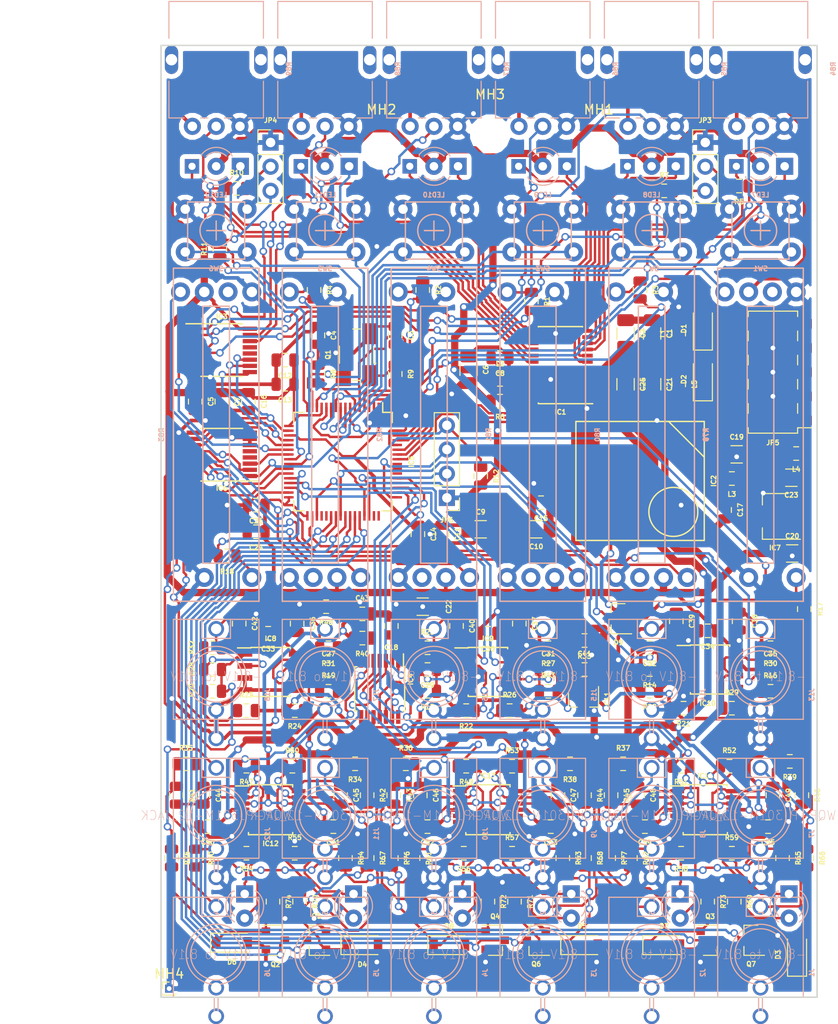
<source format=kicad_pcb>
(kicad_pcb (version 20171130) (host pcbnew "(5.0.0-3-g5ebb6b6)")
  (layers (0 F.Cu signal) (31 B.Cu signal) (34 B.Paste user) (35 F.Paste user) (36 B.SilkS user) (37 F.SilkS user) (38 B.Mask user) (39 F.Mask user) (44 Edge.Cuts user))
  (net 0 "")
  (net 1 4051GND)
  (net 2 VEE)
  (net 3 "Net-(C3-Pad2)")
  (net 4 "Net-(C4-Pad2)")
  (net 5 +3V3_A)
  (net 6 "Net-(C6-Pad1)")
  (net 7 +3V3)
  (net 8 "Net-(C17-Pad1)")
  (net 9 "Net-(C19-Pad1)")
  (net 10 VCC)
  (net 11 "Net-(C23-Pad1)")
  (net 12 "Net-(C27-Pad2)")
  (net 13 ADC_CV_5)
  (net 14 ADC_CV_6)
  (net 15 "Net-(C28-Pad2)")
  (net 16 ADC_CV_4)
  (net 17 "Net-(C29-Pad2)")
  (net 18 "Net-(C31-Pad2)")
  (net 19 ADC_CV_3)
  (net 20 ADC_CV_2)
  (net 21 "Net-(C32-Pad2)")
  (net 22 ADC_CV_1)
  (net 23 "Net-(C35-Pad2)")
  (net 24 "Net-(C36-Pad1)")
  (net 25 "Net-(C37-Pad1)")
  (net 26 "Net-(C38-Pad1)")
  (net 27 "Net-(C39-Pad1)")
  (net 28 "Net-(C40-Pad1)")
  (net 29 AREF_-2.5)
  (net 30 "Net-(C42-Pad1)")
  (net 31 VREF_BIAS)
  (net 32 "Net-(C44-Pad1)")
  (net 33 "Net-(C44-Pad2)")
  (net 34 "Net-(C45-Pad2)")
  (net 35 "Net-(C45-Pad1)")
  (net 36 "Net-(C46-Pad2)")
  (net 37 "Net-(C46-Pad1)")
  (net 38 "Net-(C47-Pad2)")
  (net 39 "Net-(C47-Pad1)")
  (net 40 "Net-(C48-Pad1)")
  (net 41 "Net-(C48-Pad2)")
  (net 42 "Net-(C49-Pad1)")
  (net 43 "Net-(C49-Pad2)")
  (net 44 "Net-(D1-Pad2)")
  (net 45 "Net-(D2-Pad2)")
  (net 46 "Net-(D3-Pad1)")
  (net 47 "Net-(D4-Pad1)")
  (net 48 "Net-(D5-Pad1)")
  (net 49 "Net-(D6-Pad1)")
  (net 50 "Net-(D7-Pad1)")
  (net 51 "Net-(D8-Pad1)")
  (net 52 LEDS_SIN)
  (net 53 LEDS_SCK)
  (net 54 LEDS_SS)
  (net 55 "Net-(IC1-Pad7)")
  (net 56 "Net-(IC1-Pad8)")
  (net 57 "Net-(IC1-Pad9)")
  (net 58 "Net-(IC1-Pad10)")
  (net 59 "Net-(IC1-Pad11)")
  (net 60 "Net-(IC1-Pad12)")
  (net 61 "Net-(IC1-Pad13)")
  (net 62 "Net-(IC1-Pad14)")
  (net 63 "Net-(IC1-Pad15)")
  (net 64 "Net-(IC1-Pad16)")
  (net 65 "Net-(IC1-Pad17)")
  (net 66 "Net-(IC1-Pad18)")
  (net 67 "Net-(IC1-Pad23)")
  (net 68 "Net-(IC3-Pad1)")
  (net 69 "Net-(IC3-Pad2)")
  (net 70 ADC_SHAPE)
  (net 71 "Net-(IC3-Pad4)")
  (net 72 "Net-(IC3-Pad5)")
  (net 73 POTS_ADDR_A)
  (net 74 POTS_ADDR_B)
  (net 75 POTS_ADDR_C)
  (net 76 "Net-(IC3-Pad14)")
  (net 77 "Net-(IC3-Pad15)")
  (net 78 DAC_SCK)
  (net 79 DAC_MOSI)
  (net 80 DAC_2)
  (net 81 DAC_1)
  (net 82 AREF_2.5)
  (net 83 DAC_3)
  (net 84 DAC_6)
  (net 85 DAC_4)
  (net 86 DAC_5)
  (net 87 DAC_SS)
  (net 88 STAGE_LED_2)
  (net 89 STAGE_LED_3)
  (net 90 STAGE_LED_4)
  (net 91 "Net-(IC5-Pad5)")
  (net 92 "Net-(IC5-Pad6)")
  (net 93 RESET)
  (net 94 SW_MODE_1)
  (net 95 SW_MODE_2)
  (net 96 SW_MODE_3)
  (net 97 SW_MODE_4)
  (net 98 SW_MODE_5)
  (net 99 SW_MODE_6)
  (net 100 STAGE_LED_5)
  (net 101 ADC_TIME_LEVEL)
  (net 102 RIGHT_TX)
  (net 103 RIGHT_RX)
  (net 104 STAGE_LED_6)
  (net 105 GATE_6)
  (net 106 GATE_5)
  (net 107 NORMALIZATION_PROBE)
  (net 108 GATE_4)
  (net 109 GATE_3)
  (net 110 GATE_2)
  (net 111 GATE_1)
  (net 112 STAGE_LED_1)
  (net 113 SWDIO)
  (net 114 SWCLK)
  (net 115 LEFT_TX)
  (net 116 LEFT_RX)
  (net 117 "Net-(IC6-Pad15)")
  (net 118 "Net-(IC6-Pad14)")
  (net 119 "Net-(IC6-Pad13)")
  (net 120 "Net-(IC6-Pad12)")
  (net 121 "Net-(IC6-Pad2)")
  (net 122 "Net-(IC6-Pad1)")
  (net 123 "Net-(IC12-Pad8)")
  (net 124 "Net-(IC12-Pad7)")
  (net 125 "Net-(IC12-Pad6)")
  (net 126 "Net-(IC13-Pad6)")
  (net 127 "Net-(IC13-Pad7)")
  (net 128 "Net-(IC13-Pad8)")
  (net 129 "Net-(IC14-Pad6)")
  (net 130 "Net-(IC14-Pad7)")
  (net 131 "Net-(IC14-Pad8)")
  (net 132 "Net-(J1-PadP$1)")
  (net 133 "Net-(J2-PadP$1)")
  (net 134 "Net-(J3-PadP$1)")
  (net 135 "Net-(J4-PadP$1)")
  (net 136 "Net-(J5-PadP$1)")
  (net 137 "Net-(J6-PadP$1)")
  (net 138 "Net-(J7-PadP$1)")
  (net 139 "Net-(J7-PadP$2)")
  (net 140 "Net-(J8-PadP$1)")
  (net 141 "Net-(J8-PadP$2)")
  (net 142 "Net-(J9-PadP$2)")
  (net 143 "Net-(J9-PadP$1)")
  (net 144 "Net-(J10-PadP$1)")
  (net 145 "Net-(J10-PadP$2)")
  (net 146 "Net-(J11-PadP$2)")
  (net 147 "Net-(J11-PadP$1)")
  (net 148 "Net-(J12-PadP$2)")
  (net 149 "Net-(J12-PadP$1)")
  (net 150 "Net-(JP3-Pad3)")
  (net 151 "Net-(JP3-Pad2)")
  (net 152 "Net-(JP4-Pad2)")
  (net 153 "Net-(JP4-Pad3)")
  (net 154 "Net-(R1-Pad1)")
  (net 155 "Net-(R2-Pad1)")
  (net 156 "Net-(R3-Pad1)")
  (net 157 "Net-(R4-Pad1)")
  (net 158 "Net-(R17-Pad1)")
  (net 159 "Net-(R18-Pad1)")
  (net 160 "Net-(IC12-Pad9)")
  (net 161 "Net-(IC13-Pad9)")
  (net 162 "Net-(IC14-Pad9)")
  (net 163 "Net-(D1-Pad1)")
  (module Capacitor_SMD:C_1206_3216Metric (layer F.Cu) (at 134.62 100.838)
    (fp_text reference C9 (at 0 -1.82) (layer F.SilkS) (effects (font (size 0.5 0.5) (thickness 0.125))))
    (fp_text value 22u)
    (pad 1 smd roundrect (at -1.4 0) (size 1.25 1.75) (layers F.Cu F.Paste F.Mask) (roundrect_rratio 0.2) (net 7 +3V3))
    (pad 2 smd roundrect (at 1.4 0) (size 1.25 1.75) (layers F.Cu F.Paste F.Mask) (roundrect_rratio 0.2) (net 1 4051GND))
  )
  (module Diode_SMD:D_SOD-123 (layer F.Cu) (at 157.988 85.09 90)
    (fp_text reference D2 (at 0 -2 270) (layer F.SilkS) (effects (font (size 0.5 0.5) (thickness 0.125))))
    (fp_text value D)
    (pad 1 smd rect (at -1.65 0 90) (size 0.9 1.2) (layers F.Cu F.Paste F.Mask) (net 8 "Net-(C17-Pad1)"))
    (pad 2 smd rect (at 1.65 0 90) (size 0.9 1.2) (layers F.Cu F.Paste F.Mask) (net 45 "Net-(D2-Pad2)"))
  )
  (module Resistor_SMD:R_0805_2012Metric (layer F.Cu) (at 152.4 115.57 180)
    (fp_text reference R14 (at 0 -1.65 180) (layer F.SilkS) (effects (font (size 0.5 0.5) (thickness 0.125))))
    (fp_text value 20k)
    (pad 1 smd roundrect (at -0.9375 0 180) (size 0.975 1.4) (layers F.Cu F.Paste F.Mask) (net 20 ADC_CV_2))
    (pad 2 smd roundrect (at 0.9375 0 180) (size 0.975 1.4) (layers F.Cu F.Paste F.Mask) (net 21 "Net-(C32-Pad2)"))
  )
  (module Connector_PinHeader_2.54mm:PinHeader_2x05_P2.54mm_Vertical_SMD (layer F.Cu) (at 165.354 84.328 180)
    (fp_text reference JP5 (at 0 -7.41 180) (layer F.SilkS) (effects (font (size 0.5 0.5) (thickness 0.125))))
    (fp_text value M05X2SMD)
    (pad 1 smd rect (at -2.525 -5.08 180) (size 3.15 1) (layers F.Cu F.Paste F.Mask) (net 45 "Net-(D2-Pad2)"))
    (pad 2 smd rect (at 2.525 -5.08 180) (size 3.15 1) (layers F.Cu F.Paste F.Mask) (net 45 "Net-(D2-Pad2)"))
    (pad 3 smd rect (at -2.525 -2.54 180) (size 3.15 1) (layers F.Cu F.Paste F.Mask) (net 1 4051GND))
    (pad 4 smd rect (at 2.525 -2.54 180) (size 3.15 1) (layers F.Cu F.Paste F.Mask) (net 1 4051GND))
    (pad 5 smd rect (at -2.525 0 180) (size 3.15 1) (layers F.Cu F.Paste F.Mask) (net 1 4051GND))
    (pad 6 smd rect (at 2.525 0 180) (size 3.15 1) (layers F.Cu F.Paste F.Mask) (net 1 4051GND))
    (pad 7 smd rect (at -2.525 2.54 180) (size 3.15 1) (layers F.Cu F.Paste F.Mask) (net 1 4051GND))
    (pad 8 smd rect (at 2.525 2.54 180) (size 3.15 1) (layers F.Cu F.Paste F.Mask) (net 1 4051GND))
    (pad 9 smd rect (at -2.525 5.08 180) (size 3.15 1) (layers F.Cu F.Paste F.Mask) (net 163 "Net-(D1-Pad1)"))
    (pad 10 smd rect (at 2.525 5.08 180) (size 3.15 1) (layers F.Cu F.Paste F.Mask) (net 163 "Net-(D1-Pad1)"))
  )
  (module Package_TO_SOT_SMD:SOT-89-3_Handsoldering (layer F.Cu) (at 166.026 99.481676 180)
    (fp_text reference IC7 (at 0.45 -3.3 180) (layer F.SilkS) (effects (font (size 0.5 0.5) (thickness 0.125))))
    (fp_text value LD2981ABU33)
    (pad 1 smd rect (at -1.98 -1.5 90) (size 1 2.5) (layers F.Cu F.Paste F.Mask) (net 5 +3V3_A))
    (pad 2 smd rect (at -1.98 0 90) (size 1 2.5) (layers F.Cu F.Paste F.Mask) (net 1 4051GND))
    (pad 3 smd rect (at -1.98 1.5 90) (size 1 2.5) (layers F.Cu F.Paste F.Mask) (net 11 "Net-(C23-Pad1)"))
    (pad 2 smd rect (at 1.98 0 90) (size 2 4) (layers F.Cu F.Paste F.Mask) (net 1 4051GND))
    (pad 2 smd trapezoid (at -0.37 0 270) (size 1.5 0.75) (rect_delta 0 0.5) (layers F.Cu F.Paste F.Mask) (net 1 4051GND))
  )
  (module Capacitor_SMD:C_1206_3216Metric (layer F.Cu) (at 167.386 103.378)
    (fp_text reference C20 (at 0 -1.82) (layer F.SilkS) (effects (font (size 0.5 0.5) (thickness 0.125))))
    (fp_text value 22u)
    (pad 1 smd roundrect (at -1.4 0) (size 1.25 1.75) (layers F.Cu F.Paste F.Mask) (roundrect_rratio 0.2) (net 5 +3V3_A))
    (pad 2 smd roundrect (at 1.4 0) (size 1.25 1.75) (layers F.Cu F.Paste F.Mask) (roundrect_rratio 0.2) (net 1 4051GND))
  )
  (module Resistor_SMD:R_0805_2012Metric (layer F.Cu) (at 167.804 92.877676 180)
    (fp_text reference L4 (at 0 -1.65 180) (layer F.SilkS) (effects (font (size 0.5 0.5) (thickness 0.125))))
    (fp_text value Ferrite_Bead_Small)
    (pad 1 smd roundrect (at -0.9375 0 180) (size 0.975 1.4) (layers F.Cu F.Paste F.Mask) (net 11 "Net-(C23-Pad1)"))
    (pad 2 smd roundrect (at 0.9375 0 180) (size 0.975 1.4) (layers F.Cu F.Paste F.Mask) (net 8 "Net-(C17-Pad1)"))
  )
  (module Capacitor_SMD:C_1206_3216Metric (layer F.Cu) (at 167.296 95.417676 180)
    (fp_text reference C23 (at 0 -1.82 180) (layer F.SilkS) (effects (font (size 0.5 0.5) (thickness 0.125))))
    (fp_text value 22u)
    (pad 2 smd roundrect (at 1.4 0 180) (size 1.25 1.75) (layers F.Cu F.Paste F.Mask) (roundrect_rratio 0.2) (net 1 4051GND))
    (pad 1 smd roundrect (at -1.4 0 180) (size 1.25 1.75) (layers F.Cu F.Paste F.Mask) (roundrect_rratio 0.2) (net 11 "Net-(C23-Pad1)"))
  )
  (module Resistor_SMD:R_0805_2012Metric (layer F.Cu) (at 135.382 139.954 270)
    (fp_text reference R72 (at 0 -1.65 270) (layer F.SilkS) (effects (font (size 0.5 0.5) (thickness 0.125))))
    (fp_text value 100k)
    (pad 1 smd roundrect (at -0.9375 0 270) (size 0.975 1.4) (layers F.Cu F.Paste F.Mask) (net 1 4051GND))
    (pad 2 smd roundrect (at 0.9375 0 270) (size 0.975 1.4) (layers F.Cu F.Paste F.Mask) (net 51 "Net-(D8-Pad1)"))
  )
  (module Resistor_SMD:R_0805_2012Metric (layer F.Cu) (at 125.222 135.382 270)
    (fp_text reference R76 (at 0 -1.65 270) (layer F.SilkS) (effects (font (size 0.5 0.5) (thickness 0.125))))
    (fp_text value 100k)
    (pad 1 smd roundrect (at -0.9375 0 270) (size 0.975 1.4) (layers F.Cu F.Paste F.Mask) (net 144 "Net-(J10-PadP$1)"))
    (pad 2 smd roundrect (at 0.9375 0 270) (size 0.975 1.4) (layers F.Cu F.Paste F.Mask) (net 51 "Net-(D8-Pad1)"))
  )
  (module Capacitor_SMD:C_0805_2012Metric (layer F.Cu) (at 151.892 132.08 180)
    (fp_text reference C54 (at 0 -1.65 180) (layer F.SilkS) (effects (font (size 0.5 0.5) (thickness 0.125))))
    (fp_text value 100n)
    (pad 1 smd roundrect (at -0.9375 0 180) (size 0.975 1.4) (layers F.Cu F.Paste F.Mask) (net 10 VCC))
    (pad 2 smd roundrect (at 0.9375 0 180) (size 0.975 1.4) (layers F.Cu F.Paste F.Mask) (net 1 4051GND))
  )
  (module Resistor_SMD:R_0805_2012Metric (layer F.Cu) (at 104.648 135.382 270)
    (fp_text reference R60 (at 0 -1.65 270) (layer F.SilkS) (effects (font (size 0.5 0.5) (thickness 0.125))))
    (fp_text value 10k)
    (pad 2 smd roundrect (at 0.9375 0 270) (size 0.975 1.4) (layers F.Cu F.Paste F.Mask) (net 107 NORMALIZATION_PROBE))
    (pad 1 smd roundrect (at -0.9375 0 270) (size 0.975 1.4) (layers F.Cu F.Paste F.Mask) (net 148 "Net-(J12-PadP$2)"))
  )
  (module Package_SO:TSSOP-14_4.4x5mm_P0.65mm (layer F.Cu) (at 158.242 130.302)
    (fp_text reference IC14 (at 0 -3.55) (layer F.SilkS) (effects (font (size 0.5 0.5) (thickness 0.125))))
    (fp_text value TL074)
    (pad 1 smd rect (at -2.95 -1.95) (size 1.45 0.45) (layers F.Cu F.Paste F.Mask) (net 40 "Net-(C48-Pad1)"))
    (pad 2 smd rect (at -2.95 -1.3) (size 1.45 0.45) (layers F.Cu F.Paste F.Mask) (net 41 "Net-(C48-Pad2)"))
    (pad 3 smd rect (at -2.95 -0.65) (size 1.45 0.45) (layers F.Cu F.Paste F.Mask) (net 31 VREF_BIAS))
    (pad 4 smd rect (at -2.95 0) (size 1.45 0.45) (layers F.Cu F.Paste F.Mask) (net 10 VCC))
    (pad 5 smd rect (at -2.95 0.65) (size 1.45 0.45) (layers F.Cu F.Paste F.Mask) (net 40 "Net-(C48-Pad1)"))
    (pad 6 smd rect (at -2.95 1.3) (size 1.45 0.45) (layers F.Cu F.Paste F.Mask) (net 129 "Net-(IC14-Pad6)"))
    (pad 7 smd rect (at -2.95 1.95) (size 1.45 0.45) (layers F.Cu F.Paste F.Mask) (net 130 "Net-(IC14-Pad7)"))
    (pad 8 smd rect (at 2.95 1.95) (size 1.45 0.45) (layers F.Cu F.Paste F.Mask) (net 131 "Net-(IC14-Pad8)"))
    (pad 9 smd rect (at 2.95 1.3) (size 1.45 0.45) (layers F.Cu F.Paste F.Mask) (net 162 "Net-(IC14-Pad9)"))
    (pad 10 smd rect (at 2.95 0.65) (size 1.45 0.45) (layers F.Cu F.Paste F.Mask) (net 42 "Net-(C49-Pad1)"))
    (pad 11 smd rect (at 2.95 0) (size 1.45 0.45) (layers F.Cu F.Paste F.Mask) (net 2 VEE))
    (pad 12 smd rect (at 2.95 -0.65) (size 1.45 0.45) (layers F.Cu F.Paste F.Mask) (net 31 VREF_BIAS))
    (pad 13 smd rect (at 2.95 -1.3) (size 1.45 0.45) (layers F.Cu F.Paste F.Mask) (net 43 "Net-(C49-Pad2)"))
    (pad 14 smd rect (at 2.95 -1.95) (size 1.45 0.45) (layers F.Cu F.Paste F.Mask) (net 42 "Net-(C49-Pad1)"))
  )
  (module Capacitor_SMD:C_0805_2012Metric (layer F.Cu) (at 105.41 128.778 270)
    (fp_text reference C44 (at 0 -1.65 270) (layer F.SilkS) (effects (font (size 0.5 0.5) (thickness 0.125))))
    (fp_text value 100p)
    (pad 1 smd roundrect (at -0.9375 0 270) (size 0.975 1.4) (layers F.Cu F.Paste F.Mask) (net 32 "Net-(C44-Pad1)"))
    (pad 2 smd roundrect (at 0.9375 0 270) (size 0.975 1.4) (layers F.Cu F.Paste F.Mask) (net 33 "Net-(C44-Pad2)"))
  )
  (module Diode_SMD:D_SOD-123 (layer F.Cu) (at 157.988 79.756 90)
    (fp_text reference D1 (at 0 -2 90) (layer F.SilkS) (effects (font (size 0.5 0.5) (thickness 0.125))))
    (fp_text value D)
    (pad 2 smd rect (at 1.65 0 90) (size 0.9 1.2) (layers F.Cu F.Paste F.Mask) (net 44 "Net-(D1-Pad2)"))
    (pad 1 smd rect (at -1.65 0 90) (size 0.9 1.2) (layers F.Cu F.Paste F.Mask) (net 163 "Net-(D1-Pad1)"))
  )
  (module Diode_SMD:D_SOD-123 (layer F.Cu) (at 167.894 145.542 90)
    (fp_text reference D3 (at 0 -2 90) (layer F.SilkS) (effects (font (size 0.5 0.5) (thickness 0.125))))
    (fp_text value 1N4148)
    (pad 2 smd rect (at 1.65 0 90) (size 0.9 1.2) (layers F.Cu F.Paste F.Mask) (net 1 4051GND))
    (pad 1 smd rect (at -1.65 0 90) (size 0.9 1.2) (layers F.Cu F.Paste F.Mask) (net 46 "Net-(D3-Pad1)"))
  )
  (module Diode_SMD:D_SOD-123 (layer F.Cu) (at 122.174 144.526)
    (fp_text reference D4 (at 0 2.032) (layer F.SilkS) (effects (font (size 0.5 0.5) (thickness 0.125))))
    (fp_text value 1N4148)
    (pad 1 smd rect (at -1.65 0) (size 0.9 1.2) (layers F.Cu F.Paste F.Mask) (net 47 "Net-(D4-Pad1)"))
    (pad 2 smd rect (at 1.65 0) (size 0.9 1.2) (layers F.Cu F.Paste F.Mask) (net 1 4051GND))
  )
  (module Diode_SMD:D_SOD-123 (layer F.Cu) (at 145.288 144.526)
    (fp_text reference D5 (at 0 -2) (layer F.SilkS) (effects (font (size 0.5 0.5) (thickness 0.125))))
    (fp_text value 1N4148)
    (pad 1 smd rect (at -1.65 0) (size 0.9 1.2) (layers F.Cu F.Paste F.Mask) (net 48 "Net-(D5-Pad1)"))
    (pad 2 smd rect (at 1.65 0) (size 0.9 1.2) (layers F.Cu F.Paste F.Mask) (net 1 4051GND))
  )
  (module Diode_SMD:D_SOD-123 (layer F.Cu) (at 108.458 144.272)
    (fp_text reference D6 (at 0 2.032) (layer F.SilkS) (effects (font (size 0.5 0.5) (thickness 0.125))))
    (fp_text value 1N4148)
    (pad 1 smd rect (at -1.65 0) (size 0.9 1.2) (layers F.Cu F.Paste F.Mask) (net 49 "Net-(D6-Pad1)"))
    (pad 2 smd rect (at 1.65 0) (size 0.9 1.2) (layers F.Cu F.Paste F.Mask) (net 1 4051GND))
  )
  (module Diode_SMD:D_SOD-123 (layer F.Cu) (at 153.924 144.526)
    (fp_text reference D7 (at 0 -2) (layer F.SilkS) (effects (font (size 0.5 0.5) (thickness 0.125))))
    (fp_text value 1N4148)
    (pad 2 smd rect (at 1.65 0) (size 0.9 1.2) (layers F.Cu F.Paste F.Mask) (net 1 4051GND))
    (pad 1 smd rect (at -1.65 0) (size 0.9 1.2) (layers F.Cu F.Paste F.Mask) (net 50 "Net-(D7-Pad1)"))
  )
  (module Diode_SMD:D_SOD-123 (layer F.Cu) (at 131.318 144.526)
    (fp_text reference D8 (at 0 -2) (layer F.SilkS) (effects (font (size 0.5 0.5) (thickness 0.125))))
    (fp_text value 1N4148)
    (pad 1 smd rect (at -1.65 0) (size 0.9 1.2) (layers F.Cu F.Paste F.Mask) (net 51 "Net-(D8-Pad1)"))
    (pad 2 smd rect (at 1.65 0) (size 0.9 1.2) (layers F.Cu F.Paste F.Mask) (net 1 4051GND))
  )
  (module Package_SO:TSSOP-24_4.4x7.8mm_P0.65mm (layer F.Cu) (at 143.002 83.566 180)
    (fp_text reference IC1 (at 0 -4.95 180) (layer F.SilkS) (effects (font (size 0.5 0.5) (thickness 0.125))))
    (fp_text value TLC59281)
    (pad 1 smd rect (at -2.85 -3.575 180) (size 1.1 0.4) (layers F.Cu F.Paste F.Mask) (net 1 4051GND))
    (pad 2 smd rect (at -2.85 -2.925 180) (size 1.1 0.4) (layers F.Cu F.Paste F.Mask) (net 52 LEDS_SIN))
    (pad 3 smd rect (at -2.85 -2.275 180) (size 1.1 0.4) (layers F.Cu F.Paste F.Mask) (net 53 LEDS_SCK))
    (pad 4 smd rect (at -2.85 -1.625 180) (size 1.1 0.4) (layers F.Cu F.Paste F.Mask) (net 54 LEDS_SS))
    (pad 5 smd rect (at -2.85 -0.975 180) (size 1.1 0.4) (layers F.Cu F.Paste F.Mask))
    (pad 6 smd rect (at -2.85 -0.325 180) (size 1.1 0.4) (layers F.Cu F.Paste F.Mask))
    (pad 7 smd rect (at -2.85 0.325 180) (size 1.1 0.4) (layers F.Cu F.Paste F.Mask) (net 55 "Net-(IC1-Pad7)"))
    (pad 8 smd rect (at -2.85 0.975 180) (size 1.1 0.4) (layers F.Cu F.Paste F.Mask) (net 56 "Net-(IC1-Pad8)"))
    (pad 9 smd rect (at -2.85 1.625 180) (size 1.1 0.4) (layers F.Cu F.Paste F.Mask) (net 57 "Net-(IC1-Pad9)"))
    (pad 10 smd rect (at -2.85 2.275 180) (size 1.1 0.4) (layers F.Cu F.Paste F.Mask) (net 58 "Net-(IC1-Pad10)"))
    (pad 11 smd rect (at -2.85 2.925 180) (size 1.1 0.4) (layers F.Cu F.Paste F.Mask) (net 59 "Net-(IC1-Pad11)"))
    (pad 12 smd rect (at -2.85 3.575 180) (size 1.1 0.4) (layers F.Cu F.Paste F.Mask) (net 60 "Net-(IC1-Pad12)"))
    (pad 13 smd rect (at 2.85 3.575 180) (size 1.1 0.4) (layers F.Cu F.Paste F.Mask) (net 61 "Net-(IC1-Pad13)"))
    (pad 14 smd rect (at 2.85 2.925 180) (size 1.1 0.4) (layers F.Cu F.Paste F.Mask) (net 62 "Net-(IC1-Pad14)"))
    (pad 15 smd rect (at 2.85 2.275 180) (size 1.1 0.4) (layers F.Cu F.Paste F.Mask) (net 63 "Net-(IC1-Pad15)"))
    (pad 16 smd rect (at 2.85 1.625 180) (size 1.1 0.4) (layers F.Cu F.Paste F.Mask) (net 64 "Net-(IC1-Pad16)"))
    (pad 17 smd rect (at 2.85 0.975 180) (size 1.1 0.4) (layers F.Cu F.Paste F.Mask) (net 65 "Net-(IC1-Pad17)"))
    (pad 18 smd rect (at 2.85 0.325 180) (size 1.1 0.4) (layers F.Cu F.Paste F.Mask) (net 66 "Net-(IC1-Pad18)"))
    (pad 19 smd rect (at 2.85 -0.325 180) (size 1.1 0.4) (layers F.Cu F.Paste F.Mask))
    (pad 20 smd rect (at 2.85 -0.975 180) (size 1.1 0.4) (layers F.Cu F.Paste F.Mask))
    (pad 21 smd rect (at 2.85 -1.625 180) (size 1.1 0.4) (layers F.Cu F.Paste F.Mask) (net 1 4051GND))
    (pad 22 smd rect (at 2.85 -2.275 180) (size 1.1 0.4) (layers F.Cu F.Paste F.Mask))
    (pad 23 smd rect (at 2.85 -2.925 180) (size 1.1 0.4) (layers F.Cu F.Paste F.Mask) (net 67 "Net-(IC1-Pad23)"))
    (pad 24 smd rect (at 2.85 -3.575 180) (size 1.1 0.4) (layers F.Cu F.Paste F.Mask) (net 6 "Net-(C6-Pad1)"))
  )
  (module Converter_DCDC:Converter_DCDC_RECOM_ROF-78E-0.5_SMD_HandSoldering (layer F.Cu) (at 151.384 95.758 270)
    (fp_text reference IC2 (at 0 -7.75 270) (layer F.SilkS) (effects (font (size 0.5 0.5) (thickness 0.125))))
    (fp_text value R-78E3.3-0.5)
    (pad 1 smd rect (at -5.25 -5.75 270) (size 3 3) (layers F.Cu F.Paste F.Mask) (net 9 "Net-(C19-Pad1)"))
    (pad 2 smd rect (at 5.25 -5.75 270) (size 3 3) (layers F.Cu F.Paste F.Mask) (net 1 4051GND))
    (pad 3 smd rect (at 5.25 5.75 270) (size 3 3) (layers F.Cu F.Paste F.Mask) (net 7 +3V3))
    (pad "" smd rect (at -5.25 5.75 270) (size 3 3) (layers F.Cu F.Paste F.Mask))
  )
  (module Package_SO:TSSOP-16_4.4x5mm_P0.65mm (layer F.Cu) (at 107.389667 82.042)
    (fp_text reference IC3 (at 0 -3.55) (layer F.SilkS) (effects (font (size 0.5 0.5) (thickness 0.125))))
    (fp_text value 4051)
    (pad 1 smd rect (at -2.95 -2.275) (size 1.5 0.45) (layers F.Cu F.Paste F.Mask) (net 68 "Net-(IC3-Pad1)"))
    (pad 2 smd rect (at -2.95 -1.625) (size 1.5 0.45) (layers F.Cu F.Paste F.Mask) (net 69 "Net-(IC3-Pad2)"))
    (pad 3 smd rect (at -2.95 -0.975) (size 1.5 0.45) (layers F.Cu F.Paste F.Mask) (net 70 ADC_SHAPE))
    (pad 4 smd rect (at -2.95 -0.325) (size 1.5 0.45) (layers F.Cu F.Paste F.Mask) (net 71 "Net-(IC3-Pad4)"))
    (pad 5 smd rect (at -2.95 0.325) (size 1.5 0.45) (layers F.Cu F.Paste F.Mask) (net 72 "Net-(IC3-Pad5)"))
    (pad 6 smd rect (at -2.95 0.975) (size 1.5 0.45) (layers F.Cu F.Paste F.Mask) (net 1 4051GND))
    (pad 7 smd rect (at -2.95 1.625) (size 1.5 0.45) (layers F.Cu F.Paste F.Mask) (net 1 4051GND))
    (pad 8 smd rect (at -2.95 2.275) (size 1.5 0.45) (layers F.Cu F.Paste F.Mask) (net 1 4051GND))
    (pad 9 smd rect (at 2.95 2.275) (size 1.5 0.45) (layers F.Cu F.Paste F.Mask) (net 73 POTS_ADDR_A))
    (pad 10 smd rect (at 2.95 1.625) (size 1.5 0.45) (layers F.Cu F.Paste F.Mask) (net 74 POTS_ADDR_B))
    (pad 11 smd rect (at 2.95 0.975) (size 1.5 0.45) (layers F.Cu F.Paste F.Mask) (net 75 POTS_ADDR_C))
    (pad 12 smd rect (at 2.95 0.325) (size 1.5 0.45) (layers F.Cu F.Paste F.Mask))
    (pad 13 smd rect (at 2.95 -0.325) (size 1.5 0.45) (layers F.Cu F.Paste F.Mask))
    (pad 14 smd rect (at 2.95 -0.975) (size 1.5 0.45) (layers F.Cu F.Paste F.Mask) (net 76 "Net-(IC3-Pad14)"))
    (pad 15 smd rect (at 2.95 -1.625) (size 1.5 0.45) (layers F.Cu F.Paste F.Mask) (net 77 "Net-(IC3-Pad15)"))
    (pad 16 smd rect (at 2.95 -2.275) (size 1.5 0.45) (layers F.Cu F.Paste F.Mask) (net 5 +3V3_A))
  )
  (module Package_SO:TSSOP-14_4.4x5mm_P0.65mm (layer F.Cu) (at 124 117.602 270)
    (fp_text reference IC4 (at -1 -3.25 270) (layer F.SilkS) (effects (font (size 0.5 0.5) (thickness 0.125))))
    (fp_text value DAC8168)
    (pad 1 smd rect (at -2.95 -1.95 270) (size 1.45 0.45) (layers F.Cu F.Paste F.Mask) (net 87 DAC_SS))
    (pad 2 smd rect (at -2.95 -1.3 270) (size 1.45 0.45) (layers F.Cu F.Paste F.Mask) (net 5 +3V3_A))
    (pad 3 smd rect (at -2.95 -0.65 270) (size 1.45 0.45) (layers F.Cu F.Paste F.Mask) (net 86 DAC_5))
    (pad 4 smd rect (at -2.95 0 270) (size 1.45 0.45) (layers F.Cu F.Paste F.Mask) (net 85 DAC_4))
    (pad 5 smd rect (at -2.95 0.65 270) (size 1.45 0.45) (layers F.Cu F.Paste F.Mask) (net 84 DAC_6))
    (pad 6 smd rect (at -2.95 1.3 270) (size 1.45 0.45) (layers F.Cu F.Paste F.Mask) (net 83 DAC_3))
    (pad 7 smd rect (at -2.95 1.95 270) (size 1.45 0.45) (layers F.Cu F.Paste F.Mask) (net 82 AREF_2.5))
    (pad 8 smd rect (at 2.95 1.95 270) (size 1.45 0.45) (layers F.Cu F.Paste F.Mask))
    (pad 9 smd rect (at 2.95 1.3 270) (size 1.45 0.45) (layers F.Cu F.Paste F.Mask))
    (pad 10 smd rect (at 2.95 0.65 270) (size 1.45 0.45) (layers F.Cu F.Paste F.Mask) (net 81 DAC_1))
    (pad 11 smd rect (at 2.95 0 270) (size 1.45 0.45) (layers F.Cu F.Paste F.Mask) (net 80 DAC_2))
    (pad 12 smd rect (at 2.95 -0.65 270) (size 1.45 0.45) (layers F.Cu F.Paste F.Mask) (net 1 4051GND))
    (pad 13 smd rect (at 2.95 -1.3 270) (size 1.45 0.45) (layers F.Cu F.Paste F.Mask) (net 79 DAC_MOSI))
    (pad 14 smd rect (at 2.95 -1.95 270) (size 1.45 0.45) (layers F.Cu F.Paste F.Mask) (net 78 DAC_SCK))
  )
  (module Package_QFP:LQFP-64_10x10mm_P0.5mm (layer F.Cu) (at 120.142 93.726 270)
    (fp_text reference IC5 (at 0 -7.2 270) (layer F.SilkS) (effects (font (size 0.5 0.5) (thickness 0.125))))
    (fp_text value STM32F373RBTx)
    (pad 1 smd rect (at -5.7 -3.75 270) (size 1 0.25) (layers F.Cu F.Paste F.Mask) (net 7 +3V3))
    (pad 2 smd rect (at -5.7 -3.25 270) (size 1 0.25) (layers F.Cu F.Paste F.Mask) (net 88 STAGE_LED_2))
    (pad 3 smd rect (at -5.7 -2.75 270) (size 1 0.25) (layers F.Cu F.Paste F.Mask) (net 89 STAGE_LED_3))
    (pad 4 smd rect (at -5.7 -2.25 270) (size 1 0.25) (layers F.Cu F.Paste F.Mask) (net 90 STAGE_LED_4))
    (pad 5 smd rect (at -5.7 -1.75 270) (size 1 0.25) (layers F.Cu F.Paste F.Mask) (net 91 "Net-(IC5-Pad5)"))
    (pad 6 smd rect (at -5.7 -1.25 270) (size 1 0.25) (layers F.Cu F.Paste F.Mask) (net 92 "Net-(IC5-Pad6)"))
    (pad 7 smd rect (at -5.7 -0.75 270) (size 1 0.25) (layers F.Cu F.Paste F.Mask) (net 93 RESET))
    (pad 8 smd rect (at -5.7 -0.25 270) (size 1 0.25) (layers F.Cu F.Paste F.Mask) (net 94 SW_MODE_1))
    (pad 9 smd rect (at -5.7 0.25 270) (size 1 0.25) (layers F.Cu F.Paste F.Mask) (net 95 SW_MODE_2))
    (pad 10 smd rect (at -5.7 0.75 270) (size 1 0.25) (layers F.Cu F.Paste F.Mask) (net 96 SW_MODE_3))
    (pad 11 smd rect (at -5.7 1.25 270) (size 1 0.25) (layers F.Cu F.Paste F.Mask) (net 97 SW_MODE_4))
    (pad 12 smd rect (at -5.7 1.75 270) (size 1 0.25) (layers F.Cu F.Paste F.Mask) (net 1 4051GND))
    (pad 13 smd rect (at -5.7 2.25 270) (size 1 0.25) (layers F.Cu F.Paste F.Mask) (net 5 +3V3_A))
    (pad 14 smd rect (at -5.7 2.75 270) (size 1 0.25) (layers F.Cu F.Paste F.Mask) (net 98 SW_MODE_5))
    (pad 15 smd rect (at -5.7 3.25 270) (size 1 0.25) (layers F.Cu F.Paste F.Mask) (net 99 SW_MODE_6))
    (pad 16 smd rect (at -5.7 3.75 270) (size 1 0.25) (layers F.Cu F.Paste F.Mask) (net 100 STAGE_LED_5))
    (pad 17 smd rect (at -3.75 5.7) (size 1 0.25) (layers F.Cu F.Paste F.Mask) (net 5 +3V3_A))
    (pad 18 smd rect (at -3.25 5.7) (size 1 0.25) (layers F.Cu F.Paste F.Mask) (net 75 POTS_ADDR_C))
    (pad 19 smd rect (at -2.75 5.7) (size 1 0.25) (layers F.Cu F.Paste F.Mask) (net 7 +3V3))
    (pad 20 smd rect (at -2.25 5.7) (size 1 0.25) (layers F.Cu F.Paste F.Mask) (net 74 POTS_ADDR_B))
    (pad 21 smd rect (at -1.75 5.7) (size 1 0.25) (layers F.Cu F.Paste F.Mask) (net 73 POTS_ADDR_A))
    (pad 22 smd rect (at -1.25 5.7) (size 1 0.25) (layers F.Cu F.Paste F.Mask) (net 70 ADC_SHAPE))
    (pad 23 smd rect (at -0.75 5.7) (size 1 0.25) (layers F.Cu F.Paste F.Mask) (net 101 ADC_TIME_LEVEL))
    (pad 24 smd rect (at -0.25 5.7) (size 1 0.25) (layers F.Cu F.Paste F.Mask) (net 102 RIGHT_TX))
    (pad 25 smd rect (at 0.25 5.7) (size 1 0.25) (layers F.Cu F.Paste F.Mask) (net 103 RIGHT_RX))
    (pad 26 smd rect (at 0.75 5.7) (size 1 0.25) (layers F.Cu F.Paste F.Mask) (net 14 ADC_CV_6))
    (pad 27 smd rect (at 1.25 5.7) (size 1 0.25) (layers F.Cu F.Paste F.Mask) (net 13 ADC_CV_5))
    (pad 28 smd rect (at 1.75 5.7) (size 1 0.25) (layers F.Cu F.Paste F.Mask) (net 104 STAGE_LED_6))
    (pad 29 smd rect (at 2.25 5.7) (size 1 0.25) (layers F.Cu F.Paste F.Mask) (net 19 ADC_CV_3))
    (pad 30 smd rect (at 2.75 5.7) (size 1 0.25) (layers F.Cu F.Paste F.Mask) (net 16 ADC_CV_4))
    (pad 31 smd rect (at 3.25 5.7) (size 1 0.25) (layers F.Cu F.Paste F.Mask) (net 1 4051GND))
    (pad 32 smd rect (at 3.75 5.7) (size 1 0.25) (layers F.Cu F.Paste F.Mask) (net 5 +3V3_A))
    (pad 33 smd rect (at 5.7 3.75 270) (size 1 0.25) (layers F.Cu F.Paste F.Mask) (net 5 +3V3_A))
    (pad 34 smd rect (at 5.7 3.25 270) (size 1 0.25) (layers F.Cu F.Paste F.Mask) (net 22 ADC_CV_1))
    (pad 35 smd rect (at 5.7 2.75 270) (size 1 0.25) (layers F.Cu F.Paste F.Mask) (net 20 ADC_CV_2))
    (pad 36 smd rect (at 5.7 2.25 270) (size 1 0.25) (layers F.Cu F.Paste F.Mask))
    (pad 37 smd rect (at 5.7 1.75 270) (size 1 0.25) (layers F.Cu F.Paste F.Mask))
    (pad 38 smd rect (at 5.7 1.25 270) (size 1 0.25) (layers F.Cu F.Paste F.Mask) (net 105 GATE_6))
    (pad 39 smd rect (at 5.7 0.75 270) (size 1 0.25) (layers F.Cu F.Paste F.Mask) (net 106 GATE_5))
    (pad 40 smd rect (at 5.7 0.25 270) (size 1 0.25) (layers F.Cu F.Paste F.Mask) (net 107 NORMALIZATION_PROBE))
    (pad 41 smd rect (at 5.7 -0.25 270) (size 1 0.25) (layers F.Cu F.Paste F.Mask) (net 108 GATE_4))
    (pad 42 smd rect (at 5.7 -0.75 270) (size 1 0.25) (layers F.Cu F.Paste F.Mask) (net 109 GATE_3))
    (pad 43 smd rect (at 5.7 -1.25 270) (size 1 0.25) (layers F.Cu F.Paste F.Mask) (net 110 GATE_2))
    (pad 44 smd rect (at 5.7 -1.75 270) (size 1 0.25) (layers F.Cu F.Paste F.Mask) (net 111 GATE_1))
    (pad 45 smd rect (at 5.7 -2.25 270) (size 1 0.25) (layers F.Cu F.Paste F.Mask) (net 112 STAGE_LED_1))
    (pad 46 smd rect (at 5.7 -2.75 270) (size 1 0.25) (layers F.Cu F.Paste F.Mask) (net 113 SWDIO))
    (pad 47 smd rect (at 5.7 -3.25 270) (size 1 0.25) (layers F.Cu F.Paste F.Mask))
    (pad 48 smd rect (at 5.7 -3.75 270) (size 1 0.25) (layers F.Cu F.Paste F.Mask))
    (pad 49 smd rect (at 3.75 -5.7) (size 1 0.25) (layers F.Cu F.Paste F.Mask) (net 114 SWCLK))
    (pad 50 smd rect (at 3.25 -5.7) (size 1 0.25) (layers F.Cu F.Paste F.Mask) (net 87 DAC_SS))
    (pad 51 smd rect (at 2.75 -5.7) (size 1 0.25) (layers F.Cu F.Paste F.Mask) (net 78 DAC_SCK))
    (pad 52 smd rect (at 2.25 -5.7) (size 1 0.25) (layers F.Cu F.Paste F.Mask))
    (pad 53 smd rect (at 1.75 -5.7) (size 1 0.25) (layers F.Cu F.Paste F.Mask) (net 79 DAC_MOSI))
    (pad 54 smd rect (at 1.25 -5.7) (size 1 0.25) (layers F.Cu F.Paste F.Mask))
    (pad 55 smd rect (at 0.75 -5.7) (size 1 0.25) (layers F.Cu F.Paste F.Mask))
    (pad 56 smd rect (at 0.25 -5.7) (size 1 0.25) (layers F.Cu F.Paste F.Mask))
    (pad 57 smd rect (at -0.25 -5.7) (size 1 0.25) (layers F.Cu F.Paste F.Mask) (net 52 LEDS_SIN))
    (pad 58 smd rect (at -0.75 -5.7) (size 1 0.25) (layers F.Cu F.Paste F.Mask) (net 53 LEDS_SCK))
    (pad 59 smd rect (at -1.25 -5.7) (size 1 0.25) (layers F.Cu F.Paste F.Mask) (net 54 LEDS_SS))
    (pad 60 smd rect (at -1.75 -5.7) (size 1 0.25) (layers F.Cu F.Paste F.Mask) (net 1 4051GND))
    (pad 61 smd rect (at -2.25 -5.7) (size 1 0.25) (layers F.Cu F.Paste F.Mask) (net 115 LEFT_TX))
    (pad 62 smd rect (at -2.75 -5.7) (size 1 0.25) (layers F.Cu F.Paste F.Mask) (net 116 LEFT_RX))
    (pad 63 smd rect (at -3.25 -5.7) (size 1 0.25) (layers F.Cu F.Paste F.Mask) (net 1 4051GND))
    (pad 64 smd rect (at -3.75 -5.7) (size 1 0.25) (layers F.Cu F.Paste F.Mask) (net 7 +3V3))
  )
  (module Package_SO:TSSOP-16_4.4x5mm_P0.65mm (layer F.Cu) (at 107.389667 92.964 180)
    (fp_text reference IC6 (at 0 -3.55 180) (layer F.SilkS) (effects (font (size 0.5 0.5) (thickness 0.125))))
    (fp_text value 4051)
    (pad 16 smd rect (at 2.95 -2.275 180) (size 1.5 0.45) (layers F.Cu F.Paste F.Mask) (net 5 +3V3_A))
    (pad 15 smd rect (at 2.95 -1.625 180) (size 1.5 0.45) (layers F.Cu F.Paste F.Mask) (net 117 "Net-(IC6-Pad15)"))
    (pad 14 smd rect (at 2.95 -0.975 180) (size 1.5 0.45) (layers F.Cu F.Paste F.Mask) (net 118 "Net-(IC6-Pad14)"))
    (pad 13 smd rect (at 2.95 -0.325 180) (size 1.5 0.45) (layers F.Cu F.Paste F.Mask) (net 119 "Net-(IC6-Pad13)"))
    (pad 12 smd rect (at 2.95 0.325 180) (size 1.5 0.45) (layers F.Cu F.Paste F.Mask) (net 120 "Net-(IC6-Pad12)"))
    (pad 11 smd rect (at 2.95 0.975 180) (size 1.5 0.45) (layers F.Cu F.Paste F.Mask) (net 73 POTS_ADDR_A))
    (pad 10 smd rect (at 2.95 1.625 180) (size 1.5 0.45) (layers F.Cu F.Paste F.Mask) (net 74 POTS_ADDR_B))
    (pad 9 smd rect (at 2.95 2.275 180) (size 1.5 0.45) (layers F.Cu F.Paste F.Mask) (net 75 POTS_ADDR_C))
    (pad 8 smd rect (at -2.95 2.275 180) (size 1.5 0.45) (layers F.Cu F.Paste F.Mask) (net 1 4051GND))
    (pad 7 smd rect (at -2.95 1.625 180) (size 1.5 0.45) (layers F.Cu F.Paste F.Mask) (net 1 4051GND))
    (pad 6 smd rect (at -2.95 0.975 180) (size 1.5 0.45) (layers F.Cu F.Paste F.Mask) (net 1 4051GND))
    (pad 5 smd rect (at -2.95 0.325 180) (size 1.5 0.45) (layers F.Cu F.Paste F.Mask))
    (pad 4 smd rect (at -2.95 -0.325 180) (size 1.5 0.45) (layers F.Cu F.Paste F.Mask))
    (pad 3 smd rect (at -2.95 -0.975 180) (size 1.5 0.45) (layers F.Cu F.Paste F.Mask) (net 101 ADC_TIME_LEVEL))
    (pad 2 smd rect (at -2.95 -1.625 180) (size 1.5 0.45) (layers F.Cu F.Paste F.Mask) (net 121 "Net-(IC6-Pad2)"))
    (pad 1 smd rect (at -2.95 -2.275 180) (size 1.5 0.45) (layers F.Cu F.Paste F.Mask) (net 122 "Net-(IC6-Pad1)"))
  )
  (module Package_TO_SOT_SMD:SOT-23 (layer F.Cu) (at 145.432999 118.760381 270)
    (fp_text reference IC11 (at 0 -2.5 270) (layer F.SilkS) (effects (font (size 0.5 0.5) (thickness 0.125))))
    (fp_text value LM4040DBZ-2.5)
    (pad 1 smd rect (at -1 -0.95 270) (size 0.9 0.8) (layers F.Cu F.Paste F.Mask) (net 1 4051GND))
    (pad 2 smd rect (at -1 0.95 270) (size 0.9 0.8) (layers F.Cu F.Paste F.Mask) (net 29 AREF_-2.5))
    (pad 3 smd rect (at 1 0 270) (size 0.9 0.8) (layers F.Cu F.Paste F.Mask))
  )
  (module Package_SO:TSSOP-14_4.4x5mm_P0.65mm (layer F.Cu) (at 112.522 130.302)
    (fp_text reference IC12 (at 0 3.556) (layer F.SilkS) (effects (font (size 0.5 0.5) (thickness 0.125))))
    (fp_text value TL074)
    (pad 1 smd rect (at -2.95 -1.95) (size 1.45 0.45) (layers F.Cu F.Paste F.Mask) (net 32 "Net-(C44-Pad1)"))
    (pad 2 smd rect (at -2.95 -1.3) (size 1.45 0.45) (layers F.Cu F.Paste F.Mask) (net 33 "Net-(C44-Pad2)"))
    (pad 3 smd rect (at -2.95 -0.65) (size 1.45 0.45) (layers F.Cu F.Paste F.Mask) (net 31 VREF_BIAS))
    (pad 4 smd rect (at -2.95 0) (size 1.45 0.45) (layers F.Cu F.Paste F.Mask) (net 10 VCC))
    (pad 5 smd rect (at -2.95 0.65) (size 1.45 0.45) (layers F.Cu F.Paste F.Mask) (net 32 "Net-(C44-Pad1)"))
    (pad 6 smd rect (at -2.95 1.3) (size 1.45 0.45) (layers F.Cu F.Paste F.Mask) (net 125 "Net-(IC12-Pad6)"))
    (pad 7 smd rect (at -2.95 1.95) (size 1.45 0.45) (layers F.Cu F.Paste F.Mask) (net 124 "Net-(IC12-Pad7)"))
    (pad 8 smd rect (at 2.95 1.95) (size 1.45 0.45) (layers F.Cu F.Paste F.Mask) (net 123 "Net-(IC12-Pad8)"))
    (pad 9 smd rect (at 2.95 1.3) (size 1.45 0.45) (layers F.Cu F.Paste F.Mask) (net 160 "Net-(IC12-Pad9)"))
    (pad 10 smd rect (at 2.95 0.65) (size 1.45 0.45) (layers F.Cu F.Paste F.Mask) (net 35 "Net-(C45-Pad1)"))
    (pad 11 smd rect (at 2.95 0) (size 1.45 0.45) (layers F.Cu F.Paste F.Mask) (net 2 VEE))
    (pad 12 smd rect (at 2.95 -0.65) (size 1.45 0.45) (layers F.Cu F.Paste F.Mask) (net 31 VREF_BIAS))
    (pad 13 smd rect (at 2.95 -1.3) (size 1.45 0.45) (layers F.Cu F.Paste F.Mask) (net 34 "Net-(C45-Pad2)"))
    (pad 14 smd rect (at 2.95 -1.95) (size 1.45 0.45) (layers F.Cu F.Paste F.Mask) (net 35 "Net-(C45-Pad1)"))
  )
  (module Package_SO:TSSOP-14_4.4x5mm_P0.65mm (layer F.Cu) (at 135.382 130.302)
    (fp_text reference IC13 (at 0 -3.55) (layer F.SilkS) (effects (font (size 0.5 0.5) (thickness 0.125))))
    (fp_text value TL074)
    (pad 1 smd rect (at -2.95 -1.95) (size 1.45 0.45) (layers F.Cu F.Paste F.Mask) (net 37 "Net-(C46-Pad1)"))
    (pad 2 smd rect (at -2.95 -1.3) (size 1.45 0.45) (layers F.Cu F.Paste F.Mask) (net 36 "Net-(C46-Pad2)"))
    (pad 3 smd rect (at -2.95 -0.65) (size 1.45 0.45) (layers F.Cu F.Paste F.Mask) (net 31 VREF_BIAS))
    (pad 4 smd rect (at -2.95 0) (size 1.45 0.45) (layers F.Cu F.Paste F.Mask) (net 10 VCC))
    (pad 5 smd rect (at -2.95 0.65) (size 1.45 0.45) (layers F.Cu F.Paste F.Mask) (net 37 "Net-(C46-Pad1)"))
    (pad 6 smd rect (at -2.95 1.3) (size 1.45 0.45) (layers F.Cu F.Paste F.Mask) (net 126 "Net-(IC13-Pad6)"))
    (pad 7 smd rect (at -2.95 1.95) (size 1.45 0.45) (layers F.Cu F.Paste F.Mask) (net 127 "Net-(IC13-Pad7)"))
    (pad 8 smd rect (at 2.95 1.95) (size 1.45 0.45) (layers F.Cu F.Paste F.Mask) (net 128 "Net-(IC13-Pad8)"))
    (pad 9 smd rect (at 2.95 1.3) (size 1.45 0.45) (layers F.Cu F.Paste F.Mask) (net 161 "Net-(IC13-Pad9)"))
    (pad 10 smd rect (at 2.95 0.65) (size 1.45 0.45) (layers F.Cu F.Paste F.Mask) (net 39 "Net-(C47-Pad1)"))
    (pad 11 smd rect (at 2.95 0) (size 1.45 0.45) (layers F.Cu F.Paste F.Mask) (net 2 VEE))
    (pad 12 smd rect (at 2.95 -0.65) (size 1.45 0.45) (layers F.Cu F.Paste F.Mask) (net 31 VREF_BIAS))
    (pad 13 smd rect (at 2.95 -1.3) (size 1.45 0.45) (layers F.Cu F.Paste F.Mask) (net 38 "Net-(C47-Pad2)"))
    (pad 14 smd rect (at 2.95 -1.95) (size 1.45 0.45) (layers F.Cu F.Paste F.Mask) (net 39 "Net-(C47-Pad1)"))
  )
  (module WQP-PJ301M-12_JACK:WQP-PJ301M-12_JACK (layer B.Cu) (at 164.05 145.5 180)
    (fp_text reference J1 (at -5.39316 -1.9334 90) (layer B.SilkS) (effects (font (size 0.5 0.5) (thickness 0.125)) (justify mirror)))
    (fp_text value "-8.1V to 8.1V" (at 0 0 180) (layer B.SilkS) (effects (font (size 1 0.9) (thickness 0.05)) (justify mirror)))
    (pad P$3 thru_hole circle (at 0 -6.5 180) (size 1.65 1.65) (drill 1.1) (layers *.Cu *.Mask) (net 1 4051GND))
    (pad P$2 thru_hole circle (at 0 -3.5 180) (size 1.65 1.65) (drill 1.1) (layers *.Cu *.Mask))
    (pad P$1 thru_hole circle (at 0 5 180) (size 1.65 1.65) (drill 1.1) (layers *.Cu *.Mask) (net 132 "Net-(J1-PadP$1)"))
  )
  (module WQP-PJ301M-12_JACK:WQP-PJ301M-12_JACK (layer B.Cu) (at 152.6 145.5 180)
    (fp_text reference J2 (at -5.39316 -1.9334 90) (layer B.SilkS) (effects (font (size 0.5 0.5) (thickness 0.125)) (justify mirror)))
    (fp_text value "-8.1V to 8.1V" (at 0 0 180) (layer B.SilkS) (effects (font (size 1 0.9) (thickness 0.05)) (justify mirror)))
    (pad P$1 thru_hole circle (at 0 5 180) (size 1.65 1.65) (drill 1.1) (layers *.Cu *.Mask) (net 133 "Net-(J2-PadP$1)"))
    (pad P$2 thru_hole circle (at 0 -3.5 180) (size 1.65 1.65) (drill 1.1) (layers *.Cu *.Mask))
    (pad P$3 thru_hole circle (at 0 -6.5 180) (size 1.65 1.65) (drill 1.1) (layers *.Cu *.Mask) (net 1 4051GND))
  )
  (module WQP-PJ301M-12_JACK:WQP-PJ301M-12_JACK (layer B.Cu) (at 141.15 145.5 180)
    (fp_text reference J3 (at -5.39316 -1.9334 90) (layer B.SilkS) (effects (font (size 0.5 0.5) (thickness 0.125)) (justify mirror)))
    (fp_text value "-8.1V to 8.1V" (at 0 0 180) (layer B.SilkS) (effects (font (size 1 0.9) (thickness 0.05)) (justify mirror)))
    (pad P$3 thru_hole circle (at 0 -6.5 180) (size 1.65 1.65) (drill 1.1) (layers *.Cu *.Mask) (net 1 4051GND))
    (pad P$2 thru_hole circle (at 0 -3.5 180) (size 1.65 1.65) (drill 1.1) (layers *.Cu *.Mask))
    (pad P$1 thru_hole circle (at 0 5 180) (size 1.65 1.65) (drill 1.1) (layers *.Cu *.Mask) (net 134 "Net-(J3-PadP$1)"))
  )
  (module WQP-PJ301M-12_JACK:WQP-PJ301M-12_JACK (layer B.Cu) (at 129.7 145.5 180)
    (fp_text reference J4 (at -5.39316 -1.9334 90) (layer B.SilkS) (effects (font (size 0.5 0.5) (thickness 0.125)) (justify mirror)))
    (fp_text value "-8.1V to 8.1V" (at 0 0 180) (layer B.SilkS) (effects (font (size 1 0.9) (thickness 0.05)) (justify mirror)))
    (pad P$1 thru_hole circle (at 0 5 180) (size 1.65 1.65) (drill 1.1) (layers *.Cu *.Mask) (net 135 "Net-(J4-PadP$1)"))
    (pad P$2 thru_hole circle (at 0 -3.5 180) (size 1.65 1.65) (drill 1.1) (layers *.Cu *.Mask))
    (pad P$3 thru_hole circle (at 0 -6.5 180) (size 1.65 1.65) (drill 1.1) (layers *.Cu *.Mask) (net 1 4051GND))
  )
  (module WQP-PJ301M-12_JACK:WQP-PJ301M-12_JACK (layer B.Cu) (at 118.25 145.5 180)
    (fp_text reference J5 (at -5.39316 -1.9334 90) (layer B.SilkS) (effects (font (size 0.5 0.5) (thickness 0.125)) (justify mirror)))
    (fp_text value "-8.1V to 8.1V" (at 0 0 180) (layer B.SilkS) (effects (font (size 1 0.9) (thickness 0.05)) (justify mirror)))
    (pad P$3 thru_hole circle (at 0 -6.5 180) (size 1.65 1.65) (drill 1.1) (layers *.Cu *.Mask) (net 1 4051GND))
    (pad P$2 thru_hole circle (at 0 -3.5 180) (size 1.65 1.65) (drill 1.1) (layers *.Cu *.Mask))
    (pad P$1 thru_hole circle (at 0 5 180) (size 1.65 1.65) (drill 1.1) (layers *.Cu *.Mask) (net 136 "Net-(J5-PadP$1)"))
  )
  (module WQP-PJ301M-12_JACK:WQP-PJ301M-12_JACK (layer B.Cu) (at 106.8 145.5 180)
    (fp_text reference J6 (at -5.39316 -1.9334 90) (layer B.SilkS) (effects (font (size 0.5 0.5) (thickness 0.125)) (justify mirror)))
    (fp_text value "-8.1V to 8.1V" (at 0 0 180) (layer B.SilkS) (effects (font (size 1 0.9) (thickness 0.05)) (justify mirror)))
    (pad P$1 thru_hole circle (at 0 5 180) (size 1.65 1.65) (drill 1.1) (layers *.Cu *.Mask) (net 137 "Net-(J6-PadP$1)"))
    (pad P$2 thru_hole circle (at 0 -3.5 180) (size 1.65 1.65) (drill 1.1) (layers *.Cu *.Mask))
    (pad P$3 thru_hole circle (at 0 -6.5 180) (size 1.65 1.65) (drill 1.1) (layers *.Cu *.Mask) (net 1 4051GND))
  )
  (module WQP-PJ301M-12_JACK:WQP-PJ301M-12_JACK (layer B.Cu) (at 164.05 130.9 180)
    (fp_text reference J7 (at -5.39316 -1.9334 90) (layer B.SilkS) (effects (font (size 0.5 0.5) (thickness 0.125)) (justify mirror)))
    (fp_text value WQP-PJ301M-12_JACK (at 0 0 180) (layer B.SilkS) (effects (font (size 1 0.9) (thickness 0.05)) (justify mirror)))
    (pad P$1 thru_hole circle (at 0 5 180) (size 1.65 1.65) (drill 1.1) (layers *.Cu *.Mask) (net 138 "Net-(J7-PadP$1)"))
    (pad P$2 thru_hole circle (at 0 -3.5 180) (size 1.65 1.65) (drill 1.1) (layers *.Cu *.Mask) (net 139 "Net-(J7-PadP$2)"))
    (pad P$3 thru_hole circle (at 0 -6.5 180) (size 1.65 1.65) (drill 1.1) (layers *.Cu *.Mask) (net 1 4051GND))
  )
  (module WQP-PJ301M-12_JACK:WQP-PJ301M-12_JACK (layer B.Cu) (at 152.6 130.9 180)
    (fp_text reference J8 (at -5.39316 -1.9334 90) (layer B.SilkS) (effects (font (size 0.5 0.5) (thickness 0.125)) (justify mirror)))
    (fp_text value WQP-PJ301M-12_JACK (at 0 0 180) (layer B.SilkS) (effects (font (size 1 0.9) (thickness 0.05)) (justify mirror)))
    (pad P$1 thru_hole circle (at 0 5 180) (size 1.65 1.65) (drill 1.1) (layers *.Cu *.Mask) (net 140 "Net-(J8-PadP$1)"))
    (pad P$2 thru_hole circle (at 0 -3.5 180) (size 1.65 1.65) (drill 1.1) (layers *.Cu *.Mask) (net 141 "Net-(J8-PadP$2)"))
    (pad P$3 thru_hole circle (at 0 -6.5 180) (size 1.65 1.65) (drill 1.1) (layers *.Cu *.Mask) (net 1 4051GND))
  )
  (module WQP-PJ301M-12_JACK:WQP-PJ301M-12_JACK (layer B.Cu) (at 141.15 130.9 180)
    (fp_text reference J9 (at -5.39316 -1.9334 90) (layer B.SilkS) (effects (font (size 0.5 0.5) (thickness 0.125)) (justify mirror)))
    (fp_text value WQP-PJ301M-12_JACK (at 0 0 180) (layer B.SilkS) (effects (font (size 1 0.9) (thickness 0.05)) (justify mirror)))
    (pad P$3 thru_hole circle (at 0 -6.5 180) (size 1.65 1.65) (drill 1.1) (layers *.Cu *.Mask) (net 1 4051GND))
    (pad P$2 thru_hole circle (at 0 -3.5 180) (size 1.65 1.65) (drill 1.1) (layers *.Cu *.Mask) (net 142 "Net-(J9-PadP$2)"))
    (pad P$1 thru_hole circle (at 0 5 180) (size 1.65 1.65) (drill 1.1) (layers *.Cu *.Mask) (net 143 "Net-(J9-PadP$1)"))
  )
  (module WQP-PJ301M-12_JACK:WQP-PJ301M-12_JACK (layer B.Cu) (at 129.7 130.9 180)
    (fp_text reference J10 (at -5.39316 -1.9334 90) (layer B.SilkS) (effects (font (size 0.5 0.5) (thickness 0.125)) (justify mirror)))
    (fp_text value WQP-PJ301M-12_JACK (at 0 0 180) (layer B.SilkS) (effects (font (size 1 0.9) (thickness 0.05)) (justify mirror)))
    (pad P$1 thru_hole circle (at 0 5 180) (size 1.65 1.65) (drill 1.1) (layers *.Cu *.Mask) (net 144 "Net-(J10-PadP$1)"))
    (pad P$2 thru_hole circle (at 0 -3.5 180) (size 1.65 1.65) (drill 1.1) (layers *.Cu *.Mask) (net 145 "Net-(J10-PadP$2)"))
    (pad P$3 thru_hole circle (at 0 -6.5 180) (size 1.65 1.65) (drill 1.1) (layers *.Cu *.Mask) (net 1 4051GND))
  )
  (module WQP-PJ301M-12_JACK:WQP-PJ301M-12_JACK (layer B.Cu) (at 118.25 130.9 180)
    (fp_text reference J11 (at -5.39316 -1.9334 90) (layer B.SilkS) (effects (font (size 0.5 0.5) (thickness 0.125)) (justify mirror)))
    (fp_text value WQP-PJ301M-12_JACK (at 0 0 180) (layer B.SilkS) (effects (font (size 1 0.9) (thickness 0.05)) (justify mirror)))
    (pad P$3 thru_hole circle (at 0 -6.5 180) (size 1.65 1.65) (drill 1.1) (layers *.Cu *.Mask) (net 1 4051GND))
    (pad P$2 thru_hole circle (at 0 -3.5 180) (size 1.65 1.65) (drill 1.1) (layers *.Cu *.Mask) (net 146 "Net-(J11-PadP$2)"))
    (pad P$1 thru_hole circle (at 0 5 180) (size 1.65 1.65) (drill 1.1) (layers *.Cu *.Mask) (net 147 "Net-(J11-PadP$1)"))
  )
  (module WQP-PJ301M-12_JACK:WQP-PJ301M-12_JACK (layer B.Cu) (at 106.8 130.9 180)
    (fp_text reference J12 (at -5.39316 -1.9334 90) (layer B.SilkS) (effects (font (size 0.5 0.5) (thickness 0.125)) (justify mirror)))
    (fp_text value WQP-PJ301M-12_JACK (at 0 0 180) (layer B.SilkS) (effects (font (size 1 0.9) (thickness 0.05)) (justify mirror)))
    (pad P$3 thru_hole circle (at 0 -6.5 180) (size 1.65 1.65) (drill 1.1) (layers *.Cu *.Mask) (net 1 4051GND))
    (pad P$2 thru_hole circle (at 0 -3.5 180) (size 1.65 1.65) (drill 1.1) (layers *.Cu *.Mask) (net 148 "Net-(J12-PadP$2)"))
    (pad P$1 thru_hole circle (at 0 5 180) (size 1.65 1.65) (drill 1.1) (layers *.Cu *.Mask) (net 149 "Net-(J12-PadP$1)"))
  )
  (module WQP-PJ301M-12_JACK:WQP-PJ301M-12_JACK (layer B.Cu) (at 164.05 116.3 180)
    (fp_text reference J13 (at -5.39316 -1.9334 90) (layer B.SilkS) (effects (font (size 0.5 0.5) (thickness 0.125)) (justify mirror)))
    (fp_text value "-8.1V to 8.1V" (at 0 0 180) (layer B.SilkS) (effects (font (size 1 0.9) (thickness 0.05)) (justify mirror)))
    (pad P$3 thru_hole circle (at 0 -6.5 180) (size 1.65 1.65) (drill 1.1) (layers *.Cu *.Mask) (net 1 4051GND))
    (pad P$2 thru_hole circle (at 0 -3.5 180) (size 1.65 1.65) (drill 1.1) (layers *.Cu *.Mask) (net 1 4051GND))
    (pad P$1 thru_hole circle (at 0 5 180) (size 1.65 1.65) (drill 1.1) (layers *.Cu *.Mask) (net 26 "Net-(C38-Pad1)"))
  )
  (module WQP-PJ301M-12_JACK:WQP-PJ301M-12_JACK (layer B.Cu) (at 152.6 116.3 180)
    (fp_text reference J14 (at -5.39316 -1.9334 90) (layer B.SilkS) (effects (font (size 0.5 0.5) (thickness 0.125)) (justify mirror)))
    (fp_text value "-8.1V to 8.1V" (at 0 0 180) (layer B.SilkS) (effects (font (size 1 0.9) (thickness 0.05)) (justify mirror)))
    (pad P$3 thru_hole circle (at 0 -6.5 180) (size 1.65 1.65) (drill 1.1) (layers *.Cu *.Mask) (net 1 4051GND))
    (pad P$2 thru_hole circle (at 0 -3.5 180) (size 1.65 1.65) (drill 1.1) (layers *.Cu *.Mask) (net 1 4051GND))
    (pad P$1 thru_hole circle (at 0 5 180) (size 1.65 1.65) (drill 1.1) (layers *.Cu *.Mask) (net 27 "Net-(C39-Pad1)"))
  )
  (module WQP-PJ301M-12_JACK:WQP-PJ301M-12_JACK (layer B.Cu) (at 141.15 116.3 180)
    (fp_text reference J15 (at -5.39316 -1.9334 90) (layer B.SilkS) (effects (font (size 0.5 0.5) (thickness 0.125)) (justify mirror)))
    (fp_text value "-8.1V to 8.1V" (at 0 0 180) (layer B.SilkS) (effects (font (size 1 0.9) (thickness 0.05)) (justify mirror)))
    (pad P$1 thru_hole circle (at 0 5 180) (size 1.65 1.65) (drill 1.1) (layers *.Cu *.Mask) (net 25 "Net-(C37-Pad1)"))
    (pad P$2 thru_hole circle (at 0 -3.5 180) (size 1.65 1.65) (drill 1.1) (layers *.Cu *.Mask) (net 1 4051GND))
    (pad P$3 thru_hole circle (at 0 -6.5 180) (size 1.65 1.65) (drill 1.1) (layers *.Cu *.Mask) (net 1 4051GND))
  )
  (module WQP-PJ301M-12_JACK:WQP-PJ301M-12_JACK (layer B.Cu) (at 129.7 116.3 180)
    (fp_text reference J16 (at -5.39316 -1.9334 90) (layer B.SilkS) (effects (font (size 0.5 0.5) (thickness 0.125)) (justify mirror)))
    (fp_text value "-8.1V to 8.1V" (at 0 0 180) (layer B.SilkS) (effects (font (size 1 0.9) (thickness 0.05)) (justify mirror)))
    (pad P$1 thru_hole circle (at 0 5 180) (size 1.65 1.65) (drill 1.1) (layers *.Cu *.Mask) (net 28 "Net-(C40-Pad1)"))
    (pad P$2 thru_hole circle (at 0 -3.5 180) (size 1.65 1.65) (drill 1.1) (layers *.Cu *.Mask) (net 1 4051GND))
    (pad P$3 thru_hole circle (at 0 -6.5 180) (size 1.65 1.65) (drill 1.1) (layers *.Cu *.Mask) (net 1 4051GND))
  )
  (module WQP-PJ301M-12_JACK:WQP-PJ301M-12_JACK (layer B.Cu) (at 118.25 116.3 180)
    (fp_text reference J17 (at -5.39316 -1.9334 90) (layer B.SilkS) (effects (font (size 0.5 0.5) (thickness 0.125)) (justify mirror)))
    (fp_text value "-8.1V to 8.1V" (at 0 0 180) (layer B.SilkS) (effects (font (size 1 0.9) (thickness 0.05)) (justify mirror)))
    (pad P$1 thru_hole circle (at 0 5 180) (size 1.65 1.65) (drill 1.1) (layers *.Cu *.Mask) (net 24 "Net-(C36-Pad1)"))
    (pad P$2 thru_hole circle (at 0 -3.5 180) (size 1.65 1.65) (drill 1.1) (layers *.Cu *.Mask) (net 1 4051GND))
    (pad P$3 thru_hole circle (at 0 -6.5 180) (size 1.65 1.65) (drill 1.1) (layers *.Cu *.Mask) (net 1 4051GND))
  )
  (module WQP-PJ301M-12_JACK:WQP-PJ301M-12_JACK (layer B.Cu) (at 106.8 116.3 180)
    (fp_text reference J18 (at -5.39316 -1.9334 90) (layer B.SilkS) (effects (font (size 0.5 0.5) (thickness 0.125)) (justify mirror)))
    (fp_text value "-8.1V to 8.1V" (at 0 0 180) (layer B.SilkS) (effects (font (size 1 0.9) (thickness 0.05)) (justify mirror)))
    (pad P$3 thru_hole circle (at 0 -6.5 180) (size 1.65 1.65) (drill 1.1) (layers *.Cu *.Mask) (net 1 4051GND))
    (pad P$2 thru_hole circle (at 0 -3.5 180) (size 1.65 1.65) (drill 1.1) (layers *.Cu *.Mask) (net 1 4051GND))
    (pad P$1 thru_hole circle (at 0 5 180) (size 1.65 1.65) (drill 1.1) (layers *.Cu *.Mask) (net 30 "Net-(C42-Pad1)"))
  )
  (module Connector_PinHeader_2.54mm:PinHeader_1x03_P2.54mm_Vertical (layer F.Cu) (at 158.242 60.198)
    (fp_text reference JP3 (at 0 -2.33) (layer F.SilkS) (effects (font (size 0.5 0.5) (thickness 0.125))))
    (fp_text value Conn_01x03)
    (pad 3 thru_hole oval (at 0 5.08) (size 1.7 1.7) (drill 1) (layers *.Cu *.Mask) (net 150 "Net-(JP3-Pad3)"))
    (pad 2 thru_hole oval (at 0 2.54) (size 1.7 1.7) (drill 1) (layers *.Cu *.Mask) (net 151 "Net-(JP3-Pad2)"))
    (pad 1 thru_hole rect (at 0 0) (size 1.7 1.7) (drill 1) (layers *.Cu *.Mask) (net 1 4051GND))
  )
  (module Connector_PinHeader_2.54mm:PinHeader_1x03_P2.54mm_Vertical (layer F.Cu) (at 112.522 60.198)
    (fp_text reference JP4 (at 0 -2.33) (layer F.SilkS) (effects (font (size 0.5 0.5) (thickness 0.125))))
    (fp_text value Conn_01x03)
    (pad 1 thru_hole rect (at 0 0) (size 1.7 1.7) (drill 1) (layers *.Cu *.Mask) (net 1 4051GND))
    (pad 2 thru_hole oval (at 0 2.54) (size 1.7 1.7) (drill 1) (layers *.Cu *.Mask) (net 152 "Net-(JP4-Pad2)"))
    (pad 3 thru_hole oval (at 0 5.08) (size 1.7 1.7) (drill 1) (layers *.Cu *.Mask) (net 153 "Net-(JP4-Pad3)"))
  )
  (module Connector_PinHeader_2.54mm:PinHeader_1x04_P2.54mm_Vertical (layer F.Cu) (at 131.064 97.536 180)
    (fp_text reference JP6 (at 0 -2.33 180) (layer F.SilkS) (effects (font (size 0.5 0.5) (thickness 0.125))))
    (fp_text value Conn_01x04)
    (pad 1 thru_hole rect (at 0 0 180) (size 1.7 1.7) (drill 1) (layers *.Cu *.Mask) (net 1 4051GND))
    (pad 2 thru_hole oval (at 0 2.54 180) (size 1.7 1.7) (drill 1) (layers *.Cu *.Mask) (net 113 SWDIO))
    (pad 3 thru_hole oval (at 0 5.08 180) (size 1.7 1.7) (drill 1) (layers *.Cu *.Mask) (net 114 SWCLK))
    (pad 4 thru_hole oval (at 0 7.62 180) (size 1.7 1.7) (drill 1) (layers *.Cu *.Mask) (net 93 RESET))
  )
  (module LED_THT:LED_D3.0mm (layer B.Cu) (at 167.05 139.15 270)
    (fp_text reference LED1 (at 1.27 2.96 270) (layer B.SilkS) (effects (font (size 0.5 0.5) (thickness 0.125)) (justify mirror)))
    (fp_text value WP937EGW)
    (pad 2 thru_hole circle (at 2.54 0 270) (size 1.8 1.8) (drill 0.9) (layers *.Cu *.Mask) (net 162 "Net-(IC14-Pad9)"))
    (pad 1 thru_hole rect (at 0 0 270) (size 1.8 1.8) (drill 0.9) (layers *.Cu *.Mask) (net 131 "Net-(IC14-Pad8)"))
  )
  (module LED_THT:LED_D3.0mm (layer B.Cu) (at 144.15 139.15 270)
    (fp_text reference LED2 (at 1.27 2.96 270) (layer B.SilkS) (effects (font (size 0.5 0.5) (thickness 0.125)) (justify mirror)))
    (fp_text value WP937EGW)
    (pad 1 thru_hole rect (at 0 0 270) (size 1.8 1.8) (drill 0.9) (layers *.Cu *.Mask) (net 128 "Net-(IC13-Pad8)"))
    (pad 2 thru_hole circle (at 2.54 0 270) (size 1.8 1.8) (drill 0.9) (layers *.Cu *.Mask) (net 161 "Net-(IC13-Pad9)"))
  )
  (module LED_THT:LED_D3.0mm (layer B.Cu) (at 132.7 139.15 270)
    (fp_text reference LED3 (at 1.27 2.96 270) (layer B.SilkS) (effects (font (size 0.5 0.5) (thickness 0.125)) (justify mirror)))
    (fp_text value WP937EGW)
    (pad 1 thru_hole rect (at 0 0 270) (size 1.8 1.8) (drill 0.9) (layers *.Cu *.Mask) (net 127 "Net-(IC13-Pad7)"))
    (pad 2 thru_hole circle (at 2.54 0 270) (size 1.8 1.8) (drill 0.9) (layers *.Cu *.Mask) (net 126 "Net-(IC13-Pad6)"))
  )
  (module LED_THT:LED_D3.0mm (layer B.Cu) (at 109.8 139.15 270)
    (fp_text reference LED4 (at 1.27 2.96 270) (layer B.SilkS) (effects (font (size 0.5 0.5) (thickness 0.125)) (justify mirror)))
    (fp_text value WP937EGW)
    (pad 1 thru_hole rect (at 0 0 270) (size 1.8 1.8) (drill 0.9) (layers *.Cu *.Mask) (net 124 "Net-(IC12-Pad7)"))
    (pad 2 thru_hole circle (at 2.54 0 270) (size 1.8 1.8) (drill 0.9) (layers *.Cu *.Mask) (net 125 "Net-(IC12-Pad6)"))
  )
  (module LED_THT:LED_D3.0mm (layer B.Cu) (at 155.6 139.15 270)
    (fp_text reference LED5 (at 1.27 2.96 270) (layer B.SilkS) (effects (font (size 0.5 0.5) (thickness 0.125)) (justify mirror)))
    (fp_text value WP937EGW)
    (pad 2 thru_hole circle (at 2.54 0 270) (size 1.8 1.8) (drill 0.9) (layers *.Cu *.Mask) (net 129 "Net-(IC14-Pad6)"))
    (pad 1 thru_hole rect (at 0 0 270) (size 1.8 1.8) (drill 0.9) (layers *.Cu *.Mask) (net 130 "Net-(IC14-Pad7)"))
  )
  (module LED_THT:LED_D3.0mm (layer B.Cu) (at 121.25 139.15 270)
    (fp_text reference LED6 (at 1.27 2.96 270) (layer B.SilkS) (effects (font (size 0.5 0.5) (thickness 0.125)) (justify mirror)))
    (fp_text value WP937EGW)
    (pad 2 thru_hole circle (at 2.54 0 270) (size 1.8 1.8) (drill 0.9) (layers *.Cu *.Mask) (net 160 "Net-(IC12-Pad9)"))
    (pad 1 thru_hole rect (at 0 0 270) (size 1.8 1.8) (drill 0.9) (layers *.Cu *.Mask) (net 123 "Net-(IC12-Pad8)"))
  )
  (module "LED_THT:LED_3.0mm Bi-Color Common Anode" (layer B.Cu) (at 164.05 62.7)
    (fp_text reference LED7 (at 0 3) (layer B.SilkS) (effects (font (size 0.5 0.5) (thickness 0.125)) (justify mirror)))
    (fp_text value LED_Dual_CAC)
    (pad 2 thru_hole circle (at 0 0) (size 1.8 1.8) (drill 0.9) (layers *.Cu *.Mask) (net 7 +3V3))
    (pad 1 thru_hole rect (at 2.54 0) (size 1.8 1.8) (drill 0.9) (layers *.Cu *.Mask) (net 57 "Net-(IC1-Pad9)"))
    (pad 3 thru_hole rect (at -2.54 0) (size 1.524 1.524) (drill 0.762) (layers *.Cu *.Mask) (net 58 "Net-(IC1-Pad10)"))
  )
  (module "LED_THT:LED_3.0mm Bi-Color Common Anode" (layer B.Cu) (at 152.6 62.7)
    (fp_text reference LED8 (at 0 3) (layer B.SilkS) (effects (font (size 0.5 0.5) (thickness 0.125)) (justify mirror)))
    (fp_text value LED_Dual_CAC)
    (pad 3 thru_hole rect (at -2.54 0) (size 1.524 1.524) (drill 0.762) (layers *.Cu *.Mask) (net 60 "Net-(IC1-Pad12)"))
    (pad 1 thru_hole rect (at 2.54 0) (size 1.8 1.8) (drill 0.9) (layers *.Cu *.Mask) (net 59 "Net-(IC1-Pad11)"))
    (pad 2 thru_hole circle (at 0 0) (size 1.8 1.8) (drill 0.9) (layers *.Cu *.Mask) (net 7 +3V3))
  )
  (module "LED_THT:LED_3.0mm Bi-Color Common Anode" (layer B.Cu) (at 141.15 62.7)
    (fp_text reference LED9 (at 0 3) (layer B.SilkS) (effects (font (size 0.5 0.5) (thickness 0.125)) (justify mirror)))
    (fp_text value LED_Dual_CAC)
    (pad 2 thru_hole circle (at 0 0) (size 1.8 1.8) (drill 0.9) (layers *.Cu *.Mask) (net 7 +3V3))
    (pad 1 thru_hole rect (at 2.54 0) (size 1.8 1.8) (drill 0.9) (layers *.Cu *.Mask) (net 56 "Net-(IC1-Pad8)"))
    (pad 3 thru_hole rect (at -2.54 0) (size 1.524 1.524) (drill 0.762) (layers *.Cu *.Mask) (net 55 "Net-(IC1-Pad7)"))
  )
  (module "LED_THT:LED_3.0mm Bi-Color Common Anode" (layer B.Cu) (at 129.7 62.7)
    (fp_text reference LED10 (at 0 3) (layer B.SilkS) (effects (font (size 0.5 0.5) (thickness 0.125)) (justify mirror)))
    (fp_text value LED_Dual_CAC)
    (pad 3 thru_hole rect (at -2.54 0) (size 1.524 1.524) (drill 0.762) (layers *.Cu *.Mask) (net 62 "Net-(IC1-Pad14)"))
    (pad 1 thru_hole rect (at 2.54 0) (size 1.8 1.8) (drill 0.9) (layers *.Cu *.Mask) (net 61 "Net-(IC1-Pad13)"))
    (pad 2 thru_hole circle (at 0 0) (size 1.8 1.8) (drill 0.9) (layers *.Cu *.Mask) (net 7 +3V3))
  )
  (module "LED_THT:LED_3.0mm Bi-Color Common Anode" (layer B.Cu) (at 118.25 62.7)
    (fp_text reference LED11 (at 0 3) (layer B.SilkS) (effects (font (size 0.5 0.5) (thickness 0.125)) (justify mirror)))
    (fp_text value LED_Dual_CAC)
    (pad 2 thru_hole circle (at 0 0) (size 1.8 1.8) (drill 0.9) (layers *.Cu *.Mask) (net 7 +3V3))
    (pad 1 thru_hole rect (at 2.54 0) (size 1.8 1.8) (drill 0.9) (layers *.Cu *.Mask) (net 64 "Net-(IC1-Pad16)"))
    (pad 3 thru_hole rect (at -2.54 0) (size 1.524 1.524) (drill 0.762) (layers *.Cu *.Mask) (net 63 "Net-(IC1-Pad15)"))
  )
  (module "LED_THT:LED_3.0mm Bi-Color Common Anode" (layer B.Cu) (at 106.8 62.7)
    (fp_text reference LED12 (at 0 3) (layer B.SilkS) (effects (font (size 0.5 0.5) (thickness 0.125)) (justify mirror)))
    (fp_text value LED_Dual_CAC)
    (pad 3 thru_hole rect (at -2.54 0) (size 1.524 1.524) (drill 0.762) (layers *.Cu *.Mask) (net 65 "Net-(IC1-Pad17)"))
    (pad 1 thru_hole rect (at 2.54 0) (size 1.8 1.8) (drill 0.9) (layers *.Cu *.Mask) (net 66 "Net-(IC1-Pad18)"))
    (pad 2 thru_hole circle (at 0 0) (size 1.8 1.8) (drill 0.9) (layers *.Cu *.Mask) (net 7 +3V3))
  )
  (module Crystal:Crystal_SMD_Abracon_ABMM2-4Pin_6.0x3.6mm_HandSoldering (layer F.Cu) (at 121.567931 82.49199 90)
    (fp_text reference Q1 (at 0 -3 90) (layer F.SilkS) (effects (font (size 0.5 0.5) (thickness 0.125))))
    (fp_text value 8MHz)
    (pad 4 smd rect (at -2.2 -1.4 90) (size 2.2 1.6) (layers F.Cu F.Paste F.Mask) (net 1 4051GND))
    (pad 3 smd rect (at 2.2 -1.4 90) (size 2.2 1.6) (layers F.Cu F.Paste F.Mask) (net 4 "Net-(C4-Pad2)"))
    (pad 2 smd rect (at 2.2 1.4 90) (size 2.2 1.6) (layers F.Cu F.Paste F.Mask) (net 1 4051GND))
    (pad 1 smd rect (at -2.2 1.4 90) (size 2.2 1.6) (layers F.Cu F.Paste F.Mask) (net 3 "Net-(C3-Pad2)"))
  )
  (module Package_TO_SOT_SMD:SOT-23 (layer F.Cu) (at 113.03 144.018)
    (fp_text reference Q2 (at 0 2.54) (layer F.SilkS) (effects (font (size 0.5 0.5) (thickness 0.125))))
    (fp_text value MMBT3904)
    (pad 3 smd rect (at 1 0) (size 0.9 0.8) (layers F.Cu F.Paste F.Mask) (net 105 GATE_6))
    (pad 2 smd rect (at -1 0.95) (size 0.9 0.8) (layers F.Cu F.Paste F.Mask) (net 1 4051GND))
    (pad 1 smd rect (at -1 -0.95) (size 0.9 0.8) (layers F.Cu F.Paste F.Mask) (net 49 "Net-(D6-Pad1)"))
  )
  (module Package_TO_SOT_SMD:SOT-23 (layer F.Cu) (at 158.75 144.018)
    (fp_text reference Q3 (at 0 -2.5) (layer F.SilkS) (effects (font (size 0.5 0.5) (thickness 0.125))))
    (fp_text value MMBT3904)
    (pad 1 smd rect (at -1 -0.95) (size 0.9 0.8) (layers F.Cu F.Paste F.Mask) (net 50 "Net-(D7-Pad1)"))
    (pad 2 smd rect (at -1 0.95) (size 0.9 0.8) (layers F.Cu F.Paste F.Mask) (net 1 4051GND))
    (pad 3 smd rect (at 1 0) (size 0.9 0.8) (layers F.Cu F.Paste F.Mask) (net 110 GATE_2))
  )
  (module Package_TO_SOT_SMD:SOT-23 (layer F.Cu) (at 136.144 144.018)
    (fp_text reference Q4 (at 0 -2.5) (layer F.SilkS) (effects (font (size 0.5 0.5) (thickness 0.125))))
    (fp_text value MMBT3904)
    (pad 3 smd rect (at 1 0) (size 0.9 0.8) (layers F.Cu F.Paste F.Mask) (net 108 GATE_4))
    (pad 2 smd rect (at -1 0.95) (size 0.9 0.8) (layers F.Cu F.Paste F.Mask) (net 1 4051GND))
    (pad 1 smd rect (at -1 -0.95) (size 0.9 0.8) (layers F.Cu F.Paste F.Mask) (net 51 "Net-(D8-Pad1)"))
  )
  (module Package_TO_SOT_SMD:SOT-23 (layer F.Cu) (at 117.348 144.018 180)
    (fp_text reference Q5 (at 0 2.54 180) (layer F.SilkS) (effects (font (size 0.5 0.5) (thickness 0.125))))
    (fp_text value MMBT3904)
    (pad 1 smd rect (at -1 -0.95 180) (size 0.9 0.8) (layers F.Cu F.Paste F.Mask) (net 47 "Net-(D4-Pad1)"))
    (pad 2 smd rect (at -1 0.95 180) (size 0.9 0.8) (layers F.Cu F.Paste F.Mask) (net 1 4051GND))
    (pad 3 smd rect (at 1 0 180) (size 0.9 0.8) (layers F.Cu F.Paste F.Mask) (net 106 GATE_5))
  )
  (module Package_TO_SOT_SMD:SOT-23 (layer F.Cu) (at 140.462 144.018 180)
    (fp_text reference Q6 (at 0 -2.5 180) (layer F.SilkS) (effects (font (size 0.5 0.5) (thickness 0.125))))
    (fp_text value MMBT3904)
    (pad 3 smd rect (at 1 0 180) (size 0.9 0.8) (layers F.Cu F.Paste F.Mask) (net 109 GATE_3))
    (pad 2 smd rect (at -1 0.95 180) (size 0.9 0.8) (layers F.Cu F.Paste F.Mask) (net 1 4051GND))
    (pad 1 smd rect (at -1 -0.95 180) (size 0.9 0.8) (layers F.Cu F.Paste F.Mask) (net 48 "Net-(D5-Pad1)"))
  )
  (module Package_TO_SOT_SMD:SOT-23 (layer F.Cu) (at 163.068 144.018 180)
    (fp_text reference Q7 (at 0 -2.5 180) (layer F.SilkS) (effects (font (size 0.5 0.5) (thickness 0.125))))
    (fp_text value MMBT3904)
    (pad 1 smd rect (at -1 -0.95 180) (size 0.9 0.8) (layers F.Cu F.Paste F.Mask) (net 46 "Net-(D3-Pad1)"))
    (pad 2 smd rect (at -1 0.95 180) (size 0.9 0.8) (layers F.Cu F.Paste F.Mask) (net 1 4051GND))
    (pad 3 smd rect (at 1 0 180) (size 0.9 0.8) (layers F.Cu F.Paste F.Mask) (net 111 GATE_1))
  )
  (module "Potentiometer_THT:Potentiometer-Bourns PTL20" (layer B.Cu) (at 164.05 90.9 270)
    (fp_text reference R78 (at 0 5.75 270) (layer B.SilkS) (effects (font (size 0.5 0.5) (thickness 0.125)) (justify mirror)))
    (fp_text value 20kB)
    (pad "" thru_hole circle (at -15 -1.25 270) (size 2 2) (drill 1.1) (layers *.Cu *.Mask))
    (pad 5 thru_hole circle (at 15 -3.75 270) (size 2 2) (drill 1.1) (layers *.Cu *.Mask) (net 158 "Net-(R17-Pad1)"))
    (pad 4 thru_hole circle (at -15 -3.75 270) (size 2 2) (drill 1.1) (layers *.Cu *.Mask) (net 1 4051GND))
    (pad 3 thru_hole circle (at 15 1.25 270) (size 2 2) (drill 1.1) (layers *.Cu *.Mask) (net 1 4051GND))
    (pad 2 thru_hole circle (at -15 3.75 270) (size 2 2) (drill 1.1) (layers *.Cu *.Mask) (net 122 "Net-(IC6-Pad1)"))
    (pad 1 thru_hole circle (at -15 1.25 270) (size 2 2) (drill 1.1) (layers *.Cu *.Mask) (net 5 +3V3_A))
  )
  (module "Potentiometer_THT:Potentiometer-Bourns PTL20" (layer B.Cu) (at 152.6 90.9 90)
    (fp_text reference R79 (at 0 5.75 90) (layer B.SilkS) (effects (font (size 0.5 0.5) (thickness 0.125)) (justify mirror)))
    (fp_text value 20kB)
    (pad 1 thru_hole circle (at -15 1.25 90) (size 2 2) (drill 1.1) (layers *.Cu *.Mask) (net 5 +3V3_A))
    (pad 2 thru_hole circle (at -15 3.75 90) (size 2 2) (drill 1.1) (layers *.Cu *.Mask) (net 117 "Net-(IC6-Pad15)"))
    (pad 3 thru_hole circle (at 15 1.25 90) (size 2 2) (drill 1.1) (layers *.Cu *.Mask) (net 1 4051GND))
    (pad 4 thru_hole circle (at -15 -3.75 90) (size 2 2) (drill 1.1) (layers *.Cu *.Mask) (net 1 4051GND))
    (pad 5 thru_hole circle (at 15 -3.75 90) (size 2 2) (drill 1.1) (layers *.Cu *.Mask) (net 156 "Net-(R3-Pad1)"))
    (pad "" thru_hole circle (at -15 -1.25 90) (size 2 2) (drill 1.1) (layers *.Cu *.Mask))
  )
  (module "Potentiometer_THT:Potentiometer-Bourns PTL20" (layer B.Cu) (at 141.15 90.9 90)
    (fp_text reference R80 (at 0 5.75 90) (layer B.SilkS) (effects (font (size 0.5 0.5) (thickness 0.125)) (justify mirror)))
    (fp_text value 20kB)
    (pad "" thru_hole circle (at -15 -1.25 90) (size 2 2) (drill 1.1) (layers *.Cu *.Mask))
    (pad 5 thru_hole circle (at 15 -3.75 90) (size 2 2) (drill 1.1) (layers *.Cu *.Mask) (net 154 "Net-(R1-Pad1)"))
    (pad 4 thru_hole circle (at -15 -3.75 90) (size 2 2) (drill 1.1) (layers *.Cu *.Mask) (net 1 4051GND))
    (pad 3 thru_hole circle (at 15 1.25 90) (size 2 2) (drill 1.1) (layers *.Cu *.Mask) (net 1 4051GND))
    (pad 2 thru_hole circle (at -15 3.75 90) (size 2 2) (drill 1.1) (layers *.Cu *.Mask) (net 118 "Net-(IC6-Pad14)"))
    (pad 1 thru_hole circle (at -15 1.25 90) (size 2 2) (drill 1.1) (layers *.Cu *.Mask) (net 5 +3V3_A))
  )
  (module "Potentiometer_THT:Potentiometer-Bourns PTL20" (layer B.Cu) (at 129.7 90.9 90)
    (fp_text reference R81 (at 0 5.75 90) (layer B.SilkS) (effects (font (size 0.5 0.5) (thickness 0.125)) (justify mirror)))
    (fp_text value 20kB)
    (pad 1 thru_hole circle (at -15 1.25 90) (size 2 2) (drill 1.1) (layers *.Cu *.Mask) (net 5 +3V3_A))
    (pad 2 thru_hole circle (at -15 3.75 90) (size 2 2) (drill 1.1) (layers *.Cu *.Mask) (net 119 "Net-(IC6-Pad13)"))
    (pad 3 thru_hole circle (at 15 1.25 90) (size 2 2) (drill 1.1) (layers *.Cu *.Mask) (net 1 4051GND))
    (pad 4 thru_hole circle (at -15 -3.75 90) (size 2 2) (drill 1.1) (layers *.Cu *.Mask) (net 1 4051GND))
    (pad 5 thru_hole circle (at 15 -3.75 90) (size 2 2) (drill 1.1) (layers *.Cu *.Mask) (net 155 "Net-(R2-Pad1)"))
    (pad "" thru_hole circle (at -15 -1.25 90) (size 2 2) (drill 1.1) (layers *.Cu *.Mask))
  )
  (module "Potentiometer_THT:Potentiometer-Bourns PTL20" (layer B.Cu) (at 118.25 90.9 90)
    (fp_text reference R82 (at 0 5.75 90) (layer B.SilkS) (effects (font (size 0.5 0.5) (thickness 0.125)) (justify mirror)))
    (fp_text value 20kB)
    (pad "" thru_hole circle (at -15 -1.25 90) (size 2 2) (drill 1.1) (layers *.Cu *.Mask))
    (pad 5 thru_hole circle (at 15 -3.75 90) (size 2 2) (drill 1.1) (layers *.Cu *.Mask) (net 157 "Net-(R4-Pad1)"))
    (pad 4 thru_hole circle (at -15 -3.75 90) (size 2 2) (drill 1.1) (layers *.Cu *.Mask) (net 1 4051GND))
    (pad 3 thru_hole circle (at 15 1.25 90) (size 2 2) (drill 1.1) (layers *.Cu *.Mask) (net 1 4051GND))
    (pad 2 thru_hole circle (at -15 3.75 90) (size 2 2) (drill 1.1) (layers *.Cu *.Mask) (net 120 "Net-(IC6-Pad12)"))
    (pad 1 thru_hole circle (at -15 1.25 90) (size 2 2) (drill 1.1) (layers *.Cu *.Mask) (net 5 +3V3_A))
  )
  (module "Potentiometer_THT:Potentiometer-Bourns PTL20" (layer B.Cu) (at 106.8 90.9 270)
    (fp_text reference R83 (at 0 5.75 270) (layer B.SilkS) (effects (font (size 0.5 0.5) (thickness 0.125)) (justify mirror)))
    (fp_text value 20kB)
    (pad 1 thru_hole circle (at -15 1.25 270) (size 2 2) (drill 1.1) (layers *.Cu *.Mask) (net 5 +3V3_A))
    (pad 2 thru_hole circle (at -15 3.75 270) (size 2 2) (drill 1.1) (layers *.Cu *.Mask) (net 121 "Net-(IC6-Pad2)"))
    (pad 3 thru_hole circle (at 15 1.25 270) (size 2 2) (drill 1.1) (layers *.Cu *.Mask) (net 1 4051GND))
    (pad 4 thru_hole circle (at -15 -3.75 270) (size 2 2) (drill 1.1) (layers *.Cu *.Mask) (net 1 4051GND))
    (pad 5 thru_hole circle (at 15 -3.75 270) (size 2 2) (drill 1.1) (layers *.Cu *.Mask) (net 159 "Net-(R18-Pad1)"))
    (pad "" thru_hole circle (at -15 -1.25 270) (size 2 2) (drill 1.1) (layers *.Cu *.Mask))
  )
  (module "Button_Switch_THT:Push E-Switch 6mm" (layer B.Cu) (at 164.05 69.45)
    (fp_text reference SW1 (at 0 4) (layer B.SilkS) (effects (font (size 0.5 0.5) (thickness 0.125)) (justify mirror)))
    (fp_text value SW_Push_4pin)
    (pad 1 thru_hole circle (at -3.25 -2.25) (size 2 2) (drill 1) (layers *.Cu *.Mask) (net 1 4051GND))
    (pad 2 thru_hole circle (at 3.25 -2.25) (size 2 2) (drill 1) (layers *.Cu *.Mask) (net 1 4051GND))
    (pad 3 thru_hole circle (at -3.25 2.25) (size 2 2) (drill 1) (layers *.Cu *.Mask) (net 94 SW_MODE_1))
    (pad 4 thru_hole circle (at 3.25 2.25) (size 2 2) (drill 1) (layers *.Cu *.Mask) (net 94 SW_MODE_1))
  )
  (module "Button_Switch_THT:Push E-Switch 6mm" (layer B.Cu) (at 152.6 69.45)
    (fp_text reference SW2 (at 0 4) (layer B.SilkS) (effects (font (size 0.5 0.5) (thickness 0.125)) (justify mirror)))
    (fp_text value SW_Push_4pin)
    (pad 4 thru_hole circle (at 3.25 2.25) (size 2 2) (drill 1) (layers *.Cu *.Mask) (net 95 SW_MODE_2))
    (pad 3 thru_hole circle (at -3.25 2.25) (size 2 2) (drill 1) (layers *.Cu *.Mask) (net 95 SW_MODE_2))
    (pad 2 thru_hole circle (at 3.25 -2.25) (size 2 2) (drill 1) (layers *.Cu *.Mask) (net 1 4051GND))
    (pad 1 thru_hole circle (at -3.25 -2.25) (size 2 2) (drill 1) (layers *.Cu *.Mask) (net 1 4051GND))
  )
  (module "Button_Switch_THT:Push E-Switch 6mm" (layer B.Cu) (at 141.15 69.45)
    (fp_text reference SW3 (at 0 4) (layer B.SilkS) (effects (font (size 0.5 0.5) (thickness 0.125)) (justify mirror)))
    (fp_text value SW_Push_4pin)
    (pad 4 thru_hole circle (at 3.25 2.25) (size 2 2) (drill 1) (layers *.Cu *.Mask) (net 96 SW_MODE_3))
    (pad 3 thru_hole circle (at -3.25 2.25) (size 2 2) (drill 1) (layers *.Cu *.Mask) (net 96 SW_MODE_3))
    (pad 2 thru_hole circle (at 3.25 -2.25) (size 2 2) (drill 1) (layers *.Cu *.Mask) (net 1 4051GND))
    (pad 1 thru_hole circle (at -3.25 -2.25) (size 2 2) (drill 1) (layers *.Cu *.Mask) (net 1 4051GND))
  )
  (module "Button_Switch_THT:Push E-Switch 6mm" (layer B.Cu) (at 129.7 69.45)
    (fp_text reference SW4 (at 0 4) (layer B.SilkS) (effects (font (size 0.5 0.5) (thickness 0.125)) (justify mirror)))
    (fp_text value SW_Push_4pin)
    (pad 1 thru_hole circle (at -3.25 -2.25) (size 2 2) (drill 1) (layers *.Cu *.Mask) (net 1 4051GND))
    (pad 2 thru_hole circle (at 3.25 -2.25) (size 2 2) (drill 1) (layers *.Cu *.Mask) (net 1 4051GND))
    (pad 3 thru_hole circle (at -3.25 2.25) (size 2 2) (drill 1) (layers *.Cu *.Mask) (net 97 SW_MODE_4))
    (pad 4 thru_hole circle (at 3.25 2.25) (size 2 2) (drill 1) (layers *.Cu *.Mask) (net 97 SW_MODE_4))
  )
  (module "Button_Switch_THT:Push E-Switch 6mm" (layer B.Cu) (at 118.25 69.45)
    (fp_text reference SW5 (at 0 4) (layer B.SilkS) (effects (font (size 0.5 0.5) (thickness 0.125)) (justify mirror)))
    (fp_text value SW_Push_4pin)
    (pad 4 thru_hole circle (at 3.25 2.25) (size 2 2) (drill 1) (layers *.Cu *.Mask) (net 98 SW_MODE_5))
    (pad 3 thru_hole circle (at -3.25 2.25) (size 2 2) (drill 1) (layers *.Cu *.Mask) (net 98 SW_MODE_5))
    (pad 2 thru_hole circle (at 3.25 -2.25) (size 2 2) (drill 1) (layers *.Cu *.Mask) (net 1 4051GND))
    (pad 1 thru_hole circle (at -3.25 -2.25) (size 2 2) (drill 1) (layers *.Cu *.Mask) (net 1 4051GND))
  )
  (module "Button_Switch_THT:Push E-Switch 6mm" (layer B.Cu) (at 106.8 69.45)
    (fp_text reference SW6 (at 0 4) (layer B.SilkS) (effects (font (size 0.5 0.5) (thickness 0.125)) (justify mirror)))
    (fp_text value SW_Push_4pin)
    (pad 1 thru_hole circle (at -3.25 -2.25) (size 2 2) (drill 1) (layers *.Cu *.Mask) (net 1 4051GND))
    (pad 2 thru_hole circle (at 3.25 -2.25) (size 2 2) (drill 1) (layers *.Cu *.Mask) (net 1 4051GND))
    (pad 3 thru_hole circle (at -3.25 2.25) (size 2 2) (drill 1) (layers *.Cu *.Mask) (net 99 SW_MODE_6))
    (pad 4 thru_hole circle (at 3.25 2.25) (size 2 2) (drill 1) (layers *.Cu *.Mask) (net 99 SW_MODE_6))
  )
  (module Potentiometer_THT:Potentiometer_SongHuei9mm-1_Single_Vertical (layer B.Cu) (at 164.05 51.5 90)
    (fp_text reference R84 (at -0.95 7.65 90) (layer B.SilkS) (effects (font (size 0.5 0.5) (thickness 0.125)) (justify mirror)))
    (fp_text value 10kB)
    (pad "" np_thru_hole oval (at 0 -4.7 90) (size 3 1.4) (drill 1.2) (layers *.Cu *.Mask))
    (pad "" np_thru_hole oval (at 0 4.7 90) (size 3 1.4) (drill 1.2) (layers *.Cu *.Mask))
    (pad 1 thru_hole circle (at -7 -2.5 90) (size 1.8 1.8) (drill 1) (layers *.Cu *.Mask) (net 5 +3V3_A))
    (pad 2 thru_hole circle (at -7 0 90) (size 1.8 1.8) (drill 1) (layers *.Cu *.Mask) (net 72 "Net-(IC3-Pad5)"))
    (pad 3 thru_hole circle (at -7 2.5 90) (size 1.8 1.8) (drill 1) (layers *.Cu *.Mask) (net 1 4051GND))
  )
  (module Potentiometer_THT:Potentiometer_SongHuei9mm-1_Single_Vertical (layer B.Cu) (at 152.6 51.5 90)
    (fp_text reference R85 (at -0.95 7.65 90) (layer B.SilkS) (effects (font (size 0.5 0.5) (thickness 0.125)) (justify mirror)))
    (fp_text value 10kB)
    (pad 3 thru_hole circle (at -7 2.5 90) (size 1.8 1.8) (drill 1) (layers *.Cu *.Mask) (net 1 4051GND))
    (pad 2 thru_hole circle (at -7 0 90) (size 1.8 1.8) (drill 1) (layers *.Cu *.Mask) (net 69 "Net-(IC3-Pad2)"))
    (pad 1 thru_hole circle (at -7 -2.5 90) (size 1.8 1.8) (drill 1) (layers *.Cu *.Mask) (net 5 +3V3_A))
    (pad "" np_thru_hole oval (at 0 4.7 90) (size 3 1.4) (drill 1.2) (layers *.Cu *.Mask))
    (pad "" np_thru_hole oval (at 0 -4.7 90) (size 3 1.4) (drill 1.2) (layers *.Cu *.Mask))
  )
  (module Potentiometer_THT:Potentiometer_SongHuei9mm-1_Single_Vertical (layer B.Cu) (at 141.15 51.5 90)
    (fp_text reference R86 (at -0.95 7.65 90) (layer B.SilkS) (effects (font (size 0.5 0.5) (thickness 0.125)) (justify mirror)))
    (fp_text value 10kB)
    (pad "" np_thru_hole oval (at 0 -4.7 90) (size 3 1.4) (drill 1.2) (layers *.Cu *.Mask))
    (pad "" np_thru_hole oval (at 0 4.7 90) (size 3 1.4) (drill 1.2) (layers *.Cu *.Mask))
    (pad 1 thru_hole circle (at -7 -2.5 90) (size 1.8 1.8) (drill 1) (layers *.Cu *.Mask) (net 5 +3V3_A))
    (pad 2 thru_hole circle (at -7 0 90) (size 1.8 1.8) (drill 1) (layers *.Cu *.Mask) (net 68 "Net-(IC3-Pad1)"))
    (pad 3 thru_hole circle (at -7 2.5 90) (size 1.8 1.8) (drill 1) (layers *.Cu *.Mask) (net 1 4051GND))
  )
  (module Potentiometer_THT:Potentiometer_SongHuei9mm-1_Single_Vertical (layer B.Cu) (at 129.7 51.5 90)
    (fp_text reference R87 (at -0.95 7.65 90) (layer B.SilkS) (effects (font (size 0.5 0.5) (thickness 0.125)) (justify mirror)))
    (fp_text value 10kB)
    (pad 3 thru_hole circle (at -7 2.5 90) (size 1.8 1.8) (drill 1) (layers *.Cu *.Mask) (net 1 4051GND))
    (pad 2 thru_hole circle (at -7 0 90) (size 1.8 1.8) (drill 1) (layers *.Cu *.Mask) (net 76 "Net-(IC3-Pad14)"))
    (pad 1 thru_hole circle (at -7 -2.5 90) (size 1.8 1.8) (drill 1) (layers *.Cu *.Mask) (net 5 +3V3_A))
    (pad "" np_thru_hole oval (at 0 4.7 90) (size 3 1.4) (drill 1.2) (layers *.Cu *.Mask))
    (pad "" np_thru_hole oval (at 0 -4.7 90) (size 3 1.4) (drill 1.2) (layers *.Cu *.Mask))
  )
  (module Potentiometer_THT:Potentiometer_SongHuei9mm-1_Single_Vertical (layer B.Cu) (at 118.25 51.5 90)
    (fp_text reference R88 (at -0.95 7.65 90) (layer B.SilkS) (effects (font (size 0.5 0.5) (thickness 0.125)) (justify mirror)))
    (fp_text value 10kB)
    (pad "" np_thru_hole oval (at 0 -4.7 90) (size 3 1.4) (drill 1.2) (layers *.Cu *.Mask))
    (pad "" np_thru_hole oval (at 0 4.7 90) (size 3 1.4) (drill 1.2) (layers *.Cu *.Mask))
    (pad 1 thru_hole circle (at -7 -2.5 90) (size 1.8 1.8) (drill 1) (layers *.Cu *.Mask) (net 5 +3V3_A))
    (pad 2 thru_hole circle (at -7 0 90) (size 1.8 1.8) (drill 1) (layers *.Cu *.Mask) (net 77 "Net-(IC3-Pad15)"))
    (pad 3 thru_hole circle (at -7 2.5 90) (size 1.8 1.8) (drill 1) (layers *.Cu *.Mask) (net 1 4051GND))
  )
  (module Potentiometer_THT:Potentiometer_SongHuei9mm-1_Single_Vertical (layer B.Cu) (at 106.8 51.5 90)
    (fp_text reference R89 (at -0.95 7.65 90) (layer B.SilkS) (effects (font (size 0.5 0.5) (thickness 0.125)) (justify mirror)))
    (fp_text value 10kB)
    (pad 3 thru_hole circle (at -7 2.5 90) (size 1.8 1.8) (drill 1) (layers *.Cu *.Mask) (net 1 4051GND))
    (pad 2 thru_hole circle (at -7 0 90) (size 1.8 1.8) (drill 1) (layers *.Cu *.Mask) (net 71 "Net-(IC3-Pad4)"))
    (pad 1 thru_hole circle (at -7 -2.5 90) (size 1.8 1.8) (drill 1) (layers *.Cu *.Mask) (net 5 +3V3_A))
    (pad "" np_thru_hole oval (at 0 4.7 90) (size 3 1.4) (drill 1.2) (layers *.Cu *.Mask))
    (pad "" np_thru_hole oval (at 0 -4.7 90) (size 3 1.4) (drill 1.2) (layers *.Cu *.Mask))
  )
  (module Package_TO_SOT_SMD:SOT-23 (layer F.Cu) (at 149.098 110.236 180)
    (fp_text reference D9 (at 0 -2.5 180) (layer F.SilkS) (effects (font (size 0.5 0.5) (thickness 0.125))))
    (fp_text value BAT54S)
    (pad 1 smd rect (at -1 -0.95 180) (size 0.9 0.8) (layers F.Cu F.Paste F.Mask) (net 1 4051GND))
    (pad 2 smd rect (at -1 0.95 180) (size 0.9 0.8) (layers F.Cu F.Paste F.Mask) (net 7 +3V3))
    (pad 3 smd rect (at 1 0 180) (size 0.9 0.8) (layers F.Cu F.Paste F.Mask) (net 107 NORMALIZATION_PROBE))
  )
  (module Package_SO:SOIC-8_3.9x4.9mm_P1.27mm (layer F.Cu) (at 112.522 115.824)
    (fp_text reference IC8 (at 0 -3.5) (layer F.SilkS) (effects (font (size 0.5 0.5) (thickness 0.125))))
    (fp_text value MCP6002)
    (pad 1 smd rect (at -2.7 -1.905) (size 1.55 0.6) (layers F.Cu F.Paste F.Mask) (net 14 ADC_CV_6))
    (pad 2 smd rect (at -2.7 -0.635) (size 1.55 0.6) (layers F.Cu F.Paste F.Mask) (net 15 "Net-(C28-Pad2)"))
    (pad 3 smd rect (at -2.7 0.635) (size 1.55 0.6) (layers F.Cu F.Paste F.Mask) (net 1 4051GND))
    (pad 4 smd rect (at -2.7 1.905) (size 1.55 0.6) (layers F.Cu F.Paste F.Mask) (net 1 4051GND))
    (pad 5 smd rect (at 2.7 1.905) (size 1.55 0.6) (layers F.Cu F.Paste F.Mask) (net 1 4051GND))
    (pad 6 smd rect (at 2.7 0.635) (size 1.55 0.6) (layers F.Cu F.Paste F.Mask) (net 12 "Net-(C27-Pad2)"))
    (pad 7 smd rect (at 2.7 -0.635) (size 1.55 0.6) (layers F.Cu F.Paste F.Mask) (net 13 ADC_CV_5))
    (pad 8 smd rect (at 2.7 -1.905) (size 1.55 0.6) (layers F.Cu F.Paste F.Mask) (net 5 +3V3_A))
  )
  (module Package_SO:SOIC-8_3.9x4.9mm_P1.27mm (layer F.Cu) (at 135.382 115.824)
    (fp_text reference IC9 (at 0 -3.5) (layer F.SilkS) (effects (font (size 0.5 0.5) (thickness 0.125))))
    (fp_text value MCP6002)
    (pad 8 smd rect (at 2.7 -1.905) (size 1.55 0.6) (layers F.Cu F.Paste F.Mask) (net 5 +3V3_A))
    (pad 7 smd rect (at 2.7 -0.635) (size 1.55 0.6) (layers F.Cu F.Paste F.Mask) (net 19 ADC_CV_3))
    (pad 6 smd rect (at 2.7 0.635) (size 1.55 0.6) (layers F.Cu F.Paste F.Mask) (net 18 "Net-(C31-Pad2)"))
    (pad 5 smd rect (at 2.7 1.905) (size 1.55 0.6) (layers F.Cu F.Paste F.Mask) (net 1 4051GND))
    (pad 4 smd rect (at -2.7 1.905) (size 1.55 0.6) (layers F.Cu F.Paste F.Mask) (net 1 4051GND))
    (pad 3 smd rect (at -2.7 0.635) (size 1.55 0.6) (layers F.Cu F.Paste F.Mask) (net 1 4051GND))
    (pad 2 smd rect (at -2.7 -0.635) (size 1.55 0.6) (layers F.Cu F.Paste F.Mask) (net 17 "Net-(C29-Pad2)"))
    (pad 1 smd rect (at -2.7 -1.905) (size 1.55 0.6) (layers F.Cu F.Paste F.Mask) (net 16 ADC_CV_4))
  )
  (module Package_SO:SOIC-8_3.9x4.9mm_P1.27mm (layer F.Cu) (at 158.75 115.57)
    (fp_text reference IC10 (at -0.254 3.556) (layer F.SilkS) (effects (font (size 0.5 0.5) (thickness 0.125))))
    (fp_text value MCP6002)
    (pad 1 smd rect (at -2.7 -1.905) (size 1.55 0.6) (layers F.Cu F.Paste F.Mask) (net 20 ADC_CV_2))
    (pad 2 smd rect (at -2.7 -0.635) (size 1.55 0.6) (layers F.Cu F.Paste F.Mask) (net 21 "Net-(C32-Pad2)"))
    (pad 3 smd rect (at -2.7 0.635) (size 1.55 0.6) (layers F.Cu F.Paste F.Mask) (net 1 4051GND))
    (pad 4 smd rect (at -2.7 1.905) (size 1.55 0.6) (layers F.Cu F.Paste F.Mask) (net 1 4051GND))
    (pad 5 smd rect (at 2.7 1.905) (size 1.55 0.6) (layers F.Cu F.Paste F.Mask) (net 1 4051GND))
    (pad 6 smd rect (at 2.7 0.635) (size 1.55 0.6) (layers F.Cu F.Paste F.Mask) (net 23 "Net-(C35-Pad2)"))
    (pad 7 smd rect (at 2.7 -0.635) (size 1.55 0.6) (layers F.Cu F.Paste F.Mask) (net 22 ADC_CV_1))
    (pad 8 smd rect (at 2.7 -1.905) (size 1.55 0.6) (layers F.Cu F.Paste F.Mask) (net 5 +3V3_A))
  )
  (module Capacitor_SMD:C_1206_3216Metric (layer F.Cu) (at 152.654 80.264 270)
    (fp_text reference C1 (at 0 -1.82 270) (layer F.SilkS) (effects (font (size 0.5 0.5) (thickness 0.125))))
    (fp_text value 22u)
    (pad 1 smd roundrect (at -1.4 0 270) (size 1.25 1.75) (layers F.Cu F.Paste F.Mask) (roundrect_rratio 0.2) (net 1 4051GND))
    (pad 2 smd roundrect (at 1.4 0 270) (size 1.25 1.75) (layers F.Cu F.Paste F.Mask) (roundrect_rratio 0.2) (net 2 VEE))
  )
  (module Capacitor_SMD:C_1206_3216Metric (layer F.Cu) (at 149.86 80.264 270)
    (fp_text reference C2 (at 0 -1.82 270) (layer F.SilkS) (effects (font (size 0.5 0.5) (thickness 0.125))))
    (fp_text value 22u)
    (pad 1 smd roundrect (at -1.4 0 270) (size 1.25 1.75) (layers F.Cu F.Paste F.Mask) (roundrect_rratio 0.2) (net 1 4051GND))
    (pad 2 smd roundrect (at 1.4 0 270) (size 1.25 1.75) (layers F.Cu F.Paste F.Mask) (roundrect_rratio 0.2) (net 2 VEE))
  )
  (module Capacitor_SMD:C_0805_2012Metric (layer F.Cu) (at 125.631931 80.45999 270)
    (fp_text reference C3 (at 0 -1.65 270) (layer F.SilkS) (effects (font (size 0.5 0.5) (thickness 0.125))))
    (fp_text value 20p)
    (pad 2 smd roundrect (at 0.9375 0 270) (size 0.975 1.4) (layers F.Cu F.Paste F.Mask) (net 3 "Net-(C3-Pad2)"))
    (pad 1 smd roundrect (at -0.9375 0 270) (size 0.975 1.4) (layers F.Cu F.Paste F.Mask) (net 1 4051GND))
  )
  (module Capacitor_SMD:C_0805_2012Metric (layer F.Cu) (at 117.503931 80.45999 270)
    (fp_text reference C4 (at 0 -1.65 270) (layer F.SilkS) (effects (font (size 0.5 0.5) (thickness 0.125))))
    (fp_text value 20p)
    (pad 1 smd roundrect (at -0.9375 0 270) (size 0.975 1.4) (layers F.Cu F.Paste F.Mask) (net 1 4051GND))
    (pad 2 smd roundrect (at 0.9375 0 270) (size 0.975 1.4) (layers F.Cu F.Paste F.Mask) (net 4 "Net-(C4-Pad2)"))
  )
  (module Capacitor_SMD:C_0805_2012Metric (layer F.Cu) (at 104.595667 87.4145 270)
    (fp_text reference C5 (at 0 -1.65 270) (layer F.SilkS) (effects (font (size 0.5 0.5) (thickness 0.125))))
    (fp_text value 100n)
    (pad 2 smd roundrect (at 0.9375 0 270) (size 0.975 1.4) (layers F.Cu F.Paste F.Mask) (net 1 4051GND))
    (pad 1 smd roundrect (at -0.9375 0 270) (size 0.975 1.4) (layers F.Cu F.Paste F.Mask) (net 5 +3V3_A))
  )
  (module Capacitor_SMD:C_1206_3216Metric (layer F.Cu) (at 133.35 84.074 270)
    (fp_text reference C6 (at 0 -1.82 270) (layer F.SilkS) (effects (font (size 0.5 0.5) (thickness 0.125))))
    (fp_text value 22u)
    (pad 2 smd roundrect (at 1.4 0 270) (size 1.25 1.75) (layers F.Cu F.Paste F.Mask) (roundrect_rratio 0.2) (net 1 4051GND))
    (pad 1 smd roundrect (at -1.4 0 270) (size 1.25 1.75) (layers F.Cu F.Paste F.Mask) (roundrect_rratio 0.2) (net 6 "Net-(C6-Pad1)"))
  )
  (module Capacitor_SMD:C_0805_2012Metric (layer F.Cu) (at 107.389667 87.4145 270)
    (fp_text reference C7 (at 0 -1.65 270) (layer F.SilkS) (effects (font (size 0.5 0.5) (thickness 0.125))))
    (fp_text value 100n)
    (pad 2 smd roundrect (at 0.9375 0 270) (size 0.975 1.4) (layers F.Cu F.Paste F.Mask) (net 1 4051GND))
    (pad 1 smd roundrect (at -0.9375 0 270) (size 0.975 1.4) (layers F.Cu F.Paste F.Mask) (net 5 +3V3_A))
  )
  (module Capacitor_SMD:C_0805_2012Metric (layer F.Cu) (at 136.652 82.804 180)
    (fp_text reference C8 (at 0 -1.65 180) (layer F.SilkS) (effects (font (size 0.5 0.5) (thickness 0.125))))
    (fp_text value 100n)
    (pad 1 smd roundrect (at -0.9375 0 180) (size 0.975 1.4) (layers F.Cu F.Paste F.Mask) (net 6 "Net-(C6-Pad1)"))
    (pad 2 smd roundrect (at 0.9375 0 180) (size 0.975 1.4) (layers F.Cu F.Paste F.Mask) (net 1 4051GND))
  )
  (module Capacitor_SMD:C_1206_3216Metric (layer F.Cu) (at 140.462 100.838 180)
    (fp_text reference C10 (at 0 -1.82 180) (layer F.SilkS) (effects (font (size 0.5 0.5) (thickness 0.125))))
    (fp_text value 22u)
    (pad 1 smd roundrect (at -1.4 0 180) (size 1.25 1.75) (layers F.Cu F.Paste F.Mask) (roundrect_rratio 0.2) (net 7 +3V3))
    (pad 2 smd roundrect (at 1.4 0 180) (size 1.25 1.75) (layers F.Cu F.Paste F.Mask) (roundrect_rratio 0.2) (net 1 4051GND))
  )
  (module Capacitor_SMD:C_0805_2012Metric (layer F.Cu) (at 130.556 101.346 270)
    (fp_text reference C11 (at 0 -1.65 270) (layer F.SilkS) (effects (font (size 0.5 0.5) (thickness 0.125))))
    (fp_text value 100n)
    (pad 1 smd roundrect (at -0.9375 0 270) (size 0.975 1.4) (layers F.Cu F.Paste F.Mask) (net 7 +3V3))
    (pad 2 smd roundrect (at 0.9375 0 270) (size 0.975 1.4) (layers F.Cu F.Paste F.Mask) (net 1 4051GND))
  )
  (module Capacitor_SMD:C_0805_2012Metric (layer F.Cu) (at 114.046 83.058 180)
    (fp_text reference C12 (at 0 -1.65 180) (layer F.SilkS) (effects (font (size 0.5 0.5) (thickness 0.125))))
    (fp_text value 1u)
    (pad 1 smd roundrect (at -0.9375 0 180) (size 0.975 1.4) (layers F.Cu F.Paste F.Mask) (net 5 +3V3_A))
    (pad 2 smd roundrect (at 0.9375 0 180) (size 0.975 1.4) (layers F.Cu F.Paste F.Mask) (net 1 4051GND))
  )
  (module Capacitor_SMD:C_0805_2012Metric (layer F.Cu) (at 114.046 85.598 180)
    (fp_text reference C13 (at 0 -1.65 180) (layer F.SilkS) (effects (font (size 0.5 0.5) (thickness 0.125))))
    (fp_text value 100n)
    (pad 1 smd roundrect (at -0.9375 0 180) (size 0.975 1.4) (layers F.Cu F.Paste F.Mask) (net 5 +3V3_A))
    (pad 2 smd roundrect (at 0.9375 0 180) (size 0.975 1.4) (layers F.Cu F.Paste F.Mask) (net 1 4051GND))
  )
  (module Capacitor_SMD:C_0805_2012Metric (layer F.Cu) (at 128.016 101.346 270)
    (fp_text reference C14 (at 0 -1.65 270) (layer F.SilkS) (effects (font (size 0.5 0.5) (thickness 0.125))))
    (fp_text value 100n)
    (pad 2 smd roundrect (at 0.9375 0 270) (size 0.975 1.4) (layers F.Cu F.Paste F.Mask) (net 1 4051GND))
    (pad 1 smd roundrect (at -0.9375 0 270) (size 0.975 1.4) (layers F.Cu F.Paste F.Mask) (net 7 +3V3))
  )
  (module Capacitor_SMD:C_0805_2012Metric (layer F.Cu) (at 140.97 98.044 180)
    (fp_text reference C15 (at 0 -1.65 180) (layer F.SilkS) (effects (font (size 0.5 0.5) (thickness 0.125))))
    (fp_text value 100n)
    (pad 2 smd roundrect (at 0.9375 0 180) (size 0.975 1.4) (layers F.Cu F.Paste F.Mask) (net 1 4051GND))
    (pad 1 smd roundrect (at -0.9375 0 180) (size 0.975 1.4) (layers F.Cu F.Paste F.Mask) (net 7 +3V3))
  )
  (module Capacitor_SMD:C_0805_2012Metric (layer F.Cu) (at 110.183667 87.4145 270)
    (fp_text reference C16 (at 0 -1.65 270) (layer F.SilkS) (effects (font (size 0.5 0.5) (thickness 0.125))))
    (fp_text value 100n)
    (pad 1 smd roundrect (at -0.9375 0 270) (size 0.975 1.4) (layers F.Cu F.Paste F.Mask) (net 5 +3V3_A))
    (pad 2 smd roundrect (at 0.9375 0 270) (size 0.975 1.4) (layers F.Cu F.Paste F.Mask) (net 1 4051GND))
  )
  (module Capacitor_SMD:C_0805_2012Metric (layer F.Cu) (at 160.274 98.806 270)
    (fp_text reference C17 (at 0 -1.65 270) (layer F.SilkS) (effects (font (size 0.5 0.5) (thickness 0.125))))
    (fp_text value 22u)
    (pad 2 smd roundrect (at 0.9375 0 270) (size 0.975 1.4) (layers F.Cu F.Paste F.Mask) (net 1 4051GND))
    (pad 1 smd roundrect (at -0.9375 0 270) (size 0.975 1.4) (layers F.Cu F.Paste F.Mask) (net 8 "Net-(C17-Pad1)"))
  )
  (module Capacitor_SMD:C_0805_2012Metric (layer F.Cu) (at 125.222 110.998 90)
    (fp_text reference C18 (at -2.25 0) (layer F.SilkS) (effects (font (size 0.5 0.5) (thickness 0.125))))
    (fp_text value 1u)
    (pad 2 smd roundrect (at 0.9375 0 90) (size 0.975 1.4) (layers F.Cu F.Paste F.Mask) (net 1 4051GND))
    (pad 1 smd roundrect (at -0.9375 0 90) (size 0.975 1.4) (layers F.Cu F.Paste F.Mask) (net 5 +3V3_A))
  )
  (module Capacitor_SMD:C_1206_3216Metric (layer F.Cu) (at 161.544 92.964)
    (fp_text reference C19 (at 0 -1.82) (layer F.SilkS) (effects (font (size 0.5 0.5) (thickness 0.125))))
    (fp_text value 22u)
    (pad 2 smd roundrect (at 1.4 0) (size 1.25 1.75) (layers F.Cu F.Paste F.Mask) (roundrect_rratio 0.2) (net 1 4051GND))
    (pad 1 smd roundrect (at -1.4 0) (size 1.25 1.75) (layers F.Cu F.Paste F.Mask) (roundrect_rratio 0.2) (net 9 "Net-(C19-Pad1)"))
  )
  (module Capacitor_SMD:C_1206_3216Metric (layer F.Cu) (at 152.654 85.598 270)
    (fp_text reference C21 (at 0 -1.82 270) (layer F.SilkS) (effects (font (size 0.5 0.5) (thickness 0.125))))
    (fp_text value 22u)
    (pad 2 smd roundrect (at 1.4 0 270) (size 1.25 1.75) (layers F.Cu F.Paste F.Mask) (roundrect_rratio 0.2) (net 1 4051GND))
    (pad 1 smd roundrect (at -1.4 0 270) (size 1.25 1.75) (layers F.Cu F.Paste F.Mask) (roundrect_rratio 0.2) (net 10 VCC))
  )
  (module Capacitor_SMD:C_1206_3216Metric (layer F.Cu) (at 128.524 108.966)
    (fp_text reference C22 (at 2.75 0 90) (layer F.SilkS) (effects (font (size 0.5 0.5) (thickness 0.125))))
    (fp_text value 22u)
    (pad 1 smd roundrect (at -1.4 0) (size 1.25 1.75) (layers F.Cu F.Paste F.Mask) (roundrect_rratio 0.2) (net 5 +3V3_A))
    (pad 2 smd roundrect (at 1.4 0) (size 1.25 1.75) (layers F.Cu F.Paste F.Mask) (roundrect_rratio 0.2) (net 1 4051GND))
  )
  (module Capacitor_SMD:C_0805_2012Metric (layer F.Cu) (at 110.998 101.092 180)
    (fp_text reference C24 (at 0 -1.65 180) (layer F.SilkS) (effects (font (size 0.5 0.5) (thickness 0.125))))
    (fp_text value 100n)
    (pad 2 smd roundrect (at 0.9375 0 180) (size 0.975 1.4) (layers F.Cu F.Paste F.Mask) (net 1 4051GND))
    (pad 1 smd roundrect (at -0.9375 0 180) (size 0.975 1.4) (layers F.Cu F.Paste F.Mask) (net 5 +3V3_A))
  )
  (module Capacitor_SMD:C_1206_3216Metric (layer F.Cu) (at 149.86 85.598 270)
    (fp_text reference C25 (at 0 -1.82 270) (layer F.SilkS) (effects (font (size 0.5 0.5) (thickness 0.125))))
    (fp_text value 22u)
    (pad 2 smd roundrect (at 1.4 0 270) (size 1.25 1.75) (layers F.Cu F.Paste F.Mask) (roundrect_rratio 0.2) (net 1 4051GND))
    (pad 1 smd roundrect (at -1.4 0 270) (size 1.25 1.75) (layers F.Cu F.Paste F.Mask) (roundrect_rratio 0.2) (net 10 VCC))
  )
  (module Capacitor_SMD:C_0805_2012Metric (layer F.Cu) (at 110.998 98.298 180)
    (fp_text reference C26 (at 0 -1.65 180) (layer F.SilkS) (effects (font (size 0.5 0.5) (thickness 0.125))))
    (fp_text value 1u)
    (pad 1 smd roundrect (at -0.9375 0 180) (size 0.975 1.4) (layers F.Cu F.Paste F.Mask) (net 5 +3V3_A))
    (pad 2 smd roundrect (at 0.9375 0 180) (size 0.975 1.4) (layers F.Cu F.Paste F.Mask) (net 1 4051GND))
  )
  (module Capacitor_SMD:C_0805_2012Metric (layer F.Cu) (at 118.618 115.57)
    (fp_text reference C27 (at 0 -1.65) (layer F.SilkS) (effects (font (size 0.5 0.5) (thickness 0.125))))
    (fp_text value 2.2n)
    (pad 2 smd roundrect (at 0.9375 0) (size 0.975 1.4) (layers F.Cu F.Paste F.Mask) (net 12 "Net-(C27-Pad2)"))
    (pad 1 smd roundrect (at -0.9375 0) (size 0.975 1.4) (layers F.Cu F.Paste F.Mask) (net 13 ADC_CV_5))
  )
  (module Capacitor_SMD:C_0805_2012Metric (layer F.Cu) (at 106.426 115.57 180)
    (fp_text reference C28 (at 2.176 0.07 270) (layer F.SilkS) (effects (font (size 0.5 0.5) (thickness 0.125))))
    (fp_text value 470p)
    (pad 1 smd roundrect (at -0.9375 0 180) (size 0.975 1.4) (layers F.Cu F.Paste F.Mask) (net 14 ADC_CV_6))
    (pad 2 smd roundrect (at 0.9375 0 180) (size 0.975 1.4) (layers F.Cu F.Paste F.Mask) (net 15 "Net-(C28-Pad2)"))
  )
  (module Capacitor_SMD:C_0805_2012Metric (layer F.Cu) (at 129.032 115.57 180)
    (fp_text reference C29 (at 0 -1.65 180) (layer F.SilkS) (effects (font (size 0.5 0.5) (thickness 0.125))))
    (fp_text value 2.2n)
    (pad 1 smd roundrect (at -0.9375 0 180) (size 0.975 1.4) (layers F.Cu F.Paste F.Mask) (net 16 ADC_CV_4))
    (pad 2 smd roundrect (at 0.9375 0 180) (size 0.975 1.4) (layers F.Cu F.Paste F.Mask) (net 17 "Net-(C29-Pad2)"))
  )
  (module Capacitor_SMD:C_0805_2012Metric (layer F.Cu) (at 135.382 111.76 180)
    (fp_text reference C30 (at 0 -1.65 180) (layer F.SilkS) (effects (font (size 0.5 0.5) (thickness 0.125))))
    (fp_text value 100n)
    (pad 1 smd roundrect (at -0.9375 0 180) (size 0.975 1.4) (layers F.Cu F.Paste F.Mask) (net 5 +3V3_A))
    (pad 2 smd roundrect (at 0.9375 0 180) (size 0.975 1.4) (layers F.Cu F.Paste F.Mask) (net 1 4051GND))
  )
  (module Capacitor_SMD:C_0805_2012Metric (layer F.Cu) (at 141.732 115.57)
    (fp_text reference C31 (at 0 -1.65) (layer F.SilkS) (effects (font (size 0.5 0.5) (thickness 0.125))))
    (fp_text value 2.2n)
    (pad 2 smd roundrect (at 0.9375 0) (size 0.975 1.4) (layers F.Cu F.Paste F.Mask) (net 18 "Net-(C31-Pad2)"))
    (pad 1 smd roundrect (at -0.9375 0) (size 0.975 1.4) (layers F.Cu F.Paste F.Mask) (net 19 ADC_CV_3))
  )
  (module Capacitor_SMD:C_0805_2012Metric (layer F.Cu) (at 152.4 113.284 180)
    (fp_text reference C32 (at 0 -1.65 180) (layer F.SilkS) (effects (font (size 0.5 0.5) (thickness 0.125))))
    (fp_text value 2.2n)
    (pad 1 smd roundrect (at -0.9375 0 180) (size 0.975 1.4) (layers F.Cu F.Paste F.Mask) (net 20 ADC_CV_2))
    (pad 2 smd roundrect (at 0.9375 0 180) (size 0.975 1.4) (layers F.Cu F.Paste F.Mask) (net 21 "Net-(C32-Pad2)"))
  )
  (module Capacitor_SMD:C_0805_2012Metric (layer F.Cu) (at 112.268 111.76 180)
    (fp_text reference C33 (at 0 -1.65 180) (layer F.SilkS) (effects (font (size 0.5 0.5) (thickness 0.125))))
    (fp_text value 100n)
    (pad 1 smd roundrect (at -0.9375 0 180) (size 0.975 1.4) (layers F.Cu F.Paste F.Mask) (net 5 +3V3_A))
    (pad 2 smd roundrect (at 0.9375 0 180) (size 0.975 1.4) (layers F.Cu F.Paste F.Mask) (net 1 4051GND))
  )
  (module Capacitor_SMD:C_0805_2012Metric (layer F.Cu) (at 158.496 111.506 180)
    (fp_text reference C34 (at 0 -1.65 180) (layer F.SilkS) (effects (font (size 0.5 0.5) (thickness 0.125))))
    (fp_text value 100n)
    (pad 1 smd roundrect (at -0.9375 0 180) (size 0.975 1.4) (layers F.Cu F.Paste F.Mask) (net 5 +3V3_A))
    (pad 2 smd roundrect (at 0.9375 0 180) (size 0.975 1.4) (layers F.Cu F.Paste F.Mask) (net 1 4051GND))
  )
  (module Capacitor_SMD:C_0805_2012Metric (layer F.Cu) (at 165.1 115.57)
    (fp_text reference C35 (at 0 -1.65) (layer F.SilkS) (effects (font (size 0.5 0.5) (thickness 0.125))))
    (fp_text value 2.2n)
    (pad 1 smd roundrect (at -0.9375 0) (size 0.975 1.4) (layers F.Cu F.Paste F.Mask) (net 22 ADC_CV_1))
    (pad 2 smd roundrect (at 0.9375 0) (size 0.975 1.4) (layers F.Cu F.Paste F.Mask) (net 23 "Net-(C35-Pad2)"))
  )
  (module Capacitor_SMD:C_0805_2012Metric (layer F.Cu) (at 115.316 110.744 270)
    (fp_text reference C36 (at 0 -1.65 270) (layer F.SilkS) (effects (font (size 0.5 0.5) (thickness 0.125))))
    (fp_text value ESD)
    (pad 2 smd roundrect (at 0.9375 0 270) (size 0.975 1.4) (layers F.Cu F.Paste F.Mask) (net 1 4051GND))
    (pad 1 smd roundrect (at -0.9375 0 270) (size 0.975 1.4) (layers F.Cu F.Paste F.Mask) (net 24 "Net-(C36-Pad1)"))
  )
  (module Capacitor_SMD:C_0805_2012Metric (layer F.Cu) (at 138.684 110.744 270)
    (fp_text reference C37 (at 0 -1.65 270) (layer F.SilkS) (effects (font (size 0.5 0.5) (thickness 0.125))))
    (fp_text value ESD)
    (pad 1 smd roundrect (at -0.9375 0 270) (size 0.975 1.4) (layers F.Cu F.Paste F.Mask) (net 25 "Net-(C37-Pad1)"))
    (pad 2 smd roundrect (at 0.9375 0 270) (size 0.975 1.4) (layers F.Cu F.Paste F.Mask) (net 1 4051GND))
  )
  (module Capacitor_SMD:C_0805_2012Metric (layer F.Cu) (at 161.798 110.49 270)
    (fp_text reference C38 (at 0 -1.65 270) (layer F.SilkS) (effects (font (size 0.5 0.5) (thickness 0.125))))
    (fp_text value ESD)
    (pad 2 smd roundrect (at 0.9375 0 270) (size 0.975 1.4) (layers F.Cu F.Paste F.Mask) (net 1 4051GND))
    (pad 1 smd roundrect (at -0.9375 0 270) (size 0.975 1.4) (layers F.Cu F.Paste F.Mask) (net 26 "Net-(C38-Pad1)"))
  )
  (module Capacitor_SMD:C_0805_2012Metric (layer F.Cu) (at 155.194 110.49 270)
    (fp_text reference C39 (at 0 -1.65 270) (layer F.SilkS) (effects (font (size 0.5 0.5) (thickness 0.125))))
    (fp_text value ESD)
    (pad 2 smd roundrect (at 0.9375 0 270) (size 0.975 1.4) (layers F.Cu F.Paste F.Mask) (net 1 4051GND))
    (pad 1 smd roundrect (at -0.9375 0 270) (size 0.975 1.4) (layers F.Cu F.Paste F.Mask) (net 27 "Net-(C39-Pad1)"))
  )
  (module Capacitor_SMD:C_0805_2012Metric (layer F.Cu) (at 132.08 110.998 270)
    (fp_text reference C40 (at 0 -1.65 270) (layer F.SilkS) (effects (font (size 0.5 0.5) (thickness 0.125))))
    (fp_text value ESD)
    (pad 2 smd roundrect (at 0.9375 0 270) (size 0.975 1.4) (layers F.Cu F.Paste F.Mask) (net 1 4051GND))
    (pad 1 smd roundrect (at -0.9375 0 270) (size 0.975 1.4) (layers F.Cu F.Paste F.Mask) (net 28 "Net-(C40-Pad1)"))
  )
  (module Capacitor_SMD:C_0805_2012Metric (layer F.Cu) (at 145.542 115.57)
    (fp_text reference C41 (at 0 -1.65) (layer F.SilkS) (effects (font (size 0.5 0.5) (thickness 0.125))))
    (fp_text value 1u)
    (pad 2 smd roundrect (at 0.9375 0) (size 0.975 1.4) (layers F.Cu F.Paste F.Mask) (net 1 4051GND))
    (pad 1 smd roundrect (at -0.9375 0) (size 0.975 1.4) (layers F.Cu F.Paste F.Mask) (net 29 AREF_-2.5))
  )
  (module Capacitor_SMD:C_0805_2012Metric (layer F.Cu) (at 109.22 110.744 270)
    (fp_text reference C42 (at 0 -1.65 270) (layer F.SilkS) (effects (font (size 0.5 0.5) (thickness 0.125))))
    (fp_text value ESD)
    (pad 1 smd roundrect (at -0.9375 0 270) (size 0.975 1.4) (layers F.Cu F.Paste F.Mask) (net 30 "Net-(C42-Pad1)"))
    (pad 2 smd roundrect (at 0.9375 0 270) (size 0.975 1.4) (layers F.Cu F.Paste F.Mask) (net 1 4051GND))
  )
  (module Capacitor_SMD:C_0805_2012Metric (layer F.Cu) (at 122.174 109.728)
    (fp_text reference C43 (at 0 -1.65) (layer F.SilkS) (effects (font (size 0.5 0.5) (thickness 0.125))))
    (fp_text value 1u)
    (pad 2 smd roundrect (at 0.9375 0) (size 0.975 1.4) (layers F.Cu F.Paste F.Mask) (net 1 4051GND))
    (pad 1 smd roundrect (at -0.9375 0) (size 0.975 1.4) (layers F.Cu F.Paste F.Mask) (net 31 VREF_BIAS))
  )
  (module Capacitor_SMD:C_0805_2012Metric (layer F.Cu) (at 119.888 128.778 270)
    (fp_text reference C45 (at 0 -1.65 270) (layer F.SilkS) (effects (font (size 0.5 0.5) (thickness 0.125))))
    (fp_text value 100p)
    (pad 1 smd roundrect (at -0.9375 0 270) (size 0.975 1.4) (layers F.Cu F.Paste F.Mask) (net 35 "Net-(C45-Pad1)"))
    (pad 2 smd roundrect (at 0.9375 0 270) (size 0.975 1.4) (layers F.Cu F.Paste F.Mask) (net 34 "Net-(C45-Pad2)"))
  )
  (module Capacitor_SMD:C_0805_2012Metric (layer F.Cu) (at 128.27 128.778 270)
    (fp_text reference C46 (at 0 -1.65 270) (layer F.SilkS) (effects (font (size 0.5 0.5) (thickness 0.125))))
    (fp_text value 100p)
    (pad 2 smd roundrect (at 0.9375 0 270) (size 0.975 1.4) (layers F.Cu F.Paste F.Mask) (net 36 "Net-(C46-Pad2)"))
    (pad 1 smd roundrect (at -0.9375 0 270) (size 0.975 1.4) (layers F.Cu F.Paste F.Mask) (net 37 "Net-(C46-Pad1)"))
  )
  (module Capacitor_SMD:C_0805_2012Metric (layer F.Cu) (at 142.748 128.778 270)
    (fp_text reference C47 (at 0 -1.65 270) (layer F.SilkS) (effects (font (size 0.5 0.5) (thickness 0.125))))
    (fp_text value 100p)
    (pad 2 smd roundrect (at 0.9375 0 270) (size 0.975 1.4) (layers F.Cu F.Paste F.Mask) (net 38 "Net-(C47-Pad2)"))
    (pad 1 smd roundrect (at -0.9375 0 270) (size 0.975 1.4) (layers F.Cu F.Paste F.Mask) (net 39 "Net-(C47-Pad1)"))
  )
  (module Capacitor_SMD:C_0805_2012Metric (layer F.Cu) (at 151.13 128.778 270)
    (fp_text reference C48 (at 0 -1.65 270) (layer F.SilkS) (effects (font (size 0.5 0.5) (thickness 0.125))))
    (fp_text value 100p)
    (pad 1 smd roundrect (at -0.9375 0 270) (size 0.975 1.4) (layers F.Cu F.Paste F.Mask) (net 40 "Net-(C48-Pad1)"))
    (pad 2 smd roundrect (at 0.9375 0 270) (size 0.975 1.4) (layers F.Cu F.Paste F.Mask) (net 41 "Net-(C48-Pad2)"))
  )
  (module Capacitor_SMD:C_0805_2012Metric (layer F.Cu) (at 165.354 128.778 270)
    (fp_text reference C49 (at 0 -1.65 270) (layer F.SilkS) (effects (font (size 0.5 0.5) (thickness 0.125))))
    (fp_text value 100p)
    (pad 1 smd roundrect (at -0.9375 0 270) (size 0.975 1.4) (layers F.Cu F.Paste F.Mask) (net 42 "Net-(C49-Pad1)"))
    (pad 2 smd roundrect (at 0.9375 0 270) (size 0.975 1.4) (layers F.Cu F.Paste F.Mask) (net 43 "Net-(C49-Pad2)"))
  )
  (module Capacitor_SMD:C_0805_2012Metric (layer F.Cu) (at 105.918 132.08 180)
    (fp_text reference C50 (at 0 -1.65 180) (layer F.SilkS) (effects (font (size 0.5 0.5) (thickness 0.125))))
    (fp_text value 100n)
    (pad 1 smd roundrect (at -0.9375 0 180) (size 0.975 1.4) (layers F.Cu F.Paste F.Mask) (net 10 VCC))
    (pad 2 smd roundrect (at 0.9375 0 180) (size 0.975 1.4) (layers F.Cu F.Paste F.Mask) (net 1 4051GND))
  )
  (module Capacitor_SMD:C_0805_2012Metric (layer F.Cu) (at 119.126 132.08 180)
    (fp_text reference C51 (at 0 -1.65 180) (layer F.SilkS) (effects (font (size 0.5 0.5) (thickness 0.125))))
    (fp_text value 100n)
    (pad 1 smd roundrect (at -0.9375 0 180) (size 0.975 1.4) (layers F.Cu F.Paste F.Mask) (net 1 4051GND))
    (pad 2 smd roundrect (at 0.9375 0 180) (size 0.975 1.4) (layers F.Cu F.Paste F.Mask) (net 2 VEE))
  )
  (module Capacitor_SMD:C_0805_2012Metric (layer F.Cu) (at 129.032 132.08 180)
    (fp_text reference C52 (at 0 -1.65 180) (layer F.SilkS) (effects (font (size 0.5 0.5) (thickness 0.125))))
    (fp_text value 100n)
    (pad 2 smd roundrect (at 0.9375 0 180) (size 0.975 1.4) (layers F.Cu F.Paste F.Mask) (net 1 4051GND))
    (pad 1 smd roundrect (at -0.9375 0 180) (size 0.975 1.4) (layers F.Cu F.Paste F.Mask) (net 10 VCC))
  )
  (module Capacitor_SMD:C_0805_2012Metric (layer F.Cu) (at 141.986 132.08 180)
    (fp_text reference C53 (at 0 -1.65 180) (layer F.SilkS) (effects (font (size 0.5 0.5) (thickness 0.125))))
    (fp_text value 100n)
    (pad 1 smd roundrect (at -0.9375 0 180) (size 0.975 1.4) (layers F.Cu F.Paste F.Mask) (net 1 4051GND))
    (pad 2 smd roundrect (at 0.9375 0 180) (size 0.975 1.4) (layers F.Cu F.Paste F.Mask) (net 2 VEE))
  )
  (module Capacitor_SMD:C_0805_2012Metric (layer F.Cu) (at 164.846 132.08 180)
    (fp_text reference C55 (at 0 -1.65 180) (layer F.SilkS) (effects (font (size 0.5 0.5) (thickness 0.125))))
    (fp_text value 100n)
    (pad 2 smd roundrect (at 0.9375 0 180) (size 0.975 1.4) (layers F.Cu F.Paste F.Mask) (net 2 VEE))
    (pad 1 smd roundrect (at -0.9375 0 180) (size 0.975 1.4) (layers F.Cu F.Paste F.Mask) (net 1 4051GND))
  )
  (module Resistor_SMD:R_0805_2012Metric (layer F.Cu) (at 155.448 80.264 90)
    (fp_text reference L1 (at 0 -1.65 90) (layer F.SilkS) (effects (font (size 0.5 0.5) (thickness 0.125))))
    (fp_text value Ferrite_Bead)
    (pad 2 smd roundrect (at 0.9375 0 90) (size 0.975 1.4) (layers F.Cu F.Paste F.Mask) (net 44 "Net-(D1-Pad2)"))
    (pad 1 smd roundrect (at -0.9375 0 90) (size 0.975 1.4) (layers F.Cu F.Paste F.Mask) (net 2 VEE))
  )
  (module Resistor_SMD:R_0805_2012Metric (layer F.Cu) (at 136.652 85.09)
    (fp_text reference L2 (at 0 -1.65) (layer F.SilkS) (effects (font (size 0.5 0.5) (thickness 0.125))))
    (fp_text value Ferrite_Bead_Small)
    (pad 2 smd roundrect (at 0.9375 0) (size 0.975 1.4) (layers F.Cu F.Paste F.Mask) (net 6 "Net-(C6-Pad1)"))
    (pad 1 smd roundrect (at -0.9375 0) (size 0.975 1.4) (layers F.Cu F.Paste F.Mask) (net 7 +3V3))
  )
  (module Inductor_SMD:L_0805_2012Metric (layer F.Cu) (at 161.036 95.504 180)
    (fp_text reference L3 (at 0 -1.65 180) (layer F.SilkS) (effects (font (size 0.5 0.5) (thickness 0.125))))
    (fp_text value 33u)
    (pad 1 smd roundrect (at -0.9375 0 180) (size 0.975 1.4) (layers F.Cu F.Paste F.Mask) (net 8 "Net-(C17-Pad1)"))
    (pad 2 smd roundrect (at 0.9375 0 180) (size 0.975 1.4) (layers F.Cu F.Paste F.Mask) (net 9 "Net-(C19-Pad1)"))
  )
  (module Resistor_SMD:R_0805_2012Metric (layer F.Cu) (at 155.448 85.598 270)
    (fp_text reference L5 (at 0 -1.65 270) (layer F.SilkS) (effects (font (size 0.5 0.5) (thickness 0.125))))
    (fp_text value Ferrite_Bead)
    (pad 1 smd roundrect (at -0.9375 0 270) (size 0.975 1.4) (layers F.Cu F.Paste F.Mask) (net 10 VCC))
    (pad 2 smd roundrect (at 0.9375 0 270) (size 0.975 1.4) (layers F.Cu F.Paste F.Mask) (net 8 "Net-(C17-Pad1)"))
  )
  (module Resistor_SMD:R_0805_2012Metric (layer F.Cu) (at 139.954 76.8835 270)
    (fp_text reference R1 (at 0 -1.65 270) (layer F.SilkS) (effects (font (size 0.5 0.5) (thickness 0.125))))
    (fp_text value 15k)
    (pad 1 smd roundrect (at -0.9375 0 270) (size 0.975 1.4) (layers F.Cu F.Paste F.Mask) (net 154 "Net-(R1-Pad1)"))
    (pad 2 smd roundrect (at 0.9375 0 270) (size 0.975 1.4) (layers F.Cu F.Paste F.Mask) (net 89 STAGE_LED_3))
  )
  (module Resistor_SMD:R_0805_2012Metric (layer F.Cu) (at 128.524 75.692 270)
    (fp_text reference R2 (at 0 -1.65 270) (layer F.SilkS) (effects (font (size 0.5 0.5) (thickness 0.125))))
    (fp_text value 15k)
    (pad 2 smd roundrect (at 0.9375 0 270) (size 0.975 1.4) (layers F.Cu F.Paste F.Mask) (net 90 STAGE_LED_4))
    (pad 1 smd roundrect (at -0.9375 0 270) (size 0.975 1.4) (layers F.Cu F.Paste F.Mask) (net 155 "Net-(R2-Pad1)"))
  )
  (module Resistor_SMD:R_0805_2012Metric (layer F.Cu) (at 151.384 75.692 270)
    (fp_text reference R3 (at 0 -1.65 270) (layer F.SilkS) (effects (font (size 0.5 0.5) (thickness 0.125))))
    (fp_text value 15k)
    (pad 2 smd roundrect (at 0.9375 0 270) (size 0.975 1.4) (layers F.Cu F.Paste F.Mask) (net 88 STAGE_LED_2))
    (pad 1 smd roundrect (at -0.9375 0 270) (size 0.975 1.4) (layers F.Cu F.Paste F.Mask) (net 156 "Net-(R3-Pad1)"))
  )
  (module Resistor_SMD:R_0805_2012Metric (layer F.Cu) (at 117.094 75.692 270)
    (fp_text reference R4 (at 0 -1.65 270) (layer F.SilkS) (effects (font (size 0.5 0.5) (thickness 0.125))))
    (fp_text value 15k)
    (pad 1 smd roundrect (at -0.9375 0 270) (size 0.975 1.4) (layers F.Cu F.Paste F.Mask) (net 157 "Net-(R4-Pad1)"))
    (pad 2 smd roundrect (at 0.9375 0 270) (size 0.975 1.4) (layers F.Cu F.Paste F.Mask) (net 100 STAGE_LED_5))
  )
  (module Resistor_SMD:R_0805_2012Metric (layer F.Cu) (at 161.798 64.77 180)
    (fp_text reference R5 (at 0 -1.65 180) (layer F.SilkS) (effects (font (size 0.5 0.5) (thickness 0.125))))
    (fp_text value 100)
    (pad 1 smd roundrect (at -0.9375 0 180) (size 0.975 1.4) (layers F.Cu F.Paste F.Mask) (net 115 LEFT_TX))
    (pad 2 smd roundrect (at 0.9375 0 180) (size 0.975 1.4) (layers F.Cu F.Paste F.Mask) (net 151 "Net-(JP3-Pad2)"))
  )
  (module Resistor_SMD:R_0805_2012Metric (layer F.Cu) (at 136.652 87.376 180)
    (fp_text reference R6 (at 0 -1.65 180) (layer F.SilkS) (effects (font (size 0.5 0.5) (thickness 0.125))))
    (fp_text value 10k)
    (pad 1 smd roundrect (at -0.9375 0 180) (size 0.975 1.4) (layers F.Cu F.Paste F.Mask) (net 67 "Net-(IC1-Pad23)"))
    (pad 2 smd roundrect (at 0.9375 0 180) (size 0.975 1.4) (layers F.Cu F.Paste F.Mask) (net 1 4051GND))
  )
  (module Resistor_SMD:R_0805_2012Metric (layer F.Cu) (at 153.924 65.278)
    (fp_text reference R7 (at 0 -1.65) (layer F.SilkS) (effects (font (size 0.5 0.5) (thickness 0.125))))
    (fp_text value 100)
    (pad 1 smd roundrect (at -0.9375 0) (size 0.975 1.4) (layers F.Cu F.Paste F.Mask) (net 116 LEFT_RX))
    (pad 2 smd roundrect (at 0.9375 0) (size 0.975 1.4) (layers F.Cu F.Paste F.Mask) (net 150 "Net-(JP3-Pad3)"))
  )
  (module Resistor_SMD:R_0805_2012Metric (layer F.Cu) (at 117.503931 84.52399 270)
    (fp_text reference R8 (at 0 -1.65 270) (layer F.SilkS) (effects (font (size 0.5 0.5) (thickness 0.125))))
    (fp_text value 100)
    (pad 2 smd roundrect (at 0.9375 0 270) (size 0.975 1.4) (layers F.Cu F.Paste F.Mask) (net 92 "Net-(IC5-Pad6)"))
    (pad 1 smd roundrect (at -0.9375 0 270) (size 0.975 1.4) (layers F.Cu F.Paste F.Mask) (net 4 "Net-(C4-Pad2)"))
  )
  (module Resistor_SMD:R_0805_2012Metric (layer F.Cu) (at 125.631931 84.52399 270)
    (fp_text reference R9 (at 0 -1.65 270) (layer F.SilkS) (effects (font (size 0.5 0.5) (thickness 0.125))))
    (fp_text value 100)
    (pad 1 smd roundrect (at -0.9375 0 270) (size 0.975 1.4) (layers F.Cu F.Paste F.Mask) (net 3 "Net-(C3-Pad2)"))
    (pad 2 smd roundrect (at 0.9375 0 270) (size 0.975 1.4) (layers F.Cu F.Paste F.Mask) (net 91 "Net-(IC5-Pad5)"))
  )
  (module Resistor_SMD:R_0805_2012Metric (layer F.Cu) (at 108.966 65.024)
    (fp_text reference R10 (at 0 -1.65) (layer F.SilkS) (effects (font (size 0.5 0.5) (thickness 0.125))))
    (fp_text value 100)
    (pad 1 smd roundrect (at -0.9375 0) (size 0.975 1.4) (layers F.Cu F.Paste F.Mask) (net 103 RIGHT_RX))
    (pad 2 smd roundrect (at 0.9375 0) (size 0.975 1.4) (layers F.Cu F.Paste F.Mask) (net 152 "Net-(JP4-Pad2)"))
  )
  (module Resistor_SMD:R_0805_2012Metric (layer F.Cu) (at 107.188 71.374 90)
    (fp_text reference R11 (at 0 -1.65 90) (layer F.SilkS) (effects (font (size 0.5 0.5) (thickness 0.125))))
    (fp_text value 100)
    (pad 2 smd roundrect (at 0.9375 0 90) (size 0.975 1.4) (layers F.Cu F.Paste F.Mask) (net 153 "Net-(JP4-Pad3)"))
    (pad 1 smd roundrect (at -0.9375 0 90) (size 0.975 1.4) (layers F.Cu F.Paste F.Mask) (net 102 RIGHT_TX))
  )
  (module Resistor_SMD:R_0805_2012Metric (layer F.Cu) (at 134.62 95.25 270)
    (fp_text reference R12 (at 0 -1.65 270) (layer F.SilkS) (effects (font (size 0.5 0.5) (thickness 0.125))))
    (fp_text value 10k)
    (pad 1 smd roundrect (at -0.9375 0 270) (size 0.975 1.4) (layers F.Cu F.Paste F.Mask) (net 93 RESET))
    (pad 2 smd roundrect (at 0.9375 0 270) (size 0.975 1.4) (layers F.Cu F.Paste F.Mask) (net 7 +3V3))
  )
  (module Resistor_SMD:R_0805_2012Metric (layer F.Cu) (at 141.732 117.856)
    (fp_text reference R13 (at 0 -1.65) (layer F.SilkS) (effects (font (size 0.5 0.5) (thickness 0.125))))
    (fp_text value 20k)
    (pad 2 smd roundrect (at 0.9375 0) (size 0.975 1.4) (layers F.Cu F.Paste F.Mask) (net 18 "Net-(C31-Pad2)"))
    (pad 1 smd roundrect (at -0.9375 0) (size 0.975 1.4) (layers F.Cu F.Paste F.Mask) (net 19 ADC_CV_3))
  )
  (module Resistor_SMD:R_0805_2012Metric (layer F.Cu) (at 129.032 117.856 180)
    (fp_text reference R15 (at 0 -1.65 180) (layer F.SilkS) (effects (font (size 0.5 0.5) (thickness 0.125))))
    (fp_text value 20k)
    (pad 2 smd roundrect (at 0.9375 0 180) (size 0.975 1.4) (layers F.Cu F.Paste F.Mask) (net 17 "Net-(C29-Pad2)"))
    (pad 1 smd roundrect (at -0.9375 0 180) (size 0.975 1.4) (layers F.Cu F.Paste F.Mask) (net 16 ADC_CV_4))
  )
  (module Resistor_SMD:R_0805_2012Metric (layer F.Cu) (at 165.1 117.856)
    (fp_text reference R16 (at 0 -1.65) (layer F.SilkS) (effects (font (size 0.5 0.5) (thickness 0.125))))
    (fp_text value 20k)
    (pad 1 smd roundrect (at -0.9375 0) (size 0.975 1.4) (layers F.Cu F.Paste F.Mask) (net 22 ADC_CV_1))
    (pad 2 smd roundrect (at 0.9375 0) (size 0.975 1.4) (layers F.Cu F.Paste F.Mask) (net 23 "Net-(C35-Pad2)"))
  )
  (module Resistor_SMD:R_0805_2012Metric (layer F.Cu) (at 168.656 109.22 270)
    (fp_text reference R17 (at 0 -1.65 270) (layer F.SilkS) (effects (font (size 0.5 0.5) (thickness 0.125))))
    (fp_text value 15k)
    (pad 1 smd roundrect (at -0.9375 0 270) (size 0.975 1.4) (layers F.Cu F.Paste F.Mask) (net 158 "Net-(R17-Pad1)"))
    (pad 2 smd roundrect (at 0.9375 0 270) (size 0.975 1.4) (layers F.Cu F.Paste F.Mask) (net 112 STAGE_LED_1))
  )
  (module Resistor_SMD:R_0805_2012Metric (layer F.Cu) (at 107.95 103.632 180)
    (fp_text reference R18 (at 0 -1.65 180) (layer F.SilkS) (effects (font (size 0.5 0.5) (thickness 0.125))))
    (fp_text value 15k)
    (pad 2 smd roundrect (at 0.9375 0 180) (size 0.975 1.4) (layers F.Cu F.Paste F.Mask) (net 104 STAGE_LED_6))
    (pad 1 smd roundrect (at -0.9375 0 180) (size 0.975 1.4) (layers F.Cu F.Paste F.Mask) (net 159 "Net-(R18-Pad1)"))
  )
  (module Resistor_SMD:R_0805_2012Metric (layer F.Cu) (at 118.618 117.856)
    (fp_text reference R19 (at 0 -1.65) (layer F.SilkS) (effects (font (size 0.5 0.5) (thickness 0.125))))
    (fp_text value 20k)
    (pad 1 smd roundrect (at -0.9375 0) (size 0.975 1.4) (layers F.Cu F.Paste F.Mask) (net 13 ADC_CV_5))
    (pad 2 smd roundrect (at 0.9375 0) (size 0.975 1.4) (layers F.Cu F.Paste F.Mask) (net 12 "Net-(C27-Pad2)"))
  )
  (module Resistor_SMD:R_0805_2012Metric (layer F.Cu) (at 106.426 117.856 180)
    (fp_text reference R20 (at 2.176 0.106 270) (layer F.SilkS) (effects (font (size 0.5 0.5) (thickness 0.125))))
    (fp_text value 20k)
    (pad 1 smd roundrect (at -0.9375 0 180) (size 0.975 1.4) (layers F.Cu F.Paste F.Mask) (net 14 ADC_CV_6))
    (pad 2 smd roundrect (at 0.9375 0 180) (size 0.975 1.4) (layers F.Cu F.Paste F.Mask) (net 15 "Net-(C28-Pad2)"))
  )
  (module Resistor_SMD:R_0805_2012Metric (layer F.Cu) (at 155.956 119.634 180)
    (fp_text reference R21 (at 0 -1.65 180) (layer F.SilkS) (effects (font (size 0.5 0.5) (thickness 0.125))))
    (fp_text value 30k)
    (pad 2 smd roundrect (at 0.9375 0 180) (size 0.975 1.4) (layers F.Cu F.Paste F.Mask) (net 29 AREF_-2.5))
    (pad 1 smd roundrect (at -0.9375 0 180) (size 0.975 1.4) (layers F.Cu F.Paste F.Mask) (net 21 "Net-(C32-Pad2)"))
  )
  (module Resistor_SMD:R_0805_2012Metric (layer F.Cu) (at 133.096 119.888 180)
    (fp_text reference R22 (at 0 -1.65 180) (layer F.SilkS) (effects (font (size 0.5 0.5) (thickness 0.125))))
    (fp_text value 30k)
    (pad 1 smd roundrect (at -0.9375 0 180) (size 0.975 1.4) (layers F.Cu F.Paste F.Mask) (net 17 "Net-(C29-Pad2)"))
    (pad 2 smd roundrect (at 0.9375 0 180) (size 0.975 1.4) (layers F.Cu F.Paste F.Mask) (net 29 AREF_-2.5))
  )
  (module Resistor_SMD:R_0805_2012Metric (layer F.Cu) (at 109.982 119.888)
    (fp_text reference R23 (at 0 -1.65) (layer F.SilkS) (effects (font (size 0.5 0.5) (thickness 0.125))))
    (fp_text value 30k)
    (pad 2 smd roundrect (at 0.9375 0) (size 0.975 1.4) (layers F.Cu F.Paste F.Mask) (net 29 AREF_-2.5))
    (pad 1 smd roundrect (at -0.9375 0) (size 0.975 1.4) (layers F.Cu F.Paste F.Mask) (net 15 "Net-(C28-Pad2)"))
  )
  (module Resistor_SMD:R_0805_2012Metric (layer F.Cu) (at 115.062 119.888 180)
    (fp_text reference R24 (at 0 -1.65 180) (layer F.SilkS) (effects (font (size 0.5 0.5) (thickness 0.125))))
    (fp_text value 30k)
    (pad 2 smd roundrect (at 0.9375 0 180) (size 0.975 1.4) (layers F.Cu F.Paste F.Mask) (net 29 AREF_-2.5))
    (pad 1 smd roundrect (at -0.9375 0 180) (size 0.975 1.4) (layers F.Cu F.Paste F.Mask) (net 12 "Net-(C27-Pad2)"))
  )
  (module Resistor_SMD:R_0805_2012Metric (layer F.Cu) (at 129.032 113.284)
    (fp_text reference R25 (at 0 -1.65) (layer F.SilkS) (effects (font (size 0.5 0.5) (thickness 0.125))))
    (fp_text value 100k)
    (pad 2 smd roundrect (at 0.9375 0) (size 0.975 1.4) (layers F.Cu F.Paste F.Mask) (net 28 "Net-(C40-Pad1)"))
    (pad 1 smd roundrect (at -0.9375 0) (size 0.975 1.4) (layers F.Cu F.Paste F.Mask) (net 17 "Net-(C29-Pad2)"))
  )
  (module Resistor_SMD:R_0805_2012Metric (layer F.Cu) (at 137.668 119.888)
    (fp_text reference R26 (at 0 -1.65) (layer F.SilkS) (effects (font (size 0.5 0.5) (thickness 0.125))))
    (fp_text value 30k)
    (pad 1 smd roundrect (at -0.9375 0) (size 0.975 1.4) (layers F.Cu F.Paste F.Mask) (net 18 "Net-(C31-Pad2)"))
    (pad 2 smd roundrect (at 0.9375 0) (size 0.975 1.4) (layers F.Cu F.Paste F.Mask) (net 29 AREF_-2.5))
  )
  (module Resistor_SMD:R_0805_2012Metric (layer F.Cu) (at 141.732 113.284 180)
    (fp_text reference R27 (at 0 -1.65 180) (layer F.SilkS) (effects (font (size 0.5 0.5) (thickness 0.125))))
    (fp_text value 100k)
    (pad 2 smd roundrect (at 0.9375 0 180) (size 0.975 1.4) (layers F.Cu F.Paste F.Mask) (net 25 "Net-(C37-Pad1)"))
    (pad 1 smd roundrect (at -0.9375 0 180) (size 0.975 1.4) (layers F.Cu F.Paste F.Mask) (net 18 "Net-(C31-Pad2)"))
  )
  (module Resistor_SMD:R_0805_2012Metric (layer F.Cu) (at 152.4 117.856 180)
    (fp_text reference R28 (at 0 -1.65 180) (layer F.SilkS) (effects (font (size 0.5 0.5) (thickness 0.125))))
    (fp_text value 100k)
    (pad 1 smd roundrect (at -0.9375 0 180) (size 0.975 1.4) (layers F.Cu F.Paste F.Mask) (net 21 "Net-(C32-Pad2)"))
    (pad 2 smd roundrect (at 0.9375 0 180) (size 0.975 1.4) (layers F.Cu F.Paste F.Mask) (net 27 "Net-(C39-Pad1)"))
  )
  (module Resistor_SMD:R_0805_2012Metric (layer F.Cu) (at 161.036 119.634)
    (fp_text reference R29 (at 0 -1.65) (layer F.SilkS) (effects (font (size 0.5 0.5) (thickness 0.125))))
    (fp_text value 30k)
    (pad 2 smd roundrect (at 0.9375 0) (size 0.975 1.4) (layers F.Cu F.Paste F.Mask) (net 29 AREF_-2.5))
    (pad 1 smd roundrect (at -0.9375 0) (size 0.975 1.4) (layers F.Cu F.Paste F.Mask) (net 23 "Net-(C35-Pad2)"))
  )
  (module Resistor_SMD:R_0805_2012Metric (layer F.Cu) (at 165.1 113.284 180)
    (fp_text reference R30 (at 0 -1.65 180) (layer F.SilkS) (effects (font (size 0.5 0.5) (thickness 0.125))))
    (fp_text value 100k)
    (pad 1 smd roundrect (at -0.9375 0 180) (size 0.975 1.4) (layers F.Cu F.Paste F.Mask) (net 23 "Net-(C35-Pad2)"))
    (pad 2 smd roundrect (at 0.9375 0 180) (size 0.975 1.4) (layers F.Cu F.Paste F.Mask) (net 26 "Net-(C38-Pad1)"))
  )
  (module Resistor_SMD:R_0805_2012Metric (layer F.Cu) (at 118.618 113.284 180)
    (fp_text reference R31 (at 0 -1.65 180) (layer F.SilkS) (effects (font (size 0.5 0.5) (thickness 0.125))))
    (fp_text value 100k)
    (pad 1 smd roundrect (at -0.9375 0 180) (size 0.975 1.4) (layers F.Cu F.Paste F.Mask) (net 12 "Net-(C27-Pad2)"))
    (pad 2 smd roundrect (at 0.9375 0 180) (size 0.975 1.4) (layers F.Cu F.Paste F.Mask) (net 24 "Net-(C36-Pad1)"))
  )
  (module Resistor_SMD:R_0805_2012Metric (layer F.Cu) (at 106.426 113.284)
    (fp_text reference R32 (at -2.176 -0.034 270) (layer F.SilkS) (effects (font (size 0.5 0.5) (thickness 0.125))))
    (fp_text value 100k)
    (pad 1 smd roundrect (at -0.9375 0) (size 0.975 1.4) (layers F.Cu F.Paste F.Mask) (net 15 "Net-(C28-Pad2)"))
    (pad 2 smd roundrect (at 0.9375 0) (size 0.975 1.4) (layers F.Cu F.Paste F.Mask) (net 30 "Net-(C42-Pad1)"))
  )
  (module Resistor_SMD:R_0805_2012Metric (layer F.Cu) (at 145.542 112.522 180)
    (fp_text reference R33 (at 0 -1.65 180) (layer F.SilkS) (effects (font (size 0.5 0.5) (thickness 0.125))))
    (fp_text value 10k)
    (pad 2 smd roundrect (at 0.9375 0 180) (size 0.975 1.4) (layers F.Cu F.Paste F.Mask) (net 2 VEE))
    (pad 1 smd roundrect (at -0.9375 0 180) (size 0.975 1.4) (layers F.Cu F.Paste F.Mask) (net 29 AREF_-2.5))
  )
  (module Resistor_SMD:R_0805_2012Metric (layer F.Cu) (at 121.412 125.476 180)
    (fp_text reference R34 (at 0 -1.65 180) (layer F.SilkS) (effects (font (size 0.5 0.5) (thickness 0.125))))
    (fp_text value 1k)
    (pad 2 smd roundrect (at 0.9375 0 180) (size 0.975 1.4) (layers F.Cu F.Paste F.Mask) (net 35 "Net-(C45-Pad1)"))
    (pad 1 smd roundrect (at -0.9375 0 180) (size 0.975 1.4) (layers F.Cu F.Paste F.Mask) (net 136 "Net-(J5-PadP$1)"))
  )
  (module Resistor_SMD:R_0805_2012Metric (layer F.Cu) (at 103.632 125.476)
    (fp_text reference R35 (at 0 -1.65) (layer F.SilkS) (effects (font (size 0.5 0.5) (thickness 0.125))))
    (fp_text value 1k)
    (pad 2 smd roundrect (at 0.9375 0) (size 0.975 1.4) (layers F.Cu F.Paste F.Mask) (net 32 "Net-(C44-Pad1)"))
    (pad 1 smd roundrect (at -0.9375 0) (size 0.975 1.4) (layers F.Cu F.Paste F.Mask) (net 137 "Net-(J6-PadP$1)"))
  )
  (module Resistor_SMD:R_0805_2012Metric (layer F.Cu) (at 126.746 125.476)
    (fp_text reference R36 (at 0 -1.65) (layer F.SilkS) (effects (font (size 0.5 0.5) (thickness 0.125))))
    (fp_text value 1k)
    (pad 1 smd roundrect (at -0.9375 0) (size 0.975 1.4) (layers F.Cu F.Paste F.Mask) (net 135 "Net-(J4-PadP$1)"))
    (pad 2 smd roundrect (at 0.9375 0) (size 0.975 1.4) (layers F.Cu F.Paste F.Mask) (net 37 "Net-(C46-Pad1)"))
  )
  (module Resistor_SMD:R_0805_2012Metric (layer F.Cu) (at 149.606 125.476)
    (fp_text reference R37 (at 0 -1.65) (layer F.SilkS) (effects (font (size 0.5 0.5) (thickness 0.125))))
    (fp_text value 1k)
    (pad 2 smd roundrect (at 0.9375 0) (size 0.975 1.4) (layers F.Cu F.Paste F.Mask) (net 40 "Net-(C48-Pad1)"))
    (pad 1 smd roundrect (at -0.9375 0) (size 0.975 1.4) (layers F.Cu F.Paste F.Mask) (net 133 "Net-(J2-PadP$1)"))
  )
  (module Resistor_SMD:R_0805_2012Metric (layer F.Cu) (at 144.018 125.476 180)
    (fp_text reference R38 (at 0 -1.65 180) (layer F.SilkS) (effects (font (size 0.5 0.5) (thickness 0.125))))
    (fp_text value 1k)
    (pad 1 smd roundrect (at -0.9375 0 180) (size 0.975 1.4) (layers F.Cu F.Paste F.Mask) (net 134 "Net-(J3-PadP$1)"))
    (pad 2 smd roundrect (at 0.9375 0 180) (size 0.975 1.4) (layers F.Cu F.Paste F.Mask) (net 39 "Net-(C47-Pad1)"))
  )
  (module Resistor_SMD:R_0805_2012Metric (layer F.Cu) (at 167.132 125.222 180)
    (fp_text reference R39 (at 0 -1.65 180) (layer F.SilkS) (effects (font (size 0.5 0.5) (thickness 0.125))))
    (fp_text value 1k)
    (pad 2 smd roundrect (at 0.9375 0 180) (size 0.975 1.4) (layers F.Cu F.Paste F.Mask) (net 42 "Net-(C49-Pad1)"))
    (pad 1 smd roundrect (at -0.9375 0 180) (size 0.975 1.4) (layers F.Cu F.Paste F.Mask) (net 132 "Net-(J1-PadP$1)"))
  )
  (module Resistor_SMD:R_0805_2012Metric (layer F.Cu) (at 122.174 112.268 180)
    (fp_text reference R40 (at 0 -1.65 180) (layer F.SilkS) (effects (font (size 0.5 0.5) (thickness 0.125))))
    (fp_text value 130k)
    (pad 2 smd roundrect (at 0.9375 0 180) (size 0.975 1.4) (layers F.Cu F.Paste F.Mask) (net 31 VREF_BIAS))
    (pad 1 smd roundrect (at -0.9375 0 180) (size 0.975 1.4) (layers F.Cu F.Paste F.Mask) (net 82 AREF_2.5))
  )
  (module Resistor_SMD:R_0805_2012Metric (layer F.Cu) (at 102.616 128.778 270)
    (fp_text reference R41 (at 0 -1.65 270) (layer F.SilkS) (effects (font (size 0.5 0.5) (thickness 0.125))))
    (fp_text value 130k)
    (pad 2 smd roundrect (at 0.9375 0 270) (size 0.975 1.4) (layers F.Cu F.Paste F.Mask) (net 33 "Net-(C44-Pad2)"))
    (pad 1 smd roundrect (at -0.9375 0 270) (size 0.975 1.4) (layers F.Cu F.Paste F.Mask) (net 137 "Net-(J6-PadP$1)"))
  )
  (module Resistor_SMD:R_0805_2012Metric (layer F.Cu) (at 122.682 128.778 270)
    (fp_text reference R42 (at 0 -1.65 270) (layer F.SilkS) (effects (font (size 0.5 0.5) (thickness 0.125))))
    (fp_text value 130k)
    (pad 2 smd roundrect (at 0.9375 0 270) (size 0.975 1.4) (layers F.Cu F.Paste F.Mask) (net 34 "Net-(C45-Pad2)"))
    (pad 1 smd roundrect (at -0.9375 0 270) (size 0.975 1.4) (layers F.Cu F.Paste F.Mask) (net 136 "Net-(J5-PadP$1)"))
  )
  (module Resistor_SMD:R_0805_2012Metric (layer F.Cu) (at 125.476 128.778 270)
    (fp_text reference R43 (at 0 -1.65 270) (layer F.SilkS) (effects (font (size 0.5 0.5) (thickness 0.125))))
    (fp_text value 130k)
    (pad 1 smd roundrect (at -0.9375 0 270) (size 0.975 1.4) (layers F.Cu F.Paste F.Mask) (net 135 "Net-(J4-PadP$1)"))
    (pad 2 smd roundrect (at 0.9375 0 270) (size 0.975 1.4) (layers F.Cu F.Paste F.Mask) (net 36 "Net-(C46-Pad2)"))
  )
  (module Resistor_SMD:R_0805_2012Metric (layer F.Cu) (at 145.542 128.778 270)
    (fp_text reference R44 (at 0 -1.65 270) (layer F.SilkS) (effects (font (size 0.5 0.5) (thickness 0.125))))
    (fp_text value 130k)
    (pad 2 smd roundrect (at 0.9375 0 270) (size 0.975 1.4) (layers F.Cu F.Paste F.Mask) (net 38 "Net-(C47-Pad2)"))
    (pad 1 smd roundrect (at -0.9375 0 270) (size 0.975 1.4) (layers F.Cu F.Paste F.Mask) (net 134 "Net-(J3-PadP$1)"))
  )
  (module Resistor_SMD:R_0805_2012Metric (layer F.Cu) (at 148.336 128.778 270)
    (fp_text reference R45 (at 0 -1.65 270) (layer F.SilkS) (effects (font (size 0.5 0.5) (thickness 0.125))))
    (fp_text value 130k)
    (pad 1 smd roundrect (at -0.9375 0 270) (size 0.975 1.4) (layers F.Cu F.Paste F.Mask) (net 133 "Net-(J2-PadP$1)"))
    (pad 2 smd roundrect (at 0.9375 0 270) (size 0.975 1.4) (layers F.Cu F.Paste F.Mask) (net 41 "Net-(C48-Pad2)"))
  )
  (module Resistor_SMD:R_0805_2012Metric (layer F.Cu) (at 168.402 128.778 270)
    (fp_text reference R46 (at 0 -1.65 270) (layer F.SilkS) (effects (font (size 0.5 0.5) (thickness 0.125))))
    (fp_text value 130k)
    (pad 2 smd roundrect (at 0.9375 0 270) (size 0.975 1.4) (layers F.Cu F.Paste F.Mask) (net 43 "Net-(C49-Pad2)"))
    (pad 1 smd roundrect (at -0.9375 0 270) (size 0.975 1.4) (layers F.Cu F.Paste F.Mask) (net 132 "Net-(J1-PadP$1)"))
  )
  (module Resistor_SMD:R_0805_2012Metric (layer F.Cu) (at 109.982 125.73 180)
    (fp_text reference R47 (at 0 -1.65 180) (layer F.SilkS) (effects (font (size 0.5 0.5) (thickness 0.125))))
    (fp_text value 20k)
    (pad 2 smd roundrect (at 0.9375 0 180) (size 0.975 1.4) (layers F.Cu F.Paste F.Mask) (net 84 DAC_6))
    (pad 1 smd roundrect (at -0.9375 0 180) (size 0.975 1.4) (layers F.Cu F.Paste F.Mask) (net 33 "Net-(C44-Pad2)"))
  )
  (module Resistor_SMD:R_0805_2012Metric (layer F.Cu) (at 118.364 108.966 180)
    (fp_text reference R48 (at 0 -1.65 180) (layer F.SilkS) (effects (font (size 0.5 0.5) (thickness 0.125))))
    (fp_text value 100k)
    (pad 1 smd roundrect (at -0.9375 0 180) (size 0.975 1.4) (layers F.Cu F.Paste F.Mask) (net 31 VREF_BIAS))
    (pad 2 smd roundrect (at 0.9375 0 180) (size 0.975 1.4) (layers F.Cu F.Paste F.Mask) (net 1 4051GND))
  )
  (module Resistor_SMD:R_0805_2012Metric (layer F.Cu) (at 133.096 125.73 180)
    (fp_text reference R49 (at 0 -1.65 180) (layer F.SilkS) (effects (font (size 0.5 0.5) (thickness 0.125))))
    (fp_text value 20k)
    (pad 2 smd roundrect (at 0.9375 0 180) (size 0.975 1.4) (layers F.Cu F.Paste F.Mask) (net 85 DAC_4))
    (pad 1 smd roundrect (at -0.9375 0 180) (size 0.975 1.4) (layers F.Cu F.Paste F.Mask) (net 36 "Net-(C46-Pad2)"))
  )
  (module Resistor_SMD:R_0805_2012Metric (layer F.Cu) (at 114.808 125.73)
    (fp_text reference R50 (at 0 -1.65) (layer F.SilkS) (effects (font (size 0.5 0.5) (thickness 0.125))))
    (fp_text value 20k)
    (pad 2 smd roundrect (at 0.9375 0) (size 0.975 1.4) (layers F.Cu F.Paste F.Mask) (net 86 DAC_5))
    (pad 1 smd roundrect (at -0.9375 0) (size 0.975 1.4) (layers F.Cu F.Paste F.Mask) (net 34 "Net-(C45-Pad2)"))
  )
  (module Resistor_SMD:R_0805_2012Metric (layer F.Cu) (at 155.702 125.73 180)
    (fp_text reference R51 (at 0 -1.65 180) (layer F.SilkS) (effects (font (size 0.5 0.5) (thickness 0.125))))
    (fp_text value 20k)
    (pad 2 smd roundrect (at 0.9375 0 180) (size 0.975 1.4) (layers F.Cu F.Paste F.Mask) (net 80 DAC_2))
    (pad 1 smd roundrect (at -0.9375 0 180) (size 0.975 1.4) (layers F.Cu F.Paste F.Mask) (net 41 "Net-(C48-Pad2)"))
  )
  (module Resistor_SMD:R_0805_2012Metric (layer F.Cu) (at 160.782 125.73)
    (fp_text reference R52 (at 0 -1.65) (layer F.SilkS) (effects (font (size 0.5 0.5) (thickness 0.125))))
    (fp_text value 20k)
    (pad 2 smd roundrect (at 0.9375 0) (size 0.975 1.4) (layers F.Cu F.Paste F.Mask) (net 81 DAC_1))
    (pad 1 smd roundrect (at -0.9375 0) (size 0.975 1.4) (layers F.Cu F.Paste F.Mask) (net 43 "Net-(C49-Pad2)"))
  )
  (module Resistor_SMD:R_0805_2012Metric (layer F.Cu) (at 137.922 125.73)
    (fp_text reference R53 (at 0 -1.65) (layer F.SilkS) (effects (font (size 0.5 0.5) (thickness 0.125))))
    (fp_text value 20k)
    (pad 1 smd roundrect (at -0.9375 0) (size 0.975 1.4) (layers F.Cu F.Paste F.Mask) (net 38 "Net-(C47-Pad2)"))
    (pad 2 smd roundrect (at 0.9375 0) (size 0.975 1.4) (layers F.Cu F.Paste F.Mask) (net 83 DAC_3))
  )
  (module Resistor_SMD:R_0805_2012Metric (layer F.Cu) (at 109.982 134.874 180)
    (fp_text reference R54 (at 0 -1.65 180) (layer F.SilkS) (effects (font (size 0.5 0.5) (thickness 0.125))))
    (fp_text value 1k)
    (pad 2 smd roundrect (at 0.9375 0 180) (size 0.975 1.4) (layers F.Cu F.Paste F.Mask) (net 1 4051GND))
    (pad 1 smd roundrect (at -0.9375 0 180) (size 0.975 1.4) (layers F.Cu F.Paste F.Mask) (net 125 "Net-(IC12-Pad6)"))
  )
  (module Resistor_SMD:R_0805_2012Metric (layer F.Cu) (at 115.062 134.874)
    (fp_text reference R55 (at 0 -1.65) (layer F.SilkS) (effects (font (size 0.5 0.5) (thickness 0.125))))
    (fp_text value 1k)
    (pad 2 smd roundrect (at 0.9375 0) (size 0.975 1.4) (layers F.Cu F.Paste F.Mask) (net 1 4051GND))
    (pad 1 smd roundrect (at -0.9375 0) (size 0.975 1.4) (layers F.Cu F.Paste F.Mask) (net 160 "Net-(IC12-Pad9)"))
  )
  (module Resistor_SMD:R_0805_2012Metric (layer F.Cu) (at 132.842 134.874 180)
    (fp_text reference R56 (at 0 -1.65 180) (layer F.SilkS) (effects (font (size 0.5 0.5) (thickness 0.125))))
    (fp_text value 1k)
    (pad 2 smd roundrect (at 0.9375 0 180) (size 0.975 1.4) (layers F.Cu F.Paste F.Mask) (net 1 4051GND))
    (pad 1 smd roundrect (at -0.9375 0 180) (size 0.975 1.4) (layers F.Cu F.Paste F.Mask) (net 126 "Net-(IC13-Pad6)"))
  )
  (module Resistor_SMD:R_0805_2012Metric (layer F.Cu) (at 137.922 134.874)
    (fp_text reference R57 (at 0 -1.65) (layer F.SilkS) (effects (font (size 0.5 0.5) (thickness 0.125))))
    (fp_text value 1k)
    (pad 2 smd roundrect (at 0.9375 0) (size 0.975 1.4) (layers F.Cu F.Paste F.Mask) (net 1 4051GND))
    (pad 1 smd roundrect (at -0.9375 0) (size 0.975 1.4) (layers F.Cu F.Paste F.Mask) (net 161 "Net-(IC13-Pad9)"))
  )
  (module Resistor_SMD:R_0805_2012Metric (layer F.Cu) (at 155.702 134.874 180)
    (fp_text reference R58 (at 0 -1.65 180) (layer F.SilkS) (effects (font (size 0.5 0.5) (thickness 0.125))))
    (fp_text value 1k)
    (pad 1 smd roundrect (at -0.9375 0 180) (size 0.975 1.4) (layers F.Cu F.Paste F.Mask) (net 129 "Net-(IC14-Pad6)"))
    (pad 2 smd roundrect (at 0.9375 0 180) (size 0.975 1.4) (layers F.Cu F.Paste F.Mask) (net 1 4051GND))
  )
  (module Resistor_SMD:R_0805_2012Metric (layer F.Cu) (at 161.036 134.874)
    (fp_text reference R59 (at 0 -1.65) (layer F.SilkS) (effects (font (size 0.5 0.5) (thickness 0.125))))
    (fp_text value 1k)
    (pad 1 smd roundrect (at -0.9375 0) (size 0.975 1.4) (layers F.Cu F.Paste F.Mask) (net 162 "Net-(IC14-Pad9)"))
    (pad 2 smd roundrect (at 0.9375 0) (size 0.975 1.4) (layers F.Cu F.Paste F.Mask) (net 1 4051GND))
  )
  (module Resistor_SMD:R_0805_2012Metric (layer F.Cu) (at 127.508 135.382 270)
    (fp_text reference R61 (at 0 -1.65 270) (layer F.SilkS) (effects (font (size 0.5 0.5) (thickness 0.125))))
    (fp_text value 10k)
    (pad 2 smd roundrect (at 0.9375 0 270) (size 0.975 1.4) (layers F.Cu F.Paste F.Mask) (net 107 NORMALIZATION_PROBE))
    (pad 1 smd roundrect (at -0.9375 0 270) (size 0.975 1.4) (layers F.Cu F.Paste F.Mask) (net 145 "Net-(J10-PadP$2)"))
  )
  (module Resistor_SMD:R_0805_2012Metric (layer F.Cu) (at 150.368 135.382 270)
    (fp_text reference R62 (at 0 -1.65 270) (layer F.SilkS) (effects (font (size 0.5 0.5) (thickness 0.125))))
    (fp_text value 10k)
    (pad 1 smd roundrect (at -0.9375 0 270) (size 0.975 1.4) (layers F.Cu F.Paste F.Mask) (net 141 "Net-(J8-PadP$2)"))
    (pad 2 smd roundrect (at 0.9375 0 270) (size 0.975 1.4) (layers F.Cu F.Paste F.Mask) (net 107 NORMALIZATION_PROBE))
  )
  (module Resistor_SMD:R_0805_2012Metric (layer F.Cu) (at 143.256 135.382 270)
    (fp_text reference R63 (at 0 -1.65 270) (layer F.SilkS) (effects (font (size 0.5 0.5) (thickness 0.125))))
    (fp_text value 10k)
    (pad 2 smd roundrect (at 0.9375 0 270) (size 0.975 1.4) (layers F.Cu F.Paste F.Mask) (net 107 NORMALIZATION_PROBE))
    (pad 1 smd roundrect (at -0.9375 0 270) (size 0.975 1.4) (layers F.Cu F.Paste F.Mask) (net 142 "Net-(J9-PadP$2)"))
  )
  (module Resistor_SMD:R_0805_2012Metric (layer F.Cu) (at 120.396 135.382 270)
    (fp_text reference R64 (at 0 -1.65 270) (layer F.SilkS) (effects (font (size 0.5 0.5) (thickness 0.125))))
    (fp_text value 10k)
    (pad 2 smd roundrect (at 0.9375 0 270) (size 0.975 1.4) (layers F.Cu F.Paste F.Mask) (net 107 NORMALIZATION_PROBE))
    (pad 1 smd roundrect (at -0.9375 0 270) (size 0.975 1.4) (layers F.Cu F.Paste F.Mask) (net 146 "Net-(J11-PadP$2)"))
  )
  (module Resistor_SMD:R_0805_2012Metric (layer F.Cu) (at 166.37 135.382 270)
    (fp_text reference R65 (at 0 -1.65 270) (layer F.SilkS) (effects (font (size 0.5 0.5) (thickness 0.125))))
    (fp_text value 10k)
    (pad 2 smd roundrect (at 0.9375 0 270) (size 0.975 1.4) (layers F.Cu F.Paste F.Mask) (net 107 NORMALIZATION_PROBE))
    (pad 1 smd roundrect (at -0.9375 0 270) (size 0.975 1.4) (layers F.Cu F.Paste F.Mask) (net 139 "Net-(J7-PadP$2)"))
  )
  (module Resistor_SMD:R_0805_2012Metric (layer F.Cu) (at 168.91 135.382 270)
    (fp_text reference R66 (at 0 -1.65 270) (layer F.SilkS) (effects (font (size 0.5 0.5) (thickness 0.125))))
    (fp_text value 100k)
    (pad 1 smd roundrect (at -0.9375 0 270) (size 0.975 1.4) (layers F.Cu F.Paste F.Mask) (net 138 "Net-(J7-PadP$1)"))
    (pad 2 smd roundrect (at 0.9375 0 270) (size 0.975 1.4) (layers F.Cu F.Paste F.Mask) (net 46 "Net-(D3-Pad1)"))
  )
  (module Resistor_SMD:R_0805_2012Metric (layer F.Cu) (at 122.682 135.382 270)
    (fp_text reference R67 (at 0 -1.65 270) (layer F.SilkS) (effects (font (size 0.5 0.5) (thickness 0.125))))
    (fp_text value 100k)
    (pad 1 smd roundrect (at -0.9375 0 270) (size 0.975 1.4) (layers F.Cu F.Paste F.Mask) (net 147 "Net-(J11-PadP$1)"))
    (pad 2 smd roundrect (at 0.9375 0 270) (size 0.975 1.4) (layers F.Cu F.Paste F.Mask) (net 47 "Net-(D4-Pad1)"))
  )
  (module Resistor_SMD:R_0805_2012Metric (layer F.Cu) (at 145.542 135.382 270)
    (fp_text reference R68 (at 0 -1.65 270) (layer F.SilkS) (effects (font (size 0.5 0.5) (thickness 0.125))))
    (fp_text value 100k)
    (pad 1 smd roundrect (at -0.9375 0 270) (size 0.975 1.4) (layers F.Cu F.Paste F.Mask) (net 143 "Net-(J9-PadP$1)"))
    (pad 2 smd roundrect (at 0.9375 0 270) (size 0.975 1.4) (layers F.Cu F.Paste F.Mask) (net 48 "Net-(D5-Pad1)"))
  )
  (module Resistor_SMD:R_0805_2012Metric (layer F.Cu) (at 161.29 139.954 270)
    (fp_text reference R69 (at 0 -1.65 270) (layer F.SilkS) (effects (font (size 0.5 0.5) (thickness 0.125))))
    (fp_text value 100k)
    (pad 2 smd roundrect (at 0.9375 0 270) (size 0.975 1.4) (layers F.Cu F.Paste F.Mask) (net 46 "Net-(D3-Pad1)"))
    (pad 1 smd roundrect (at -0.9375 0 270) (size 0.975 1.4) (layers F.Cu F.Paste F.Mask) (net 1 4051GND))
  )
  (module Resistor_SMD:R_0805_2012Metric (layer F.Cu) (at 115.57 139.954 270)
    (fp_text reference R70 (at 0 -1.65 270) (layer F.SilkS) (effects (font (size 0.5 0.5) (thickness 0.125))))
    (fp_text value 100k)
    (pad 2 smd roundrect (at 0.9375 0 270) (size 0.975 1.4) (layers F.Cu F.Paste F.Mask) (net 47 "Net-(D4-Pad1)"))
    (pad 1 smd roundrect (at -0.9375 0 270) (size 0.975 1.4) (layers F.Cu F.Paste F.Mask) (net 1 4051GND))
  )
  (module Resistor_SMD:R_0805_2012Metric (layer F.Cu) (at 138.176 139.954 270)
    (fp_text reference R71 (at 0 -1.65 270) (layer F.SilkS) (effects (font (size 0.5 0.5) (thickness 0.125))))
    (fp_text value 100k)
    (pad 1 smd roundrect (at -0.9375 0 270) (size 0.975 1.4) (layers F.Cu F.Paste F.Mask) (net 1 4051GND))
    (pad 2 smd roundrect (at 0.9375 0 270) (size 0.975 1.4) (layers F.Cu F.Paste F.Mask) (net 48 "Net-(D5-Pad1)"))
  )
  (module Resistor_SMD:R_0805_2012Metric (layer F.Cu) (at 158.496 139.954 270)
    (fp_text reference R73 (at 0 -1.65 270) (layer F.SilkS) (effects (font (size 0.5 0.5) (thickness 0.125))))
    (fp_text value 100k)
    (pad 1 smd roundrect (at -0.9375 0 270) (size 0.975 1.4) (layers F.Cu F.Paste F.Mask) (net 1 4051GND))
    (pad 2 smd roundrect (at 0.9375 0 270) (size 0.975 1.4) (layers F.Cu F.Paste F.Mask) (net 50 "Net-(D7-Pad1)"))
  )
  (module Resistor_SMD:R_0805_2012Metric (layer F.Cu) (at 112.776 139.954 270)
    (fp_text reference R74 (at 0 -1.65 270) (layer F.SilkS) (effects (font (size 0.5 0.5) (thickness 0.125))))
    (fp_text value 100k)
    (pad 2 smd roundrect (at 0.9375 0 270) (size 0.975 1.4) (layers F.Cu F.Paste F.Mask) (net 49 "Net-(D6-Pad1)"))
    (pad 1 smd roundrect (at -0.9375 0 270) (size 0.975 1.4) (layers F.Cu F.Paste F.Mask) (net 1 4051GND))
  )
  (module Resistor_SMD:R_0805_2012Metric (layer F.Cu) (at 102.108 135.382 270)
    (fp_text reference R75 (at 0 -1.65 270) (layer F.SilkS) (effects (font (size 0.5 0.5) (thickness 0.125))))
    (fp_text value 100k)
    (pad 1 smd roundrect (at -0.9375 0 270) (size 0.975 1.4) (layers F.Cu F.Paste F.Mask) (net 149 "Net-(J12-PadP$1)"))
    (pad 2 smd roundrect (at 0.9375 0 270) (size 0.975 1.4) (layers F.Cu F.Paste F.Mask) (net 49 "Net-(D6-Pad1)"))
  )
  (module Resistor_SMD:R_0805_2012Metric (layer F.Cu) (at 148.082 135.382 270)
    (fp_text reference R77 (at 0 -1.65 270) (layer F.SilkS) (effects (font (size 0.5 0.5) (thickness 0.125))))
    (fp_text value 100k)
    (pad 2 smd roundrect (at 0.9375 0 270) (size 0.975 1.4) (layers F.Cu F.Paste F.Mask) (net 50 "Net-(D7-Pad1)"))
    (pad 1 smd roundrect (at -0.9375 0 270) (size 0.975 1.4) (layers F.Cu F.Paste F.Mask) (net 140 "Net-(J8-PadP$1)"))
  )
  (module MountingHole:MountingHole_3.2mm_M3 (layer F.Cu) (at 147.034999 60.9412)
    (fp_text reference MH1 (at 0 -4.2) (layer F.SilkS))
    (fp_text value MountingHole)
    (pad 1 np_thru_hole circle (at 0 0) (size 3.2 3.2) (drill 3.2) (layers *.Cu *.Mask))
  )
  (module MountingHole:MountingHole_3.2mm_M3 (layer F.Cu) (at 124.177476 60.941306)
    (fp_text reference MH2 (at 0 -4.2) (layer F.SilkS))
    (fp_text value MountingHole)
    (pad 1 np_thru_hole circle (at 0 0) (size 3.2 3.2) (drill 3.2) (layers *.Cu *.Mask))
  )
  (module MountingHole:MountingHole_3.2mm_M3 (layer F.Cu) (at 135.60806 59.35472)
    (fp_text reference MH3 (at 0 -4.2) (layer F.SilkS))
    (fp_text value MountingHole)
    (pad 1 np_thru_hole circle (at 0 0) (size 3.2 3.2) (drill 3.2) (layers *.Cu *.Mask))
  )
  (module Connector_PinHeader_1.00mm:PinHeader_1x01_P1.00mm_Vertical (layer F.Cu) (at 101.854 149.098)
    (fp_text reference MH4 (at 0 -1.56) (layer F.SilkS))
    (fp_text value MountingHole_Pad)
    (pad 1 thru_hole rect (at 0 0) (size 0.85 0.85) (drill 0.5) (layers *.Cu *.Mask) (net 1 4051GND))
  )
  (gr_line (start 101 150) (end 101 50) (layer Edge.Cuts) (width 0.15))
  (gr_line (start 170 150) (end 101 150) (layer Edge.Cuts) (width 0.15))
  (gr_line (start 170 50) (end 170 150) (layer Edge.Cuts) (width 0.15))
  (gr_line (start 101 50) (end 170 50) (layer Edge.Cuts) (width 0.15))
  (segment (start 123.737431 79.52249) (end 122.967931 80.29199) (width 0.254) (layer F.Cu) (net 1))
  (segment (start 125.631931 79.52249) (end 123.737431 79.52249) (width 0.254) (layer F.Cu) (net 1))
  (segment (start 152.654 86.998) (end 153.1105 86.998) (width 0.762) (layer F.Cu) (net 1))
  (via (at 161.544 93.218) (size 0.8) (drill 0.5) (layers F.Cu B.Cu) (net 1))
  (via (at 145.796 88.138) (size 0.8) (drill 0.5) (layers F.Cu B.Cu) (net 1))
  (segment (start 135.252 87.376) (end 133.35 85.474) (width 0.762) (layer F.Cu) (net 1))
  (segment (start 135.7145 87.376) (end 135.252 87.376) (width 0.762) (layer F.Cu) (net 1))
  (segment (start 136.59571 86.49479) (end 135.7145 87.376) (width 0.381) (layer F.Cu) (net 1))
  (segment (start 136.59571 83.68521) (end 136.59571 86.49479) (width 0.381) (layer F.Cu) (net 1))
  (segment (start 135.7145 82.804) (end 136.59571 83.68521) (width 0.381) (layer F.Cu) (net 1))
  (via (at 142.494 80.264) (size 0.8) (drill 0.5) (layers F.Cu B.Cu) (net 1))
  (via (at 141.986 85.09) (size 0.8) (drill 0.5) (layers F.Cu B.Cu) (net 1))
  (via (at 131.572 86.614) (size 0.8) (drill 0.5) (layers F.Cu B.Cu) (net 1))
  (segment (start 114.442 96.976) (end 111.3825 96.976) (width 0.254) (layer F.Cu) (net 1))
  (segment (start 111.3825 96.976) (end 110.0605 98.298) (width 0.254) (layer F.Cu) (net 1))
  (via (at 123.698 71.12) (size 0.8) (drill 0.5) (layers F.Cu B.Cu) (net 1))
  (via (at 119.38 82.296) (size 0.8) (drill 0.5) (layers F.Cu B.Cu) (net 1))
  (segment (start 116.087773 80.078727) (end 113.1085 83.058) (width 0.381) (layer F.Cu) (net 1))
  (segment (start 116.947694 80.078727) (end 116.087773 80.078727) (width 0.381) (layer F.Cu) (net 1))
  (segment (start 117.503931 79.52249) (end 116.947694 80.078727) (width 0.381) (layer F.Cu) (net 1))
  (segment (start 110.339667 90.689) (end 110.339667 91.339) (width 0.381) (layer F.Cu) (net 1))
  (segment (start 110.339667 91.339) (end 110.339667 91.989) (width 0.381) (layer F.Cu) (net 1))
  (segment (start 104.439667 83.017) (end 104.439667 83.667) (width 0.381) (layer F.Cu) (net 1))
  (segment (start 104.439667 83.667) (end 104.439667 84.317) (width 0.381) (layer F.Cu) (net 1))
  (segment (start 112.521 85.598) (end 113.1085 85.598) (width 0.381) (layer F.Cu) (net 1))
  (segment (start 112.51879 85.59579) (end 112.521 85.598) (width 0.381) (layer F.Cu) (net 1))
  (segment (start 104.439667 84.923) (end 105.112457 85.59579) (width 0.381) (layer F.Cu) (net 1))
  (segment (start 104.439667 84.317) (end 104.439667 84.923) (width 0.381) (layer F.Cu) (net 1))
  (via (at 105.664 89.408) (size 0.8) (drill 0.5) (layers F.Cu B.Cu) (net 1))
  (segment (start 104.608 88.352) (end 105.664 89.408) (width 0.381) (layer F.Cu) (net 1))
  (segment (start 104.595667 88.352) (end 104.608 88.352) (width 0.381) (layer F.Cu) (net 1))
  (via (at 108.458 91.186) (size 0.8) (drill 0.5) (layers F.Cu B.Cu) (net 1))
  (segment (start 106.68 89.408) (end 108.458 91.186) (width 0.381) (layer B.Cu) (net 1))
  (segment (start 105.664 89.408) (end 106.68 89.408) (width 0.381) (layer B.Cu) (net 1))
  (segment (start 110.186667 91.186) (end 110.339667 91.339) (width 0.381) (layer F.Cu) (net 1))
  (segment (start 108.458 91.186) (end 110.186667 91.186) (width 0.381) (layer F.Cu) (net 1))
  (via (at 122.936 89.662) (size 0.8) (drill 0.5) (layers F.Cu B.Cu) (net 1))
  (via (at 126.746 88.9) (size 0.8) (drill 0.5) (layers F.Cu B.Cu) (net 1))
  (segment (start 126.746 90.326) (end 126.596 90.476) (width 0.254) (layer F.Cu) (net 1))
  (segment (start 126.596 90.476) (end 125.842 90.476) (width 0.254) (layer F.Cu) (net 1))
  (segment (start 126.746 88.9) (end 126.746 90.326) (width 0.254) (layer F.Cu) (net 1))
  (segment (start 118.392 88.891955) (end 118.392 88.026) (width 0.254) (layer F.Cu) (net 1))
  (segment (start 117.094 90.17) (end 117.094 89.916) (width 0.254) (layer F.Cu) (net 1))
  (segment (start 117.696588 89.313412) (end 117.970543 89.313412) (width 0.254) (layer F.Cu) (net 1))
  (segment (start 117.094 89.916) (end 117.696588 89.313412) (width 0.254) (layer F.Cu) (net 1))
  (segment (start 122.936 89.662) (end 122.936 90.227685) (width 0.254) (layer F.Cu) (net 1))
  (segment (start 118.777341 91.131798) (end 118.590829 90.945286) (width 0.254) (layer F.Cu) (net 1))
  (segment (start 117.970543 89.313412) (end 118.392 88.891955) (width 0.254) (layer F.Cu) (net 1))
  (segment (start 118.590829 90.945286) (end 117.869286 90.945286) (width 0.254) (layer F.Cu) (net 1))
  (segment (start 122.936 90.227685) (end 122.031887 91.131798) (width 0.254) (layer F.Cu) (net 1))
  (segment (start 117.869286 90.945286) (end 117.094 90.17) (width 0.254) (layer F.Cu) (net 1))
  (segment (start 122.031887 91.131798) (end 118.777341 91.131798) (width 0.254) (layer F.Cu) (net 1))
  (segment (start 133.8495 102.2835) (end 130.556 102.2835) (width 0.381) (layer F.Cu) (net 1))
  (segment (start 135.295 100.838) (end 133.8495 102.2835) (width 0.381) (layer F.Cu) (net 1))
  (segment (start 136.02 100.838) (end 135.295 100.838) (width 0.381) (layer F.Cu) (net 1))
  (via (at 153.162 89.408) (size 0.8) (drill 0.5) (layers F.Cu B.Cu) (net 1))
  (via (at 167.386 103.632) (size 0.8) (drill 0.5) (layers F.Cu B.Cu) (net 1))
  (via (at 146.304 114.046) (size 0.8) (drill 0.5) (layers F.Cu B.Cu) (net 1))
  (via (at 149.098 114.554) (size 0.8) (drill 0.5) (layers F.Cu B.Cu) (net 1))
  (segment (start 152.6 119.8) (end 154.598 119.8) (width 0.381) (layer B.Cu) (net 1))
  (via (at 162.814 132.08) (size 0.8) (drill 0.5) (layers F.Cu B.Cu) (net 1))
  (via (at 154.432 133.35) (size 0.8) (drill 0.5) (layers F.Cu B.Cu) (net 1))
  (via (at 149.352 132.588) (size 0.8) (drill 0.5) (layers F.Cu B.Cu) (net 1))
  (via (at 139.7 133.096) (size 0.8) (drill 0.5) (layers F.Cu B.Cu) (net 1))
  (via (at 144.526 132.842) (size 0.8) (drill 0.5) (layers F.Cu B.Cu) (net 1))
  (via (at 131.318 133.096) (size 0.8) (drill 0.5) (layers F.Cu B.Cu) (net 1))
  (via (at 126.746 132.842) (size 0.8) (drill 0.5) (layers F.Cu B.Cu) (net 1))
  (via (at 121.666 132.842) (size 0.8) (drill 0.5) (layers F.Cu B.Cu) (net 1))
  (via (at 108.458 133.096) (size 0.8) (drill 0.5) (layers F.Cu B.Cu) (net 1))
  (segment (start 106.07421 133.17371) (end 104.9805 132.08) (width 0.381) (layer F.Cu) (net 1))
  (segment (start 107.814605 133.17371) (end 106.07421 133.17371) (width 0.381) (layer F.Cu) (net 1))
  (segment (start 107.892315 133.096) (end 107.814605 133.17371) (width 0.381) (layer F.Cu) (net 1))
  (segment (start 108.458 133.096) (end 107.892315 133.096) (width 0.381) (layer F.Cu) (net 1))
  (via (at 115.062 133.604) (size 0.8) (drill 0.5) (layers F.Cu B.Cu) (net 1))
  (segment (start 115.9995 134.5415) (end 115.062 133.604) (width 0.381) (layer F.Cu) (net 1))
  (segment (start 115.9995 134.874) (end 115.9995 134.5415) (width 0.381) (layer F.Cu) (net 1))
  (via (at 114.046 141.732) (size 0.8) (drill 0.5) (layers F.Cu B.Cu) (net 1))
  (via (at 117.094 141.732) (size 0.8) (drill 0.5) (layers F.Cu B.Cu) (net 1))
  (via (at 165.862 143.51) (size 0.8) (drill 0.5) (layers F.Cu B.Cu) (net 1))
  (via (at 106.172 84.836) (size 0.8) (drill 0.5) (layers F.Cu B.Cu) (net 1))
  (segment (start 105.664 85.344) (end 106.172 84.836) (width 0.254) (layer B.Cu) (net 1))
  (segment (start 105.664 89.408) (end 105.664 85.344) (width 0.254) (layer B.Cu) (net 1))
  (segment (start 125.011799 91.899799) (end 125.088 91.976) (width 0.254) (layer F.Cu) (net 1))
  (segment (start 125.088 91.976) (end 125.842 91.976) (width 0.254) (layer F.Cu) (net 1))
  (segment (start 125.011799 90.552201) (end 125.011799 91.899799) (width 0.254) (layer F.Cu) (net 1))
  (segment (start 125.088 90.476) (end 125.011799 90.552201) (width 0.254) (layer F.Cu) (net 1))
  (segment (start 125.842 90.476) (end 125.088 90.476) (width 0.254) (layer F.Cu) (net 1))
  (via (at 139.446 113.03) (size 0.8) (drill 0.5) (layers F.Cu B.Cu) (net 1))
  (segment (start 130.524999 120.624999) (end 130.835001 120.624999) (width 0.381) (layer B.Cu) (net 1))
  (segment (start 129.7 119.8) (end 130.524999 120.624999) (width 0.381) (layer B.Cu) (net 1))
  (segment (start 130.835001 120.624999) (end 131.318 120.142) (width 0.381) (layer B.Cu) (net 1))
  (segment (start 140.325001 120.624999) (end 139.166999 120.624999) (width 0.381) (layer B.Cu) (net 1))
  (segment (start 141.15 119.8) (end 140.325001 120.624999) (width 0.381) (layer B.Cu) (net 1))
  (segment (start 139.166999 120.624999) (end 138.43 119.888) (width 0.381) (layer B.Cu) (net 1))
  (segment (start 129.7 122.8) (end 131.708 122.8) (width 0.381) (layer B.Cu) (net 1))
  (via (at 125.73 117.856) (size 0.8) (drill 0.5) (layers F.Cu B.Cu) (net 1))
  (segment (start 124.65 118.936) (end 125.73 117.856) (width 0.254) (layer F.Cu) (net 1))
  (segment (start 124.65 120.552) (end 124.65 118.936) (width 0.254) (layer F.Cu) (net 1))
  (via (at 134.366 116.332) (size 0.8) (drill 0.5) (layers F.Cu B.Cu) (net 1))
  (segment (start 134.239 116.459) (end 134.366 116.332) (width 0.254) (layer F.Cu) (net 1))
  (segment (start 132.682 116.459) (end 134.239 116.459) (width 0.254) (layer F.Cu) (net 1))
  (via (at 136.652 117.602) (size 0.8) (drill 0.5) (layers F.Cu B.Cu) (net 1))
  (segment (start 136.779 117.729) (end 136.652 117.602) (width 0.254) (layer F.Cu) (net 1))
  (segment (start 138.082 117.729) (end 136.779 117.729) (width 0.254) (layer F.Cu) (net 1))
  (segment (start 136.652 117.602) (end 136.652 116.84) (width 0.254) (layer B.Cu) (net 1))
  (via (at 155.956 118.364) (size 0.8) (drill 0.5) (layers F.Cu B.Cu) (net 1))
  (segment (start 156.05 118.27) (end 155.956 118.364) (width 0.254) (layer F.Cu) (net 1))
  (segment (start 156.05 117.475) (end 156.05 118.27) (width 0.254) (layer F.Cu) (net 1))
  (via (at 161.798 112.522) (size 0.8) (drill 0.5) (layers F.Cu B.Cu) (net 1))
  (via (at 125.73 108.712) (size 0.8) (drill 0.5) (layers F.Cu B.Cu) (net 1))
  (via (at 128.524 108.966) (size 0.8) (drill 0.5) (layers F.Cu B.Cu) (net 1))
  (segment (start 123.1115 109.728) (end 123.1115 109.659911) (width 0.381) (layer F.Cu) (net 1))
  (segment (start 123.1115 109.659911) (end 121.92 108.468411) (width 0.381) (layer F.Cu) (net 1))
  (via (at 121.92 108.468411) (size 0.8) (drill 0.5) (layers F.Cu B.Cu) (net 1))
  (segment (start 117.1725 108.712) (end 115.57 108.712) (width 0.381) (layer F.Cu) (net 1))
  (via (at 115.57 108.712) (size 0.8) (drill 0.5) (layers F.Cu B.Cu) (net 1))
  (segment (start 117.4265 108.966) (end 117.1725 108.712) (width 0.381) (layer F.Cu) (net 1))
  (segment (start 110.55 75.9) (end 109.071991 74.421991) (width 0.381) (layer B.Cu) (net 1))
  (segment (start 107.680449 74.421991) (end 107.426458 74.168) (width 0.381) (layer B.Cu) (net 1))
  (segment (start 109.071991 74.421991) (end 107.680449 74.421991) (width 0.381) (layer B.Cu) (net 1))
  (segment (start 107.426458 74.168) (end 106.68 74.168) (width 0.381) (layer B.Cu) (net 1))
  (segment (start 107.624999 118.975001) (end 106.8 119.8) (width 0.381) (layer F.Cu) (net 1))
  (segment (start 108.100999 118.975001) (end 107.624999 118.975001) (width 0.381) (layer F.Cu) (net 1))
  (segment (start 109.347 117.729) (end 108.100999 118.975001) (width 0.381) (layer F.Cu) (net 1))
  (segment (start 109.822 117.729) (end 109.347 117.729) (width 0.381) (layer F.Cu) (net 1))
  (segment (start 106.8 119.8) (end 106.8 122.8) (width 0.381) (layer B.Cu) (net 1))
  (via (at 160.02 137.668) (size 0.8) (drill 0.5) (layers F.Cu B.Cu) (net 1))
  (segment (start 124.8895 109.728) (end 125.222 110.0605) (width 0.762) (layer F.Cu) (net 1))
  (segment (start 123.1115 109.728) (end 124.8895 109.728) (width 0.762) (layer F.Cu) (net 1))
  (segment (start 165.7835 132.08) (end 166.464399 132.08) (width 0.381) (layer F.Cu) (net 1))
  (via (at 167.004189 131.54021) (size 0.8) (drill 0.5) (layers F.Cu B.Cu) (net 1))
  (segment (start 166.464399 132.08) (end 167.004189 131.54021) (width 0.381) (layer F.Cu) (net 1))
  (via (at 167.132 127) (size 0.8) (drill 0.5) (layers F.Cu B.Cu) (net 1))
  (via (at 146.812 122.682) (size 0.8) (drill 0.5) (layers F.Cu B.Cu) (net 1))
  (via (at 146.558 119.888) (size 0.8) (drill 0.5) (layers F.Cu B.Cu) (net 1))
  (segment (start 146.558 122.428) (end 146.812 122.682) (width 0.762) (layer F.Cu) (net 1))
  (segment (start 146.558 119.888) (end 146.558 122.428) (width 0.762) (layer F.Cu) (net 1))
  (segment (start 118.25 122.8) (end 119.402 123.952) (width 0.381) (layer B.Cu) (net 1))
  (segment (start 115.295916 122.193089) (end 108.280233 122.193089) (width 0.381) (layer F.Cu) (net 1))
  (segment (start 107.673322 122.8) (end 106.8 122.8) (width 0.381) (layer F.Cu) (net 1))
  (segment (start 117.689006 119.8) (end 115.295916 122.193089) (width 0.381) (layer F.Cu) (net 1))
  (segment (start 108.280233 122.193089) (end 107.673322 122.8) (width 0.381) (layer F.Cu) (net 1))
  (segment (start 118.25 119.8) (end 117.689006 119.8) (width 0.381) (layer F.Cu) (net 1))
  (segment (start 118.25 122.8) (end 119.656 124.206) (width 0.381) (layer B.Cu) (net 1))
  (via (at 136.398 109.474) (size 0.8) (drill 0.5) (layers F.Cu B.Cu) (net 1))
  (segment (start 140.834 122.8) (end 140.462 122.428) (width 0.762) (layer B.Cu) (net 1))
  (segment (start 141.15 122.8) (end 140.834 122.8) (width 0.762) (layer B.Cu) (net 1))
  (segment (start 140.048029 122.8) (end 139.725404 122.477375) (width 0.762) (layer B.Cu) (net 1))
  (segment (start 141.15 122.8) (end 140.048029 122.8) (width 0.762) (layer B.Cu) (net 1))
  (segment (start 138.780568 122.477375) (end 138.575943 122.682) (width 0.762) (layer B.Cu) (net 1))
  (segment (start 139.725404 122.477375) (end 138.780568 122.477375) (width 0.762) (layer B.Cu) (net 1))
  (segment (start 126.98579 127.01421) (end 127 127) (width 0.762) (layer F.Cu) (net 1))
  (via (at 126.98579 127.01421) (size 0.8) (drill 0.5) (layers F.Cu B.Cu) (net 1))
  (via (at 133.858 57.15) (size 0.8) (drill 0.5) (layers F.Cu B.Cu) (net 1))
  (segment (start 166.732001 127.399999) (end 166.732001 129.648001) (width 0.762) (layer F.Cu) (net 1))
  (segment (start 166.732001 129.648001) (end 166.878 129.794) (width 0.762) (layer F.Cu) (net 1))
  (segment (start 167.132 127) (end 166.732001 127.399999) (width 0.762) (layer F.Cu) (net 1))
  (via (at 166.878 129.794) (size 0.8) (drill 0.5) (layers F.Cu B.Cu) (net 1))
  (segment (start 113.1085 83.058) (end 113.1085 85.598) (width 0.381) (layer F.Cu) (net 1))
  (segment (start 119.945685 82.296) (end 119.38 82.296) (width 0.381) (layer F.Cu) (net 1))
  (segment (start 122.967931 80.59199) (end 121.263921 82.296) (width 0.381) (layer F.Cu) (net 1))
  (segment (start 122.967931 80.29199) (end 122.967931 80.59199) (width 0.381) (layer F.Cu) (net 1))
  (segment (start 120.167931 84.69199) (end 120.167931 82.321931) (width 0.381) (layer F.Cu) (net 1))
  (segment (start 120.167931 82.321931) (end 120.142 82.296) (width 0.381) (layer F.Cu) (net 1))
  (segment (start 120.142 82.296) (end 119.945685 82.296) (width 0.381) (layer F.Cu) (net 1))
  (segment (start 121.263921 82.296) (end 120.142 82.296) (width 0.381) (layer F.Cu) (net 1))
  (segment (start 104.595667 88.352) (end 107.389667 88.352) (width 0.381) (layer F.Cu) (net 1))
  (segment (start 107.389667 88.352) (end 110.183667 88.352) (width 0.381) (layer F.Cu) (net 1))
  (segment (start 106.172 84.836) (end 106.172 85.59579) (width 0.381) (layer F.Cu) (net 1))
  (segment (start 106.172 85.59579) (end 112.51879 85.59579) (width 0.381) (layer F.Cu) (net 1))
  (segment (start 105.112457 85.59579) (end 106.172 85.59579) (width 0.381) (layer F.Cu) (net 1))
  (via (at 118.618 80.264) (size 0.8) (drill 0.5) (layers F.Cu B.Cu) (net 1))
  (segment (start 117.87649 79.52249) (end 118.618 80.264) (width 0.381) (layer F.Cu) (net 1))
  (segment (start 117.503931 79.52249) (end 117.87649 79.52249) (width 0.381) (layer F.Cu) (net 1))
  (segment (start 132.712 85.474) (end 131.572 86.614) (width 0.762) (layer F.Cu) (net 1))
  (segment (start 133.35 85.474) (end 132.712 85.474) (width 0.762) (layer F.Cu) (net 1))
  (segment (start 141.885 85.191) (end 141.986 85.09) (width 0.254) (layer F.Cu) (net 1))
  (segment (start 140.152 85.191) (end 141.885 85.191) (width 0.254) (layer F.Cu) (net 1))
  (segment (start 145.852 88.082) (end 145.796 88.138) (width 0.254) (layer F.Cu) (net 1))
  (segment (start 145.852 87.141) (end 145.852 88.082) (width 0.254) (layer F.Cu) (net 1))
  (segment (start 149.86 86.998) (end 152.654 86.998) (width 0.762) (layer F.Cu) (net 1))
  (segment (start 152.654 88.9) (end 153.162 89.408) (width 0.762) (layer F.Cu) (net 1))
  (segment (start 152.654 86.998) (end 152.654 88.9) (width 0.762) (layer F.Cu) (net 1))
  (segment (start 162.69 93.218) (end 162.944 92.964) (width 0.762) (layer F.Cu) (net 1))
  (segment (start 161.544 93.218) (end 162.69 93.218) (width 0.762) (layer F.Cu) (net 1))
  (via (at 164.338 97.028) (size 0.8) (drill 0.5) (layers F.Cu B.Cu) (net 1))
  (segment (start 165.896 95.47) (end 164.338 97.028) (width 0.762) (layer F.Cu) (net 1))
  (segment (start 165.896 95.417676) (end 165.896 95.47) (width 0.762) (layer F.Cu) (net 1))
  (segment (start 164.338 99.189676) (end 164.046 99.481676) (width 0.762) (layer F.Cu) (net 1))
  (segment (start 164.338 97.028) (end 164.338 99.189676) (width 0.762) (layer F.Cu) (net 1))
  (segment (start 159.0095 101.008) (end 160.274 99.7435) (width 0.762) (layer F.Cu) (net 1))
  (segment (start 157.134 101.008) (end 159.0095 101.008) (width 0.762) (layer F.Cu) (net 1))
  (segment (start 163.784176 99.7435) (end 164.046 99.481676) (width 0.762) (layer F.Cu) (net 1))
  (segment (start 160.274 99.7435) (end 163.784176 99.7435) (width 0.762) (layer F.Cu) (net 1))
  (segment (start 164.046 99.481676) (end 168.006 99.481676) (width 0.762) (layer F.Cu) (net 1))
  (segment (start 168.532 103.632) (end 168.786 103.378) (width 0.762) (layer F.Cu) (net 1))
  (segment (start 167.386 103.632) (end 168.532 103.632) (width 0.762) (layer F.Cu) (net 1))
  (via (at 165.354 81.788) (size 0.8) (drill 0.5) (layers F.Cu B.Cu) (net 1))
  (via (at 165.354 84.328) (size 0.8) (drill 0.5) (layers F.Cu B.Cu) (net 1))
  (via (at 165.354 86.868) (size 0.8) (drill 0.5) (layers F.Cu B.Cu) (net 1))
  (segment (start 162.829 81.788) (end 165.354 81.788) (width 0.762) (layer F.Cu) (net 1))
  (segment (start 165.354 81.788) (end 167.879 81.788) (width 0.762) (layer F.Cu) (net 1))
  (segment (start 162.829 84.328) (end 165.354 84.328) (width 0.762) (layer F.Cu) (net 1))
  (segment (start 165.354 84.328) (end 167.879 84.328) (width 0.762) (layer F.Cu) (net 1))
  (segment (start 162.829 86.868) (end 165.354 86.868) (width 0.762) (layer F.Cu) (net 1))
  (segment (start 165.354 86.868) (end 167.879 86.868) (width 0.762) (layer F.Cu) (net 1))
  (segment (start 140.0325 99.8675) (end 139.062 100.838) (width 0.762) (layer F.Cu) (net 1))
  (segment (start 140.0325 98.044) (end 140.0325 99.8675) (width 0.762) (layer F.Cu) (net 1))
  (segment (start 139.062 100.838) (end 136.02 100.838) (width 0.762) (layer F.Cu) (net 1))
  (via (at 155.702 98.298) (size 0.8) (drill 0.5) (layers F.Cu B.Cu) (net 1))
  (segment (start 157.134 99.73) (end 155.702 98.298) (width 0.762) (layer F.Cu) (net 1))
  (segment (start 157.134 101.008) (end 157.134 99.73) (width 0.762) (layer F.Cu) (net 1))
  (via (at 140.208 96.012) (size 0.8) (drill 0.5) (layers F.Cu B.Cu) (net 1))
  (segment (start 140.0325 96.1875) (end 140.208 96.012) (width 0.762) (layer F.Cu) (net 1))
  (segment (start 140.0325 98.044) (end 140.0325 96.1875) (width 0.762) (layer F.Cu) (net 1))
  (segment (start 129.286 102.2835) (end 129.286 101.346) (width 0.381) (layer F.Cu) (net 1))
  (segment (start 128.016 102.2835) (end 129.286 102.2835) (width 0.381) (layer F.Cu) (net 1))
  (via (at 129.286 101.346) (size 0.8) (drill 0.5) (layers F.Cu B.Cu) (net 1))
  (segment (start 129.286 102.2835) (end 130.556 102.2835) (width 0.381) (layer F.Cu) (net 1))
  (segment (start 104.14 89.408) (end 102.87 90.678) (width 0.381) (layer F.Cu) (net 1))
  (via (at 102.87 90.678) (size 0.8) (drill 0.5) (layers F.Cu B.Cu) (net 1))
  (segment (start 105.664 89.408) (end 104.14 89.408) (width 0.381) (layer F.Cu) (net 1))
  (via (at 107.95 98.298) (size 0.8) (drill 0.5) (layers F.Cu B.Cu) (net 1))
  (segment (start 110.0605 98.298) (end 107.95 98.298) (width 0.381) (layer F.Cu) (net 1))
  (segment (start 110.0605 98.298) (end 110.0605 101.092) (width 0.381) (layer F.Cu) (net 1))
  (segment (start 161.725 117.475) (end 164.05 119.8) (width 0.381) (layer F.Cu) (net 1))
  (segment (start 161.45 117.475) (end 161.725 117.475) (width 0.381) (layer F.Cu) (net 1))
  (segment (start 156.05 116.205) (end 156.05 117.475) (width 0.254) (layer F.Cu) (net 1))
  (segment (start 149.098 113.988315) (end 149.098 114.554) (width 0.381) (layer F.Cu) (net 1))
  (segment (start 149.098 112.136) (end 149.098 113.988315) (width 0.381) (layer F.Cu) (net 1))
  (segment (start 150.048 111.186) (end 149.098 112.136) (width 0.381) (layer F.Cu) (net 1))
  (segment (start 150.098 111.186) (end 150.048 111.186) (width 0.381) (layer F.Cu) (net 1))
  (segment (start 146.4795 114.2215) (end 146.304 114.046) (width 0.381) (layer F.Cu) (net 1))
  (segment (start 146.4795 115.57) (end 146.4795 114.2215) (width 0.381) (layer F.Cu) (net 1))
  (segment (start 138.684 112.268) (end 139.446 113.03) (width 0.381) (layer F.Cu) (net 1))
  (segment (start 138.684 111.6815) (end 138.684 112.268) (width 0.381) (layer F.Cu) (net 1))
  (segment (start 134.4445 111.4275) (end 136.398 109.474) (width 0.381) (layer F.Cu) (net 1))
  (segment (start 134.4445 111.76) (end 134.4445 111.4275) (width 0.381) (layer F.Cu) (net 1))
  (segment (start 134.269 111.9355) (end 134.4445 111.76) (width 0.381) (layer F.Cu) (net 1))
  (segment (start 132.08 111.9355) (end 134.269 111.9355) (width 0.381) (layer F.Cu) (net 1))
  (segment (start 132.682 116.459) (end 132.682 117.729) (width 0.381) (layer F.Cu) (net 1))
  (segment (start 146.382999 115.666501) (end 146.4795 115.57) (width 0.381) (layer F.Cu) (net 1))
  (segment (start 146.382999 117.760381) (end 146.382999 115.666501) (width 0.381) (layer F.Cu) (net 1))
  (segment (start 128.524 108.966) (end 129.924 108.966) (width 0.381) (layer F.Cu) (net 1))
  (segment (start 125.73 109.5525) (end 125.222 110.0605) (width 0.381) (layer F.Cu) (net 1))
  (segment (start 125.73 108.712) (end 125.73 109.5525) (width 0.381) (layer F.Cu) (net 1))
  (segment (start 115.316 111.6815) (end 113.792 110.1575) (width 0.381) (layer F.Cu) (net 1))
  (segment (start 115.004315 108.712) (end 115.57 108.712) (width 0.381) (layer F.Cu) (net 1))
  (segment (start 114.808994 108.712) (end 115.004315 108.712) (width 0.381) (layer F.Cu) (net 1))
  (segment (start 113.792 109.728994) (end 114.808994 108.712) (width 0.381) (layer F.Cu) (net 1))
  (segment (start 113.792 110.1575) (end 113.792 109.728994) (width 0.381) (layer F.Cu) (net 1))
  (via (at 110.998 109.728) (size 0.8) (drill 0.5) (layers F.Cu B.Cu) (net 1))
  (segment (start 111.3305 110.0605) (end 110.998 109.728) (width 0.381) (layer F.Cu) (net 1))
  (segment (start 111.3305 111.76) (end 111.3305 110.0605) (width 0.381) (layer F.Cu) (net 1))
  (segment (start 111.252 111.6815) (end 111.3305 111.76) (width 0.381) (layer F.Cu) (net 1))
  (segment (start 109.22 111.6815) (end 111.252 111.6815) (width 0.381) (layer F.Cu) (net 1))
  (segment (start 110.978 117.729) (end 115.222 117.729) (width 0.381) (layer F.Cu) (net 1))
  (segment (start 109.822 117.729) (end 110.978 117.729) (width 0.381) (layer F.Cu) (net 1))
  (segment (start 109.822 116.459) (end 109.822 117.729) (width 0.381) (layer F.Cu) (net 1))
  (segment (start 108.458 134.2875) (end 109.0445 134.874) (width 0.381) (layer F.Cu) (net 1))
  (segment (start 108.458 133.096) (end 108.458 134.2875) (width 0.381) (layer F.Cu) (net 1))
  (segment (start 120.904 132.08) (end 121.666 132.842) (width 0.381) (layer F.Cu) (net 1))
  (segment (start 120.0635 132.08) (end 120.904 132.08) (width 0.381) (layer F.Cu) (net 1))
  (segment (start 127.3325 132.842) (end 128.0945 132.08) (width 0.381) (layer F.Cu) (net 1))
  (segment (start 126.746 132.842) (end 127.3325 132.842) (width 0.381) (layer F.Cu) (net 1))
  (segment (start 131.318 134.2875) (end 131.9045 134.874) (width 0.381) (layer F.Cu) (net 1))
  (segment (start 131.318 133.096) (end 131.318 134.2875) (width 0.381) (layer F.Cu) (net 1))
  (segment (start 126.98579 129.01779) (end 127 129.032) (width 0.762) (layer F.Cu) (net 1))
  (segment (start 126.98579 127.01421) (end 126.98579 129.01779) (width 0.762) (layer F.Cu) (net 1))
  (via (at 127 129.032) (size 0.8) (drill 0.5) (layers F.Cu B.Cu) (net 1))
  (segment (start 127 128.720315) (end 127 129.032) (width 0.762) (layer F.Cu) (net 1))
  (via (at 102.135422 118.618) (size 0.8) (drill 0.5) (layers F.Cu B.Cu) (net 1))
  (segment (start 105.465001 121.975001) (end 102.135422 118.645422) (width 0.381) (layer F.Cu) (net 1))
  (segment (start 105.975001 121.975001) (end 105.465001 121.975001) (width 0.381) (layer F.Cu) (net 1))
  (segment (start 102.135422 118.645422) (end 102.135422 118.618) (width 0.381) (layer F.Cu) (net 1))
  (segment (start 106.8 122.8) (end 105.975001 121.975001) (width 0.381) (layer F.Cu) (net 1))
  (segment (start 138.8595 133.9365) (end 139.7 133.096) (width 0.381) (layer F.Cu) (net 1))
  (segment (start 138.8595 134.874) (end 138.8595 133.9365) (width 0.381) (layer F.Cu) (net 1))
  (segment (start 143.764 132.08) (end 144.526 132.842) (width 0.381) (layer F.Cu) (net 1))
  (segment (start 142.9235 132.08) (end 143.764 132.08) (width 0.381) (layer F.Cu) (net 1))
  (segment (start 150.4465 132.588) (end 150.9545 132.08) (width 0.381) (layer F.Cu) (net 1))
  (segment (start 149.352 132.588) (end 150.4465 132.588) (width 0.381) (layer F.Cu) (net 1))
  (segment (start 154.432 134.5415) (end 154.7645 134.874) (width 0.381) (layer F.Cu) (net 1))
  (segment (start 154.432 133.35) (end 154.432 134.5415) (width 0.381) (layer F.Cu) (net 1))
  (segment (start 162.374089 134.473411) (end 161.9735 134.874) (width 0.381) (layer F.Cu) (net 1))
  (segment (start 162.374089 133.217714) (end 162.374089 134.473411) (width 0.381) (layer F.Cu) (net 1))
  (segment (start 162.814 132.777803) (end 162.374089 133.217714) (width 0.381) (layer F.Cu) (net 1))
  (segment (start 162.814 132.08) (end 162.814 132.777803) (width 0.381) (layer F.Cu) (net 1))
  (segment (start 158.6715 139.0165) (end 160.02 137.668) (width 0.381) (layer F.Cu) (net 1))
  (segment (start 158.496 139.0165) (end 158.6715 139.0165) (width 0.381) (layer F.Cu) (net 1))
  (segment (start 160.02 137.7465) (end 161.29 139.0165) (width 0.381) (layer F.Cu) (net 1))
  (segment (start 160.02 137.668) (end 160.02 137.7465) (width 0.381) (layer F.Cu) (net 1))
  (segment (start 156.016 144.968) (end 157.75 144.968) (width 0.381) (layer F.Cu) (net 1))
  (segment (start 155.574 144.526) (end 156.016 144.968) (width 0.381) (layer F.Cu) (net 1))
  (segment (start 111.334 144.272) (end 112.03 144.968) (width 0.381) (layer F.Cu) (net 1))
  (segment (start 110.108 144.272) (end 111.334 144.272) (width 0.381) (layer F.Cu) (net 1))
  (segment (start 138.732237 139.572737) (end 138.176 139.0165) (width 0.381) (layer F.Cu) (net 1))
  (segment (start 140.631 142.287) (end 140.490906 142.287) (width 0.381) (layer F.Cu) (net 1))
  (segment (start 140.631 142.287) (end 141.462 143.068) (width 0.381) (layer F.Cu) (net 1))
  (segment (start 141.412 143.068) (end 140.631 142.287) (width 0.381) (layer F.Cu) (net 1))
  (segment (start 141.462 143.068) (end 141.412 143.068) (width 0.381) (layer F.Cu) (net 1))
  (segment (start 139.474088 140.314588) (end 138.732237 139.572737) (width 0.381) (layer F.Cu) (net 1))
  (segment (start 139.474088 141.270182) (end 139.474088 140.314588) (width 0.381) (layer F.Cu) (net 1))
  (segment (start 140.490906 142.287) (end 139.474088 141.270182) (width 0.381) (layer F.Cu) (net 1))
  (via (at 136.906 137.922) (size 0.8) (drill 0.5) (layers F.Cu B.Cu) (net 1))
  (segment (start 136.906 139.0165) (end 136.906 137.922) (width 0.381) (layer F.Cu) (net 1))
  (segment (start 138.176 139.0165) (end 136.906 139.0165) (width 0.381) (layer F.Cu) (net 1))
  (segment (start 136.906 139.0165) (end 135.382 139.0165) (width 0.381) (layer F.Cu) (net 1))
  (segment (start 114.046 140.2865) (end 112.776 139.0165) (width 0.381) (layer F.Cu) (net 1))
  (segment (start 114.046 141.732) (end 114.046 140.2865) (width 0.381) (layer F.Cu) (net 1))
  (segment (start 112.776 139.0165) (end 115.57 139.0165) (width 0.381) (layer F.Cu) (net 1))
  (segment (start 117.094 141.814) (end 118.348 143.068) (width 0.381) (layer F.Cu) (net 1))
  (segment (start 117.094 141.732) (end 117.094 141.814) (width 0.381) (layer F.Cu) (net 1))
  (segment (start 165.42 143.068) (end 165.862 143.51) (width 0.381) (layer F.Cu) (net 1))
  (segment (start 164.068 143.068) (end 165.42 143.068) (width 0.381) (layer F.Cu) (net 1))
  (segment (start 167.512 143.51) (end 167.894 143.892) (width 0.381) (layer F.Cu) (net 1))
  (segment (start 165.862 143.51) (end 167.512 143.51) (width 0.381) (layer F.Cu) (net 1))
  (segment (start 149.86 78.864) (end 152.654 78.864) (width 0.762) (layer F.Cu) (net 1))
  (via (at 155.448 77.47) (size 0.8) (drill 0.5) (layers F.Cu B.Cu) (net 1))
  (segment (start 152.654 78.864) (end 153.8 78.864) (width 0.762) (layer F.Cu) (net 1))
  (segment (start 154.794001 77.869999) (end 155.048001 77.869999) (width 0.762) (layer F.Cu) (net 1))
  (segment (start 153.8 78.864) (end 154.794001 77.869999) (width 0.762) (layer F.Cu) (net 1))
  (segment (start 155.048001 77.869999) (end 155.448 77.47) (width 0.762) (layer F.Cu) (net 1))
  (segment (start 157.75 146.288) (end 157.734 146.304) (width 0.381) (layer F.Cu) (net 1))
  (segment (start 157.75 144.968) (end 157.75 146.288) (width 0.381) (layer F.Cu) (net 1))
  (via (at 157.734 146.304) (size 0.8) (drill 0.5) (layers F.Cu B.Cu) (net 1))
  (via (at 146.812 146.304002) (size 0.8) (drill 0.5) (layers F.Cu B.Cu) (net 1))
  (segment (start 146.938 144.526) (end 146.938 146.178002) (width 0.381) (layer F.Cu) (net 1))
  (segment (start 146.938 146.178002) (end 146.812 146.304002) (width 0.381) (layer F.Cu) (net 1))
  (segment (start 134.562315 146.304) (end 135.128 146.304) (width 0.381) (layer F.Cu) (net 1))
  (segment (start 133.765 146.304) (end 134.562315 146.304) (width 0.381) (layer F.Cu) (net 1))
  (segment (start 132.968 144.526) (end 132.968 145.507) (width 0.381) (layer F.Cu) (net 1))
  (segment (start 135.144 146.288) (end 135.128 146.304) (width 0.381) (layer F.Cu) (net 1))
  (segment (start 135.144 144.968) (end 135.144 146.288) (width 0.381) (layer F.Cu) (net 1))
  (segment (start 132.968 145.507) (end 133.765 146.304) (width 0.381) (layer F.Cu) (net 1))
  (via (at 135.128 146.304) (size 0.8) (drill 0.5) (layers F.Cu B.Cu) (net 1))
  (segment (start 112.03 146.542) (end 112.014 146.558) (width 0.381) (layer F.Cu) (net 1))
  (segment (start 112.03 144.968) (end 112.03 146.542) (width 0.381) (layer F.Cu) (net 1))
  (via (at 112.014 146.558) (size 0.8) (drill 0.5) (layers F.Cu B.Cu) (net 1))
  (via (at 123.698 146.304) (size 0.8) (drill 0.5) (layers F.Cu B.Cu) (net 1))
  (segment (start 123.824 146.178) (end 123.698 146.304) (width 0.381) (layer F.Cu) (net 1))
  (segment (start 123.824 144.526) (end 123.824 146.178) (width 0.381) (layer F.Cu) (net 1))
  (via (at 156.464 112.522) (size 0.8) (drill 0.5) (layers F.Cu B.Cu) (net 1))
  (segment (start 155.3695 111.4275) (end 156.464 112.522) (width 0.381) (layer F.Cu) (net 1))
  (segment (start 155.194 111.4275) (end 155.3695 111.4275) (width 0.381) (layer F.Cu) (net 1))
  (segment (start 156.5425 112.522) (end 157.5585 111.506) (width 0.381) (layer F.Cu) (net 1))
  (segment (start 156.464 112.522) (end 156.5425 112.522) (width 0.381) (layer F.Cu) (net 1))
  (segment (start 161.798 112.522) (end 161.798 111.4275) (width 0.381) (layer F.Cu) (net 1))
  (segment (start 155.448 81.2015) (end 154.9915 81.2015) (width 0.762) (layer F.Cu) (net 2))
  (segment (start 117.031299 130.922799) (end 118.1885 132.08) (width 0.381) (layer F.Cu) (net 2))
  (segment (start 116.578 130.302) (end 115.472 130.302) (width 0.381) (layer F.Cu) (net 2))
  (segment (start 117.031299 130.755299) (end 116.578 130.302) (width 0.381) (layer F.Cu) (net 2))
  (segment (start 117.031299 130.922799) (end 117.031299 130.755299) (width 0.381) (layer F.Cu) (net 2))
  (segment (start 139.931299 130.962799) (end 141.0485 132.08) (width 0.381) (layer F.Cu) (net 2))
  (segment (start 139.438 130.302) (end 138.332 130.302) (width 0.381) (layer F.Cu) (net 2))
  (segment (start 139.931299 130.795299) (end 139.438 130.302) (width 0.381) (layer F.Cu) (net 2))
  (segment (start 139.931299 130.962799) (end 139.931299 130.795299) (width 0.381) (layer F.Cu) (net 2))
  (via (at 139.953996 131.064) (size 0.8) (drill 0.5) (layers F.Cu B.Cu) (net 2))
  (segment (start 141.0485 132.08) (end 140.0325 131.064) (width 0.381) (layer F.Cu) (net 2))
  (segment (start 140.0325 131.064) (end 139.953996 131.064) (width 0.381) (layer F.Cu) (net 2))
  (via (at 155.448 121.666) (size 0.8) (drill 0.5) (layers F.Cu B.Cu) (net 2))
  (segment (start 153.1165 81.2015) (end 152.654 81.664) (width 0.762) (layer F.Cu) (net 2))
  (segment (start 155.448 81.2015) (end 153.1165 81.2015) (width 0.762) (layer F.Cu) (net 2))
  (segment (start 152.654 81.664) (end 149.86 81.664) (width 0.762) (layer F.Cu) (net 2))
  (segment (start 118.1885 130.6345) (end 118.11 130.556) (width 0.381) (layer F.Cu) (net 2))
  (segment (start 118.1885 132.08) (end 118.1885 130.6345) (width 0.381) (layer F.Cu) (net 2))
  (via (at 118.11 130.556) (size 0.8) (drill 0.5) (layers F.Cu B.Cu) (net 2))
  (segment (start 127.820167 123.211439) (end 128.282711 122.748895) (width 0.762) (layer F.Cu) (net 2))
  (segment (start 116.586 122.174) (end 117.369201 121.390799) (width 0.762) (layer F.Cu) (net 2))
  (segment (start 117.369201 121.390799) (end 118.926417 121.390799) (width 0.762) (layer F.Cu) (net 2))
  (segment (start 128.282711 121.986895) (end 128.889405 121.380201) (width 0.762) (layer F.Cu) (net 2))
  (segment (start 120.747057 123.211439) (end 127.820167 123.211439) (width 0.762) (layer F.Cu) (net 2))
  (segment (start 118.926417 121.390799) (end 120.747057 123.211439) (width 0.762) (layer F.Cu) (net 2))
  (segment (start 128.282711 122.748895) (end 128.282711 121.986895) (width 0.762) (layer F.Cu) (net 2))
  (segment (start 128.889405 121.380201) (end 139.877798 121.380201) (width 0.762) (layer F.Cu) (net 2))
  (segment (start 139.877798 121.380201) (end 139.954 121.303999) (width 0.762) (layer F.Cu) (net 2))
  (via (at 158.038393 105.456673) (size 0.8) (drill 0.5) (layers F.Cu B.Cu) (net 2))
  (segment (start 158.516855 105.935135) (end 158.038393 105.456673) (width 0.762) (layer B.Cu) (net 2))
  (segment (start 158.516855 118.597145) (end 158.516855 105.935135) (width 0.762) (layer B.Cu) (net 2))
  (segment (start 155.448 121.666) (end 158.516855 118.597145) (width 0.762) (layer B.Cu) (net 2))
  (segment (start 152.908 101.983498) (end 155.120342 104.19584) (width 0.762) (layer F.Cu) (net 2))
  (segment (start 156.934486 104.19584) (end 158.038393 105.299747) (width 0.762) (layer F.Cu) (net 2))
  (segment (start 152.908 93.590768) (end 152.908 101.983498) (width 0.762) (layer F.Cu) (net 2))
  (segment (start 155.120342 104.19584) (end 156.934486 104.19584) (width 0.762) (layer F.Cu) (net 2))
  (segment (start 149.86 81.664) (end 147.43558 84.08842) (width 0.762) (layer F.Cu) (net 2))
  (segment (start 147.43558 88.118348) (end 152.908 93.590768) (width 0.762) (layer F.Cu) (net 2))
  (segment (start 158.038393 105.299747) (end 158.038393 105.456673) (width 0.762) (layer F.Cu) (net 2))
  (segment (start 147.43558 84.08842) (end 147.43558 88.118348) (width 0.762) (layer F.Cu) (net 2))
  (segment (start 145.878586 111.252) (end 145.8745 111.252) (width 0.762) (layer F.Cu) (net 2))
  (segment (start 147.066204 111.23779) (end 145.892796 111.23779) (width 0.762) (layer F.Cu) (net 2))
  (segment (start 147.080414 111.252) (end 147.066204 111.23779) (width 0.762) (layer F.Cu) (net 2))
  (segment (start 147.574 111.252) (end 147.080414 111.252) (width 0.762) (layer F.Cu) (net 2))
  (segment (start 150.114 117.333586) (end 147.574 114.793586) (width 0.762) (layer F.Cu) (net 2))
  (segment (start 150.554191 122.760191) (end 150.114 122.32) (width 0.762) (layer F.Cu) (net 2))
  (segment (start 151.923583 121.390799) (end 150.554191 122.760191) (width 0.762) (layer F.Cu) (net 2))
  (segment (start 145.892796 111.23779) (end 145.878586 111.252) (width 0.762) (layer F.Cu) (net 2))
  (segment (start 147.574 114.793586) (end 147.574 111.252) (width 0.762) (layer F.Cu) (net 2))
  (segment (start 150.114 122.32) (end 150.114 117.333586) (width 0.762) (layer F.Cu) (net 2))
  (segment (start 153.276417 121.390799) (end 151.923583 121.390799) (width 0.762) (layer F.Cu) (net 2))
  (segment (start 153.297618 121.412) (end 153.276417 121.390799) (width 0.762) (layer F.Cu) (net 2))
  (segment (start 155.448 121.666) (end 154.882315 121.666) (width 0.762) (layer F.Cu) (net 2))
  (segment (start 145.8745 111.252) (end 144.6045 112.522) (width 0.762) (layer F.Cu) (net 2))
  (segment (start 154.882315 121.666) (end 154.628315 121.412) (width 0.762) (layer F.Cu) (net 2))
  (segment (start 154.628315 121.412) (end 153.297618 121.412) (width 0.762) (layer F.Cu) (net 2))
  (segment (start 150.331421 123.226579) (end 150.622 122.936) (width 0.762) (layer F.Cu) (net 2))
  (segment (start 146.812 124.096572) (end 147.681993 123.226579) (width 0.762) (layer F.Cu) (net 2))
  (segment (start 147.681993 123.226579) (end 150.331421 123.226579) (width 0.762) (layer F.Cu) (net 2))
  (segment (start 141.623999 121.303999) (end 141.710799 121.390799) (width 0.762) (layer F.Cu) (net 2))
  (segment (start 139.954 121.303999) (end 141.623999 121.303999) (width 0.762) (layer F.Cu) (net 2))
  (segment (start 142.559201 122.239201) (end 143.546579 123.226579) (width 0.762) (layer F.Cu) (net 2))
  (segment (start 141.826417 121.390799) (end 142.559201 122.123583) (width 0.762) (layer F.Cu) (net 2))
  (segment (start 143.546579 123.226579) (end 145.942008 123.22658) (width 0.762) (layer F.Cu) (net 2))
  (segment (start 145.942008 123.22658) (end 146.812 124.096572) (width 0.762) (layer F.Cu) (net 2))
  (segment (start 142.559201 122.123583) (end 142.559201 122.239201) (width 0.762) (layer F.Cu) (net 2))
  (segment (start 141.710799 121.390799) (end 141.826417 121.390799) (width 0.762) (layer F.Cu) (net 2))
  (segment (start 116.594327 122.182327) (end 116.594327 123.452347) (width 0.381) (layer F.Cu) (net 2))
  (via (at 116.594327 123.452347) (size 0.8) (drill 0.5) (layers F.Cu B.Cu) (net 2))
  (segment (start 116.586 122.174) (end 116.594327 122.182327) (width 0.381) (layer F.Cu) (net 2))
  (segment (start 116.594327 129.040327) (end 116.594327 123.452347) (width 0.381) (layer B.Cu) (net 2))
  (segment (start 118.11 130.556) (end 116.594327 129.040327) (width 0.381) (layer B.Cu) (net 2))
  (segment (start 139.252986 130.36299) (end 139.252986 123.461577) (width 0.381) (layer B.Cu) (net 2))
  (segment (start 139.953996 131.064) (end 139.252986 130.36299) (width 0.381) (layer B.Cu) (net 2))
  (via (at 139.252986 123.461577) (size 0.8) (drill 0.5) (layers F.Cu B.Cu) (net 2))
  (segment (start 139.252986 122.005013) (end 139.252986 123.461577) (width 0.381) (layer F.Cu) (net 2))
  (segment (start 139.954 121.303999) (end 139.252986 122.005013) (width 0.381) (layer F.Cu) (net 2))
  (via (at 162.864542 130.320625) (size 0.8) (drill 0.5) (layers F.Cu B.Cu) (net 2))
  (segment (start 156.611545 123.556259) (end 156.988939 123.556259) (width 0.381) (layer B.Cu) (net 2))
  (segment (start 155.448 122.392714) (end 156.611545 123.556259) (width 0.381) (layer B.Cu) (net 2))
  (segment (start 162.949125 130.320625) (end 162.864542 130.320625) (width 0.381) (layer F.Cu) (net 2))
  (segment (start 163.9085 131.28) (end 162.949125 130.320625) (width 0.381) (layer F.Cu) (net 2))
  (segment (start 161.192 130.302) (end 162.845917 130.302) (width 0.381) (layer F.Cu) (net 2))
  (segment (start 162.845917 130.302) (end 162.864542 130.320625) (width 0.381) (layer F.Cu) (net 2))
  (segment (start 162.864542 129.431862) (end 162.864542 130.320625) (width 0.381) (layer B.Cu) (net 2))
  (segment (start 163.9085 132.08) (end 163.9085 131.28) (width 0.381) (layer F.Cu) (net 2))
  (segment (start 155.448 121.666) (end 155.448 122.392714) (width 0.381) (layer B.Cu) (net 2))
  (segment (start 156.988939 123.556259) (end 162.864542 129.431862) (width 0.381) (layer B.Cu) (net 2))
  (segment (start 124.526431 84.69199) (end 125.631931 83.58649) (width 0.254) (layer F.Cu) (net 3))
  (segment (start 122.967931 84.69199) (end 124.526431 84.69199) (width 0.254) (layer F.Cu) (net 3))
  (segment (start 125.631931 83.58649) (end 125.631931 81.39749) (width 0.254) (layer F.Cu) (net 3))
  (segment (start 119.062431 81.39749) (end 120.167931 80.29199) (width 0.254) (layer F.Cu) (net 4))
  (segment (start 117.503931 81.39749) (end 119.062431 81.39749) (width 0.254) (layer F.Cu) (net 4))
  (segment (start 117.503931 83.58649) (end 117.503931 81.39749) (width 0.254) (layer F.Cu) (net 4))
  (segment (start 168.006 101.358) (end 165.986 103.378) (width 0.762) (layer F.Cu) (net 5))
  (segment (start 168.006 100.981676) (end 168.006 101.358) (width 0.762) (layer F.Cu) (net 5))
  (segment (start 112.310201 110.864701) (end 113.2055 111.76) (width 0.381) (layer F.Cu) (net 5))
  (segment (start 112.310201 107.484201) (end 112.310201 110.864701) (width 0.381) (layer F.Cu) (net 5))
  (segment (start 119.5 107.350201) (end 119.5 105.9) (width 0.381) (layer F.Cu) (net 5))
  (segment (start 119.634 107.484201) (end 119.5 107.350201) (width 0.381) (layer F.Cu) (net 5))
  (segment (start 119.634 107.484201) (end 112.310201 107.484201) (width 0.762) (layer F.Cu) (net 5))
  (segment (start 130.95 107.370201) (end 130.95 105.9) (width 0.381) (layer F.Cu) (net 5))
  (segment (start 131.064 107.484201) (end 130.95 107.370201) (width 0.381) (layer F.Cu) (net 5))
  (segment (start 136.144 107.484201) (end 131.064 107.484201) (width 0.762) (layer F.Cu) (net 5))
  (segment (start 101.854 79.596) (end 105.55 75.9) (width 0.762) (layer F.Cu) (net 5))
  (segment (start 102.789583 68.784201) (end 101.965799 67.960417) (width 0.762) (layer F.Cu) (net 5))
  (segment (start 102.978819 68.784201) (end 102.789583 68.784201) (width 0.762) (layer F.Cu) (net 5))
  (segment (start 101.965799 67.960417) (end 101.965799 56.276201) (width 0.762) (layer F.Cu) (net 5))
  (segment (start 105.55 71.355382) (end 102.978819 68.784201) (width 0.762) (layer F.Cu) (net 5))
  (segment (start 105.55 75.9) (end 105.55 71.355382) (width 0.762) (layer F.Cu) (net 5))
  (segment (start 101.965799 56.276201) (end 102.362 55.88) (width 0.762) (layer F.Cu) (net 5))
  (segment (start 102.076201 56.276201) (end 104.3 58.5) (width 0.381) (layer F.Cu) (net 5))
  (segment (start 101.965799 56.276201) (end 102.076201 56.276201) (width 0.381) (layer F.Cu) (net 5))
  (segment (start 127.2 56.08) (end 127.2 58.5) (width 0.381) (layer F.Cu) (net 5))
  (segment (start 127 55.88) (end 127.2 56.08) (width 0.381) (layer F.Cu) (net 5))
  (segment (start 138.65 56.1) (end 138.65 58.5) (width 0.381) (layer F.Cu) (net 5))
  (segment (start 138.43 55.88) (end 138.65 56.1) (width 0.381) (layer F.Cu) (net 5))
  (segment (start 127 55.88) (end 138.43 55.88) (width 0.762) (layer F.Cu) (net 5))
  (segment (start 150.1 56.374) (end 150.1 58.5) (width 0.381) (layer F.Cu) (net 5))
  (segment (start 149.606 55.88) (end 150.1 56.374) (width 0.381) (layer F.Cu) (net 5))
  (segment (start 138.43 55.88) (end 149.606 55.88) (width 0.762) (layer F.Cu) (net 5))
  (segment (start 149.606 55.88) (end 161.544 55.88) (width 0.762) (layer F.Cu) (net 5))
  (segment (start 161.55 55.886) (end 161.55 58.5) (width 0.381) (layer F.Cu) (net 5))
  (segment (start 161.544 55.88) (end 161.55 55.886) (width 0.381) (layer F.Cu) (net 5))
  (segment (start 164.193701 74.506299) (end 162.8 75.9) (width 0.381) (layer F.Cu) (net 5))
  (segment (start 166.556379 74.506299) (end 164.193701 74.506299) (width 0.381) (layer F.Cu) (net 5))
  (segment (start 168.693701 72.368977) (end 166.556379 74.506299) (width 0.381) (layer F.Cu) (net 5))
  (segment (start 168.693701 58.729023) (end 168.693701 72.368977) (width 0.381) (layer F.Cu) (net 5))
  (segment (start 165.844678 55.88) (end 168.693701 58.729023) (width 0.381) (layer F.Cu) (net 5))
  (segment (start 161.544 55.88) (end 165.844678 55.88) (width 0.381) (layer F.Cu) (net 5))
  (segment (start 101.865 95.239) (end 104.439667 95.239) (width 0.381) (layer F.Cu) (net 5))
  (segment (start 101.854 95.25) (end 101.865 95.239) (width 0.381) (layer F.Cu) (net 5))
  (segment (start 101.971 86.477) (end 104.595667 86.477) (width 0.762) (layer F.Cu) (net 5))
  (segment (start 101.854 86.36) (end 101.971 86.477) (width 0.762) (layer F.Cu) (net 5))
  (segment (start 101.854 95.25) (end 101.854 86.36) (width 0.762) (layer F.Cu) (net 5))
  (segment (start 101.854 86.36) (end 101.854 79.596) (width 0.762) (layer F.Cu) (net 5))
  (segment (start 104.595667 86.477) (end 107.389667 86.477) (width 0.762) (layer F.Cu) (net 5))
  (segment (start 107.389667 86.477) (end 110.183667 86.477) (width 0.762) (layer F.Cu) (net 5))
  (segment (start 111.9355 101.092) (end 111.9355 98.298) (width 0.381) (layer F.Cu) (net 5))
  (segment (start 114.442 97.855) (end 114.442 97.476) (width 0.254) (layer F.Cu) (net 5))
  (segment (start 113.999 98.298) (end 114.442 97.855) (width 0.254) (layer F.Cu) (net 5))
  (segment (start 113.548263 87.033237) (end 114.9835 85.598) (width 0.381) (layer F.Cu) (net 5))
  (segment (start 110.739904 87.033237) (end 113.548263 87.033237) (width 0.381) (layer F.Cu) (net 5))
  (segment (start 110.183667 86.477) (end 110.739904 87.033237) (width 0.381) (layer F.Cu) (net 5))
  (segment (start 114.9835 85.598) (end 114.9835 83.058) (width 0.381) (layer F.Cu) (net 5))
  (segment (start 114.9835 89.4345) (end 114.442 89.976) (width 0.254) (layer F.Cu) (net 5))
  (segment (start 114.9835 85.598) (end 114.9835 89.4345) (width 0.254) (layer F.Cu) (net 5))
  (segment (start 106.549999 76.899999) (end 106.549999 77.108332) (width 0.381) (layer F.Cu) (net 5))
  (segment (start 105.55 75.9) (end 106.549999 76.899999) (width 0.381) (layer F.Cu) (net 5))
  (segment (start 106.549999 77.108332) (end 109.208667 79.767) (width 0.381) (layer F.Cu) (net 5))
  (segment (start 109.208667 79.767) (end 110.339667 79.767) (width 0.381) (layer F.Cu) (net 5))
  (segment (start 115.75 55.954) (end 115.824 55.88) (width 0.381) (layer F.Cu) (net 5))
  (segment (start 115.824 55.88) (end 127 55.88) (width 0.762) (layer F.Cu) (net 5))
  (segment (start 115.75 58.5) (end 115.75 55.954) (width 0.381) (layer F.Cu) (net 5))
  (segment (start 102.362 55.88) (end 115.824 55.88) (width 0.762) (layer F.Cu) (net 5))
  (segment (start 131.064 107.484201) (end 127.254 107.484201) (width 0.762) (layer F.Cu) (net 5))
  (segment (start 116.013 99.426) (end 116.392 99.426) (width 0.254) (layer F.Cu) (net 5))
  (segment (start 112.491737 97.741763) (end 113.442763 97.741763) (width 0.254) (layer F.Cu) (net 5))
  (segment (start 111.9355 98.298) (end 112.491737 97.741763) (width 0.254) (layer F.Cu) (net 5))
  (segment (start 113.442763 97.741763) (end 113.999 98.298) (width 0.254) (layer F.Cu) (net 5))
  (segment (start 114.885 98.298) (end 116.013 99.426) (width 0.254) (layer F.Cu) (net 5))
  (segment (start 113.999 98.298) (end 114.885 98.298) (width 0.254) (layer F.Cu) (net 5))
  (segment (start 112.852476 102.808976) (end 111.9355 101.892) (width 0.381) (layer F.Cu) (net 5))
  (segment (start 111.9355 101.892) (end 111.9355 101.092) (width 0.381) (layer F.Cu) (net 5))
  (segment (start 112.852476 106.941926) (end 112.852476 102.808976) (width 0.381) (layer F.Cu) (net 5))
  (segment (start 112.310201 107.484201) (end 112.852476 106.941926) (width 0.381) (layer F.Cu) (net 5))
  (segment (start 155.448 107.484201) (end 153.924 107.484201) (width 0.762) (layer F.Cu) (net 5))
  (segment (start 157.099023 109.505701) (end 155.448 107.854678) (width 0.381) (layer F.Cu) (net 5))
  (segment (start 155.448 107.854678) (end 155.448 107.484201) (width 0.381) (layer F.Cu) (net 5))
  (segment (start 159.4335 111.506) (end 157.433201 109.505701) (width 0.381) (layer F.Cu) (net 5))
  (segment (start 157.433201 109.505701) (end 157.099023 109.505701) (width 0.381) (layer F.Cu) (net 5))
  (segment (start 159.4335 111.6485) (end 161.45 113.665) (width 0.381) (layer F.Cu) (net 5))
  (segment (start 159.4335 111.506) (end 159.4335 111.6485) (width 0.381) (layer F.Cu) (net 5))
  (segment (start 136.3195 112.1565) (end 138.082 113.919) (width 0.381) (layer F.Cu) (net 5))
  (segment (start 136.3195 111.76) (end 136.3195 112.1565) (width 0.381) (layer F.Cu) (net 5))
  (segment (start 113.2055 111.9025) (end 115.222 113.919) (width 0.381) (layer F.Cu) (net 5))
  (segment (start 113.2055 111.76) (end 113.2055 111.9025) (width 0.381) (layer F.Cu) (net 5))
  (segment (start 142.4 107.390201) (end 142.494 107.484201) (width 0.762) (layer F.Cu) (net 5))
  (segment (start 142.494 107.484201) (end 136.144 107.484201) (width 0.762) (layer F.Cu) (net 5))
  (segment (start 142.4 105.9) (end 142.4 107.390201) (width 0.762) (layer F.Cu) (net 5))
  (segment (start 153.924 107.484201) (end 142.494 107.484201) (width 0.762) (layer F.Cu) (net 5))
  (segment (start 153.85 107.410201) (end 153.924 107.484201) (width 0.762) (layer F.Cu) (net 5))
  (segment (start 153.85 105.9) (end 153.85 107.410201) (width 0.762) (layer F.Cu) (net 5))
  (segment (start 158.386417 107.484201) (end 155.448 107.484201) (width 0.762) (layer F.Cu) (net 5))
  (segment (start 165.986 103.378) (end 162.492618 103.378) (width 0.762) (layer F.Cu) (net 5))
  (segment (start 162.492618 103.378) (end 158.386417 107.484201) (width 0.762) (layer F.Cu) (net 5))
  (segment (start 103.420201 107.484201) (end 101.65921 105.72321) (width 0.762) (layer F.Cu) (net 5))
  (segment (start 112.310201 107.484201) (end 103.420201 107.484201) (width 0.762) (layer F.Cu) (net 5))
  (segment (start 101.65921 95.44479) (end 101.854 95.25) (width 0.762) (layer F.Cu) (net 5))
  (segment (start 101.65921 105.72321) (end 101.65921 95.44479) (width 0.762) (layer F.Cu) (net 5))
  (segment (start 127.254 107.484201) (end 127.13 107.608201) (width 0.381) (layer F.Cu) (net 5))
  (segment (start 127.13 107.608201) (end 127.13 109.474) (width 0.381) (layer F.Cu) (net 5))
  (segment (start 127.124 110.0335) (end 125.222 111.9355) (width 0.381) (layer F.Cu) (net 5))
  (segment (start 127.124 108.966) (end 127.124 110.0335) (width 0.381) (layer F.Cu) (net 5))
  (segment (start 125.3 112.0135) (end 125.3 114.652) (width 0.381) (layer F.Cu) (net 5))
  (segment (start 125.222 111.9355) (end 125.3 112.0135) (width 0.381) (layer F.Cu) (net 5))
  (segment (start 114.9835 89.4345) (end 115.561799 88.856201) (width 0.254) (layer F.Cu) (net 5))
  (segment (start 115.561799 88.856201) (end 117.693677 88.856201) (width 0.254) (layer F.Cu) (net 5))
  (segment (start 117.892 88.657878) (end 117.892 88.026) (width 0.254) (layer F.Cu) (net 5))
  (segment (start 117.693677 88.856201) (end 117.892 88.657878) (width 0.254) (layer F.Cu) (net 5))
  (segment (start 127.254 107.484201) (end 119.634 107.484201) (width 0.762) (layer F.Cu) (net 5))
  (segment (start 137.414 110.6655) (end 137.414 108.754201) (width 0.381) (layer F.Cu) (net 5))
  (segment (start 137.414 108.754201) (end 136.144 107.484201) (width 0.381) (layer F.Cu) (net 5))
  (segment (start 136.3195 111.76) (end 137.414 110.6655) (width 0.381) (layer F.Cu) (net 5))
  (segment (start 138.145737 85.646237) (end 137.5895 85.09) (width 0.254) (layer F.Cu) (net 6))
  (segment (start 138.145737 85.938737) (end 138.145737 85.646237) (width 0.254) (layer F.Cu) (net 6))
  (segment (start 139.348 87.141) (end 138.145737 85.938737) (width 0.254) (layer F.Cu) (net 6))
  (segment (start 140.152 87.141) (end 139.348 87.141) (width 0.254) (layer F.Cu) (net 6))
  (segment (start 137.5895 85.09) (end 137.5895 82.804) (width 0.381) (layer F.Cu) (net 6))
  (segment (start 134.31371 81.71029) (end 133.35 82.674) (width 0.381) (layer F.Cu) (net 6))
  (segment (start 136.49579 81.71029) (end 134.31371 81.71029) (width 0.381) (layer F.Cu) (net 6))
  (segment (start 137.5895 82.804) (end 136.49579 81.71029) (width 0.381) (layer F.Cu) (net 6))
  (segment (start 144.8715 101.008) (end 141.9075 98.044) (width 0.762) (layer F.Cu) (net 7))
  (segment (start 145.634 101.008) (end 144.8715 101.008) (width 0.762) (layer F.Cu) (net 7))
  (via (at 148.082 108.712) (size 0.8) (drill 0.5) (layers F.Cu B.Cu) (net 7))
  (segment (start 123.892 89.468) (end 123.892 88.026) (width 0.254) (layer F.Cu) (net 7))
  (segment (start 124.4 89.976) (end 125.842 89.976) (width 0.254) (layer F.Cu) (net 7))
  (segment (start 123.892 89.468) (end 124.4 89.976) (width 0.254) (layer F.Cu) (net 7))
  (segment (start 116.903799 61.353799) (end 118.25 62.7) (width 0.762) (layer F.Cu) (net 7))
  (segment (start 116.407181 61.353799) (end 116.903799 61.353799) (width 0.762) (layer F.Cu) (net 7))
  (segment (start 113.817181 58.763799) (end 116.407181 61.353799) (width 0.762) (layer F.Cu) (net 7))
  (segment (start 111.204639 58.763799) (end 113.817181 58.763799) (width 0.762) (layer F.Cu) (net 7))
  (segment (start 109.984237 59.984201) (end 111.204639 58.763799) (width 0.762) (layer F.Cu) (net 7))
  (segment (start 109.204237 59.984201) (end 109.984237 59.984201) (width 0.762) (layer F.Cu) (net 7))
  (segment (start 107.699999 61.488439) (end 109.204237 59.984201) (width 0.762) (layer F.Cu) (net 7))
  (segment (start 107.699999 61.800001) (end 107.699999 61.488439) (width 0.762) (layer F.Cu) (net 7))
  (segment (start 106.8 62.7) (end 107.699999 61.800001) (width 0.762) (layer F.Cu) (net 7))
  (segment (start 128.353799 61.353799) (end 129.7 62.7) (width 0.762) (layer F.Cu) (net 7))
  (segment (start 125.260487 58.757105) (end 127.857181 61.353799) (width 0.762) (layer F.Cu) (net 7))
  (segment (start 123.129059 58.757105) (end 125.260487 58.757105) (width 0.762) (layer F.Cu) (net 7))
  (segment (start 121.901963 59.984201) (end 123.129059 58.757105) (width 0.762) (layer F.Cu) (net 7))
  (segment (start 119.693007 59.984201) (end 121.901963 59.984201) (width 0.762) (layer F.Cu) (net 7))
  (segment (start 127.857181 61.353799) (end 128.353799 61.353799) (width 0.762) (layer F.Cu) (net 7))
  (segment (start 118.25 61.427208) (end 119.693007 59.984201) (width 0.762) (layer F.Cu) (net 7))
  (segment (start 118.25 62.7) (end 118.25 61.427208) (width 0.762) (layer F.Cu) (net 7))
  (segment (start 130.599999 61.488439) (end 131.128438 60.96) (width 0.762) (layer F.Cu) (net 7))
  (segment (start 130.599999 61.800001) (end 130.599999 61.488439) (width 0.762) (layer F.Cu) (net 7))
  (segment (start 129.7 62.7) (end 130.599999 61.800001) (width 0.762) (layer F.Cu) (net 7))
  (segment (start 133.980722 60.96) (end 134.742722 61.722) (width 0.762) (layer F.Cu) (net 7))
  (segment (start 131.128438 60.96) (end 133.980722 60.96) (width 0.762) (layer F.Cu) (net 7))
  (segment (start 139.803799 61.353799) (end 141.15 62.7) (width 0.762) (layer F.Cu) (net 7))
  (segment (start 137.380639 61.353799) (end 139.803799 61.353799) (width 0.762) (layer F.Cu) (net 7))
  (segment (start 137.012438 61.722) (end 137.380639 61.353799) (width 0.762) (layer F.Cu) (net 7))
  (segment (start 141.15 61.427208) (end 141.871208 60.706) (width 0.762) (layer F.Cu) (net 7))
  (segment (start 141.15 62.7) (end 141.15 61.427208) (width 0.762) (layer F.Cu) (net 7))
  (segment (start 141.871208 60.706) (end 144.037581 60.706) (width 0.762) (layer F.Cu) (net 7))
  (segment (start 144.037581 60.706) (end 146.069581 58.674) (width 0.762) (layer F.Cu) (net 7))
  (segment (start 151.253799 61.353799) (end 152.6 62.7) (width 0.762) (layer F.Cu) (net 7))
  (segment (start 150.680216 61.353799) (end 151.253799 61.353799) (width 0.762) (layer F.Cu) (net 7))
  (segment (start 148.000417 58.674) (end 150.680216 61.353799) (width 0.762) (layer F.Cu) (net 7))
  (segment (start 146.069581 58.674) (end 148.000417 58.674) (width 0.762) (layer F.Cu) (net 7))
  (segment (start 153.499999 61.488439) (end 153.774438 61.214) (width 0.762) (layer F.Cu) (net 7))
  (segment (start 153.499999 61.800001) (end 153.499999 61.488439) (width 0.762) (layer F.Cu) (net 7))
  (segment (start 152.6 62.7) (end 153.499999 61.800001) (width 0.762) (layer F.Cu) (net 7))
  (segment (start 153.774438 61.214) (end 154.686 61.214) (width 0.762) (layer F.Cu) (net 7))
  (segment (start 157.136201 58.763799) (end 159.347799 58.763799) (width 0.762) (layer F.Cu) (net 7))
  (segment (start 154.686 61.214) (end 157.136201 58.763799) (width 0.762) (layer F.Cu) (net 7))
  (segment (start 162.703799 61.353799) (end 164.05 62.7) (width 0.762) (layer F.Cu) (net 7))
  (segment (start 161.937799 61.353799) (end 162.703799 61.353799) (width 0.762) (layer F.Cu) (net 7))
  (segment (start 159.347799 58.763799) (end 161.937799 61.353799) (width 0.762) (layer F.Cu) (net 7))
  (segment (start 133.35 97.4575) (end 134.62 96.1875) (width 0.762) (layer F.Cu) (net 7))
  (via (at 131.826 84.07399) (size 0.8) (drill 0.5) (layers F.Cu B.Cu) (net 7))
  (segment (start 135.7145 85.09) (end 134.69849 84.07399) (width 0.762) (layer F.Cu) (net 7))
  (segment (start 134.69849 84.07399) (end 131.826 84.07399) (width 0.762) (layer F.Cu) (net 7))
  (segment (start 135.89 61.722) (end 137.012438 61.722) (width 0.762) (layer F.Cu) (net 7))
  (segment (start 134.742722 61.722) (end 135.89 61.722) (width 0.762) (layer F.Cu) (net 7))
  (via (at 132.842 77.47) (size 0.8) (drill 0.5) (layers F.Cu B.Cu) (net 7))
  (segment (start 133.627905 77.47) (end 132.842 77.47) (width 0.762) (layer B.Cu) (net 7))
  (segment (start 135.908121 75.189784) (end 133.627905 77.47) (width 0.762) (layer B.Cu) (net 7))
  (segment (start 135.89 61.722) (end 135.908121 61.740121) (width 0.762) (layer F.Cu) (net 7))
  (segment (start 135.908121 61.740121) (end 135.908121 75.189784) (width 0.762) (layer F.Cu) (net 7))
  (via (at 135.908121 75.189784) (size 0.8) (drill 0.5) (layers F.Cu B.Cu) (net 7))
  (segment (start 136.398 88.64599) (end 136.398 90.45579) (width 0.762) (layer B.Cu) (net 7))
  (segment (start 136.398 94.4095) (end 136.398 90.45579) (width 0.762) (layer F.Cu) (net 7))
  (via (at 136.398 90.45579) (size 0.8) (drill 0.5) (layers F.Cu B.Cu) (net 7))
  (segment (start 134.62 96.1875) (end 136.398 94.4095) (width 0.762) (layer F.Cu) (net 7))
  (segment (start 131.826 84.07399) (end 136.398 88.64599) (width 0.762) (layer B.Cu) (net 7))
  (segment (start 148.656 109.286) (end 148.082 108.712) (width 0.381) (layer F.Cu) (net 7))
  (segment (start 150.098 109.286) (end 148.656 109.286) (width 0.381) (layer F.Cu) (net 7))
  (segment (start 120.142 93.218) (end 121.2227 93.218) (width 0.254) (layer F.Cu) (net 7))
  (segment (start 121.2227 93.218) (end 123.892 90.5487) (width 0.254) (layer F.Cu) (net 7))
  (segment (start 123.892 90.5487) (end 123.892 89.468) (width 0.254) (layer F.Cu) (net 7))
  (segment (start 131.89079 84.0092) (end 131.89079 80.639828) (width 0.762) (layer F.Cu) (net 7))
  (segment (start 132.842 79.688618) (end 132.842 77.47) (width 0.762) (layer F.Cu) (net 7))
  (segment (start 131.826 84.07399) (end 131.89079 84.0092) (width 0.762) (layer F.Cu) (net 7))
  (segment (start 131.89079 80.639828) (end 132.842 79.688618) (width 0.762) (layer F.Cu) (net 7))
  (segment (start 128.016 100.4085) (end 127.216 100.4085) (width 0.381) (layer F.Cu) (net 7))
  (segment (start 121.31668 93.218) (end 120.142 93.218) (width 0.381) (layer F.Cu) (net 7))
  (segment (start 123.412711 96.605211) (end 123.412711 95.314031) (width 0.381) (layer F.Cu) (net 7))
  (segment (start 123.412711 95.314031) (end 121.31668 93.218) (width 0.381) (layer F.Cu) (net 7))
  (via (at 148.274151 103.382378) (size 0.8) (drill 0.5) (layers F.Cu B.Cu) (net 7))
  (segment (start 147.332711 104.323818) (end 148.274151 103.382378) (width 0.381) (layer B.Cu) (net 7))
  (segment (start 148.274151 101.767151) (end 148.274151 103.382378) (width 0.381) (layer F.Cu) (net 7))
  (segment (start 147.332711 107.962711) (end 147.332711 104.323818) (width 0.381) (layer B.Cu) (net 7))
  (segment (start 148.082 108.712) (end 147.332711 107.962711) (width 0.381) (layer B.Cu) (net 7))
  (segment (start 145.634 101.008) (end 147.515 101.008) (width 0.381) (layer F.Cu) (net 7))
  (segment (start 147.515 101.008) (end 148.274151 101.767151) (width 0.381) (layer F.Cu) (net 7))
  (segment (start 133.35 99.733) (end 133.35 97.4575) (width 0.762) (layer F.Cu) (net 7))
  (segment (start 133.22 99.863) (end 133.35 99.733) (width 0.762) (layer F.Cu) (net 7))
  (segment (start 133.22 100.838) (end 133.22 99.863) (width 0.762) (layer F.Cu) (net 7))
  (segment (start 141.9075 100.7925) (end 141.862 100.838) (width 0.762) (layer F.Cu) (net 7))
  (segment (start 141.9075 98.044) (end 141.9075 100.7925) (width 0.762) (layer F.Cu) (net 7))
  (segment (start 115.622497 91.402497) (end 115.196 90.976) (width 0.254) (layer F.Cu) (net 7))
  (segment (start 118.326497 91.402497) (end 115.622497 91.402497) (width 0.254) (layer F.Cu) (net 7))
  (segment (start 120.142 93.218) (end 118.326497 91.402497) (width 0.254) (layer F.Cu) (net 7))
  (segment (start 115.196 90.976) (end 114.442 90.976) (width 0.254) (layer F.Cu) (net 7))
  (segment (start 127.216 100.4085) (end 123.412711 96.605211) (width 0.381) (layer F.Cu) (net 7))
  (segment (start 132.7905 100.4085) (end 133.22 100.838) (width 0.381) (layer F.Cu) (net 7))
  (segment (start 130.556 100.4085) (end 132.7905 100.4085) (width 0.381) (layer F.Cu) (net 7))
  (segment (start 128.016 100.4085) (end 130.556 100.4085) (width 0.381) (layer F.Cu) (net 7))
  (segment (start 141.9075 95.4255) (end 141.9075 98.044) (width 0.762) (layer F.Cu) (net 7))
  (segment (start 140.8915 94.4095) (end 141.9075 95.4255) (width 0.762) (layer F.Cu) (net 7))
  (segment (start 136.398 94.4095) (end 140.8915 94.4095) (width 0.762) (layer F.Cu) (net 7))
  (segment (start 160.274 97.2035) (end 161.9735 95.504) (width 0.762) (layer F.Cu) (net 8))
  (segment (start 160.274 97.8685) (end 160.274 97.2035) (width 0.762) (layer F.Cu) (net 8))
  (segment (start 165.210078 92.877676) (end 166.8665 92.877676) (width 0.762) (layer F.Cu) (net 8))
  (segment (start 162.583754 95.504) (end 165.210078 92.877676) (width 0.762) (layer F.Cu) (net 8))
  (segment (start 161.9735 95.504) (end 162.583754 95.504) (width 0.762) (layer F.Cu) (net 8))
  (segment (start 157.988 86.74) (end 158.138 86.74) (width 0.762) (layer F.Cu) (net 8))
  (segment (start 158.138 86.74) (end 159.562789 88.164789) (width 0.762) (layer F.Cu) (net 8))
  (segment (start 159.562789 88.164789) (end 159.562789 89.299803) (width 0.762) (layer F.Cu) (net 8))
  (segment (start 161.767776 91.50479) (end 163.837192 91.50479) (width 0.762) (layer F.Cu) (net 8))
  (segment (start 159.562789 89.299803) (end 161.767776 91.50479) (width 0.762) (layer F.Cu) (net 8))
  (segment (start 163.837192 91.50479) (end 165.210078 92.877676) (width 0.762) (layer F.Cu) (net 8))
  (segment (start 157.7835 86.5355) (end 157.988 86.74) (width 0.762) (layer F.Cu) (net 8))
  (segment (start 155.448 86.5355) (end 157.7835 86.5355) (width 0.762) (layer F.Cu) (net 8))
  (segment (start 157.688 90.508) (end 160.144 92.964) (width 0.762) (layer F.Cu) (net 9))
  (segment (start 157.134 90.508) (end 157.688 90.508) (width 0.762) (layer F.Cu) (net 9))
  (segment (start 160.144 95.4585) (end 160.0985 95.504) (width 0.762) (layer F.Cu) (net 9))
  (segment (start 160.144 92.964) (end 160.144 95.4585) (width 0.762) (layer F.Cu) (net 9))
  (segment (start 108.018701 130.916799) (end 106.8555 132.08) (width 0.381) (layer F.Cu) (net 10))
  (segment (start 108.466 130.302) (end 109.572 130.302) (width 0.381) (layer F.Cu) (net 10))
  (segment (start 108.018701 130.749299) (end 108.466 130.302) (width 0.381) (layer F.Cu) (net 10))
  (segment (start 108.018701 130.916799) (end 108.018701 130.749299) (width 0.381) (layer F.Cu) (net 10))
  (via (at 108.018701 130.916799) (size 0.8) (drill 0.5) (layers F.Cu B.Cu) (net 10))
  (segment (start 153.67 124.209201) (end 154.174799 124.209201) (width 0.762) (layer F.Cu) (net 10))
  (segment (start 154.174799 124.209201) (end 153.67 124.714) (width 0.762) (layer F.Cu) (net 10))
  (via (at 153.676957 124.961942) (size 0.8) (drill 0.5) (layers F.Cu B.Cu) (net 10))
  (segment (start 153.676957 124.396257) (end 153.676957 124.961942) (width 0.381) (layer F.Cu) (net 10))
  (segment (start 153.715312 124.357902) (end 153.676957 124.396257) (width 0.381) (layer F.Cu) (net 10))
  (segment (start 153.67 124.714) (end 153.67 124.954985) (width 0.762) (layer F.Cu) (net 10))
  (segment (start 153.67 124.954985) (end 153.676957 124.961942) (width 0.762) (layer F.Cu) (net 10))
  (segment (start 153.818701 124.357902) (end 153.715312 124.357902) (width 0.381) (layer F.Cu) (net 10))
  (via (at 156.972 122.682) (size 0.8) (drill 0.5) (layers F.Cu B.Cu) (net 10))
  (segment (start 155.702 122.682) (end 156.972 122.682) (width 0.762) (layer F.Cu) (net 10))
  (segment (start 153.67 124.714) (end 155.702 122.682) (width 0.762) (layer F.Cu) (net 10))
  (segment (start 153.1165 84.6605) (end 152.654 84.198) (width 0.762) (layer F.Cu) (net 10))
  (segment (start 155.448 84.6605) (end 153.1165 84.6605) (width 0.762) (layer F.Cu) (net 10))
  (segment (start 149.86 84.198) (end 152.654 84.198) (width 0.762) (layer F.Cu) (net 10))
  (segment (start 130.808451 124.21075) (end 130.808451 124.999375) (width 0.381) (layer F.Cu) (net 10))
  (via (at 130.808451 124.999375) (size 0.8) (drill 0.5) (layers F.Cu B.Cu) (net 10))
  (segment (start 130.81 124.209201) (end 130.808451 124.21075) (width 0.381) (layer F.Cu) (net 10))
  (segment (start 130.808451 124.999375) (end 131.20845 125.399374) (width 0.381) (layer B.Cu) (net 10))
  (segment (start 131.20845 125.399374) (end 131.20845 131.144104) (width 0.381) (layer B.Cu) (net 10))
  (segment (start 132.432 130.302) (end 132.400701 130.333299) (width 0.381) (layer F.Cu) (net 10))
  (segment (start 129.9695 132.08) (end 130.78608 131.26342) (width 0.381) (layer F.Cu) (net 10))
  (segment (start 131.20845 131.144104) (end 131.089134 131.26342) (width 0.381) (layer B.Cu) (net 10))
  (segment (start 131.313299 130.412039) (end 131.313299 131.039255) (width 0.381) (layer F.Cu) (net 10))
  (segment (start 131.392039 130.333299) (end 131.313299 130.412039) (width 0.381) (layer F.Cu) (net 10))
  (segment (start 131.313299 131.039255) (end 131.089134 131.26342) (width 0.381) (layer F.Cu) (net 10))
  (via (at 131.089134 131.26342) (size 0.8) (drill 0.5) (layers F.Cu B.Cu) (net 10))
  (segment (start 132.400701 130.333299) (end 131.392039 130.333299) (width 0.381) (layer F.Cu) (net 10))
  (segment (start 130.78608 131.26342) (end 131.089134 131.26342) (width 0.381) (layer F.Cu) (net 10))
  (segment (start 153.808965 131.100535) (end 153.808965 131.07265) (width 0.381) (layer F.Cu) (net 10))
  (segment (start 153.808965 130.776373) (end 153.808965 131.07265) (width 0.381) (layer F.Cu) (net 10))
  (via (at 153.808965 131.07265) (size 0.8) (drill 0.5) (layers F.Cu B.Cu) (net 10))
  (segment (start 153.676957 124.961942) (end 154.076956 125.361941) (width 0.381) (layer B.Cu) (net 10))
  (segment (start 154.076956 130.804659) (end 153.808965 131.07265) (width 0.381) (layer B.Cu) (net 10))
  (segment (start 154.076956 125.361941) (end 154.076956 130.804659) (width 0.381) (layer B.Cu) (net 10))
  (segment (start 155.292 130.302) (end 154.283338 130.302) (width 0.381) (layer F.Cu) (net 10))
  (segment (start 152.8295 132.08) (end 153.808965 131.100535) (width 0.381) (layer F.Cu) (net 10))
  (segment (start 154.283338 130.302) (end 153.808965 130.776373) (width 0.381) (layer F.Cu) (net 10))
  (segment (start 153.991095 93.308849) (end 153.991095 101.701579) (width 0.762) (layer F.Cu) (net 10))
  (segment (start 155.421853 103.132337) (end 157.318845 103.132337) (width 0.762) (layer F.Cu) (net 10))
  (segment (start 153.991095 101.701579) (end 155.421853 103.132337) (width 0.762) (layer F.Cu) (net 10))
  (segment (start 149.86 84.198) (end 148.40079 85.65721) (width 0.762) (layer F.Cu) (net 10))
  (via (at 158.284257 104.097749) (size 0.8) (drill 0.5) (layers F.Cu B.Cu) (net 10))
  (segment (start 157.318845 103.132337) (end 158.284257 104.097749) (width 0.762) (layer F.Cu) (net 10))
  (segment (start 159.790025 119.863975) (end 159.790025 105.816422) (width 0.762) (layer B.Cu) (net 10))
  (segment (start 148.40079 87.718544) (end 153.991095 93.308849) (width 0.762) (layer F.Cu) (net 10))
  (segment (start 159.790025 105.816422) (end 158.284257 104.310654) (width 0.762) (layer B.Cu) (net 10))
  (segment (start 158.284257 104.310654) (end 158.284257 104.097749) (width 0.762) (layer B.Cu) (net 10))
  (segment (start 156.972 122.682) (end 159.790025 119.863975) (width 0.762) (layer B.Cu) (net 10))
  (segment (start 148.40079 85.65721) (end 148.40079 87.718544) (width 0.762) (layer F.Cu) (net 10))
  (segment (start 118.943828 124.19179) (end 128.270204 124.19179) (width 0.762) (layer F.Cu) (net 10))
  (segment (start 118.69907 124.436548) (end 118.943828 124.19179) (width 0.762) (layer F.Cu) (net 10))
  (segment (start 116.12191 124.436548) (end 118.69907 124.436548) (width 0.762) (layer F.Cu) (net 10))
  (segment (start 109.950201 122.967799) (end 114.653159 122.967799) (width 0.762) (layer F.Cu) (net 10))
  (segment (start 128.270204 124.19179) (end 128.287615 124.209201) (width 0.762) (layer F.Cu) (net 10))
  (segment (start 128.287615 124.209201) (end 130.81 124.209201) (width 0.762) (layer F.Cu) (net 10))
  (segment (start 114.653159 122.967799) (end 116.12191 124.436548) (width 0.762) (layer F.Cu) (net 10))
  (via (at 109.09352 123.96624) (size 0.8) (drill 0.5) (layers F.Cu B.Cu) (net 10))
  (segment (start 109.950201 123.109559) (end 109.09352 123.96624) (width 0.381) (layer F.Cu) (net 10))
  (segment (start 109.950201 122.967799) (end 109.950201 123.109559) (width 0.381) (layer F.Cu) (net 10))
  (segment (start 108.018701 125.041059) (end 109.09352 123.96624) (width 0.381) (layer B.Cu) (net 10))
  (segment (start 108.018701 130.916799) (end 108.018701 125.041059) (width 0.381) (layer B.Cu) (net 10))
  (segment (start 146.521624 125.17121) (end 147.102376 125.17121) (width 0.762) (layer F.Cu) (net 10))
  (segment (start 153.029015 124.314) (end 153.676957 124.961942) (width 0.762) (layer F.Cu) (net 10))
  (segment (start 147.102376 125.17121) (end 148.081796 124.19179) (width 0.762) (layer F.Cu) (net 10))
  (segment (start 130.81 124.209201) (end 132.559412 122.459789) (width 0.762) (layer F.Cu) (net 10))
  (segment (start 132.559412 122.459789) (end 137.137286 122.459789) (width 0.762) (layer F.Cu) (net 10))
  (segment (start 137.137286 122.459789) (end 138.268776 123.591279) (width 0.762) (layer F.Cu) (net 10))
  (segment (start 138.268776 123.591279) (end 138.268776 124.133474) (width 0.762) (layer F.Cu) (net 10))
  (segment (start 138.268776 124.133474) (end 138.581101 124.445799) (width 0.762) (layer F.Cu) (net 10))
  (segment (start 138.581101 124.445799) (end 141.589819 124.445799) (width 0.762) (layer F.Cu) (net 10))
  (segment (start 141.589819 124.445799) (end 141.843828 124.19179) (width 0.762) (layer F.Cu) (net 10))
  (segment (start 151.130204 124.19179) (end 151.252414 124.314) (width 0.762) (layer F.Cu) (net 10))
  (segment (start 141.843828 124.19179) (end 145.542204 124.19179) (width 0.762) (layer F.Cu) (net 10))
  (segment (start 145.542204 124.19179) (end 146.521624 125.17121) (width 0.762) (layer F.Cu) (net 10))
  (segment (start 148.081796 124.19179) (end 151.130204 124.19179) (width 0.762) (layer F.Cu) (net 10))
  (segment (start 151.252414 124.314) (end 153.029015 124.314) (width 0.762) (layer F.Cu) (net 10))
  (segment (start 168.7415 95.372176) (end 168.696 95.417676) (width 0.762) (layer F.Cu) (net 11))
  (segment (start 168.7415 92.877676) (end 168.7415 95.372176) (width 0.762) (layer F.Cu) (net 11))
  (segment (start 168.696 97.291676) (end 168.006 97.981676) (width 0.762) (layer F.Cu) (net 11))
  (segment (start 168.696 95.417676) (end 168.696 97.291676) (width 0.762) (layer F.Cu) (net 11))
  (segment (start 116.555737 119.331763) (end 115.9995 119.888) (width 0.254) (layer F.Cu) (net 12))
  (segment (start 116.555737 117.317737) (end 116.555737 119.331763) (width 0.254) (layer F.Cu) (net 12))
  (segment (start 115.697 116.459) (end 116.555737 117.317737) (width 0.254) (layer F.Cu) (net 12))
  (segment (start 115.222 116.459) (end 115.697 116.459) (width 0.254) (layer F.Cu) (net 12))
  (segment (start 118.507701 114.331799) (end 119.5555 113.284) (width 0.254) (layer F.Cu) (net 12))
  (segment (start 118.507701 114.522201) (end 119.5555 115.57) (width 0.254) (layer F.Cu) (net 12))
  (segment (start 118.507701 114.331799) (end 118.507701 114.522201) (width 0.254) (layer F.Cu) (net 12))
  (segment (start 119.5555 115.57) (end 119.5555 117.856) (width 0.254) (layer F.Cu) (net 12))
  (segment (start 114.193 117.013) (end 113.3923 117.013) (width 0.254) (layer F.Cu) (net 12))
  (segment (start 116.272101 114.549201) (end 116.489503 114.331799) (width 0.254) (layer F.Cu) (net 12))
  (segment (start 115.222 116.459) (end 114.747 116.459) (width 0.254) (layer F.Cu) (net 12))
  (segment (start 114.747 116.459) (end 114.193 117.013) (width 0.254) (layer F.Cu) (net 12))
  (segment (start 112.807798 116.428498) (end 112.807798 115.473502) (width 0.254) (layer F.Cu) (net 12))
  (segment (start 113.732099 114.549201) (end 116.272101 114.549201) (width 0.254) (layer F.Cu) (net 12))
  (segment (start 112.807798 115.473502) (end 113.732099 114.549201) (width 0.254) (layer F.Cu) (net 12))
  (segment (start 113.3923 117.013) (end 112.807798 116.428498) (width 0.254) (layer F.Cu) (net 12))
  (segment (start 116.489503 114.331799) (end 118.507701 114.331799) (width 0.254) (layer F.Cu) (net 12))
  (segment (start 115.222 115.189) (end 115.697 115.189) (width 0.254) (layer F.Cu) (net 13))
  (via (at 113.03 120.904) (size 0.8) (drill 0.5) (layers F.Cu B.Cu) (net 13))
  (via (at 102.331921 107.974423) (size 0.8) (drill 0.5) (layers F.Cu B.Cu) (net 13))
  (segment (start 102.331921 107.974423) (end 103.632 106.674344) (width 0.254) (layer B.Cu) (net 13))
  (via (at 103.632 106.171994) (size 0.8) (drill 0.5) (layers F.Cu B.Cu) (net 13))
  (segment (start 103.632 106.674344) (end 103.632 106.171994) (width 0.254) (layer B.Cu) (net 13))
  (segment (start 103.632 105.606309) (end 103.632 106.171994) (width 0.254) (layer F.Cu) (net 13))
  (segment (start 103.10979 102.818006) (end 103.10979 103.780994) (width 0.254) (layer F.Cu) (net 13))
  (segment (start 103.446006 102.48179) (end 103.10979 102.818006) (width 0.254) (layer F.Cu) (net 13))
  (segment (start 103.10979 101.97379) (end 103.61779 102.48179) (width 0.254) (layer F.Cu) (net 13))
  (segment (start 111.876618 96.518789) (end 111.193118 96.518789) (width 0.254) (layer F.Cu) (net 13))
  (segment (start 103.10979 97.80421) (end 103.10979 101.97379) (width 0.254) (layer F.Cu) (net 13))
  (segment (start 103.378 104.049204) (end 103.378 105.352309) (width 0.254) (layer F.Cu) (net 13))
  (segment (start 114.442 94.976) (end 113.419407 94.976) (width 0.254) (layer F.Cu) (net 13))
  (segment (start 113.419407 94.976) (end 111.876618 96.518789) (width 0.254) (layer F.Cu) (net 13))
  (segment (start 110.444118 97.26779) (end 103.64621 97.26779) (width 0.254) (layer F.Cu) (net 13))
  (segment (start 103.64621 97.26779) (end 103.10979 97.80421) (width 0.254) (layer F.Cu) (net 13))
  (segment (start 103.10979 103.780994) (end 103.378 104.049204) (width 0.254) (layer F.Cu) (net 13))
  (segment (start 111.193118 96.518789) (end 110.444118 97.26779) (width 0.254) (layer F.Cu) (net 13))
  (segment (start 103.378 105.352309) (end 103.632 105.606309) (width 0.254) (layer F.Cu) (net 13))
  (segment (start 103.61779 102.48179) (end 103.446006 102.48179) (width 0.254) (layer F.Cu) (net 13))
  (segment (start 102.73192 108.374422) (end 102.331921 107.974423) (width 0.254) (layer F.Cu) (net 13))
  (segment (start 102.865622 118.359622) (end 102.865622 108.508124) (width 0.254) (layer F.Cu) (net 13))
  (segment (start 102.865622 108.508124) (end 102.73192 108.374422) (width 0.254) (layer F.Cu) (net 13))
  (segment (start 113.03 120.904) (end 112.521588 121.412412) (width 0.254) (layer F.Cu) (net 13))
  (segment (start 112.521588 121.412412) (end 105.918412 121.412412) (width 0.254) (layer F.Cu) (net 13))
  (segment (start 105.918412 121.412412) (end 102.865622 118.359622) (width 0.254) (layer F.Cu) (net 13))
  (segment (start 113.03 120.904) (end 113.03 118.872006) (width 0.254) (layer B.Cu) (net 13))
  (segment (start 117.378263 116.126237) (end 117.378263 116.108257) (width 0.254) (layer F.Cu) (net 13))
  (via (at 113.538 116.078) (size 0.8) (drill 0.5) (layers F.Cu B.Cu) (net 13))
  (segment (start 115.222 115.189) (end 114.427 115.189) (width 0.254) (layer F.Cu) (net 13))
  (segment (start 114.427 115.189) (end 113.538 116.078) (width 0.254) (layer F.Cu) (net 13))
  (segment (start 113.03 116.586) (end 113.03 118.872006) (width 0.254) (layer B.Cu) (net 13))
  (segment (start 113.538 116.078) (end 113.03 116.586) (width 0.254) (layer B.Cu) (net 13))
  (segment (start 117.2995 115.189) (end 117.6805 115.57) (width 0.254) (layer F.Cu) (net 13))
  (segment (start 115.222 115.189) (end 117.2995 115.189) (width 0.254) (layer F.Cu) (net 13))
  (segment (start 117.6805 115.57) (end 117.6805 117.856) (width 0.254) (layer F.Cu) (net 13))
  (segment (start 107.3635 117.856) (end 107.3635 115.57) (width 0.254) (layer F.Cu) (net 14))
  (segment (start 107.919737 115.013763) (end 108.252237 115.013763) (width 0.254) (layer F.Cu) (net 14))
  (segment (start 107.3635 115.57) (end 107.919737 115.013763) (width 0.254) (layer F.Cu) (net 14))
  (segment (start 109.441 114.3) (end 109.822 113.919) (width 0.254) (layer F.Cu) (net 14))
  (segment (start 108.966 114.3) (end 109.441 114.3) (width 0.254) (layer F.Cu) (net 14))
  (segment (start 108.252237 115.013763) (end 108.966 114.3) (width 0.254) (layer F.Cu) (net 14))
  (via (at 101.67821 107.134079) (size 0.8) (drill 0.5) (layers F.Cu B.Cu) (net 14))
  (segment (start 101.67821 107.134079) (end 101.67821 105.867234) (width 0.254) (layer B.Cu) (net 14))
  (segment (start 102.643444 97.623963) (end 102.643444 104.902) (width 0.254) (layer F.Cu) (net 14))
  (segment (start 108.966 96.048579) (end 108.204 96.810579) (width 0.254) (layer F.Cu) (net 14))
  (segment (start 113.042 94.476) (end 111.469421 96.048579) (width 0.254) (layer F.Cu) (net 14))
  (segment (start 101.67821 105.867234) (end 102.643444 104.902) (width 0.254) (layer B.Cu) (net 14))
  (via (at 102.643444 104.902) (size 0.8) (drill 0.5) (layers F.Cu B.Cu) (net 14))
  (segment (start 111.469421 96.048579) (end 108.966 96.048579) (width 0.254) (layer F.Cu) (net 14))
  (segment (start 114.442 94.476) (end 113.042 94.476) (width 0.254) (layer F.Cu) (net 14))
  (segment (start 103.456828 96.810579) (end 102.643444 97.623963) (width 0.254) (layer F.Cu) (net 14))
  (segment (start 108.204 96.810579) (end 103.456828 96.810579) (width 0.254) (layer F.Cu) (net 14))
  (via (at 108.449412 117.346819) (size 0.8) (drill 0.5) (layers F.Cu B.Cu) (net 14))
  (segment (start 108.449412 117.357588) (end 108.449412 117.346819) (width 0.254) (layer F.Cu) (net 14))
  (segment (start 107.951 117.856) (end 108.449412 117.357588) (width 0.254) (layer F.Cu) (net 14))
  (segment (start 107.3635 117.856) (end 107.951 117.856) (width 0.254) (layer F.Cu) (net 14))
  (via (at 108.458 123.19) (size 0.8) (drill 0.5) (layers F.Cu B.Cu) (net 14))
  (segment (start 108.449412 117.346819) (end 108.449412 123.181412) (width 0.254) (layer B.Cu) (net 14))
  (segment (start 108.449412 123.181412) (end 108.458 123.19) (width 0.254) (layer B.Cu) (net 14))
  (segment (start 106.245503 123.955201) (end 107.692799 123.955201) (width 0.254) (layer F.Cu) (net 14))
  (segment (start 101.67821 107.134079) (end 101.40521 107.407079) (width 0.254) (layer F.Cu) (net 14))
  (segment (start 101.40521 107.407079) (end 101.40521 119.114908) (width 0.254) (layer F.Cu) (net 14))
  (segment (start 108.058001 123.589999) (end 108.458 123.19) (width 0.254) (layer F.Cu) (net 14))
  (segment (start 101.40521 119.114908) (end 106.245503 123.955201) (width 0.254) (layer F.Cu) (net 14))
  (segment (start 107.692799 123.955201) (end 108.058001 123.589999) (width 0.254) (layer F.Cu) (net 14))
  (segment (start 105.4885 115.57) (end 105.4885 117.856) (width 0.254) (layer F.Cu) (net 15))
  (segment (start 105.4885 113.284) (end 105.4885 115.57) (width 0.254) (layer F.Cu) (net 15))
  (via (at 106.426 114.554) (size 0.8) (drill 0.5) (layers F.Cu B.Cu) (net 15))
  (segment (start 105.4885 115.4915) (end 106.426 114.554) (width 0.254) (layer F.Cu) (net 15))
  (segment (start 105.4885 115.57) (end 105.4885 115.4915) (width 0.254) (layer F.Cu) (net 15))
  (segment (start 105.4885 120.198198) (end 105.4885 117.856) (width 0.254) (layer F.Cu) (net 15))
  (segment (start 106.245091 120.954789) (end 105.4885 120.198198) (width 0.254) (layer F.Cu) (net 15))
  (segment (start 109.0445 119.888) (end 107.977299 120.955201) (width 0.254) (layer F.Cu) (net 15))
  (segment (start 106.615794 120.955201) (end 106.615382 120.954789) (width 0.254) (layer F.Cu) (net 15))
  (segment (start 106.615382 120.954789) (end 106.245091 120.954789) (width 0.254) (layer F.Cu) (net 15))
  (segment (start 107.977299 120.955201) (end 106.615794 120.955201) (width 0.254) (layer F.Cu) (net 15))
  (via (at 111.706762 115.008762) (size 0.8) (drill 0.5) (layers F.Cu B.Cu) (net 15))
  (segment (start 111.526524 115.189) (end 111.706762 115.008762) (width 0.254) (layer F.Cu) (net 15))
  (segment (start 109.822 115.189) (end 111.526524 115.189) (width 0.254) (layer F.Cu) (net 15))
  (segment (start 111.252 114.554) (end 111.706762 115.008762) (width 0.254) (layer B.Cu) (net 15))
  (segment (start 106.426 114.554) (end 111.252 114.554) (width 0.254) (layer B.Cu) (net 15))
  (segment (start 129.9695 117.856) (end 129.9695 115.57) (width 0.254) (layer F.Cu) (net 16))
  (segment (start 131.6205 113.919) (end 132.682 113.919) (width 0.254) (layer F.Cu) (net 16))
  (segment (start 129.9695 115.57) (end 131.6205 113.919) (width 0.254) (layer F.Cu) (net 16))
  (via (at 116.154211 97.39771) (size 0.8) (drill 0.5) (layers F.Cu B.Cu) (net 16))
  (segment (start 114.442 96.476) (end 115.232501 96.476) (width 0.254) (layer F.Cu) (net 16))
  (segment (start 115.232501 96.476) (end 116.154211 97.39771) (width 0.254) (layer F.Cu) (net 16))
  (segment (start 132.682 113.919) (end 134.25415 113.919) (width 0.254) (layer F.Cu) (net 16))
  (segment (start 116.154211 97.39771) (end 122.571597 97.39771) (width 0.254) (layer B.Cu) (net 16))
  (via (at 135.008381 114.673231) (size 0.8) (drill 0.5) (layers F.Cu B.Cu) (net 16))
  (segment (start 135.008381 104.666974) (end 135.008381 114.673231) (width 0.254) (layer B.Cu) (net 16))
  (segment (start 134.25415 113.919) (end 135.008381 114.673231) (width 0.254) (layer F.Cu) (net 16))
  (segment (start 129.378322 96.997711) (end 129.426588 97.045977) (width 0.254) (layer B.Cu) (net 16))
  (segment (start 129.426588 97.045977) (end 129.426588 99.085181) (width 0.254) (layer B.Cu) (net 16))
  (segment (start 122.571597 97.39771) (end 122.971596 96.997711) (width 0.254) (layer B.Cu) (net 16))
  (segment (start 129.426588 99.085181) (end 135.008381 104.666974) (width 0.254) (layer B.Cu) (net 16))
  (segment (start 122.971596 96.997711) (end 129.378322 96.997711) (width 0.254) (layer B.Cu) (net 16))
  (segment (start 128.0945 113.284) (end 128.0945 115.57) (width 0.254) (layer F.Cu) (net 17))
  (segment (start 128.0945 115.57) (end 128.0945 117.856) (width 0.254) (layer F.Cu) (net 17))
  (via (at 129.032 116.586) (size 0.8) (drill 0.5) (layers F.Cu B.Cu) (net 17))
  (segment (start 128.0945 115.6485) (end 129.032 116.586) (width 0.254) (layer F.Cu) (net 17))
  (segment (start 128.0945 115.57) (end 128.0945 115.6485) (width 0.254) (layer F.Cu) (net 17))
  (via (at 131.064 116.586) (size 0.8) (drill 0.5) (layers F.Cu B.Cu) (net 17))
  (segment (start 129.032 116.586) (end 131.064 116.586) (width 0.254) (layer B.Cu) (net 17))
  (segment (start 132.207 115.189) (end 132.682 115.189) (width 0.254) (layer F.Cu) (net 17))
  (segment (start 131.463999 115.932001) (end 132.207 115.189) (width 0.254) (layer F.Cu) (net 17))
  (segment (start 131.463999 116.186001) (end 131.463999 115.932001) (width 0.254) (layer F.Cu) (net 17))
  (segment (start 131.064 116.586) (end 131.463999 116.186001) (width 0.254) (layer F.Cu) (net 17))
  (via (at 134.90579 119.686622) (size 0.8) (drill 0.5) (layers F.Cu B.Cu) (net 17))
  (segment (start 134.704412 119.888) (end 134.90579 119.686622) (width 0.254) (layer F.Cu) (net 17))
  (segment (start 134.0335 119.888) (end 134.704412 119.888) (width 0.254) (layer F.Cu) (net 17))
  (segment (start 134.90579 117.858447) (end 134.984995 117.779242) (width 0.254) (layer B.Cu) (net 17))
  (via (at 134.984995 117.779242) (size 0.8) (drill 0.5) (layers F.Cu B.Cu) (net 17))
  (segment (start 134.90579 119.686622) (end 134.90579 117.858447) (width 0.254) (layer B.Cu) (net 17))
  (segment (start 132.682 115.189) (end 134.443452 115.189) (width 0.254) (layer F.Cu) (net 17))
  (segment (start 134.984995 117.213557) (end 134.984995 117.779242) (width 0.254) (layer F.Cu) (net 17))
  (segment (start 134.443452 115.189) (end 135.159778 115.905326) (width 0.254) (layer F.Cu) (net 17))
  (segment (start 135.159778 115.905326) (end 135.159778 117.038774) (width 0.254) (layer F.Cu) (net 17))
  (segment (start 135.159778 117.038774) (end 134.984995 117.213557) (width 0.254) (layer F.Cu) (net 17))
  (segment (start 142.6695 117.856) (end 142.6695 115.57) (width 0.254) (layer F.Cu) (net 18))
  (segment (start 142.6695 115.57) (end 142.6695 113.284) (width 0.254) (layer F.Cu) (net 18))
  (segment (start 142.6695 115.6485) (end 141.732 116.586) (width 0.254) (layer F.Cu) (net 18))
  (via (at 141.732 116.586) (size 0.8) (drill 0.5) (layers F.Cu B.Cu) (net 18))
  (segment (start 142.6695 115.57) (end 142.6695 115.6485) (width 0.254) (layer F.Cu) (net 18))
  (via (at 139.7 116.586) (size 0.8) (drill 0.5) (layers F.Cu B.Cu) (net 18))
  (segment (start 141.732 116.586) (end 139.7 116.586) (width 0.254) (layer B.Cu) (net 18))
  (segment (start 138.209 116.586) (end 138.082 116.459) (width 0.254) (layer F.Cu) (net 18))
  (segment (start 139.7 116.586) (end 138.209 116.586) (width 0.254) (layer F.Cu) (net 18))
  (via (at 135.636 120.396) (size 0.8) (drill 0.5) (layers F.Cu B.Cu) (net 18))
  (segment (start 136.2225 120.396) (end 136.7305 119.888) (width 0.254) (layer F.Cu) (net 18))
  (segment (start 135.636 120.396) (end 136.2225 120.396) (width 0.254) (layer F.Cu) (net 18))
  (segment (start 135.89 119.576315) (end 135.89 116.332) (width 0.254) (layer B.Cu) (net 18))
  (segment (start 138.082 116.459) (end 136.017 116.459) (width 0.254) (layer F.Cu) (net 18))
  (segment (start 136.017 116.459) (end 135.89 116.332) (width 0.254) (layer F.Cu) (net 18))
  (segment (start 135.636 120.396) (end 135.636 119.830315) (width 0.254) (layer B.Cu) (net 18))
  (segment (start 135.636 119.830315) (end 135.89 119.576315) (width 0.254) (layer B.Cu) (net 18))
  (via (at 135.89 116.332) (size 0.8) (drill 0.5) (layers F.Cu B.Cu) (net 18))
  (segment (start 140.4135 115.189) (end 140.7945 115.57) (width 0.254) (layer F.Cu) (net 19))
  (segment (start 138.082 115.189) (end 140.4135 115.189) (width 0.254) (layer F.Cu) (net 19))
  (segment (start 140.7945 117.856) (end 140.7945 115.57) (width 0.254) (layer F.Cu) (net 19))
  (via (at 136.144 114.808) (size 0.8) (drill 0.5) (layers F.Cu B.Cu) (net 19))
  (segment (start 137.701 114.808) (end 138.082 115.189) (width 0.254) (layer F.Cu) (net 19))
  (segment (start 136.144 114.808) (end 137.701 114.808) (width 0.254) (layer F.Cu) (net 19))
  (via (at 116.20511 96.220229) (size 0.8) (drill 0.5) (layers F.Cu B.Cu) (net 19))
  (segment (start 115.960881 95.976) (end 116.20511 96.220229) (width 0.254) (layer F.Cu) (net 19))
  (segment (start 114.442 95.976) (end 115.960881 95.976) (width 0.254) (layer F.Cu) (net 19))
  (segment (start 116.605109 96.620228) (end 116.20511 96.220229) (width 0.254) (layer B.Cu) (net 19))
  (segment (start 135.636 104.648) (end 129.883799 98.895799) (width 0.254) (layer B.Cu) (net 19))
  (segment (start 136.144 114.808) (end 135.636 114.3) (width 0.254) (layer B.Cu) (net 19))
  (segment (start 122.702486 96.620228) (end 116.605109 96.620228) (width 0.254) (layer B.Cu) (net 19))
  (segment (start 135.636 114.3) (end 135.636 104.648) (width 0.254) (layer B.Cu) (net 19))
  (segment (start 129.883799 98.895799) (end 129.883799 96.856595) (width 0.254) (layer B.Cu) (net 19))
  (segment (start 122.782214 96.5405) (end 122.702486 96.620228) (width 0.254) (layer B.Cu) (net 19))
  (segment (start 129.567704 96.5405) (end 122.782214 96.5405) (width 0.254) (layer B.Cu) (net 19))
  (segment (start 129.883799 96.856595) (end 129.567704 96.5405) (width 0.254) (layer B.Cu) (net 19))
  (segment (start 153.3375 115.57) (end 153.3375 113.284) (width 0.381) (layer F.Cu) (net 20))
  (segment (start 155.669 113.284) (end 156.05 113.665) (width 0.381) (layer F.Cu) (net 20))
  (segment (start 153.3375 113.284) (end 155.669 113.284) (width 0.381) (layer F.Cu) (net 20))
  (via (at 152.4 114.3) (size 0.8) (drill 0.5) (layers F.Cu B.Cu) (net 20))
  (segment (start 152.4 114.2215) (end 153.3375 113.284) (width 0.254) (layer F.Cu) (net 20))
  (segment (start 152.4 114.3) (end 152.4 114.2215) (width 0.254) (layer F.Cu) (net 20))
  (via (at 119.16179 95.758) (size 0.8) (drill 0.5) (layers F.Cu B.Cu) (net 20))
  (segment (start 117.392 99.426) (end 117.392 97.52779) (width 0.254) (layer F.Cu) (net 20))
  (segment (start 117.392 97.52779) (end 119.16179 95.758) (width 0.254) (layer F.Cu) (net 20))
  (segment (start 152.4 114.3) (end 150.5573 114.3) (width 0.254) (layer B.Cu) (net 20))
  (segment (start 150.5573 114.3) (end 146.081798 109.824498) (width 0.254) (layer B.Cu) (net 20))
  (segment (start 146.081798 109.824498) (end 146.081798 108.278604) (width 0.254) (layer B.Cu) (net 20))
  (segment (start 146.230201 108.130201) (end 146.230201 104.966793) (width 0.254) (layer B.Cu) (net 20))
  (segment (start 146.230201 104.966793) (end 137.619207 96.355799) (width 0.254) (layer B.Cu) (net 20))
  (segment (start 137.619207 96.355799) (end 130.677101 96.355799) (width 0.254) (layer B.Cu) (net 20))
  (segment (start 130.677101 96.355799) (end 130.301503 95.980201) (width 0.254) (layer B.Cu) (net 20))
  (segment (start 130.301503 95.980201) (end 122.69592 95.980201) (width 0.254) (layer B.Cu) (net 20))
  (segment (start 146.081798 108.278604) (end 146.230201 108.130201) (width 0.254) (layer B.Cu) (net 20))
  (segment (start 122.518122 96.157999) (end 119.561789 96.157999) (width 0.254) (layer B.Cu) (net 20))
  (segment (start 119.561789 96.157999) (end 119.16179 95.758) (width 0.254) (layer B.Cu) (net 20))
  (segment (start 122.69592 95.980201) (end 122.518122 96.157999) (width 0.254) (layer B.Cu) (net 20))
  (segment (start 157.206 114.935) (end 156.05 114.935) (width 0.381) (layer F.Cu) (net 21))
  (segment (start 157.218701 114.947701) (end 157.206 114.935) (width 0.381) (layer F.Cu) (net 21))
  (segment (start 157.218701 119.054799) (end 157.218701 114.947701) (width 0.381) (layer F.Cu) (net 21))
  (segment (start 156.6395 119.634) (end 157.218701 119.054799) (width 0.381) (layer F.Cu) (net 21))
  (segment (start 151.4625 113.284) (end 151.4625 115.57) (width 0.381) (layer F.Cu) (net 21))
  (segment (start 151.4625 115.981) (end 153.3375 117.856) (width 0.381) (layer F.Cu) (net 21))
  (segment (start 151.4625 115.57) (end 151.4625 115.981) (width 0.381) (layer F.Cu) (net 21))
  (segment (start 155.575 114.935) (end 156.05 114.935) (width 0.381) (layer F.Cu) (net 21))
  (segment (start 154.21871 116.29129) (end 155.575 114.935) (width 0.381) (layer F.Cu) (net 21))
  (segment (start 154.21871 116.97479) (end 154.21871 116.29129) (width 0.381) (layer F.Cu) (net 21))
  (segment (start 153.3375 117.856) (end 154.21871 116.97479) (width 0.381) (layer F.Cu) (net 21))
  (segment (start 164.1625 117.856) (end 164.1625 115.57) (width 0.381) (layer F.Cu) (net 22))
  (segment (start 162.56 115.57) (end 161.925 114.935) (width 0.381) (layer F.Cu) (net 22))
  (segment (start 164.1625 115.57) (end 162.56 115.57) (width 0.381) (layer F.Cu) (net 22))
  (segment (start 161.925 114.935) (end 161.45 114.935) (width 0.381) (layer F.Cu) (net 22))
  (via (at 162.814 116.84) (size 0.8) (drill 0.5) (layers F.Cu B.Cu) (net 22))
  (segment (start 162.8925 116.84) (end 164.1625 115.57) (width 0.254) (layer F.Cu) (net 22))
  (segment (start 162.814 116.84) (end 162.8925 116.84) (width 0.254) (layer F.Cu) (net 22))
  (via (at 150.812924 103.839597) (size 0.8) (drill 0.5) (layers F.Cu B.Cu) (net 22))
  (segment (start 159.014459 103.781051) (end 158.600955 103.367547) (width 0.254) (layer B.Cu) (net 22))
  (segment (start 162.814 116.84) (end 162.814 107.834592) (width 0.254) (layer B.Cu) (net 22))
  (segment (start 159.014459 104.035051) (end 159.014459 103.781051) (width 0.254) (layer B.Cu) (net 22))
  (segment (start 151.284974 103.367547) (end 150.812924 103.839597) (width 0.254) (layer B.Cu) (net 22))
  (segment (start 162.814 107.834592) (end 159.014459 104.035051) (width 0.254) (layer B.Cu) (net 22))
  (segment (start 158.600955 103.367547) (end 151.284974 103.367547) (width 0.254) (layer B.Cu) (net 22))
  (segment (start 117.787474 102.616) (end 126.836796 102.616) (width 0.254) (layer F.Cu) (net 22))
  (segment (start 126.836796 102.616) (end 127.322006 103.10121) (width 0.254) (layer F.Cu) (net 22))
  (segment (start 146.76564 103.10121) (end 147.777018 104.112588) (width 0.254) (layer F.Cu) (net 22))
  (segment (start 150.247239 103.839597) (end 150.812924 103.839597) (width 0.254) (layer F.Cu) (net 22))
  (segment (start 116.892 100.483975) (end 116.625557 100.750418) (width 0.254) (layer F.Cu) (net 22))
  (segment (start 116.625557 100.750418) (end 116.625557 101.454083) (width 0.254) (layer F.Cu) (net 22))
  (segment (start 149.974248 104.112588) (end 150.247239 103.839597) (width 0.254) (layer F.Cu) (net 22))
  (segment (start 116.625557 101.454083) (end 117.787474 102.616) (width 0.254) (layer F.Cu) (net 22))
  (segment (start 147.777018 104.112588) (end 149.974248 104.112588) (width 0.254) (layer F.Cu) (net 22))
  (segment (start 127.322006 103.10121) (end 146.76564 103.10121) (width 0.254) (layer F.Cu) (net 22))
  (segment (start 116.892 99.426) (end 116.892 100.483975) (width 0.254) (layer F.Cu) (net 22))
  (segment (start 166.0375 113.284) (end 166.0375 115.57) (width 0.381) (layer F.Cu) (net 23))
  (segment (start 166.0375 115.57) (end 166.0375 117.856) (width 0.381) (layer F.Cu) (net 23))
  (segment (start 160.410839 114.304799) (end 160.274 114.441638) (width 0.254) (layer F.Cu) (net 23))
  (segment (start 162.489161 114.304799) (end 160.410839 114.304799) (width 0.254) (layer F.Cu) (net 23))
  (segment (start 162.724152 114.53979) (end 162.489161 114.304799) (width 0.254) (layer F.Cu) (net 23))
  (segment (start 165.00729 114.53979) (end 162.724152 114.53979) (width 0.254) (layer F.Cu) (net 23))
  (segment (start 166.0375 115.57) (end 165.00729 114.53979) (width 0.254) (layer F.Cu) (net 23))
  (segment (start 160.975 116.205) (end 161.45 116.205) (width 0.254) (layer F.Cu) (net 23))
  (segment (start 160.274 115.504) (end 160.975 116.205) (width 0.254) (layer F.Cu) (net 23))
  (segment (start 160.274 114.441638) (end 160.274 115.504) (width 0.254) (layer F.Cu) (net 23))
  (segment (start 160.0985 116.5275) (end 160.0985 118.834) (width 0.254) (layer F.Cu) (net 23))
  (segment (start 160.0985 118.834) (end 160.0985 119.634) (width 0.254) (layer F.Cu) (net 23))
  (segment (start 160.421 116.205) (end 160.0985 116.5275) (width 0.254) (layer F.Cu) (net 23))
  (segment (start 161.45 116.205) (end 160.421 116.205) (width 0.254) (layer F.Cu) (net 23))
  (segment (start 116.4105 109.8065) (end 117.904 111.3) (width 0.254) (layer F.Cu) (net 24))
  (segment (start 117.904 111.3) (end 118.25 111.3) (width 0.254) (layer F.Cu) (net 24))
  (segment (start 115.316 109.8065) (end 116.4105 109.8065) (width 0.254) (layer F.Cu) (net 24))
  (segment (start 117.6805 111.8695) (end 118.25 111.3) (width 0.254) (layer F.Cu) (net 24))
  (segment (start 117.6805 113.284) (end 117.6805 111.8695) (width 0.254) (layer F.Cu) (net 24))
  (segment (start 140.7945 111.6555) (end 141.15 111.3) (width 0.381) (layer F.Cu) (net 25))
  (segment (start 140.7945 113.284) (end 140.7945 111.6555) (width 0.381) (layer F.Cu) (net 25))
  (segment (start 140.1775 111.3) (end 141.15 111.3) (width 0.254) (layer F.Cu) (net 25))
  (segment (start 138.684 109.8065) (end 140.1775 111.3) (width 0.254) (layer F.Cu) (net 25))
  (segment (start 164.1625 111.4125) (end 164.05 111.3) (width 0.381) (layer F.Cu) (net 26))
  (segment (start 164.1625 113.284) (end 164.1625 111.4125) (width 0.381) (layer F.Cu) (net 26))
  (segment (start 162.3025 109.5525) (end 164.05 111.3) (width 0.381) (layer F.Cu) (net 26))
  (segment (start 161.798 109.5525) (end 162.3025 109.5525) (width 0.381) (layer F.Cu) (net 26))
  (segment (start 153.4465 111.3) (end 155.194 109.5525) (width 0.381) (layer F.Cu) (net 27))
  (segment (start 152.6 111.3) (end 153.4465 111.3) (width 0.381) (layer F.Cu) (net 27))
  (segment (start 151.433274 111.3) (end 152.6 111.3) (width 0.381) (layer F.Cu) (net 27))
  (segment (start 151.4625 117.856) (end 150.906263 117.299763) (width 0.381) (layer F.Cu) (net 27))
  (segment (start 150.906263 117.030243) (end 150.58129 116.70527) (width 0.381) (layer F.Cu) (net 27))
  (segment (start 150.906263 117.299763) (end 150.906263 117.030243) (width 0.381) (layer F.Cu) (net 27))
  (segment (start 150.58129 116.70527) (end 150.58129 112.151984) (width 0.381) (layer F.Cu) (net 27))
  (segment (start 150.58129 112.151984) (end 151.433274 111.3) (width 0.381) (layer F.Cu) (net 27))
  (segment (start 130.9395 110.0605) (end 129.7 111.3) (width 0.254) (layer F.Cu) (net 28))
  (segment (start 132.08 110.0605) (end 130.9395 110.0605) (width 0.254) (layer F.Cu) (net 28))
  (segment (start 129.7 113.0145) (end 129.9695 113.284) (width 0.254) (layer F.Cu) (net 28))
  (segment (start 129.7 111.3) (end 129.7 113.0145) (width 0.254) (layer F.Cu) (net 28))
  (segment (start 160.87979 120.72771) (end 161.9735 119.634) (width 0.381) (layer F.Cu) (net 29))
  (segment (start 155.85821 120.72771) (end 160.87979 120.72771) (width 0.381) (layer F.Cu) (net 29))
  (segment (start 154.7645 119.634) (end 155.85821 120.72771) (width 0.381) (layer F.Cu) (net 29))
  (segment (start 110.9195 119.888) (end 114.1245 119.888) (width 0.381) (layer F.Cu) (net 29))
  (segment (start 133.25221 118.79429) (end 132.1585 119.888) (width 0.381) (layer F.Cu) (net 29))
  (segment (start 137.51179 118.79429) (end 133.25221 118.79429) (width 0.381) (layer F.Cu) (net 29))
  (segment (start 138.6055 119.888) (end 137.51179 118.79429) (width 0.381) (layer F.Cu) (net 29))
  (segment (start 132.1585 119.888) (end 131.318 119.0475) (width 0.381) (layer F.Cu) (net 29))
  (via (at 131.318 118.618) (size 0.8) (drill 0.5) (layers F.Cu B.Cu) (net 29))
  (segment (start 131.318 119.0475) (end 131.318 118.618) (width 0.381) (layer F.Cu) (net 29))
  (via (at 128.27 119.634) (size 0.8) (drill 0.5) (layers F.Cu B.Cu) (net 29))
  (segment (start 128.27 119.426322) (end 128.27 119.634) (width 0.381) (layer B.Cu) (net 29))
  (segment (start 130.918001 118.218001) (end 129.478321 118.218001) (width 0.381) (layer B.Cu) (net 29))
  (segment (start 129.478321 118.218001) (end 128.27 119.426322) (width 0.381) (layer B.Cu) (net 29))
  (segment (start 131.318 118.618) (end 130.918001 118.218001) (width 0.381) (layer B.Cu) (net 29))
  (via (at 119.675324 119.890627) (size 0.8) (drill 0.5) (layers F.Cu B.Cu) (net 29))
  (via (at 139.7 119.38) (size 0.8) (drill 0.5) (layers F.Cu B.Cu) (net 29))
  (segment (start 139.192 119.888) (end 139.7 119.38) (width 0.381) (layer F.Cu) (net 29))
  (segment (start 138.6055 119.888) (end 139.192 119.888) (width 0.381) (layer F.Cu) (net 29))
  (via (at 143.764 119.634) (size 0.8) (drill 0.5) (layers F.Cu B.Cu) (net 29))
  (segment (start 142.711299 118.581299) (end 143.764 119.634) (width 0.381) (layer B.Cu) (net 29))
  (segment (start 140.498701 118.581299) (end 142.711299 118.581299) (width 0.381) (layer B.Cu) (net 29))
  (segment (start 139.7 119.38) (end 140.498701 118.581299) (width 0.381) (layer B.Cu) (net 29))
  (via (at 147.828 119.634) (size 0.8) (drill 0.5) (layers F.Cu B.Cu) (net 29))
  (via (at 154.432 118.11) (size 0.8) (drill 0.5) (layers F.Cu B.Cu) (net 29))
  (segment (start 154.432 119.3015) (end 154.7645 119.634) (width 0.381) (layer F.Cu) (net 29))
  (segment (start 154.432 118.11) (end 154.432 119.3015) (width 0.381) (layer F.Cu) (net 29))
  (segment (start 147.828 119.634) (end 149.352 118.11) (width 0.381) (layer B.Cu) (net 29))
  (segment (start 149.352 118.11) (end 154.432 118.11) (width 0.381) (layer B.Cu) (net 29))
  (segment (start 144.482999 117.760381) (end 144.482999 117.810381) (width 0.381) (layer F.Cu) (net 29))
  (segment (start 144.6045 117.63888) (end 144.482999 117.760381) (width 0.381) (layer F.Cu) (net 29))
  (segment (start 146.798082 118.604082) (end 147.828 119.634) (width 0.381) (layer F.Cu) (net 29))
  (segment (start 143.764 118.47938) (end 144.482999 117.760381) (width 0.381) (layer F.Cu) (net 29))
  (segment (start 143.764 119.634) (end 143.764 118.47938) (width 0.381) (layer F.Cu) (net 29))
  (segment (start 144.482999 117.810381) (end 145.2767 118.604082) (width 0.381) (layer F.Cu) (net 29))
  (segment (start 145.2767 118.604082) (end 146.798082 118.604082) (width 0.381) (layer F.Cu) (net 29))
  (segment (start 144.6045 115.57) (end 144.6045 117.63888) (width 0.381) (layer F.Cu) (net 29))
  (segment (start 144.6045 114.397) (end 144.6045 115.57) (width 0.381) (layer F.Cu) (net 29))
  (segment (start 146.4795 112.522) (end 144.6045 114.397) (width 0.381) (layer F.Cu) (net 29))
  (segment (start 119.675324 120.183324) (end 119.675324 119.890627) (width 0.381) (layer F.Cu) (net 29))
  (segment (start 121.920001 122.428001) (end 119.675324 120.183324) (width 0.381) (layer F.Cu) (net 29))
  (segment (start 128.27 119.634) (end 128.27 120.767792) (width 0.381) (layer F.Cu) (net 29))
  (segment (start 127.454707 121.583085) (end 127.454707 122.015277) (width 0.381) (layer F.Cu) (net 29))
  (segment (start 127.041983 122.428001) (end 121.920001 122.428001) (width 0.381) (layer F.Cu) (net 29))
  (segment (start 127.454707 122.015277) (end 127.041983 122.428001) (width 0.381) (layer F.Cu) (net 29))
  (segment (start 128.27 120.767792) (end 127.454707 121.583085) (width 0.381) (layer F.Cu) (net 29))
  (via (at 115.062 118.871996) (size 0.8) (drill 0.5) (layers F.Cu B.Cu) (net 29))
  (segment (start 115.461999 118.471997) (end 115.062 118.871996) (width 0.381) (layer B.Cu) (net 29))
  (segment (start 114.1245 119.888) (end 115.062 118.9505) (width 0.381) (layer F.Cu) (net 29))
  (segment (start 119.675324 119.324942) (end 118.568383 118.218001) (width 0.381) (layer B.Cu) (net 29))
  (segment (start 115.062 118.9505) (end 115.062 118.871996) (width 0.381) (layer F.Cu) (net 29))
  (segment (start 118.568383 118.218001) (end 115.715995 118.218001) (width 0.381) (layer B.Cu) (net 29))
  (segment (start 119.675324 119.890627) (end 119.675324 119.324942) (width 0.381) (layer B.Cu) (net 29))
  (segment (start 115.715995 118.218001) (end 115.461999 118.471997) (width 0.381) (layer B.Cu) (net 29))
  (segment (start 108.2935 109.8065) (end 106.8 111.3) (width 0.254) (layer F.Cu) (net 30))
  (segment (start 109.22 109.8065) (end 108.2935 109.8065) (width 0.254) (layer F.Cu) (net 30))
  (segment (start 106.8 111.3) (end 106.8 112.7205) (width 0.254) (layer F.Cu) (net 30))
  (segment (start 106.8 112.7205) (end 107.3635 113.284) (width 0.254) (layer F.Cu) (net 30))
  (segment (start 115.472 129.652) (end 114.047382 129.652) (width 0.254) (layer F.Cu) (net 31))
  (via (at 113.982412 129.58703) (size 0.8) (drill 0.5) (layers F.Cu B.Cu) (net 31))
  (segment (start 114.047382 129.652) (end 113.982412 129.58703) (width 0.254) (layer F.Cu) (net 31))
  (via (at 110.807588 129.691148) (size 0.8) (drill 0.5) (layers F.Cu B.Cu) (net 31))
  (segment (start 109.572 129.652) (end 110.76844 129.652) (width 0.254) (layer F.Cu) (net 31))
  (segment (start 110.911706 129.58703) (end 110.807588 129.691148) (width 0.254) (layer B.Cu) (net 31))
  (segment (start 110.76844 129.652) (end 110.807588 129.691148) (width 0.254) (layer F.Cu) (net 31))
  (segment (start 113.982412 129.58703) (end 110.911706 129.58703) (width 0.254) (layer B.Cu) (net 31))
  (via (at 122.936 130.81) (size 0.8) (drill 0.5) (layers F.Cu B.Cu) (net 31))
  (segment (start 122.65921 130.53321) (end 122.936 130.81) (width 0.254) (layer F.Cu) (net 31))
  (segment (start 119.194006 130.53321) (end 122.65921 130.53321) (width 0.254) (layer F.Cu) (net 31))
  (segment (start 118.312796 129.652) (end 119.194006 130.53321) (width 0.254) (layer F.Cu) (net 31))
  (segment (start 115.472 129.652) (end 118.312796 129.652) (width 0.254) (layer F.Cu) (net 31))
  (via (at 124.853622 130.834723) (size 0.8) (drill 0.5) (layers F.Cu B.Cu) (net 31))
  (segment (start 122.936 130.81) (end 124.828899 130.81) (width 0.254) (layer B.Cu) (net 31))
  (segment (start 124.828899 130.81) (end 124.853622 130.834723) (width 0.254) (layer B.Cu) (net 31))
  (segment (start 131.336942 129.652) (end 132.432 129.652) (width 0.254) (layer F.Cu) (net 31))
  (segment (start 130.455732 130.53321) (end 131.336942 129.652) (width 0.254) (layer F.Cu) (net 31))
  (segment (start 125.72082 130.53321) (end 130.455732 130.53321) (width 0.254) (layer F.Cu) (net 31))
  (segment (start 125.419307 130.834723) (end 125.72082 130.53321) (width 0.254) (layer F.Cu) (net 31))
  (segment (start 124.853622 130.834723) (end 125.419307 130.834723) (width 0.254) (layer F.Cu) (net 31))
  (segment (start 125.72082 130.53321) (end 124.853622 130.834723) (width 0.254) (layer F.Cu) (net 31))
  (segment (start 132.432 129.652) (end 134 129.652) (width 0.254) (layer F.Cu) (net 31))
  (via (at 134.112 129.54) (size 0.8) (drill 0.5) (layers F.Cu B.Cu) (net 31))
  (segment (start 134 129.652) (end 134.112 129.54) (width 0.254) (layer F.Cu) (net 31))
  (segment (start 134.112 129.54) (end 136.398 129.54) (width 0.254) (layer B.Cu) (net 31))
  (via (at 136.398 129.54) (size 0.8) (drill 0.5) (layers F.Cu B.Cu) (net 31))
  (segment (start 136.51 129.652) (end 138.332 129.652) (width 0.254) (layer F.Cu) (net 31))
  (segment (start 136.398 129.54) (end 136.51 129.652) (width 0.254) (layer F.Cu) (net 31))
  (segment (start 138.332 129.652) (end 141.172796 129.652) (width 0.254) (layer F.Cu) (net 31))
  (via (at 145.796 130.81) (size 0.8) (drill 0.5) (layers F.Cu B.Cu) (net 31))
  (segment (start 142.330796 130.81) (end 145.796 130.81) (width 0.254) (layer F.Cu) (net 31))
  (segment (start 141.172796 129.652) (end 142.330796 130.81) (width 0.254) (layer F.Cu) (net 31))
  (via (at 147.828 130.81) (size 0.8) (drill 0.5) (layers F.Cu B.Cu) (net 31))
  (segment (start 145.796 130.81) (end 147.828 130.81) (width 0.254) (layer B.Cu) (net 31))
  (segment (start 154.196942 129.652) (end 155.292 129.652) (width 0.254) (layer F.Cu) (net 31))
  (segment (start 153.038942 130.81) (end 154.196942 129.652) (width 0.254) (layer F.Cu) (net 31))
  (segment (start 147.828 130.81) (end 153.038942 130.81) (width 0.254) (layer F.Cu) (net 31))
  (via (at 156.718 129.781213) (size 0.8) (drill 0.5) (layers F.Cu B.Cu) (net 31))
  (segment (start 156.588787 129.652) (end 156.718 129.781213) (width 0.254) (layer F.Cu) (net 31))
  (segment (start 155.292 129.652) (end 156.588787 129.652) (width 0.254) (layer F.Cu) (net 31))
  (segment (start 159.666226 129.781213) (end 159.751639 129.866626) (width 0.254) (layer B.Cu) (net 31))
  (via (at 159.751639 129.866626) (size 0.8) (drill 0.5) (layers F.Cu B.Cu) (net 31))
  (segment (start 159.966265 129.652) (end 159.751639 129.866626) (width 0.254) (layer F.Cu) (net 31))
  (segment (start 156.718 129.781213) (end 159.666226 129.781213) (width 0.254) (layer B.Cu) (net 31))
  (segment (start 161.192 129.652) (end 159.966265 129.652) (width 0.254) (layer F.Cu) (net 31))
  (segment (start 112.268 123.952) (end 112.268 129.58703) (width 0.381) (layer F.Cu) (net 31))
  (via (at 112.268 123.952) (size 0.8) (drill 0.5) (layers F.Cu B.Cu) (net 31))
  (via (at 112.268 129.58703) (size 0.8) (drill 0.5) (layers F.Cu B.Cu) (net 31))
  (via (at 120.142 111.506) (size 0.8) (drill 0.5) (layers F.Cu B.Cu) (net 31))
  (segment (start 120.904 112.268) (end 120.142 111.506) (width 0.381) (layer F.Cu) (net 31))
  (segment (start 121.2365 112.268) (end 120.904 112.268) (width 0.381) (layer F.Cu) (net 31))
  (segment (start 120.142 110.8225) (end 121.2365 109.728) (width 0.381) (layer F.Cu) (net 31))
  (segment (start 120.142 111.506) (end 120.142 110.8225) (width 0.381) (layer F.Cu) (net 31))
  (segment (start 120.0635 109.728) (end 119.3015 108.966) (width 0.381) (layer F.Cu) (net 31))
  (segment (start 121.2365 109.728) (end 120.0635 109.728) (width 0.381) (layer F.Cu) (net 31))
  (segment (start 111.868001 116.046093) (end 116.128949 111.785145) (width 0.381) (layer B.Cu) (net 31))
  (segment (start 119.742001 111.905999) (end 120.142 111.506) (width 0.381) (layer B.Cu) (net 31))
  (segment (start 112.268 123.952) (end 111.868001 123.552001) (width 0.381) (layer B.Cu) (net 31))
  (segment (start 116.931467 111.785145) (end 117.665023 112.518701) (width 0.381) (layer B.Cu) (net 31))
  (segment (start 111.868001 123.552001) (end 111.868001 116.046093) (width 0.381) (layer B.Cu) (net 31))
  (segment (start 119.129299 112.518701) (end 119.742001 111.905999) (width 0.381) (layer B.Cu) (net 31))
  (segment (start 117.665023 112.518701) (end 119.129299 112.518701) (width 0.381) (layer B.Cu) (net 31))
  (segment (start 116.128949 111.785145) (end 116.931467 111.785145) (width 0.381) (layer B.Cu) (net 31))
  (segment (start 109.572 127.873) (end 109.572 128.352) (width 0.254) (layer F.Cu) (net 32))
  (segment (start 109.5395 127.8405) (end 109.572 127.873) (width 0.254) (layer F.Cu) (net 32))
  (segment (start 105.156 127.8405) (end 109.5395 127.8405) (width 0.254) (layer F.Cu) (net 32))
  (segment (start 110.072 128.352) (end 110.630202 127.793798) (width 0.254) (layer F.Cu) (net 32))
  (segment (start 109.572 128.352) (end 110.072 128.352) (width 0.254) (layer F.Cu) (net 32))
  (segment (start 111.348498 127.793798) (end 111.728202 128.173502) (width 0.254) (layer F.Cu) (net 32))
  (segment (start 111.728202 128.173502) (end 111.728202 128.874498) (width 0.254) (layer F.Cu) (net 32))
  (segment (start 110.727704 130.952) (end 109.572 130.952) (width 0.254) (layer F.Cu) (net 32))
  (segment (start 111.537798 130.141906) (end 110.727704 130.952) (width 0.254) (layer F.Cu) (net 32))
  (segment (start 111.537798 129.064902) (end 111.537798 130.141906) (width 0.254) (layer F.Cu) (net 32))
  (segment (start 111.728202 128.874498) (end 111.537798 129.064902) (width 0.254) (layer F.Cu) (net 32))
  (segment (start 110.630202 127.793798) (end 111.348498 127.793798) (width 0.254) (layer F.Cu) (net 32))
  (segment (start 105.41 126.3165) (end 104.5695 125.476) (width 0.254) (layer F.Cu) (net 32))
  (segment (start 105.41 127.8405) (end 105.41 126.3165) (width 0.254) (layer F.Cu) (net 32))
  (via (at 110.998 128.524) (size 0.8) (drill 0.5) (layers F.Cu B.Cu) (net 33))
  (segment (start 110.52 129.002) (end 110.998 128.524) (width 0.254) (layer F.Cu) (net 33))
  (segment (start 109.572 129.002) (end 110.52 129.002) (width 0.254) (layer F.Cu) (net 33))
  (segment (start 102.362 129.7155) (end 105.156 129.7155) (width 0.254) (layer F.Cu) (net 33))
  (segment (start 106.1235 129.002) (end 109.572 129.002) (width 0.254) (layer F.Cu) (net 33))
  (segment (start 105.41 129.7155) (end 106.1235 129.002) (width 0.254) (layer F.Cu) (net 33))
  (via (at 111.135654 127.0215) (size 0.8) (drill 0.5) (layers F.Cu B.Cu) (net 33))
  (segment (start 110.9195 125.73) (end 110.9195 126.805346) (width 0.254) (layer F.Cu) (net 33))
  (segment (start 110.998 127.159154) (end 111.135654 127.0215) (width 0.254) (layer B.Cu) (net 33))
  (segment (start 110.9195 126.805346) (end 111.135654 127.0215) (width 0.254) (layer F.Cu) (net 33))
  (segment (start 110.998 128.524) (end 110.998 127.159154) (width 0.254) (layer B.Cu) (net 33))
  (segment (start 119.888 129.7155) (end 119.1745 129.002) (width 0.254) (layer F.Cu) (net 34))
  (segment (start 119.1745 129.002) (end 115.472 129.002) (width 0.254) (layer F.Cu) (net 34))
  (via (at 114.077187 128.564919) (size 0.8) (drill 0.5) (layers F.Cu B.Cu) (net 34))
  (segment (start 115.472 129.002) (end 114.493 129.002) (width 0.254) (layer F.Cu) (net 34))
  (segment (start 114.493 129.002) (end 114.077187 128.586187) (width 0.254) (layer F.Cu) (net 34))
  (segment (start 114.077187 128.586187) (end 114.077187 128.564919) (width 0.254) (layer F.Cu) (net 34))
  (segment (start 113.8705 125.73) (end 113.8705 126.69921) (width 0.254) (layer F.Cu) (net 34))
  (segment (start 113.8705 126.69921) (end 113.31571 127.254) (width 0.254) (layer F.Cu) (net 34))
  (via (at 113.31571 127.254) (size 0.8) (drill 0.5) (layers F.Cu B.Cu) (net 34))
  (segment (start 113.31571 127.803442) (end 113.31571 127.254) (width 0.254) (layer B.Cu) (net 34))
  (segment (start 114.077187 128.564919) (end 113.31571 127.803442) (width 0.254) (layer B.Cu) (net 34))
  (segment (start 119.888 129.7155) (end 122.682 129.7155) (width 0.254) (layer F.Cu) (net 34))
  (segment (start 119.888 126.0625) (end 120.4745 125.476) (width 0.254) (layer F.Cu) (net 35))
  (segment (start 119.888 127.8405) (end 119.888 126.0625) (width 0.254) (layer F.Cu) (net 35))
  (segment (start 116.060737 127.284263) (end 115.472 127.873) (width 0.254) (layer F.Cu) (net 35))
  (segment (start 115.472 127.873) (end 115.472 128.352) (width 0.254) (layer F.Cu) (net 35))
  (segment (start 119.331763 127.284263) (end 116.060737 127.284263) (width 0.254) (layer F.Cu) (net 35))
  (segment (start 119.888 127.8405) (end 119.331763 127.284263) (width 0.254) (layer F.Cu) (net 35))
  (segment (start 113.252202 128.237098) (end 113.252202 129.937528) (width 0.254) (layer F.Cu) (net 35))
  (segment (start 114.266674 130.952) (end 115.472 130.952) (width 0.254) (layer F.Cu) (net 35))
  (segment (start 113.505099 127.984201) (end 113.252202 128.237098) (width 0.254) (layer F.Cu) (net 35))
  (segment (start 114.972 128.352) (end 114.413798 127.793798) (width 0.254) (layer F.Cu) (net 35))
  (segment (start 115.472 128.352) (end 114.972 128.352) (width 0.254) (layer F.Cu) (net 35))
  (segment (start 113.252202 129.937528) (end 114.266674 130.952) (width 0.254) (layer F.Cu) (net 35))
  (segment (start 114.413798 127.793798) (end 113.8249 127.793798) (width 0.254) (layer F.Cu) (net 35))
  (segment (start 113.634497 127.984201) (end 113.505099 127.984201) (width 0.254) (layer F.Cu) (net 35))
  (segment (start 113.8249 127.793798) (end 113.634497 127.984201) (width 0.254) (layer F.Cu) (net 35))
  (segment (start 128.9835 129.002) (end 132.432 129.002) (width 0.254) (layer F.Cu) (net 36))
  (segment (start 128.27 129.7155) (end 128.9835 129.002) (width 0.254) (layer F.Cu) (net 36))
  (via (at 133.858 128.524) (size 0.8) (drill 0.5) (layers F.Cu B.Cu) (net 36))
  (segment (start 133.38 129.002) (end 133.858 128.524) (width 0.254) (layer F.Cu) (net 36))
  (segment (start 132.432 129.002) (end 133.38 129.002) (width 0.254) (layer F.Cu) (net 36))
  (via (at 134.62 127) (size 0.8) (drill 0.5) (layers F.Cu B.Cu) (net 36))
  (segment (start 133.858 127.762) (end 134.62 127) (width 0.254) (layer B.Cu) (net 36))
  (segment (start 133.858 128.524) (end 133.858 127.762) (width 0.254) (layer B.Cu) (net 36))
  (segment (start 134.62 126.3165) (end 134.0335 125.73) (width 0.254) (layer F.Cu) (net 36))
  (segment (start 134.62 127) (end 134.62 126.3165) (width 0.254) (layer F.Cu) (net 36))
  (segment (start 125.8085 130.048) (end 127.9375 130.048) (width 0.254) (layer F.Cu) (net 36))
  (segment (start 127.9375 130.048) (end 128.27 129.7155) (width 0.254) (layer F.Cu) (net 36))
  (segment (start 125.476 129.7155) (end 125.8085 130.048) (width 0.254) (layer F.Cu) (net 36))
  (segment (start 132.432 127.873) (end 132.432 128.352) (width 0.254) (layer F.Cu) (net 37))
  (segment (start 132.3995 127.8405) (end 132.432 127.873) (width 0.254) (layer F.Cu) (net 37))
  (segment (start 128.27 127.8405) (end 132.3995 127.8405) (width 0.254) (layer F.Cu) (net 37))
  (segment (start 132.432 130.952) (end 133.7807 130.952) (width 0.254) (layer F.Cu) (net 37))
  (segment (start 133.7807 130.952) (end 134.842202 129.890498) (width 0.254) (layer F.Cu) (net 37))
  (segment (start 134.842202 129.890498) (end 134.842202 128.427502) (width 0.254) (layer F.Cu) (net 37))
  (segment (start 134.842202 128.427502) (end 134.208498 127.793798) (width 0.254) (layer F.Cu) (net 37))
  (segment (start 134.208498 127.793798) (end 133.490202 127.793798) (width 0.254) (layer F.Cu) (net 37))
  (segment (start 133.490202 127.793798) (end 132.932 128.352) (width 0.254) (layer F.Cu) (net 37))
  (segment (start 132.932 128.352) (end 132.432 128.352) (width 0.254) (layer F.Cu) (net 37))
  (segment (start 128.27 126.0625) (end 128.27 127.8405) (width 0.254) (layer F.Cu) (net 37))
  (segment (start 127.6835 125.476) (end 128.27 126.0625) (width 0.254) (layer F.Cu) (net 37))
  (segment (start 142.0345 129.002) (end 138.332 129.002) (width 0.254) (layer F.Cu) (net 38))
  (segment (start 142.748 129.7155) (end 142.0345 129.002) (width 0.254) (layer F.Cu) (net 38))
  (segment (start 142.748 129.7155) (end 145.542 129.7155) (width 0.254) (layer F.Cu) (net 38))
  (via (at 136.652 128.524) (size 0.8) (drill 0.5) (layers F.Cu B.Cu) (net 38))
  (segment (start 137.13 129.002) (end 136.652 128.524) (width 0.254) (layer F.Cu) (net 38))
  (segment (start 138.332 129.002) (end 137.13 129.002) (width 0.254) (layer F.Cu) (net 38))
  (segment (start 136.652 127.508) (end 136.144 127) (width 0.254) (layer B.Cu) (net 38))
  (via (at 136.144 127) (size 0.8) (drill 0.5) (layers F.Cu B.Cu) (net 38))
  (segment (start 136.652 128.524) (end 136.652 127.508) (width 0.254) (layer B.Cu) (net 38))
  (segment (start 136.144 126.5705) (end 136.9845 125.73) (width 0.254) (layer F.Cu) (net 38))
  (segment (start 136.144 127) (end 136.144 126.5705) (width 0.254) (layer F.Cu) (net 38))
  (segment (start 136.729302 130.952) (end 138.332 130.952) (width 0.254) (layer F.Cu) (net 39))
  (segment (start 138.332 128.352) (end 137.832 128.352) (width 0.254) (layer F.Cu) (net 39))
  (segment (start 137.273798 127.793798) (end 136.301502 127.793798) (width 0.254) (layer F.Cu) (net 39))
  (segment (start 135.667799 128.427501) (end 135.667799 129.890497) (width 0.254) (layer F.Cu) (net 39))
  (segment (start 135.667799 129.890497) (end 136.729302 130.952) (width 0.254) (layer F.Cu) (net 39))
  (segment (start 137.832 128.352) (end 137.273798 127.793798) (width 0.254) (layer F.Cu) (net 39))
  (segment (start 136.301502 127.793798) (end 135.667799 128.427501) (width 0.254) (layer F.Cu) (net 39))
  (segment (start 142.2365 128.352) (end 142.748 127.8405) (width 0.254) (layer F.Cu) (net 39))
  (segment (start 138.332 128.352) (end 142.2365 128.352) (width 0.254) (layer F.Cu) (net 39))
  (segment (start 142.748 127.253) (end 143.0805 126.9205) (width 0.254) (layer F.Cu) (net 39))
  (segment (start 142.748 127.8405) (end 142.748 127.253) (width 0.254) (layer F.Cu) (net 39))
  (segment (start 143.0805 126.9205) (end 143.0805 125.476) (width 0.254) (layer F.Cu) (net 39))
  (segment (start 155.792 128.352) (end 156.128 128.016) (width 0.254) (layer F.Cu) (net 40))
  (segment (start 155.292 128.352) (end 155.792 128.352) (width 0.254) (layer F.Cu) (net 40))
  (segment (start 156.128 128.016) (end 157.48 128.016) (width 0.254) (layer F.Cu) (net 40))
  (segment (start 157.48 128.016) (end 157.48 130.81) (width 0.254) (layer F.Cu) (net 40))
  (segment (start 157.338 130.952) (end 155.292 130.952) (width 0.254) (layer F.Cu) (net 40))
  (segment (start 157.48 130.81) (end 157.338 130.952) (width 0.254) (layer F.Cu) (net 40))
  (segment (start 151.6415 128.352) (end 151.13 127.8405) (width 0.254) (layer F.Cu) (net 40))
  (segment (start 155.292 128.352) (end 151.6415 128.352) (width 0.254) (layer F.Cu) (net 40))
  (segment (start 150.5435 127.254) (end 151.13 127.8405) (width 0.254) (layer F.Cu) (net 40))
  (segment (start 150.5435 125.476) (end 150.5435 127.254) (width 0.254) (layer F.Cu) (net 40))
  (segment (start 148.336 129.7155) (end 151.8135 129.7155) (width 0.254) (layer F.Cu) (net 41))
  (segment (start 152.527 129.002) (end 155.292 129.002) (width 0.254) (layer F.Cu) (net 41))
  (segment (start 151.8135 129.7155) (end 152.527 129.002) (width 0.254) (layer F.Cu) (net 41))
  (via (at 156.718 128.778) (size 0.8) (drill 0.5) (layers F.Cu B.Cu) (net 41))
  (segment (start 155.292 129.002) (end 156.494 129.002) (width 0.254) (layer F.Cu) (net 41))
  (segment (start 156.494 129.002) (end 156.718 128.778) (width 0.254) (layer F.Cu) (net 41))
  (via (at 156.21 127) (size 0.8) (drill 0.5) (layers F.Cu B.Cu) (net 41))
  (segment (start 156.718 127.508) (end 156.21 127) (width 0.254) (layer B.Cu) (net 41))
  (segment (start 156.718 128.778) (end 156.718 127.508) (width 0.254) (layer B.Cu) (net 41))
  (segment (start 156.21 126.1595) (end 156.6395 125.73) (width 0.254) (layer F.Cu) (net 41))
  (segment (start 156.21 127) (end 156.21 126.1595) (width 0.254) (layer F.Cu) (net 41))
  (segment (start 161.192 130.952) (end 159.654 130.952) (width 0.254) (layer F.Cu) (net 42))
  (segment (start 159.654 130.952) (end 159.004 130.302) (width 0.254) (layer F.Cu) (net 42))
  (segment (start 159.004 130.302) (end 159.004 128.524) (width 0.254) (layer F.Cu) (net 42))
  (segment (start 161.097201 128.446799) (end 161.192 128.352) (width 0.254) (layer F.Cu) (net 42))
  (segment (start 160.581744 128.446799) (end 161.097201 128.446799) (width 0.254) (layer F.Cu) (net 42))
  (segment (start 160.284957 128.150012) (end 160.581744 128.446799) (width 0.254) (layer F.Cu) (net 42))
  (segment (start 159.583963 128.150012) (end 160.284957 128.150012) (width 0.254) (layer F.Cu) (net 42))
  (segment (start 159.209975 128.524) (end 159.583963 128.150012) (width 0.254) (layer F.Cu) (net 42))
  (segment (start 159.004 128.524) (end 159.209975 128.524) (width 0.254) (layer F.Cu) (net 42))
  (segment (start 164.554 127.8405) (end 165.354 127.8405) (width 0.254) (layer F.Cu) (net 42))
  (segment (start 164.0425 128.352) (end 164.554 127.8405) (width 0.254) (layer F.Cu) (net 42))
  (segment (start 161.192 128.352) (end 164.0425 128.352) (width 0.254) (layer F.Cu) (net 42))
  (segment (start 165.354 126.0625) (end 166.1945 125.222) (width 0.254) (layer F.Cu) (net 42))
  (segment (start 165.354 127.8405) (end 165.354 126.0625) (width 0.254) (layer F.Cu) (net 42))
  (segment (start 164.8945 129.002) (end 161.192 129.002) (width 0.254) (layer F.Cu) (net 43))
  (segment (start 165.608 129.7155) (end 164.8945 129.002) (width 0.254) (layer F.Cu) (net 43))
  (via (at 158.75 126.746) (size 0.8) (drill 0.5) (layers F.Cu B.Cu) (net 43))
  (segment (start 158.8285 126.746) (end 159.8445 125.73) (width 0.254) (layer F.Cu) (net 43))
  (segment (start 158.75 126.746) (end 158.8285 126.746) (width 0.254) (layer F.Cu) (net 43))
  (segment (start 160.056247 129.002) (end 159.93446 128.880213) (width 0.254) (layer F.Cu) (net 43))
  (via (at 159.93446 128.880213) (size 0.8) (drill 0.5) (layers F.Cu B.Cu) (net 43))
  (segment (start 159.93446 127.93046) (end 159.93446 128.880213) (width 0.254) (layer B.Cu) (net 43))
  (segment (start 161.192 129.002) (end 160.056247 129.002) (width 0.254) (layer F.Cu) (net 43))
  (segment (start 158.75 126.746) (end 159.93446 127.93046) (width 0.254) (layer B.Cu) (net 43))
  (segment (start 166.7025 130.81) (end 165.608 129.7155) (width 0.254) (layer F.Cu) (net 43))
  (segment (start 168.402 129.7155) (end 167.3075 130.81) (width 0.254) (layer F.Cu) (net 43))
  (segment (start 167.3075 130.81) (end 166.7025 130.81) (width 0.254) (layer F.Cu) (net 43))
  (segment (start 156.6685 78.106) (end 155.448 79.3265) (width 0.762) (layer F.Cu) (net 44))
  (segment (start 157.988 78.106) (end 156.6685 78.106) (width 0.762) (layer F.Cu) (net 44))
  (segment (start 157.988 84.652) (end 160.528 87.192) (width 0.762) (layer F.Cu) (net 45))
  (segment (start 157.988 83.44) (end 157.988 84.652) (width 0.762) (layer F.Cu) (net 45))
  (segment (start 162.242438 89.408) (end 162.829 89.408) (width 0.762) (layer F.Cu) (net 45))
  (segment (start 160.528 87.693562) (end 162.242438 89.408) (width 0.762) (layer F.Cu) (net 45))
  (segment (start 160.528 87.192) (end 160.528 87.693562) (width 0.762) (layer F.Cu) (net 45))
  (segment (start 162.829 89.408) (end 167.879 89.408) (width 0.762) (layer F.Cu) (net 45))
  (segment (start 164.018 144.968) (end 164.068 144.968) (width 0.254) (layer F.Cu) (net 46))
  (segment (start 163.364 144.314) (end 164.018 144.968) (width 0.254) (layer F.Cu) (net 46))
  (segment (start 163.364 143.808362) (end 163.364 144.314) (width 0.254) (layer F.Cu) (net 46))
  (segment (start 161.29 141.734362) (end 163.364 143.808362) (width 0.254) (layer F.Cu) (net 46))
  (segment (start 161.29 140.8915) (end 161.29 141.734362) (width 0.254) (layer F.Cu) (net 46))
  (segment (start 167.894 146.488) (end 167.894 147.192) (width 0.254) (layer F.Cu) (net 46))
  (segment (start 166.374 144.968) (end 167.894 146.488) (width 0.254) (layer F.Cu) (net 46))
  (segment (start 164.068 144.968) (end 166.374 144.968) (width 0.254) (layer F.Cu) (net 46))
  (segment (start 168.748 147.192) (end 169.164 146.776) (width 0.254) (layer F.Cu) (net 46))
  (segment (start 167.894 147.192) (end 168.748 147.192) (width 0.254) (layer F.Cu) (net 46))
  (segment (start 168.91 146.522) (end 168.91 136.3195) (width 0.254) (layer F.Cu) (net 46))
  (segment (start 169.164 146.776) (end 168.91 146.522) (width 0.254) (layer F.Cu) (net 46))
  (segment (start 118.298 144.968) (end 118.348 144.968) (width 0.254) (layer F.Cu) (net 47))
  (segment (start 117.644 144.314) (end 118.298 144.968) (width 0.254) (layer F.Cu) (net 47))
  (segment (start 117.644 143.808362) (end 117.644 144.314) (width 0.254) (layer F.Cu) (net 47))
  (segment (start 115.57 141.734362) (end 117.644 143.808362) (width 0.254) (layer F.Cu) (net 47))
  (segment (start 115.57 140.8915) (end 115.57 141.734362) (width 0.254) (layer F.Cu) (net 47))
  (segment (start 120.082 144.968) (end 120.524 144.526) (width 0.254) (layer F.Cu) (net 47))
  (segment (start 118.348 144.968) (end 120.082 144.968) (width 0.254) (layer F.Cu) (net 47))
  (via (at 116.84 139.7) (size 0.8) (drill 0.5) (layers F.Cu B.Cu) (net 47))
  (segment (start 115.6485 140.8915) (end 116.84 139.7) (width 0.254) (layer F.Cu) (net 47))
  (segment (start 115.57 140.8915) (end 115.6485 140.8915) (width 0.254) (layer F.Cu) (net 47))
  (segment (start 120.199698 137.16) (end 121.666 137.16) (width 0.254) (layer B.Cu) (net 47))
  (segment (start 116.84 139.7) (end 117.984799 138.555201) (width 0.254) (layer B.Cu) (net 47))
  (via (at 121.666 137.16) (size 0.8) (drill 0.5) (layers F.Cu B.Cu) (net 47))
  (segment (start 121.8415 137.16) (end 121.666 137.16) (width 0.254) (layer F.Cu) (net 47))
  (segment (start 122.682 136.3195) (end 121.8415 137.16) (width 0.254) (layer F.Cu) (net 47))
  (segment (start 117.984799 138.555201) (end 118.804497 138.555201) (width 0.254) (layer B.Cu) (net 47))
  (segment (start 118.804497 138.555201) (end 120.199698 137.16) (width 0.254) (layer B.Cu) (net 47))
  (segment (start 141.412 144.968) (end 141.462 144.968) (width 0.254) (layer F.Cu) (net 48))
  (segment (start 140.758 144.314) (end 141.412 144.968) (width 0.254) (layer F.Cu) (net 48))
  (segment (start 140.758 143.807) (end 140.758 144.314) (width 0.254) (layer F.Cu) (net 48))
  (segment (start 143.196 144.968) (end 143.638 144.526) (width 0.254) (layer F.Cu) (net 48))
  (segment (start 141.462 144.968) (end 143.196 144.968) (width 0.254) (layer F.Cu) (net 48))
  (via (at 146.05 140.716) (size 0.8) (drill 0.5) (layers F.Cu B.Cu) (net 48))
  (segment (start 143.638 144.376) (end 146.05 141.964) (width 0.254) (layer F.Cu) (net 48))
  (segment (start 146.05 141.964) (end 146.05 140.716) (width 0.254) (layer F.Cu) (net 48))
  (segment (start 143.638 144.526) (end 143.638 144.376) (width 0.254) (layer F.Cu) (net 48))
  (segment (start 146.05 140.716) (end 146.05 138.938) (width 0.254) (layer B.Cu) (net 48))
  (via (at 146.05 138.938) (size 0.8) (drill 0.5) (layers F.Cu B.Cu) (net 48))
  (segment (start 146.05 136.8275) (end 145.542 136.3195) (width 0.254) (layer F.Cu) (net 48))
  (segment (start 146.05 138.938) (end 146.05 136.8275) (width 0.254) (layer F.Cu) (net 48))
  (segment (start 140.758 143.869638) (end 140.758 144.314) (width 0.254) (layer F.Cu) (net 48))
  (segment (start 138.732237 141.843875) (end 140.758 143.869638) (width 0.254) (layer F.Cu) (net 48))
  (segment (start 138.732237 141.447737) (end 138.732237 141.843875) (width 0.254) (layer F.Cu) (net 48))
  (segment (start 138.176 140.8915) (end 138.732237 141.447737) (width 0.254) (layer F.Cu) (net 48))
  (segment (start 102.108 138.718) (end 102.108 136.3195) (width 0.254) (layer F.Cu) (net 49))
  (segment (start 106.808 143.418) (end 102.108 138.718) (width 0.254) (layer F.Cu) (net 49))
  (segment (start 106.808 144.272) (end 106.808 143.418) (width 0.254) (layer F.Cu) (net 49))
  (segment (start 106.808 144.122) (end 106.808 144.272) (width 0.254) (layer F.Cu) (net 49))
  (segment (start 107.862 143.068) (end 106.808 144.122) (width 0.254) (layer F.Cu) (net 49))
  (segment (start 112.03 143.068) (end 107.862 143.068) (width 0.254) (layer F.Cu) (net 49))
  (segment (start 112.03 141.6375) (end 112.776 140.8915) (width 0.254) (layer F.Cu) (net 49))
  (segment (start 112.03 143.068) (end 112.03 141.6375) (width 0.254) (layer F.Cu) (net 49))
  (segment (start 158.496 142.322) (end 157.75 143.068) (width 0.254) (layer F.Cu) (net 50))
  (segment (start 158.496 140.8915) (end 158.496 142.322) (width 0.254) (layer F.Cu) (net 50))
  (segment (start 152.274 144.376) (end 152.274 144.526) (width 0.254) (layer F.Cu) (net 50))
  (segment (start 153.582 143.068) (end 152.274 144.376) (width 0.254) (layer F.Cu) (net 50))
  (segment (start 157.75 143.068) (end 153.924 143.068) (width 0.254) (layer F.Cu) (net 50))
  (segment (start 153.924 143.068) (end 153.582 143.068) (width 0.254) (layer F.Cu) (net 50))
  (segment (start 153.924 143.068) (end 153.924 140.114302) (width 0.254) (layer F.Cu) (net 50))
  (segment (start 152.364899 138.555201) (end 149.666501 138.555201) (width 0.254) (layer F.Cu) (net 50))
  (segment (start 148.082 136.9707) (end 148.082 136.3195) (width 0.254) (layer F.Cu) (net 50))
  (segment (start 153.924 140.114302) (end 152.364899 138.555201) (width 0.254) (layer F.Cu) (net 50))
  (segment (start 149.666501 138.555201) (end 148.082 136.9707) (width 0.254) (layer F.Cu) (net 50))
  (via (at 125.984 137.16) (size 0.8) (drill 0.5) (layers F.Cu B.Cu) (net 51))
  (segment (start 125.222 136.398) (end 125.984 137.16) (width 0.254) (layer F.Cu) (net 51))
  (segment (start 125.222 136.3195) (end 125.222 136.398) (width 0.254) (layer F.Cu) (net 51))
  (via (at 125.984 140.462) (size 0.8) (drill 0.5) (layers F.Cu B.Cu) (net 51))
  (segment (start 125.984 137.16) (end 125.984 140.462) (width 0.254) (layer B.Cu) (net 51))
  (segment (start 129.668 144.146) (end 129.668 144.526) (width 0.254) (layer F.Cu) (net 51))
  (segment (start 125.984 140.462) (end 129.668 144.146) (width 0.254) (layer F.Cu) (net 51))
  (segment (start 131.83 143.068) (end 135.144 143.068) (width 0.254) (layer F.Cu) (net 51))
  (segment (start 130.372 144.526) (end 131.83 143.068) (width 0.254) (layer F.Cu) (net 51))
  (segment (start 129.668 144.526) (end 130.372 144.526) (width 0.254) (layer F.Cu) (net 51))
  (segment (start 135.382 142.83) (end 135.144 143.068) (width 0.254) (layer F.Cu) (net 51))
  (segment (start 135.382 140.8915) (end 135.382 142.83) (width 0.254) (layer F.Cu) (net 51))
  (segment (start 125.842 93.476) (end 126.926965 93.476) (width 0.254) (layer F.Cu) (net 52))
  (segment (start 134.269418 88.735799) (end 135.09404 89.560422) (width 0.254) (layer F.Cu) (net 52))
  (segment (start 126.926965 93.476) (end 129.883799 90.519166) (width 0.254) (layer F.Cu) (net 52))
  (segment (start 130.512569 88.735799) (end 134.269418 88.735799) (width 0.254) (layer F.Cu) (net 52))
  (segment (start 129.883799 90.519166) (end 129.883799 89.364569) (width 0.254) (layer F.Cu) (net 52))
  (segment (start 129.883799 89.364569) (end 130.512569 88.735799) (width 0.254) (layer F.Cu) (net 52))
  (segment (start 145.048 86.491) (end 145.852 86.491) (width 0.254) (layer F.Cu) (net 52))
  (segment (start 135.09404 89.560422) (end 141.978578 89.560422) (width 0.254) (layer F.Cu) (net 52))
  (segment (start 141.978578 89.560422) (end 145.048 86.491) (width 0.254) (layer F.Cu) (net 52))
  (segment (start 125.842 92.976) (end 126.780372 92.976) (width 0.254) (layer F.Cu) (net 53))
  (segment (start 126.780372 92.976) (end 129.426588 90.329784) (width 0.254) (layer F.Cu) (net 53))
  (segment (start 129.426588 90.329784) (end 129.426588 89.175188) (width 0.254) (layer F.Cu) (net 53))
  (segment (start 140.827337 89.103211) (end 144.089548 85.841) (width 0.254) (layer F.Cu) (net 53))
  (segment (start 144.089548 85.841) (end 145.852 85.841) (width 0.254) (layer F.Cu) (net 53))
  (segment (start 129.426588 89.175188) (end 130.323188 88.278588) (width 0.254) (layer F.Cu) (net 53))
  (segment (start 135.283422 89.103211) (end 140.827337 89.103211) (width 0.254) (layer F.Cu) (net 53))
  (segment (start 130.323188 88.278588) (end 134.458801 88.278589) (width 0.254) (layer F.Cu) (net 53))
  (segment (start 134.458801 88.278589) (end 135.283422 89.103211) (width 0.254) (layer F.Cu) (net 53))
  (segment (start 134.648181 87.821377) (end 135.472804 88.646) (width 0.254) (layer F.Cu) (net 54))
  (segment (start 126.633779 92.476) (end 128.969377 90.140402) (width 0.254) (layer F.Cu) (net 54))
  (segment (start 128.969377 90.140402) (end 128.969377 88.985807) (width 0.254) (layer F.Cu) (net 54))
  (segment (start 130.133807 87.821377) (end 134.648181 87.821377) (width 0.254) (layer F.Cu) (net 54))
  (segment (start 140.637955 88.646) (end 144.092955 85.191) (width 0.254) (layer F.Cu) (net 54))
  (segment (start 144.092955 85.191) (end 145.852 85.191) (width 0.254) (layer F.Cu) (net 54))
  (segment (start 125.842 92.476) (end 126.633779 92.476) (width 0.254) (layer F.Cu) (net 54))
  (segment (start 135.472804 88.646) (end 140.637955 88.646) (width 0.254) (layer F.Cu) (net 54))
  (segment (start 128.969377 88.985807) (end 130.133807 87.821377) (width 0.254) (layer F.Cu) (net 54))
  (segment (start 145.730201 66.540793) (end 143.451408 64.262) (width 0.254) (layer F.Cu) (net 55))
  (segment (start 139.194459 62.7) (end 138.61 62.7) (width 0.254) (layer F.Cu) (net 55))
  (segment (start 145.852 83.241) (end 145.048 83.241) (width 0.254) (layer F.Cu) (net 55))
  (segment (start 145.730201 72.338497) (end 145.730201 66.540793) (width 0.254) (layer F.Cu) (net 55))
  (segment (start 143.451408 64.262) (end 140.756459 64.262) (width 0.254) (layer F.Cu) (net 55))
  (segment (start 145.048 83.241) (end 144.514589 82.707589) (width 0.254) (layer F.Cu) (net 55))
  (segment (start 144.514589 82.707589) (end 144.514589 73.554109) (width 0.254) (layer F.Cu) (net 55))
  (segment (start 140.756459 64.262) (end 139.194459 62.7) (width 0.254) (layer F.Cu) (net 55))
  (segment (start 144.514589 73.554109) (end 145.730201 72.338497) (width 0.254) (layer F.Cu) (net 55))
  (segment (start 145.048 82.591) (end 144.9718 82.5148) (width 0.254) (layer F.Cu) (net 56))
  (segment (start 144.9718 82.5148) (end 144.9718 73.743491) (width 0.254) (layer F.Cu) (net 56))
  (segment (start 146.187412 66.351412) (end 143.69 63.854) (width 0.254) (layer F.Cu) (net 56))
  (segment (start 146.187412 72.527879) (end 146.187412 66.351412) (width 0.254) (layer F.Cu) (net 56))
  (segment (start 145.852 82.591) (end 145.048 82.591) (width 0.254) (layer F.Cu) (net 56))
  (segment (start 144.9718 73.743491) (end 146.187412 72.527879) (width 0.254) (layer F.Cu) (net 56))
  (segment (start 143.69 63.854) (end 143.69 62.7) (width 0.254) (layer F.Cu) (net 56))
  (segment (start 148.016254 69.661746) (end 148.336 69.342) (width 0.254) (layer F.Cu) (net 57))
  (segment (start 147.519799 76.538497) (end 147.519799 73.781862) (width 0.254) (layer F.Cu) (net 57))
  (segment (start 145.852 81.941) (end 146.656 81.941) (width 0.254) (layer F.Cu) (net 57))
  (segment (start 161.354698 69.342) (end 166.59 64.106698) (width 0.254) (layer F.Cu) (net 57))
  (segment (start 146.656 81.941) (end 147.646623 80.950377) (width 0.254) (layer F.Cu) (net 57))
  (segment (start 147.646623 76.665321) (end 147.519799 76.538497) (width 0.254) (layer F.Cu) (net 57))
  (segment (start 147.646623 80.950377) (end 147.646623 76.665321) (width 0.254) (layer F.Cu) (net 57))
  (segment (start 147.519799 73.781862) (end 148.016254 73.285408) (width 0.254) (layer F.Cu) (net 57))
  (segment (start 148.336 69.342) (end 161.354698 69.342) (width 0.254) (layer F.Cu) (net 57))
  (segment (start 166.59 64.106698) (end 166.59 62.7) (width 0.254) (layer F.Cu) (net 57))
  (segment (start 148.016254 73.285408) (end 148.016254 69.661746) (width 0.254) (layer F.Cu) (net 57))
  (segment (start 147.189412 80.757588) (end 147.189412 76.854703) (width 0.254) (layer F.Cu) (net 58))
  (segment (start 147.062588 76.727879) (end 147.062588 73.59248) (width 0.254) (layer F.Cu) (net 58))
  (segment (start 147.189412 76.854703) (end 147.062588 76.727879) (width 0.254) (layer F.Cu) (net 58))
  (segment (start 162.130201 67.838497) (end 162.130201 65.915985) (width 0.254) (layer F.Cu) (net 58))
  (segment (start 162.130201 65.915985) (end 161.67821 65.463994) (width 0.254) (layer F.Cu) (net 58))
  (segment (start 147.559041 73.096027) (end 147.559041 69.472366) (width 0.254) (layer F.Cu) (net 58))
  (segment (start 148.197407 68.834) (end 161.134698 68.834) (width 0.254) (layer F.Cu) (net 58))
  (segment (start 161.67821 65.463994) (end 161.67821 63.88421) (width 0.254) (layer F.Cu) (net 58))
  (segment (start 145.852 81.291) (end 146.656 81.291) (width 0.254) (layer F.Cu) (net 58))
  (segment (start 146.656 81.291) (end 147.189412 80.757588) (width 0.254) (layer F.Cu) (net 58))
  (segment (start 147.062588 73.59248) (end 147.559041 73.096027) (width 0.254) (layer F.Cu) (net 58))
  (segment (start 161.134698 68.834) (end 162.130201 67.838497) (width 0.254) (layer F.Cu) (net 58))
  (segment (start 161.51 63.716) (end 161.51 62.7) (width 0.254) (layer F.Cu) (net 58))
  (segment (start 161.67821 63.88421) (end 161.51 63.716) (width 0.254) (layer F.Cu) (net 58))
  (segment (start 147.559041 69.472366) (end 148.197407 68.834) (width 0.254) (layer F.Cu) (net 58))
  (segment (start 146.732201 80.564799) (end 146.732201 77.044085) (width 0.254) (layer F.Cu) (net 59))
  (segment (start 146.605377 73.403099) (end 147.101834 72.906642) (width 0.254) (layer F.Cu) (net 59))
  (segment (start 145.852 80.641) (end 146.656 80.641) (width 0.254) (layer F.Cu) (net 59))
  (segment (start 155.14 63.854) (end 155.14 62.7) (width 0.254) (layer F.Cu) (net 59))
  (segment (start 147.101834 67.320758) (end 150.492392 63.930201) (width 0.254) (layer F.Cu) (net 59))
  (segment (start 150.492392 63.930201) (end 155.063799 63.930201) (width 0.254) (layer F.Cu) (net 59))
  (segment (start 146.656 80.641) (end 146.732201 80.564799) (width 0.254) (layer F.Cu) (net 59))
  (segment (start 146.605377 76.917261) (end 146.605377 73.403099) (width 0.254) (layer F.Cu) (net 59))
  (segment (start 147.101834 72.906642) (end 147.101834 67.320758) (width 0.254) (layer F.Cu) (net 59))
  (segment (start 146.732201 77.044085) (end 146.605377 76.917261) (width 0.254) (layer F.Cu) (net 59))
  (segment (start 155.063799 63.930201) (end 155.14 63.854) (width 0.254) (layer F.Cu) (net 59))
  (segment (start 150.06 63.716) (end 150.06 62.7) (width 0.254) (layer F.Cu) (net 60))
  (segment (start 146.644621 72.717262) (end 146.644621 67.131379) (width 0.254) (layer F.Cu) (net 60))
  (segment (start 145.852 73.509884) (end 146.644621 72.717262) (width 0.254) (layer F.Cu) (net 60))
  (segment (start 145.852 79.991) (end 145.852 73.509884) (width 0.254) (layer F.Cu) (net 60))
  (segment (start 146.644621 67.131379) (end 150.06 63.716) (width 0.254) (layer F.Cu) (net 60))
  (segment (start 136.112257 76.426592) (end 134.874001 75.188336) (width 0.254) (layer F.Cu) (net 61))
  (segment (start 134.874001 75.188336) (end 134.874001 66.488001) (width 0.254) (layer F.Cu) (net 61))
  (segment (start 139.348 79.537) (end 139.067169 79.537) (width 0.254) (layer F.Cu) (net 61))
  (segment (start 139.802 79.991) (end 139.348 79.537) (width 0.254) (layer F.Cu) (net 61))
  (segment (start 132.24 63.854) (end 132.24 62.7) (width 0.254) (layer F.Cu) (net 61))
  (segment (start 134.874001 66.488001) (end 132.24 63.854) (width 0.254) (layer F.Cu) (net 61))
  (segment (start 139.067169 79.537) (end 136.112257 76.582088) (width 0.254) (layer F.Cu) (net 61))
  (segment (start 136.112257 76.582088) (end 136.112257 76.426592) (width 0.254) (layer F.Cu) (net 61))
  (segment (start 140.152 79.991) (end 139.802 79.991) (width 0.254) (layer F.Cu) (net 61))
  (segment (start 135.655046 76.77147) (end 135.655046 76.615974) (width 0.254) (layer F.Cu) (net 62))
  (segment (start 139.524573 80.640998) (end 135.655046 76.77147) (width 0.254) (layer F.Cu) (net 62))
  (segment (start 140.152 80.641) (end 139.524573 80.640998) (width 0.254) (layer F.Cu) (net 62))
  (segment (start 127.16 63.716) (end 127.16 62.7) (width 0.254) (layer F.Cu) (net 62))
  (segment (start 135.655046 76.615974) (end 134.41679 75.377718) (width 0.254) (layer F.Cu) (net 62))
  (segment (start 134.41679 75.377718) (end 134.41679 70.97279) (width 0.254) (layer F.Cu) (net 62))
  (segment (start 134.41679 70.97279) (end 127.16 63.716) (width 0.254) (layer F.Cu) (net 62))
  (segment (start 133.807211 74.509804) (end 127.827608 68.530201) (width 0.254) (layer F.Cu) (net 63))
  (segment (start 135.197835 76.805356) (end 133.807211 75.414732) (width 0.254) (layer F.Cu) (net 63))
  (segment (start 120.789501 68.530201) (end 115.71 63.4507) (width 0.254) (layer F.Cu) (net 63))
  (segment (start 140.152 81.291) (end 139.527983 81.291) (width 0.254) (layer F.Cu) (net 63))
  (segment (start 133.807211 75.414732) (end 133.807211 74.509804) (width 0.254) (layer F.Cu) (net 63))
  (segment (start 127.827608 68.530201) (end 120.789501 68.530201) (width 0.254) (layer F.Cu) (net 63))
  (segment (start 135.197835 76.960852) (end 135.197835 76.805356) (width 0.254) (layer F.Cu) (net 63))
  (segment (start 139.527983 81.291) (end 139.335189 81.098207) (width 0.254) (layer F.Cu) (net 63))
  (segment (start 115.71 63.4507) (end 115.71 62.7) (width 0.254) (layer F.Cu) (net 63))
  (segment (start 139.335189 81.098207) (end 135.197835 76.960852) (width 0.254) (layer F.Cu) (net 63))
  (segment (start 134.740624 77.150234) (end 134.740624 76.994738) (width 0.254) (layer F.Cu) (net 64))
  (segment (start 127.606971 69.088) (end 120.61837 69.088) (width 0.254) (layer F.Cu) (net 64))
  (segment (start 133.35 75.604114) (end 133.35 74.831029) (width 0.254) (layer F.Cu) (net 64))
  (segment (start 134.740624 76.994738) (end 133.35 75.604114) (width 0.254) (layer F.Cu) (net 64))
  (segment (start 120.79 63.854) (end 119.846953 64.797047) (width 0.254) (layer B.Cu) (net 64))
  (segment (start 119.846953 64.797047) (end 119.846953 68.882268) (width 0.254) (layer B.Cu) (net 64))
  (segment (start 140.152 81.941) (end 139.53139 81.941) (width 0.254) (layer F.Cu) (net 64))
  (segment (start 120.79 62.7) (end 120.79 63.854) (width 0.254) (layer B.Cu) (net 64))
  (via (at 119.846953 68.882268) (size 0.8) (drill 0.5) (layers F.Cu B.Cu) (net 64))
  (segment (start 120.61837 69.088) (end 120.412638 68.882268) (width 0.254) (layer F.Cu) (net 64))
  (segment (start 120.412638 68.882268) (end 119.846953 68.882268) (width 0.254) (layer F.Cu) (net 64))
  (segment (start 133.35 74.831029) (end 127.606971 69.088) (width 0.254) (layer F.Cu) (net 64))
  (segment (start 139.53139 81.941) (end 134.740624 77.150234) (width 0.254) (layer F.Cu) (net 64))
  (segment (start 106.20482 65.957412) (end 105.378121 65.957412) (width 0.254) (layer F.Cu) (net 65))
  (segment (start 139.534797 82.591) (end 134.283413 77.339616) (width 0.254) (layer F.Cu) (net 65))
  (segment (start 132.737412 75.638119) (end 132.737412 74.865034) (width 0.254) (layer F.Cu) (net 65))
  (segment (start 104.26 64.839291) (end 104.26 63.716) (width 0.254) (layer F.Cu) (net 65))
  (segment (start 132.737412 74.865034) (end 127.484847 69.612469) (width 0.254) (layer F.Cu) (net 65))
  (segment (start 140.152 82.591) (end 139.534797 82.591) (width 0.254) (layer F.Cu) (net 65))
  (segment (start 134.283413 77.339616) (end 134.283413 77.18412) (width 0.254) (layer F.Cu) (net 65))
  (segment (start 109.859877 69.612469) (end 106.20482 65.957412) (width 0.254) (layer F.Cu) (net 65))
  (segment (start 104.26 63.716) (end 104.26 62.7) (width 0.254) (layer F.Cu) (net 65))
  (segment (start 134.283413 77.18412) (end 132.737412 75.638119) (width 0.254) (layer F.Cu) (net 65))
  (segment (start 127.484847 69.612469) (end 109.859877 69.612469) (width 0.254) (layer F.Cu) (net 65))
  (segment (start 105.378121 65.957412) (end 104.26 64.839291) (width 0.254) (layer F.Cu) (net 65))
  (segment (start 109.34 63.854) (end 108.335696 64.858304) (width 0.254) (layer B.Cu) (net 66))
  (segment (start 108.335696 64.858304) (end 108.335696 69.120962) (width 0.254) (layer B.Cu) (net 66))
  (segment (start 109.34 62.7) (end 109.34 63.854) (width 0.254) (layer B.Cu) (net 66))
  (via (at 108.335696 69.120962) (size 0.8) (drill 0.5) (layers F.Cu B.Cu) (net 66))
  (segment (start 139.538204 83.241) (end 133.826202 77.528998) (width 0.254) (layer F.Cu) (net 66))
  (segment (start 108.955661 69.520961) (end 108.735695 69.520961) (width 0.254) (layer F.Cu) (net 66))
  (segment (start 133.826202 77.373502) (end 132.280201 75.827501) (width 0.254) (layer F.Cu) (net 66))
  (segment (start 132.280201 75.054416) (end 127.295465 70.06968) (width 0.254) (layer F.Cu) (net 66))
  (segment (start 127.295465 70.06968) (end 109.50438 70.06968) (width 0.254) (layer F.Cu) (net 66))
  (segment (start 140.152 83.241) (end 139.538204 83.241) (width 0.254) (layer F.Cu) (net 66))
  (segment (start 132.280201 75.827501) (end 132.280201 75.054416) (width 0.254) (layer F.Cu) (net 66))
  (segment (start 109.50438 70.06968) (end 108.955661 69.520961) (width 0.254) (layer F.Cu) (net 66))
  (segment (start 133.826202 77.528998) (end 133.826202 77.373502) (width 0.254) (layer F.Cu) (net 66))
  (segment (start 108.735695 69.520961) (end 108.335696 69.120962) (width 0.254) (layer F.Cu) (net 66))
  (segment (start 140.956 86.491) (end 140.152 86.491) (width 0.254) (layer F.Cu) (net 67))
  (segment (start 141.032201 86.567201) (end 140.956 86.491) (width 0.254) (layer F.Cu) (net 67))
  (segment (start 141.032201 87.605161) (end 141.032201 86.567201) (width 0.254) (layer F.Cu) (net 67))
  (segment (start 140.705125 87.932237) (end 141.032201 87.605161) (width 0.254) (layer F.Cu) (net 67))
  (segment (start 138.145737 87.932237) (end 140.705125 87.932237) (width 0.254) (layer F.Cu) (net 67))
  (segment (start 137.5895 87.376) (end 138.145737 87.932237) (width 0.254) (layer F.Cu) (net 67))
  (via (at 140.225105 64.931028) (size 0.8) (drill 0.5) (layers F.Cu B.Cu) (net 68))
  (segment (start 141.15 58.5) (end 139.825106 59.824894) (width 0.254) (layer B.Cu) (net 68))
  (segment (start 139.825106 64.531029) (end 140.225105 64.931028) (width 0.254) (layer B.Cu) (net 68))
  (segment (start 139.825106 59.824894) (end 139.825106 64.531029) (width 0.254) (layer B.Cu) (net 68))
  (via (at 131.571996 78.74) (size 0.8) (drill 0.5) (layers F.Cu B.Cu) (net 68))
  (via (at 106.648906 79.041768) (size 0.8) (drill 0.5) (layers F.Cu B.Cu) (net 68))
  (segment (start 105.923674 79.767) (end 106.648906 79.041768) (width 0.254) (layer F.Cu) (net 68))
  (segment (start 104.439667 79.767) (end 105.923674 79.767) (width 0.254) (layer F.Cu) (net 68))
  (segment (start 138.939702 74.286291) (end 138.939702 74.89821) (width 0.254) (layer F.Cu) (net 68))
  (segment (start 140.225105 64.931028) (end 139.337999 65.818134) (width 0.254) (layer F.Cu) (net 68))
  (segment (start 138.939702 76.328996) (end 138.939702 74.89821) (width 0.254) (layer B.Cu) (net 68))
  (segment (start 139.337999 73.887994) (end 138.939702 74.286291) (width 0.254) (layer F.Cu) (net 68))
  (segment (start 136.528698 78.74) (end 138.939702 76.328996) (width 0.254) (layer B.Cu) (net 68))
  (segment (start 139.337999 65.818134) (end 139.337999 73.887994) (width 0.254) (layer F.Cu) (net 68))
  (segment (start 131.571996 78.74) (end 136.528698 78.74) (width 0.254) (layer B.Cu) (net 68))
  (via (at 138.939702 74.89821) (size 0.8) (drill 0.5) (layers F.Cu B.Cu) (net 68))
  (segment (start 107.516359 78.74) (end 114.3 78.74) (width 0.254) (layer B.Cu) (net 68))
  (via (at 114.3 78.74) (size 0.8) (drill 0.5) (layers F.Cu B.Cu) (net 68))
  (segment (start 106.648906 79.041768) (end 107.214591 79.041768) (width 0.254) (layer B.Cu) (net 68))
  (segment (start 107.214591 79.041768) (end 107.516359 78.74) (width 0.254) (layer B.Cu) (net 68))
  (segment (start 115.549638 77.490362) (end 114.3 78.74) (width 0.254) (layer F.Cu) (net 68))
  (segment (start 127.043301 77.832001) (end 126.701662 77.490362) (width 0.254) (layer F.Cu) (net 68))
  (segment (start 131.571996 78.74) (end 130.663997 77.832001) (width 0.254) (layer F.Cu) (net 68))
  (segment (start 130.663997 77.832001) (end 127.043301 77.832001) (width 0.254) (layer F.Cu) (net 68))
  (segment (start 126.701662 77.490362) (end 115.549638 77.490362) (width 0.254) (layer F.Cu) (net 68))
  (via (at 140.97 65.786) (size 0.8) (drill 0.5) (layers F.Cu B.Cu) (net 69))
  (segment (start 147.849702 57.269799) (end 144.920201 60.1993) (width 0.254) (layer B.Cu) (net 69))
  (segment (start 144.920201 60.1993) (end 144.920201 63.864161) (width 0.254) (layer B.Cu) (net 69))
  (segment (start 142.998362 65.786) (end 140.97 65.786) (width 0.254) (layer B.Cu) (net 69))
  (segment (start 151.369799 57.269799) (end 147.849702 57.269799) (width 0.254) (layer B.Cu) (net 69))
  (segment (start 152.6 58.5) (end 151.369799 57.269799) (width 0.254) (layer B.Cu) (net 69))
  (segment (start 144.920201 63.864161) (end 142.998362 65.786) (width 0.254) (layer B.Cu) (net 69))
  (via (at 130.064082 78.90285) (size 0.8) (drill 0.5) (layers F.Cu B.Cu) (net 69))
  (segment (start 106.208302 80.417) (end 106.592286 80.033016) (width 0.254) (layer F.Cu) (net 69))
  (via (at 106.803381 80.033016) (size 0.8) (drill 0.5) (layers F.Cu B.Cu) (net 69))
  (segment (start 104.439667 80.417) (end 106.208302 80.417) (width 0.254) (layer F.Cu) (net 69))
  (segment (start 106.592286 80.033016) (end 106.803381 80.033016) (width 0.254) (layer F.Cu) (net 69))
  (segment (start 139.955702 75.959589) (end 139.955702 74.851976) (width 0.254) (layer B.Cu) (net 69))
  (segment (start 140.97 65.786) (end 139.955702 66.800298) (width 0.254) (layer F.Cu) (net 69))
  (segment (start 139.955702 66.800298) (end 139.955702 74.851976) (width 0.254) (layer F.Cu) (net 69))
  (segment (start 136.44509 79.470201) (end 139.955702 75.959589) (width 0.254) (layer B.Cu) (net 69))
  (via (at 139.955702 74.851976) (size 0.8) (drill 0.5) (layers F.Cu B.Cu) (net 69))
  (segment (start 131.221503 79.470201) (end 136.44509 79.470201) (width 0.254) (layer B.Cu) (net 69))
  (segment (start 130.064082 78.90285) (end 130.654152 78.90285) (width 0.254) (layer B.Cu) (net 69))
  (segment (start 130.654152 78.90285) (end 131.221503 79.470201) (width 0.254) (layer B.Cu) (net 69))
  (via (at 114.046 79.756) (size 0.8) (drill 0.5) (layers F.Cu B.Cu) (net 69))
  (segment (start 107.646082 79.756) (end 114.046 79.756) (width 0.254) (layer B.Cu) (net 69))
  (segment (start 106.803381 80.033016) (end 107.369066 80.033016) (width 0.254) (layer B.Cu) (net 69))
  (segment (start 107.369066 80.033016) (end 107.646082 79.756) (width 0.254) (layer B.Cu) (net 69))
  (segment (start 130.064082 78.90285) (end 127.467557 78.90285) (width 0.254) (layer F.Cu) (net 69))
  (segment (start 126.533449 77.968742) (end 116.398943 77.968742) (width 0.254) (layer F.Cu) (net 69))
  (segment (start 114.611685 79.756) (end 114.046 79.756) (width 0.254) (layer F.Cu) (net 69))
  (segment (start 116.398943 77.968742) (end 114.611685 79.756) (width 0.254) (layer F.Cu) (net 69))
  (segment (start 127.467557 78.90285) (end 126.533449 77.968742) (width 0.254) (layer F.Cu) (net 69))
  (segment (start 102.87 81.632667) (end 102.87 85.344) (width 0.254) (layer F.Cu) (net 70))
  (via (at 102.87 85.344) (size 0.8) (drill 0.5) (layers F.Cu B.Cu) (net 70))
  (segment (start 103.435667 81.067) (end 102.87 81.632667) (width 0.254) (layer F.Cu) (net 70))
  (segment (start 104.439667 81.067) (end 103.435667 81.067) (width 0.254) (layer F.Cu) (net 70))
  (via (at 111.948518 92.339654) (size 0.8) (drill 0.5) (layers F.Cu B.Cu) (net 70))
  (segment (start 114.442 92.476) (end 112.084864 92.476) (width 0.254) (layer F.Cu) (net 70))
  (segment (start 112.084864 92.476) (end 111.948518 92.339654) (width 0.254) (layer F.Cu) (net 70))
  (segment (start 106.426 91.948) (end 110.991179 91.948) (width 0.254) (layer B.Cu) (net 70))
  (segment (start 102.87 85.344) (end 102.87 88.392) (width 0.254) (layer B.Cu) (net 70))
  (segment (start 111.382833 92.339654) (end 111.948518 92.339654) (width 0.254) (layer B.Cu) (net 70))
  (segment (start 110.991179 91.948) (end 111.382833 92.339654) (width 0.254) (layer B.Cu) (net 70))
  (segment (start 102.87 88.392) (end 106.426 91.948) (width 0.254) (layer B.Cu) (net 70))
  (via (at 111.76 68.834) (size 0.8) (drill 0.5) (layers F.Cu B.Cu) (net 71))
  (via (at 111.76 71.628) (size 0.8) (drill 0.5) (layers F.Cu B.Cu) (net 71))
  (segment (start 111.76 68.834) (end 111.76 71.628) (width 0.254) (layer B.Cu) (net 71))
  (segment (start 111.76 71.628) (end 111.76 72.193685) (width 0.254) (layer F.Cu) (net 71))
  (segment (start 111.880201 72.313886) (end 111.880201 78.514978) (width 0.254) (layer F.Cu) (net 71))
  (segment (start 111.76 72.193685) (end 111.880201 72.313886) (width 0.254) (layer F.Cu) (net 71))
  (via (at 108.712 77.724) (size 0.8) (drill 0.5) (layers F.Cu B.Cu) (net 71))
  (segment (start 109.502978 78.514978) (end 108.712 77.724) (width 0.254) (layer F.Cu) (net 71))
  (segment (start 111.880201 78.514978) (end 109.502978 78.514978) (width 0.254) (layer F.Cu) (net 71))
  (segment (start 108.712 77.724) (end 106.934 77.724) (width 0.254) (layer B.Cu) (net 71))
  (segment (start 105.918705 80.229038) (end 106.172 80.482333) (width 0.254) (layer B.Cu) (net 71))
  (via (at 106.679682 81.028573) (size 0.8) (drill 0.5) (layers F.Cu B.Cu) (net 71))
  (segment (start 105.991255 81.717) (end 106.679682 81.028573) (width 0.254) (layer F.Cu) (net 71))
  (segment (start 106.934 77.724) (end 105.918705 78.739295) (width 0.254) (layer B.Cu) (net 71))
  (segment (start 104.439667 81.717) (end 105.991255 81.717) (width 0.254) (layer F.Cu) (net 71))
  (segment (start 105.918705 78.739295) (end 105.918705 80.229038) (width 0.254) (layer B.Cu) (net 71))
  (segment (start 106.172 80.520891) (end 106.679682 81.028573) (width 0.254) (layer B.Cu) (net 71))
  (segment (start 106.172 80.482333) (end 106.172 80.520891) (width 0.254) (layer B.Cu) (net 71))
  (segment (start 105.441799 64.165503) (end 105.187799 64.419503) (width 0.254) (layer F.Cu) (net 71))
  (segment (start 111.194315 68.834) (end 111.76 68.834) (width 0.254) (layer F.Cu) (net 71))
  (segment (start 109.728 68.834) (end 111.194315 68.834) (width 0.254) (layer F.Cu) (net 71))
  (segment (start 105.567503 65.500201) (end 106.394201 65.500201) (width 0.254) (layer F.Cu) (net 71))
  (segment (start 105.187799 65.120497) (end 105.567503 65.500201) (width 0.254) (layer F.Cu) (net 71))
  (segment (start 105.441799 59.858201) (end 105.441799 64.165503) (width 0.254) (layer F.Cu) (net 71))
  (segment (start 105.187799 64.419503) (end 105.187799 65.120497) (width 0.254) (layer F.Cu) (net 71))
  (segment (start 106.8 58.5) (end 105.441799 59.858201) (width 0.254) (layer F.Cu) (net 71))
  (segment (start 106.394201 65.500201) (end 109.728 68.834) (width 0.254) (layer F.Cu) (net 71))
  (via (at 164.084 67.818) (size 0.8) (drill 0.5) (layers F.Cu B.Cu) (net 72))
  (via (at 107.188 82.296) (size 0.8) (drill 0.5) (layers F.Cu B.Cu) (net 72))
  (segment (start 104.510667 82.296) (end 104.439667 82.367) (width 0.254) (layer F.Cu) (net 72))
  (segment (start 107.188 82.296) (end 104.510667 82.296) (width 0.254) (layer F.Cu) (net 72))
  (via (at 148.844 70.104) (size 0.8) (drill 0.5) (layers F.Cu B.Cu) (net 72))
  (segment (start 164.084 67.818) (end 161.798 70.104) (width 0.254) (layer F.Cu) (net 72))
  (via (at 143.51 70.104) (size 0.8) (drill 0.5) (layers F.Cu B.Cu) (net 72))
  (segment (start 161.798 70.104) (end 148.844 70.104) (width 0.254) (layer F.Cu) (net 72))
  (segment (start 148.844 70.104) (end 143.51 70.104) (width 0.254) (layer B.Cu) (net 72))
  (via (at 130.040459 79.905783) (size 0.8) (drill 0.5) (layers F.Cu B.Cu) (net 72))
  (segment (start 140.97 75.591884) (end 140.97 74.851985) (width 0.254) (layer B.Cu) (net 72))
  (via (at 140.97 74.851985) (size 0.8) (drill 0.5) (layers F.Cu B.Cu) (net 72))
  (segment (start 130.040459 79.905783) (end 130.440458 80.305782) (width 0.254) (layer B.Cu) (net 72))
  (segment (start 136.256102 80.305782) (end 140.97 75.591884) (width 0.254) (layer B.Cu) (net 72))
  (segment (start 140.97 72.644) (end 140.97 74.851985) (width 0.254) (layer F.Cu) (net 72))
  (segment (start 143.51 70.104) (end 140.97 72.644) (width 0.254) (layer F.Cu) (net 72))
  (segment (start 130.440458 80.305782) (end 136.256102 80.305782) (width 0.254) (layer B.Cu) (net 72))
  (via (at 113.489519 80.590722) (size 0.8) (drill 0.5) (layers F.Cu B.Cu) (net 72))
  (segment (start 114.792963 80.590722) (end 113.489519 80.590722) (width 0.254) (layer F.Cu) (net 72))
  (segment (start 126.404116 78.486002) (end 116.897683 78.486002) (width 0.254) (layer F.Cu) (net 72))
  (segment (start 107.188 82.296) (end 108.893278 80.590722) (width 0.254) (layer B.Cu) (net 72))
  (segment (start 108.893278 80.590722) (end 113.489519 80.590722) (width 0.254) (layer B.Cu) (net 72))
  (segment (start 116.897683 78.486002) (end 114.792963 80.590722) (width 0.254) (layer F.Cu) (net 72))
  (segment (start 130.040459 79.905783) (end 127.823897 79.905783) (width 0.254) (layer F.Cu) (net 72))
  (segment (start 127.823897 79.905783) (end 126.404116 78.486002) (width 0.254) (layer F.Cu) (net 72))
  (segment (start 164.05 58.5) (end 162.819799 59.730201) (width 0.254) (layer B.Cu) (net 72))
  (segment (start 164.084 66.944889) (end 164.084 67.818) (width 0.254) (layer B.Cu) (net 72))
  (segment (start 162.819799 65.680688) (end 164.084 66.944889) (width 0.254) (layer B.Cu) (net 72))
  (segment (start 162.819799 59.730201) (end 162.819799 65.680688) (width 0.254) (layer B.Cu) (net 72))
  (via (at 107.442 84.582) (size 0.8) (drill 0.5) (layers F.Cu B.Cu) (net 73))
  (segment (start 107.442 84.582) (end 110.074667 84.582) (width 0.254) (layer F.Cu) (net 73))
  (segment (start 110.074667 84.582) (end 110.339667 84.317) (width 0.254) (layer F.Cu) (net 73))
  (segment (start 107.442 86.187374) (end 111.973313 90.718687) (width 0.254) (layer B.Cu) (net 73))
  (segment (start 104.439667 91.989) (end 105.443667 91.989) (width 0.254) (layer F.Cu) (net 73))
  (via (at 111.973313 90.718687) (size 0.8) (drill 0.5) (layers F.Cu B.Cu) (net 73))
  (segment (start 107.442 84.582) (end 107.442 86.187374) (width 0.254) (layer B.Cu) (net 73))
  (segment (start 105.443667 91.989) (end 107.298868 90.133799) (width 0.254) (layer F.Cu) (net 73))
  (segment (start 111.388425 90.133799) (end 111.973313 90.718687) (width 0.254) (layer F.Cu) (net 73))
  (segment (start 107.298868 90.133799) (end 111.388425 90.133799) (width 0.254) (layer F.Cu) (net 73))
  (segment (start 111.973313 90.891313) (end 111.973313 90.718687) (width 0.254) (layer F.Cu) (net 73))
  (segment (start 113.058 91.976) (end 111.973313 90.891313) (width 0.254) (layer F.Cu) (net 73))
  (segment (start 114.442 91.976) (end 113.058 91.976) (width 0.254) (layer F.Cu) (net 73))
  (via (at 108.223337 83.58679) (size 0.8) (drill 0.5) (layers F.Cu B.Cu) (net 74))
  (segment (start 108.303547 83.667) (end 108.223337 83.58679) (width 0.254) (layer F.Cu) (net 74))
  (segment (start 110.339667 83.667) (end 108.303547 83.667) (width 0.254) (layer F.Cu) (net 74))
  (segment (start 111.981101 89.947799) (end 112.732681 89.947799) (width 0.254) (layer B.Cu) (net 74))
  (segment (start 113.688 91.476) (end 113.04616 90.83416) (width 0.254) (layer F.Cu) (net 74))
  (segment (start 108.223337 83.58679) (end 108.223337 86.190035) (width 0.254) (layer B.Cu) (net 74))
  (segment (start 112.732681 89.947799) (end 113.04616 90.261278) (width 0.254) (layer B.Cu) (net 74))
  (segment (start 113.04616 90.83416) (end 113.04616 90.826963) (width 0.254) (layer F.Cu) (net 74))
  (segment (start 108.223337 86.190035) (end 111.981101 89.947799) (width 0.254) (layer B.Cu) (net 74))
  (segment (start 113.04616 90.261278) (end 113.04616 90.826963) (width 0.254) (layer B.Cu) (net 74))
  (segment (start 114.442 91.476) (end 113.688 91.476) (width 0.254) (layer F.Cu) (net 74))
  (via (at 113.04616 90.826963) (size 0.8) (drill 0.5) (layers F.Cu B.Cu) (net 74))
  (segment (start 113.04616 90.75886) (end 113.04616 90.826963) (width 0.254) (layer F.Cu) (net 74))
  (segment (start 111.954266 89.666966) (end 113.04616 90.75886) (width 0.254) (layer F.Cu) (net 74))
  (segment (start 105.443667 91.339) (end 107.115701 89.666966) (width 0.254) (layer F.Cu) (net 74))
  (segment (start 104.439667 91.339) (end 105.443667 91.339) (width 0.254) (layer F.Cu) (net 74))
  (segment (start 107.115701 89.666966) (end 111.954266 89.666966) (width 0.254) (layer F.Cu) (net 74))
  (segment (start 109.166305 83.017) (end 109.005885 82.85658) (width 0.254) (layer F.Cu) (net 75))
  (via (at 109.005885 82.85658) (size 0.8) (drill 0.5) (layers F.Cu B.Cu) (net 75))
  (segment (start 110.339667 83.017) (end 109.166305 83.017) (width 0.254) (layer F.Cu) (net 75))
  (segment (start 105.443667 90.689) (end 106.962957 89.16971) (width 0.254) (layer F.Cu) (net 75))
  (segment (start 113.844 90.476) (end 112.522 89.154) (width 0.254) (layer F.Cu) (net 75))
  (via (at 112.522 89.154) (size 0.8) (drill 0.5) (layers F.Cu B.Cu) (net 75))
  (segment (start 111.956315 89.154) (end 112.522 89.154) (width 0.254) (layer F.Cu) (net 75))
  (segment (start 114.442 90.476) (end 113.844 90.476) (width 0.254) (layer F.Cu) (net 75))
  (segment (start 106.962957 89.16971) (end 111.940605 89.16971) (width 0.254) (layer F.Cu) (net 75))
  (segment (start 111.940605 89.16971) (end 111.956315 89.154) (width 0.254) (layer F.Cu) (net 75))
  (segment (start 104.439667 90.689) (end 105.443667 90.689) (width 0.254) (layer F.Cu) (net 75))
  (segment (start 111.614001 88.754001) (end 112.122001 88.754001) (width 0.254) (layer B.Cu) (net 75))
  (segment (start 109.005885 86.145885) (end 111.614001 88.754001) (width 0.254) (layer B.Cu) (net 75))
  (segment (start 112.122001 88.754001) (end 112.522 89.154) (width 0.254) (layer B.Cu) (net 75))
  (segment (start 109.005885 82.85658) (end 109.005885 86.145885) (width 0.254) (layer B.Cu) (net 75))
  (via (at 128.524 59.944) (size 0.8) (drill 0.5) (layers F.Cu B.Cu) (net 76))
  (segment (start 129.7 58.768) (end 128.524 59.944) (width 0.254) (layer F.Cu) (net 76))
  (segment (start 129.7 58.5) (end 129.7 58.768) (width 0.254) (layer F.Cu) (net 76))
  (segment (start 126.067799 62.400201) (end 125.222 63.246) (width 0.254) (layer B.Cu) (net 76))
  (via (at 125.222 63.246) (size 0.8) (drill 0.5) (layers F.Cu B.Cu) (net 76))
  (segment (start 127.797638 59.944) (end 126.067799 61.673839) (width 0.254) (layer B.Cu) (net 76))
  (segment (start 126.067799 61.673839) (end 126.067799 62.400201) (width 0.254) (layer B.Cu) (net 76))
  (segment (start 128.524 59.944) (end 127.797638 59.944) (width 0.254) (layer B.Cu) (net 76))
  (via (at 113.792 68.834) (size 0.8) (drill 0.5) (layers F.Cu B.Cu) (net 76))
  (via (at 113.509783 71.108806) (size 0.8) (drill 0.5) (layers F.Cu B.Cu) (net 76))
  (segment (start 113.792 70.826589) (end 113.509783 71.108806) (width 0.254) (layer B.Cu) (net 76))
  (segment (start 113.792 68.834) (end 113.792 70.826589) (width 0.254) (layer B.Cu) (net 76))
  (segment (start 111.343667 81.067) (end 110.339667 81.067) (width 0.254) (layer F.Cu) (net 76))
  (segment (start 113.109784 79.300883) (end 111.343667 81.067) (width 0.254) (layer F.Cu) (net 76))
  (segment (start 113.109784 71.508805) (end 113.109784 79.300883) (width 0.254) (layer F.Cu) (net 76))
  (segment (start 113.509783 71.108806) (end 113.109784 71.508805) (width 0.254) (layer F.Cu) (net 76))
  (segment (start 116.076973 68.834) (end 118.04573 66.865243) (width 0.254) (layer F.Cu) (net 76))
  (segment (start 113.792 68.834) (end 116.076973 68.834) (width 0.254) (layer F.Cu) (net 76))
  (via (at 118.04573 66.865243) (size 0.8) (drill 0.5) (layers F.Cu B.Cu) (net 76))
  (segment (start 117.856 64.516) (end 117.856 66.675513) (width 0.254) (layer B.Cu) (net 76))
  (segment (start 117.856 66.675513) (end 118.04573 66.865243) (width 0.254) (layer B.Cu) (net 76))
  (segment (start 125.222 63.246) (end 123.952 64.516) (width 0.254) (layer F.Cu) (net 76))
  (via (at 117.856 64.516) (size 0.8) (drill 0.5) (layers F.Cu B.Cu) (net 76))
  (segment (start 123.952 64.516) (end 117.856 64.516) (width 0.254) (layer F.Cu) (net 76))
  (via (at 117.602 60.452) (size 0.8) (drill 0.5) (layers F.Cu B.Cu) (net 77))
  (segment (start 118.25 59.804) (end 117.602 60.452) (width 0.254) (layer F.Cu) (net 77))
  (segment (start 118.25 58.5) (end 118.25 59.804) (width 0.254) (layer F.Cu) (net 77))
  (via (at 112.776 68.834) (size 0.8) (drill 0.5) (layers F.Cu B.Cu) (net 77))
  (via (at 112.522 70.866) (size 0.8) (drill 0.5) (layers F.Cu B.Cu) (net 77))
  (segment (start 112.776 70.612) (end 112.522 70.866) (width 0.254) (layer B.Cu) (net 77))
  (segment (start 112.776 68.834) (end 112.776 70.612) (width 0.254) (layer B.Cu) (net 77))
  (segment (start 111.343667 80.417) (end 110.339667 80.417) (width 0.254) (layer F.Cu) (net 77))
  (segment (start 112.522 79.238667) (end 111.343667 80.417) (width 0.254) (layer F.Cu) (net 77))
  (segment (start 112.522 70.866) (end 112.522 79.238667) (width 0.254) (layer F.Cu) (net 77))
  (segment (start 116.84 65.474315) (end 117.094 65.728315) (width 0.254) (layer B.Cu) (net 77))
  (segment (start 117.094 65.728315) (end 117.094 66.294) (width 0.254) (layer B.Cu) (net 77))
  (segment (start 116.84 61.214) (end 116.84 65.474315) (width 0.254) (layer B.Cu) (net 77))
  (segment (start 117.602 60.452) (end 116.84 61.214) (width 0.254) (layer B.Cu) (net 77))
  (via (at 117.094 66.294) (size 0.8) (drill 0.5) (layers F.Cu B.Cu) (net 77))
  (segment (start 116.440001 65.640001) (end 117.094 66.294) (width 0.254) (layer F.Cu) (net 77))
  (segment (start 114.642314 65.640001) (end 116.440001 65.640001) (width 0.254) (layer F.Cu) (net 77))
  (segment (start 112.776 67.506315) (end 114.642314 65.640001) (width 0.254) (layer F.Cu) (net 77))
  (segment (start 112.776 68.834) (end 112.776 67.506315) (width 0.254) (layer F.Cu) (net 77))
  (via (at 127.727501 97.75821) (size 0.8) (drill 0.5) (layers F.Cu B.Cu) (net 78))
  (segment (start 127.010976 96.476) (end 127.727501 97.192525) (width 0.254) (layer F.Cu) (net 78))
  (segment (start 127.727501 97.192525) (end 127.727501 97.75821) (width 0.254) (layer F.Cu) (net 78))
  (segment (start 125.842 96.476) (end 127.010976 96.476) (width 0.254) (layer F.Cu) (net 78))
  (via (at 126.345901 119.690602) (size 0.8) (drill 0.5) (layers F.Cu B.Cu) (net 78))
  (segment (start 125.95 120.552) (end 125.945902 120.547902) (width 0.254) (layer F.Cu) (net 78))
  (segment (start 123.475789 102.009922) (end 123.475789 118.20649) (width 0.254) (layer B.Cu) (net 78))
  (segment (start 125.945902 120.090601) (end 126.345901 119.690602) (width 0.254) (layer B.Cu) (net 78))
  (segment (start 125.3599 120.090601) (end 125.945902 120.090601) (width 0.254) (layer B.Cu) (net 78))
  (segment (start 123.475789 118.20649) (end 125.3599 120.090601) (width 0.254) (layer B.Cu) (net 78))
  (segment (start 127.727501 97.75821) (end 123.475789 102.009922) (width 0.254) (layer B.Cu) (net 78))
  (segment (start 125.945902 120.547902) (end 125.945902 120.090601) (width 0.254) (layer F.Cu) (net 78))
  (segment (start 125.945902 120.090601) (end 126.345901 119.690602) (width 0.254) (layer F.Cu) (net 78))
  (via (at 128.661088 98.125429) (size 0.8) (drill 0.5) (layers F.Cu B.Cu) (net 79))
  (segment (start 128.661088 97.107403) (end 128.661088 98.125429) (width 0.254) (layer F.Cu) (net 79))
  (segment (start 127.029685 95.476) (end 128.661088 97.107403) (width 0.254) (layer F.Cu) (net 79))
  (segment (start 125.842 95.476) (end 127.029685 95.476) (width 0.254) (layer F.Cu) (net 79))
  (segment (start 128.261089 98.525428) (end 127.805244 98.525428) (width 0.254) (layer B.Cu) (net 79))
  (segment (start 128.661088 98.125429) (end 128.261089 98.525428) (width 0.254) (layer B.Cu) (net 79))
  (segment (start 127.805244 98.525428) (end 124.060009 102.270663) (width 0.254) (layer B.Cu) (net 79))
  (segment (start 124.060009 117.456009) (end 125.611337 119.007337) (width 0.254) (layer B.Cu) (net 79))
  (segment (start 125.3 120.552) (end 125.3 119.318674) (width 0.254) (layer F.Cu) (net 79))
  (segment (start 124.060009 102.270663) (end 124.060009 117.456009) (width 0.254) (layer B.Cu) (net 79))
  (via (at 125.611337 119.007337) (size 0.8) (drill 0.5) (layers F.Cu B.Cu) (net 79))
  (segment (start 125.3 119.318674) (end 125.611337 119.007337) (width 0.254) (layer F.Cu) (net 79))
  (segment (start 154.7645 125.73) (end 156.144539 124.349961) (width 0.254) (layer F.Cu) (net 80))
  (segment (start 156.144539 124.349961) (end 156.43221 124.349961) (width 0.254) (layer F.Cu) (net 80))
  (via (at 156.43221 124.349961) (size 0.8) (drill 0.5) (layers F.Cu B.Cu) (net 80))
  (segment (start 125.379502 116.871798) (end 126.080498 116.871798) (width 0.254) (layer F.Cu) (net 80))
  (via (at 126.84695 120.55973) (size 0.8) (drill 0.5) (layers F.Cu B.Cu) (net 80))
  (segment (start 127.246949 118.038249) (end 127.246949 120.159731) (width 0.254) (layer F.Cu) (net 80))
  (segment (start 126.080498 116.871798) (end 127.246949 118.038249) (width 0.254) (layer F.Cu) (net 80))
  (segment (start 127.246949 120.159731) (end 126.84695 120.55973) (width 0.254) (layer F.Cu) (net 80))
  (segment (start 124 118.2513) (end 125.379502 116.871798) (width 0.254) (layer F.Cu) (net 80))
  (segment (start 124 120.552) (end 124 118.2513) (width 0.254) (layer F.Cu) (net 80))
  (segment (start 156.43221 124.275919) (end 153.343879 121.187588) (width 0.254) (layer B.Cu) (net 80))
  (segment (start 127.474808 121.187588) (end 126.84695 120.55973) (width 0.254) (layer B.Cu) (net 80))
  (segment (start 156.43221 124.349961) (end 156.43221 124.275919) (width 0.254) (layer B.Cu) (net 80))
  (segment (start 153.343879 121.187588) (end 127.474808 121.187588) (width 0.254) (layer B.Cu) (net 80))
  (via (at 158.025665 127.440099) (size 0.8) (drill 0.5) (layers F.Cu B.Cu) (net 81))
  (segment (start 161.7195 125.73) (end 159.890709 127.558791) (width 0.254) (layer F.Cu) (net 81))
  (segment (start 158.144357 127.558791) (end 158.025665 127.440099) (width 0.254) (layer F.Cu) (net 81))
  (segment (start 159.890709 127.558791) (end 158.144357 127.558791) (width 0.254) (layer F.Cu) (net 81))
  (via (at 126.661006 121.6343) (size 0.8) (drill 0.5) (layers F.Cu B.Cu) (net 81))
  (segment (start 123.4533 121.6343) (end 126.661006 121.6343) (width 0.254) (layer F.Cu) (net 81))
  (segment (start 155.702 124.192302) (end 153.154497 121.644799) (width 0.254) (layer B.Cu) (net 81))
  (segment (start 123.35 121.531) (end 123.4533 121.6343) (width 0.254) (layer F.Cu) (net 81))
  (segment (start 158.025665 127.440099) (end 155.702 125.116434) (width 0.254) (layer B.Cu) (net 81))
  (segment (start 123.35 120.552) (end 123.35 121.531) (width 0.254) (layer F.Cu) (net 81))
  (segment (start 155.702 125.116434) (end 155.702 124.192302) (width 0.254) (layer B.Cu) (net 81))
  (segment (start 153.154497 121.644799) (end 127.23719 121.644799) (width 0.254) (layer B.Cu) (net 81))
  (segment (start 127.226691 121.6343) (end 126.661006 121.6343) (width 0.254) (layer B.Cu) (net 81))
  (segment (start 127.23719 121.644799) (end 127.226691 121.6343) (width 0.254) (layer B.Cu) (net 81))
  (segment (start 122.05 113.3295) (end 123.1115 112.268) (width 0.381) (layer F.Cu) (net 82))
  (segment (start 122.05 114.652) (end 122.05 113.3295) (width 0.381) (layer F.Cu) (net 82))
  (via (at 136.906 123.698) (size 0.8) (drill 0.5) (layers F.Cu B.Cu) (net 83))
  (segment (start 138.8595 125.73) (end 136.906 123.7765) (width 0.254) (layer F.Cu) (net 83))
  (segment (start 136.906 123.7765) (end 136.906 123.698) (width 0.254) (layer F.Cu) (net 83))
  (via (at 122.060475 116.202372) (size 0.8) (drill 0.5) (layers F.Cu B.Cu) (net 83))
  (segment (start 127.31467 124.412411) (end 121.558176 118.655917) (width 0.254) (layer B.Cu) (net 83))
  (segment (start 136.906 123.698) (end 136.335048 124.268952) (width 0.254) (layer B.Cu) (net 83))
  (segment (start 121.558176 116.704671) (end 122.060475 116.202372) (width 0.254) (layer B.Cu) (net 83))
  (segment (start 130.314314 124.412411) (end 127.31467 124.412411) (width 0.254) (layer B.Cu) (net 83))
  (segment (start 121.558176 118.655917) (end 121.558176 116.704671) (width 0.254) (layer B.Cu) (net 83))
  (segment (start 122.7 114.652) (end 122.7 115.631) (width 0.254) (layer F.Cu) (net 83))
  (segment (start 122.7 115.631) (end 122.128628 116.202372) (width 0.254) (layer F.Cu) (net 83))
  (segment (start 130.457774 124.268952) (end 130.314314 124.412411) (width 0.254) (layer B.Cu) (net 83))
  (segment (start 122.128628 116.202372) (end 122.060475 116.202372) (width 0.254) (layer F.Cu) (net 83))
  (segment (start 136.335048 124.268952) (end 130.457774 124.268952) (width 0.254) (layer B.Cu) (net 83))
  (segment (start 109.807246 124.967254) (end 109.840511 124.967254) (width 0.254) (layer F.Cu) (net 84))
  (via (at 109.840511 124.967254) (size 0.8) (drill 0.5) (layers F.Cu B.Cu) (net 84))
  (segment (start 109.0445 125.73) (end 109.807246 124.967254) (width 0.254) (layer F.Cu) (net 84))
  (segment (start 123.35 114.652) (end 123.35 115.945521) (width 0.254) (layer F.Cu) (net 84))
  (segment (start 120.426969 119.761154) (end 120.930701 120.264886) (width 0.254) (layer F.Cu) (net 84))
  (via (at 120.930701 120.264886) (size 0.8) (drill 0.5) (layers F.Cu B.Cu) (net 84))
  (segment (start 123.35 115.945521) (end 120.426969 118.868552) (width 0.254) (layer F.Cu) (net 84))
  (segment (start 120.426969 118.868552) (end 120.426969 119.761154) (width 0.254) (layer F.Cu) (net 84))
  (segment (start 120.240386 120.955201) (end 120.930701 120.264886) (width 0.254) (layer B.Cu) (net 84))
  (segment (start 113.949502 124.302498) (end 117.296799 120.955201) (width 0.254) (layer B.Cu) (net 84))
  (segment (start 112.998202 124.302498) (end 113.949502 124.302498) (width 0.254) (layer B.Cu) (net 84))
  (segment (start 112.333446 124.967254) (end 112.998202 124.302498) (width 0.254) (layer B.Cu) (net 84))
  (segment (start 109.840511 124.967254) (end 112.333446 124.967254) (width 0.254) (layer B.Cu) (net 84))
  (segment (start 117.296799 120.955201) (end 120.240386 120.955201) (width 0.254) (layer B.Cu) (net 84))
  (segment (start 134.366 123.5225) (end 134.366 123.44399) (width 0.254) (layer F.Cu) (net 85))
  (via (at 134.366 123.44399) (size 0.8) (drill 0.5) (layers F.Cu B.Cu) (net 85))
  (segment (start 132.1585 125.73) (end 134.366 123.5225) (width 0.254) (layer F.Cu) (net 85))
  (segment (start 122.288377 117.653737) (end 122.288377 118.30542) (width 0.254) (layer F.Cu) (net 85))
  (segment (start 124 115.942114) (end 122.288377 117.653737) (width 0.254) (layer F.Cu) (net 85))
  (segment (start 130.274132 123.806001) (end 130.124932 123.9552) (width 0.254) (layer B.Cu) (net 85))
  (segment (start 134.366 123.44399) (end 133.800315 123.44399) (width 0.254) (layer B.Cu) (net 85))
  (segment (start 133.800315 123.44399) (end 133.438304 123.806001) (width 0.254) (layer B.Cu) (net 85))
  (segment (start 127.938157 123.9552) (end 122.288377 118.30542) (width 0.254) (layer B.Cu) (net 85))
  (segment (start 130.124932 123.9552) (end 127.938157 123.9552) (width 0.254) (layer B.Cu) (net 85))
  (segment (start 124 114.652) (end 124 115.942114) (width 0.254) (layer F.Cu) (net 85))
  (via (at 122.288377 118.30542) (size 0.8) (drill 0.5) (layers F.Cu B.Cu) (net 85))
  (segment (start 133.438304 123.806001) (end 130.274132 123.806001) (width 0.254) (layer B.Cu) (net 85))
  (segment (start 123.018587 117.57012) (end 123.018587 118.902418) (width 0.254) (layer F.Cu) (net 86))
  (segment (start 124.65 115.938707) (end 123.018587 117.57012) (width 0.254) (layer F.Cu) (net 86))
  (segment (start 123.018587 118.902418) (end 122.633434 119.287571) (width 0.254) (layer F.Cu) (net 86))
  (segment (start 122.633434 119.287571) (end 121.157171 119.287571) (width 0.254) (layer F.Cu) (net 86))
  (segment (start 124.65 114.652) (end 124.65 115.938707) (width 0.254) (layer F.Cu) (net 86))
  (via (at 121.157171 119.287571) (size 0.8) (drill 0.5) (layers F.Cu B.Cu) (net 86))
  (via (at 114.682242 124.602431) (size 0.8) (drill 0.5) (layers F.Cu B.Cu) (net 86))
  (segment (start 120.631488 121.644799) (end 117.253793 121.644799) (width 0.254) (layer B.Cu) (net 86))
  (segment (start 114.682242 124.666742) (end 114.682242 124.602431) (width 0.254) (layer F.Cu) (net 86))
  (segment (start 121.784736 119.915136) (end 121.784736 120.491551) (width 0.254) (layer B.Cu) (net 86))
  (segment (start 121.157171 119.287571) (end 121.784736 119.915136) (width 0.254) (layer B.Cu) (net 86))
  (segment (start 121.784736 120.491551) (end 120.631488 121.644799) (width 0.254) (layer B.Cu) (net 86))
  (segment (start 117.253793 121.644799) (end 115.082241 123.816351) (width 0.254) (layer B.Cu) (net 86))
  (segment (start 115.082241 124.202432) (end 114.682242 124.602431) (width 0.254) (layer B.Cu) (net 86))
  (segment (start 115.7455 125.73) (end 114.682242 124.666742) (width 0.254) (layer F.Cu) (net 86))
  (segment (start 115.082241 123.816351) (end 115.082241 124.202432) (width 0.254) (layer B.Cu) (net 86))
  (via (at 128.27 99.314) (size 0.8) (drill 0.5) (layers F.Cu B.Cu) (net 87))
  (segment (start 126.997299 97.377299) (end 126.997299 98.606984) (width 0.254) (layer F.Cu) (net 87))
  (segment (start 125.842 96.976) (end 126.596 96.976) (width 0.254) (layer F.Cu) (net 87))
  (segment (start 126.596 96.976) (end 126.997299 97.377299) (width 0.254) (layer F.Cu) (net 87))
  (segment (start 127.704315 99.314) (end 128.27 99.314) (width 0.254) (layer F.Cu) (net 87))
  (segment (start 126.997299 98.606984) (end 127.704315 99.314) (width 0.254) (layer F.Cu) (net 87))
  (segment (start 128.27 99.314) (end 124.612422 102.971578) (width 0.254) (layer B.Cu) (net 87))
  (segment (start 124.612422 114.498209) (end 126.28503 116.170817) (width 0.254) (layer B.Cu) (net 87))
  (segment (start 124.612422 102.971578) (end 124.612422 114.498209) (width 0.254) (layer B.Cu) (net 87))
  (segment (start 125.95 115.835787) (end 126.28503 116.170817) (width 0.254) (layer F.Cu) (net 87))
  (via (at 126.28503 116.170817) (size 0.8) (drill 0.5) (layers F.Cu B.Cu) (net 87))
  (segment (start 125.95 114.652) (end 125.95 115.835787) (width 0.254) (layer F.Cu) (net 87))
  (via (at 130.90658 83.347414) (size 0.8) (drill 0.5) (layers F.Cu B.Cu) (net 88))
  (segment (start 130.506581 83.747413) (end 130.90658 83.347414) (width 0.254) (layer F.Cu) (net 88))
  (segment (start 130.25918 83.747413) (end 130.506581 83.747413) (width 0.254) (layer F.Cu) (net 88))
  (segment (start 126.630593 87.376) (end 130.25918 83.747413) (width 0.254) (layer F.Cu) (net 88))
  (segment (start 123.392 87.272) (end 123.468201 87.195799) (width 0.254) (layer F.Cu) (net 88))
  (segment (start 124.829407 87.376) (end 126.630593 87.376) (width 0.254) (layer F.Cu) (net 88))
  (segment (start 123.392 88.026) (end 123.392 87.272) (width 0.254) (layer F.Cu) (net 88))
  (segment (start 124.649206 87.195799) (end 124.829407 87.376) (width 0.254) (layer F.Cu) (net 88))
  (segment (start 123.468201 87.195799) (end 124.649206 87.195799) (width 0.254) (layer F.Cu) (net 88))
  (via (at 153.60925 77.491866) (size 0.8) (drill 0.5) (layers F.Cu B.Cu) (net 88))
  (segment (start 130.90658 83.347414) (end 131.472265 83.347414) (width 0.254) (layer B.Cu) (net 88))
  (segment (start 151.384 76.6295) (end 152.246366 77.491866) (width 0.254) (layer F.Cu) (net 88))
  (segment (start 153.043565 77.491866) (end 153.60925 77.491866) (width 0.254) (layer F.Cu) (net 88))
  (segment (start 152.246366 77.491866) (end 153.043565 77.491866) (width 0.254) (layer F.Cu) (net 88))
  (segment (start 131.472265 83.347414) (end 131.812468 83.007211) (width 0.254) (layer B.Cu) (net 88))
  (segment (start 131.812468 83.007211) (end 148.093905 83.007211) (width 0.254) (layer B.Cu) (net 88))
  (segment (start 148.093905 83.007211) (end 153.209251 77.891865) (width 0.254) (layer B.Cu) (net 88))
  (segment (start 153.209251 77.891865) (end 153.60925 77.491866) (width 0.254) (layer B.Cu) (net 88))
  (via (at 139.247423 78.684577) (size 0.8) (drill 0.5) (layers F.Cu B.Cu) (net 89))
  (segment (start 139.954 77.978) (end 139.247423 78.684577) (width 0.254) (layer F.Cu) (net 89))
  (segment (start 139.954 77.821) (end 139.954 77.978) (width 0.254) (layer F.Cu) (net 89))
  (segment (start 138.847424 79.084576) (end 138.339424 79.084576) (width 0.254) (layer B.Cu) (net 89))
  (segment (start 139.247423 78.684577) (end 138.847424 79.084576) (width 0.254) (layer B.Cu) (net 89))
  (via (at 129.54 81.026) (size 0.8) (drill 0.5) (layers F.Cu B.Cu) (net 89))
  (segment (start 136.398 81.026) (end 129.54 81.026) (width 0.254) (layer B.Cu) (net 89))
  (segment (start 138.339424 79.084576) (end 136.398 81.026) (width 0.254) (layer B.Cu) (net 89))
  (segment (start 122.892 86.902822) (end 122.892 88.026) (width 0.254) (layer F.Cu) (net 89))
  (segment (start 129.54 83.711718) (end 126.515307 86.736411) (width 0.254) (layer F.Cu) (net 89))
  (segment (start 123.058411 86.736411) (end 122.892 86.902822) (width 0.254) (layer F.Cu) (net 89))
  (segment (start 129.54 81.026) (end 129.54 83.711718) (width 0.254) (layer F.Cu) (net 89))
  (segment (start 126.515307 86.736411) (end 123.058411 86.736411) (width 0.254) (layer F.Cu) (net 89))
  (segment (start 127.5865 76.6295) (end 127.254 76.962) (width 0.254) (layer F.Cu) (net 90))
  (segment (start 128.524 76.6295) (end 127.5865 76.6295) (width 0.254) (layer F.Cu) (net 90))
  (via (at 127.254 76.962) (size 0.8) (drill 0.5) (layers F.Cu B.Cu) (net 90))
  (via (at 127.172521 80.393702) (size 0.8) (drill 0.5) (layers F.Cu B.Cu) (net 90))
  (segment (start 127.254 76.962) (end 127.254 80.312223) (width 0.254) (layer B.Cu) (net 90))
  (segment (start 127.254 80.312223) (end 127.172521 80.393702) (width 0.254) (layer B.Cu) (net 90))
  (segment (start 127.172521 85.432604) (end 126.325925 86.2792) (width 0.254) (layer F.Cu) (net 90))
  (segment (start 127.172521 80.393702) (end 127.172521 85.432604) (width 0.254) (layer F.Cu) (net 90))
  (segment (start 122.7628 86.2792) (end 122.392 86.65) (width 0.254) (layer F.Cu) (net 90))
  (segment (start 126.325925 86.2792) (end 122.7628 86.2792) (width 0.254) (layer F.Cu) (net 90))
  (segment (start 122.392 86.65) (end 122.392 88.026) (width 0.254) (layer F.Cu) (net 90))
  (segment (start 124.601721 80.915996) (end 124.937937 80.57978) (width 0.254) (layer F.Cu) (net 91))
  (segment (start 126.325925 80.57978) (end 126.662141 80.915996) (width 0.254) (layer F.Cu) (net 91))
  (segment (start 121.892 86.110421) (end 121.83773 86.056151) (width 0.254) (layer F.Cu) (net 91))
  (segment (start 121.83773 83.327829) (end 123.286575 81.878984) (width 0.254) (layer F.Cu) (net 91))
  (segment (start 124.937937 80.57978) (end 126.325925 80.57978) (width 0.254) (layer F.Cu) (net 91))
  (segment (start 121.892 88.026) (end 121.892 86.110421) (width 0.254) (layer F.Cu) (net 91))
  (segment (start 126.662141 80.915996) (end 126.662141 84.43128) (width 0.254) (layer F.Cu) (net 91))
  (segment (start 123.286575 81.878984) (end 124.601721 81.878984) (width 0.254) (layer F.Cu) (net 91))
  (segment (start 126.662141 84.43128) (end 125.631931 85.46149) (width 0.254) (layer F.Cu) (net 91))
  (segment (start 124.601721 81.878984) (end 124.601721 80.915996) (width 0.254) (layer F.Cu) (net 91))
  (segment (start 121.83773 86.056151) (end 121.83773 83.327829) (width 0.254) (layer F.Cu) (net 91))
  (segment (start 121.392 88.026) (end 121.392 87.272) (width 0.254) (layer F.Cu) (net 92))
  (segment (start 121.392 87.272) (end 120.242191 86.122191) (width 0.254) (layer F.Cu) (net 92))
  (segment (start 118.164632 86.122191) (end 117.503931 85.46149) (width 0.254) (layer F.Cu) (net 92))
  (segment (start 120.242191 86.122191) (end 118.164632 86.122191) (width 0.254) (layer F.Cu) (net 92))
  (segment (start 134.62 93.472) (end 131.064 89.916) (width 0.254) (layer F.Cu) (net 93))
  (segment (start 134.62 94.3125) (end 134.62 93.472) (width 0.254) (layer F.Cu) (net 93))
  (via (at 121.58937 90.206004) (size 0.8) (drill 0.5) (layers F.Cu B.Cu) (net 93))
  (segment (start 120.892 88.026) (end 120.892 89.508634) (width 0.254) (layer F.Cu) (net 93))
  (segment (start 122.149365 90.765999) (end 121.58937 90.206004) (width 0.254) (layer B.Cu) (net 93))
  (segment (start 130.214001 90.765999) (end 122.149365 90.765999) (width 0.254) (layer B.Cu) (net 93))
  (segment (start 120.892 89.508634) (end 121.58937 90.206004) (width 0.254) (layer F.Cu) (net 93))
  (segment (start 131.064 89.916) (end 130.214001 90.765999) (width 0.254) (layer B.Cu) (net 93))
  (segment (start 160.8 71.7) (end 167.3 71.7) (width 0.254) (layer B.Cu) (net 94))
  (segment (start 159.469799 73.030201) (end 153.497494 73.030201) (width 0.254) (layer B.Cu) (net 94))
  (segment (start 150.724878 72.218587) (end 149.278901 73.664564) (width 0.254) (layer B.Cu) (net 94))
  (segment (start 124.162588 74.580819) (end 124.162588 85.814401) (width 0.254) (layer B.Cu) (net 94))
  (segment (start 120.108728 89.868261) (end 120.108728 90.401596) (width 0.254) (layer B.Cu) (net 94))
  (segment (start 149.278901 73.664564) (end 135.238844 73.664564) (width 0.254) (layer B.Cu) (net 94))
  (via (at 120.108728 90.401596) (size 0.8) (drill 0.5) (layers F.Cu B.Cu) (net 94))
  (segment (start 160.8 71.7) (end 159.469799 73.030201) (width 0.254) (layer B.Cu) (net 94))
  (segment (start 124.741035 74.002372) (end 124.162588 74.580819) (width 0.254) (layer B.Cu) (net 94))
  (segment (start 124.162588 85.814401) (end 120.108728 89.868261) (width 0.254) (layer B.Cu) (net 94))
  (segment (start 120.392 90.118324) (end 120.108728 90.401596) (width 0.254) (layer F.Cu) (net 94))
  (segment (start 120.392 88.026) (end 120.392 90.118324) (width 0.254) (layer F.Cu) (net 94))
  (segment (start 153.497494 73.030201) (end 152.68588 72.218587) (width 0.254) (layer B.Cu) (net 94))
  (segment (start 134.901036 74.002372) (end 124.741035 74.002372) (width 0.254) (layer B.Cu) (net 94))
  (segment (start 135.238844 73.664564) (end 134.901036 74.002372) (width 0.254) (layer B.Cu) (net 94))
  (segment (start 152.68588 72.218587) (end 150.724878 72.218587) (width 0.254) (layer B.Cu) (net 94))
  (segment (start 149.35 71.7) (end 155.85 71.7) (width 0.254) (layer B.Cu) (net 95))
  (via (at 119.113743 90.273384) (size 0.8) (drill 0.5) (layers F.Cu B.Cu) (net 95))
  (segment (start 124.551653 73.545161) (end 123.705377 74.391437) (width 0.254) (layer B.Cu) (net 95))
  (segment (start 123.705377 74.391437) (end 123.705377 85.613809) (width 0.254) (layer B.Cu) (net 95))
  (segment (start 119.513742 89.805444) (end 119.513742 89.873385) (width 0.254) (layer B.Cu) (net 95))
  (segment (start 135.049462 73.207353) (end 134.711654 73.545161) (width 0.254) (layer B.Cu) (net 95))
  (segment (start 119.892 88.026) (end 119.892 89.495127) (width 0.254) (layer F.Cu) (net 95))
  (segment (start 147.842647 73.207353) (end 135.049462 73.207353) (width 0.254) (layer B.Cu) (net 95))
  (segment (start 123.705377 85.613809) (end 119.513742 89.805444) (width 0.254) (layer B.Cu) (net 95))
  (segment (start 134.711654 73.545161) (end 124.551653 73.545161) (width 0.254) (layer B.Cu) (net 95))
  (segment (start 149.35 71.7) (end 147.842647 73.207353) (width 0.254) (layer B.Cu) (net 95))
  (segment (start 119.892 89.495127) (end 119.113743 90.273384) (width 0.254) (layer F.Cu) (net 95))
  (segment (start 119.513742 89.873385) (end 119.113743 90.273384) (width 0.254) (layer B.Cu) (net 95))
  (segment (start 137.9 71.7) (end 144.4 71.7) (width 0.254) (layer B.Cu) (net 96))
  (via (at 119.888 86.852403) (size 0.8) (drill 0.5) (layers F.Cu B.Cu) (net 96))
  (segment (start 123.248166 85.424427) (end 121.82019 86.852403) (width 0.254) (layer B.Cu) (net 96))
  (segment (start 124.362271 73.08795) (end 123.248166 74.202055) (width 0.254) (layer B.Cu) (net 96))
  (segment (start 134.522272 73.08795) (end 124.362271 73.08795) (width 0.254) (layer B.Cu) (net 96))
  (segment (start 123.248166 74.202055) (end 123.248166 85.424427) (width 0.254) (layer B.Cu) (net 96))
  (segment (start 121.82019 86.852403) (end 119.888 86.852403) (width 0.254) (layer B.Cu) (net 96))
  (segment (start 137.9 71.7) (end 135.910222 71.7) (width 0.254) (layer B.Cu) (net 96))
  (segment (start 135.910222 71.7) (end 134.522272 73.08795) (width 0.254) (layer B.Cu) (net 96))
  (segment (start 119.811597 86.852403) (end 119.888 86.852403) (width 0.254) (layer F.Cu) (net 96))
  (segment (start 119.392 88.026) (end 119.392 87.272) (width 0.254) (layer F.Cu) (net 96))
  (segment (start 119.392 87.272) (end 119.811597 86.852403) (width 0.254) (layer F.Cu) (net 96))
  (segment (start 126.45 71.7) (end 132.95 71.7) (width 0.254) (layer B.Cu) (net 97))
  (via (at 118.142241 90.023149) (size 0.8) (drill 0.5) (layers F.Cu B.Cu) (net 97))
  (segment (start 118.892 89.27339) (end 118.142241 90.023149) (width 0.254) (layer F.Cu) (net 97))
  (segment (start 118.892 88.026) (end 118.892 89.27339) (width 0.254) (layer F.Cu) (net 97))
  (segment (start 125.035787 71.7) (end 122.790955 73.944832) (width 0.254) (layer B.Cu) (net 97))
  (segment (start 119.126177 89.039213) (end 118.142241 90.023149) (width 0.254) (layer B.Cu) (net 97))
  (segment (start 122.790955 85.235045) (end 121.92 86.106) (width 0.254) (layer B.Cu) (net 97))
  (segment (start 121.92 86.106) (end 119.592468 86.106) (width 0.254) (layer B.Cu) (net 97))
  (segment (start 119.126177 86.572291) (end 119.126177 89.039213) (width 0.254) (layer B.Cu) (net 97))
  (segment (start 122.790955 73.944832) (end 122.790955 85.235045) (width 0.254) (layer B.Cu) (net 97))
  (segment (start 126.45 71.7) (end 125.035787 71.7) (width 0.254) (layer B.Cu) (net 97))
  (segment (start 119.592468 86.106) (end 119.126177 86.572291) (width 0.254) (layer B.Cu) (net 97))
  (segment (start 121.5 71.7) (end 115 71.7) (width 0.254) (layer B.Cu) (net 98))
  (segment (start 119.38 85.598) (end 118.11 86.868) (width 0.254) (layer B.Cu) (net 98))
  (segment (start 122.333744 85.025382) (end 121.761126 85.598) (width 0.254) (layer B.Cu) (net 98))
  (segment (start 121.761126 85.598) (end 119.38 85.598) (width 0.254) (layer B.Cu) (net 98))
  (segment (start 121.5 71.7) (end 121.5 73.114213) (width 0.254) (layer B.Cu) (net 98))
  (segment (start 117.392 88.026) (end 117.392 87.272) (width 0.254) (layer F.Cu) (net 98))
  (segment (start 117.796 86.868) (end 118.11 86.868) (width 0.254) (layer F.Cu) (net 98))
  (via (at 118.11 86.868) (size 0.8) (drill 0.5) (layers F.Cu B.Cu) (net 98))
  (segment (start 117.392 87.272) (end 117.796 86.868) (width 0.254) (layer F.Cu) (net 98))
  (segment (start 121.5 73.114213) (end 122.333744 73.947957) (width 0.254) (layer B.Cu) (net 98))
  (segment (start 122.333744 73.947957) (end 122.333744 85.025382) (width 0.254) (layer B.Cu) (net 98))
  (segment (start 103.55 71.7) (end 110.05 71.7) (width 0.254) (layer B.Cu) (net 99))
  (via (at 118.573312 84.536822) (size 0.8) (drill 0.5) (layers F.Cu B.Cu) (net 99))
  (segment (start 116.892 88.026) (end 116.892 86.361263) (width 0.254) (layer F.Cu) (net 99))
  (segment (start 116.916895 84.536822) (end 118.573312 84.536822) (width 0.254) (layer F.Cu) (net 99))
  (segment (start 116.473721 85.942984) (end 116.473721 84.979996) (width 0.254) (layer F.Cu) (net 99))
  (segment (start 116.473721 84.979996) (end 116.916895 84.536822) (width 0.254) (layer F.Cu) (net 99))
  (segment (start 116.892 86.361263) (end 116.473721 85.942984) (width 0.254) (layer F.Cu) (net 99))
  (segment (start 121.876533 75.402205) (end 121.876533 84.836) (width 0.254) (layer B.Cu) (net 99))
  (segment (start 119.626328 73.152) (end 121.876533 75.402205) (width 0.254) (layer B.Cu) (net 99))
  (segment (start 118.87249 84.836) (end 118.573312 84.536822) (width 0.254) (layer B.Cu) (net 99))
  (segment (start 121.876533 84.836) (end 118.87249 84.836) (width 0.254) (layer B.Cu) (net 99))
  (segment (start 110.05 71.7) (end 111.502 73.152) (width 0.254) (layer B.Cu) (net 99))
  (segment (start 111.502 73.152) (end 119.626328 73.152) (width 0.254) (layer B.Cu) (net 99))
  (segment (start 115.974146 76.6295) (end 115.868493 76.735153) (width 0.254) (layer F.Cu) (net 100))
  (via (at 115.868493 76.735153) (size 0.8) (drill 0.5) (layers F.Cu B.Cu) (net 100))
  (segment (start 117.094 76.6295) (end 115.974146 76.6295) (width 0.254) (layer F.Cu) (net 100))
  (segment (start 116.392 88.026) (end 116.392 87.651) (width 0.254) (layer F.Cu) (net 100))
  (via (at 116.757421 82.477272) (size 0.8) (drill 0.5) (layers F.Cu B.Cu) (net 100))
  (segment (start 116.013 83.221693) (end 116.757421 82.477272) (width 0.254) (layer F.Cu) (net 100))
  (segment (start 116.757421 77.624081) (end 116.757421 82.477272) (width 0.254) (layer B.Cu) (net 100))
  (segment (start 116.013 87.272) (end 116.013 83.221693) (width 0.254) (layer F.Cu) (net 100))
  (segment (start 116.392 87.651) (end 116.013 87.272) (width 0.254) (layer F.Cu) (net 100))
  (segment (start 115.868493 76.735153) (end 116.757421 77.624081) (width 0.254) (layer B.Cu) (net 100))
  (segment (start 112.306667 92.976) (end 114.442 92.976) (width 0.254) (layer F.Cu) (net 101))
  (segment (start 111.343667 93.939) (end 112.306667 92.976) (width 0.254) (layer F.Cu) (net 101))
  (segment (start 110.339667 93.939) (end 111.343667 93.939) (width 0.254) (layer F.Cu) (net 101))
  (segment (start 115.196 93.476) (end 115.743526 92.928474) (width 0.254) (layer F.Cu) (net 102))
  (segment (start 115.743526 92.928474) (end 115.743526 92.658766) (width 0.254) (layer F.Cu) (net 102))
  (segment (start 114.442 93.476) (end 115.196 93.476) (width 0.254) (layer F.Cu) (net 102))
  (via (at 115.743526 92.658766) (size 0.8) (drill 0.5) (layers F.Cu B.Cu) (net 102))
  (segment (start 110.47946 73.860762) (end 108.293898 73.860762) (width 0.254) (layer B.Cu) (net 102))
  (via (at 108.061426 73.62829) (size 0.8) (drill 0.5) (layers F.Cu B.Cu) (net 102))
  (segment (start 115.743526 92.658766) (end 115.316 92.23124) (width 0.254) (layer B.Cu) (net 102))
  (segment (start 108.293898 73.860762) (end 108.061426 73.62829) (width 0.254) (layer B.Cu) (net 102))
  (segment (start 107.188 72.3115) (end 108.061426 73.184926) (width 0.254) (layer F.Cu) (net 102))
  (segment (start 108.061426 73.184926) (end 108.061426 73.62829) (width 0.254) (layer F.Cu) (net 102))
  (segment (start 114.807999 77.977999) (end 114.045999 77.977998) (width 0.254) (layer B.Cu) (net 102))
  (segment (start 115.316 92.23124) (end 115.316 78.486) (width 0.254) (layer B.Cu) (net 102))
  (segment (start 115.316 78.486) (end 114.807999 77.977999) (width 0.254) (layer B.Cu) (net 102))
  (segment (start 111.880201 75.261503) (end 110.47946 73.860762) (width 0.254) (layer B.Cu) (net 102))
  (segment (start 114.045999 77.977998) (end 111.880201 75.8122) (width 0.254) (layer B.Cu) (net 102))
  (segment (start 111.880201 75.8122) (end 111.880201 75.261503) (width 0.254) (layer B.Cu) (net 102))
  (via (at 105.664 67.31) (size 0.8) (drill 0.5) (layers F.Cu B.Cu) (net 103))
  (segment (start 115.811327 93.976) (end 116.589784 93.197543) (width 0.254) (layer F.Cu) (net 103))
  (via (at 116.589784 93.197543) (size 0.8) (drill 0.5) (layers F.Cu B.Cu) (net 103))
  (segment (start 114.442 93.976) (end 115.811327 93.976) (width 0.254) (layer F.Cu) (net 103))
  (segment (start 116.589784 83.431191) (end 116.027211 82.868618) (width 0.254) (layer B.Cu) (net 103))
  (segment (start 105.664 67.31) (end 105.664 70.424204) (width 0.254) (layer F.Cu) (net 103))
  (segment (start 116.589784 93.197543) (end 116.589784 83.431191) (width 0.254) (layer B.Cu) (net 103))
  (segment (start 112.337412 75.072121) (end 110.395843 73.130552) (width 0.254) (layer B.Cu) (net 103))
  (segment (start 114.235382 77.520789) (end 112.337412 75.622819) (width 0.254) (layer B.Cu) (net 103))
  (segment (start 107.83021 71.25421) (end 108.566001 71.990001) (width 0.254) (layer F.Cu) (net 103))
  (segment (start 115.505382 77.520789) (end 114.235382 77.520789) (width 0.254) (layer B.Cu) (net 103))
  (segment (start 112.337412 75.622819) (end 112.337412 75.072121) (width 0.254) (layer B.Cu) (net 103))
  (segment (start 108.566001 72.730553) (end 108.966 73.130552) (width 0.254) (layer F.Cu) (net 103))
  (segment (start 110.395843 73.130552) (end 108.966 73.130552) (width 0.254) (layer B.Cu) (net 103))
  (segment (start 108.566001 71.990001) (end 108.566001 72.730553) (width 0.254) (layer F.Cu) (net 103))
  (segment (start 105.664 70.424204) (end 106.494006 71.25421) (width 0.254) (layer F.Cu) (net 103))
  (via (at 108.966 73.130552) (size 0.8) (drill 0.5) (layers F.Cu B.Cu) (net 103))
  (segment (start 116.027211 78.042618) (end 115.505382 77.520789) (width 0.254) (layer B.Cu) (net 103))
  (segment (start 106.494006 71.25421) (end 107.83021 71.25421) (width 0.254) (layer F.Cu) (net 103))
  (segment (start 116.027211 82.868618) (end 116.027211 78.042618) (width 0.254) (layer B.Cu) (net 103))
  (segment (start 105.664 67.31) (end 106.171996 66.802004) (width 0.254) (layer B.Cu) (net 103))
  (via (at 106.171996 64.77) (size 0.8) (drill 0.5) (layers F.Cu B.Cu) (net 103))
  (segment (start 106.171996 66.802004) (end 106.171996 65.335685) (width 0.254) (layer B.Cu) (net 103))
  (segment (start 106.171996 65.335685) (end 106.171996 64.77) (width 0.254) (layer B.Cu) (net 103))
  (segment (start 106.425996 65.024) (end 106.171996 64.77) (width 0.254) (layer F.Cu) (net 103))
  (segment (start 108.0285 65.024) (end 106.425996 65.024) (width 0.254) (layer F.Cu) (net 103))
  (via (at 115.824 94.996) (size 0.8) (drill 0.5) (layers F.Cu B.Cu) (net 104))
  (segment (start 115.344 95.476) (end 115.824 94.996) (width 0.254) (layer F.Cu) (net 104))
  (segment (start 114.442 95.476) (end 115.344 95.476) (width 0.254) (layer F.Cu) (net 104))
  (segment (start 107.0125 102.5375) (end 107.442 102.108) (width 0.254) (layer F.Cu) (net 104))
  (segment (start 108.007685 102.108) (end 107.442 102.108) (width 0.254) (layer B.Cu) (net 104))
  (segment (start 115.424001 95.395999) (end 115.424001 101.302697) (width 0.254) (layer B.Cu) (net 104))
  (segment (start 115.824 94.996) (end 115.424001 95.395999) (width 0.254) (layer B.Cu) (net 104))
  (segment (start 108.293484 101.822201) (end 108.007685 102.108) (width 0.254) (layer B.Cu) (net 104))
  (segment (start 107.0125 103.632) (end 107.0125 102.5375) (width 0.254) (layer F.Cu) (net 104))
  (segment (start 114.904497 101.822201) (end 108.293484 101.822201) (width 0.254) (layer B.Cu) (net 104))
  (segment (start 115.424001 101.302697) (end 114.904497 101.822201) (width 0.254) (layer B.Cu) (net 104))
  (via (at 107.442 102.108) (size 0.8) (drill 0.5) (layers F.Cu B.Cu) (net 104))
  (via (at 113.538 145.542) (size 0.8) (drill 0.5) (layers F.Cu B.Cu) (net 105))
  (segment (start 113.538 144.51) (end 114.03 144.018) (width 0.254) (layer F.Cu) (net 105))
  (segment (start 113.538 145.542) (end 113.538 144.51) (width 0.254) (layer F.Cu) (net 105))
  (segment (start 109.044255 102.283744) (end 116.250163 102.283744) (width 0.254) (layer B.Cu) (net 105))
  (via (at 117.497209 101.036698) (size 0.8) (drill 0.5) (layers F.Cu B.Cu) (net 105))
  (segment (start 106.188497 107.230201) (end 106.880201 106.538497) (width 0.254) (layer B.Cu) (net 105))
  (segment (start 106.880201 104.447798) (end 109.044255 102.283744) (width 0.254) (layer B.Cu) (net 105))
  (segment (start 106.880201 106.538497) (end 106.880201 104.447798) (width 0.254) (layer B.Cu) (net 105))
  (segment (start 103.174789 110.046618) (end 105.991207 107.230201) (width 0.254) (layer B.Cu) (net 105))
  (segment (start 105.991207 107.230201) (end 106.188497 107.230201) (width 0.254) (layer B.Cu) (net 105))
  (segment (start 116.250163 102.283744) (end 117.497209 101.036698) (width 0.254) (layer B.Cu) (net 105))
  (segment (start 113.538 145.542) (end 106.933999 145.542) (width 0.254) (layer B.Cu) (net 105))
  (segment (start 118.035302 101.036698) (end 117.497209 101.036698) (width 0.254) (layer F.Cu) (net 105))
  (segment (start 118.892 99.426) (end 118.892 100.18) (width 0.254) (layer F.Cu) (net 105))
  (segment (start 106.933999 145.542) (end 103.174789 141.78279) (width 0.254) (layer B.Cu) (net 105))
  (segment (start 118.892 100.18) (end 118.035302 101.036698) (width 0.254) (layer F.Cu) (net 105))
  (segment (start 103.174789 141.78279) (end 103.174789 110.046618) (width 0.254) (layer B.Cu) (net 105))
  (via (at 115.316 145.034) (size 0.8) (drill 0.5) (layers F.Cu B.Cu) (net 106))
  (segment (start 115.332 145.034) (end 116.348 144.018) (width 0.254) (layer F.Cu) (net 106))
  (segment (start 115.316 145.034) (end 115.332 145.034) (width 0.254) (layer F.Cu) (net 106))
  (segment (start 109.233637 102.740955) (end 117.189467 102.740955) (width 0.254) (layer B.Cu) (net 106))
  (segment (start 106.377879 107.687412) (end 107.337412 106.727879) (width 0.254) (layer B.Cu) (net 106))
  (segment (start 103.632 141.593408) (end 103.632 110.236) (width 0.254) (layer B.Cu) (net 106))
  (segment (start 118.470351 101.407973) (end 118.470351 101.460071) (width 0.254) (layer F.Cu) (net 106))
  (via (at 118.070352 101.86007) (size 0.8) (drill 0.5) (layers F.Cu B.Cu) (net 106))
  (segment (start 117.189467 102.740955) (end 118.070352 101.86007) (width 0.254) (layer B.Cu) (net 106))
  (segment (start 103.632 110.236) (end 106.180589 107.687412) (width 0.254) (layer B.Cu) (net 106))
  (segment (start 107.337412 104.63718) (end 109.233637 102.740955) (width 0.254) (layer B.Cu) (net 106))
  (segment (start 107.337412 106.727879) (end 107.337412 104.63718) (width 0.254) (layer B.Cu) (net 106))
  (segment (start 115.316 145.034) (end 114.750315 145.034) (width 0.254) (layer B.Cu) (net 106))
  (segment (start 114.528113 144.811798) (end 106.85039 144.811798) (width 0.254) (layer B.Cu) (net 106))
  (segment (start 118.470351 101.460071) (end 118.070352 101.86007) (width 0.254) (layer F.Cu) (net 106))
  (segment (start 119.392 99.426) (end 119.392 100.486324) (width 0.254) (layer F.Cu) (net 106))
  (segment (start 119.392 100.486324) (end 118.470351 101.407973) (width 0.254) (layer F.Cu) (net 106))
  (segment (start 106.85039 144.811798) (end 103.632 141.593408) (width 0.254) (layer B.Cu) (net 106))
  (segment (start 114.750315 145.034) (end 114.528113 144.811798) (width 0.254) (layer B.Cu) (net 106))
  (segment (start 106.180589 107.687412) (end 106.377879 107.687412) (width 0.254) (layer B.Cu) (net 106))
  (via (at 162.56 136.398) (size 0.8) (drill 0.5) (layers F.Cu B.Cu) (net 107))
  (segment (start 163.194737 135.763263) (end 162.56 136.398) (width 0.254) (layer F.Cu) (net 107))
  (segment (start 165.813763 135.763263) (end 163.194737 135.763263) (width 0.254) (layer F.Cu) (net 107))
  (segment (start 166.37 136.3195) (end 165.813763 135.763263) (width 0.254) (layer F.Cu) (net 107))
  (via (at 159.512 136.398) (size 0.8) (drill 0.5) (layers F.Cu B.Cu) (net 107))
  (segment (start 162.56 136.398) (end 159.512 136.398) (width 0.254) (layer B.Cu) (net 107))
  (via (at 157.988 136.652) (size 0.8) (drill 0.5) (layers F.Cu B.Cu) (net 107))
  (segment (start 158.242 136.398) (end 157.988 136.652) (width 0.254) (layer F.Cu) (net 107))
  (segment (start 159.512 136.398) (end 158.242 136.398) (width 0.254) (layer F.Cu) (net 107))
  (segment (start 155.194 136.652) (end 154.94 136.398) (width 0.254) (layer B.Cu) (net 107))
  (via (at 154.94 136.398) (size 0.8) (drill 0.5) (layers F.Cu B.Cu) (net 107))
  (segment (start 157.988 136.652) (end 155.194 136.652) (width 0.254) (layer B.Cu) (net 107))
  (segment (start 151.168 136.3195) (end 150.368 136.3195) (width 0.254) (layer F.Cu) (net 107))
  (segment (start 151.489499 135.998001) (end 151.168 136.3195) (width 0.254) (layer F.Cu) (net 107))
  (segment (start 154.540001 135.998001) (end 151.489499 135.998001) (width 0.254) (layer F.Cu) (net 107))
  (segment (start 154.94 136.398) (end 154.540001 135.998001) (width 0.254) (layer F.Cu) (net 107))
  (via (at 149.606 137.414) (size 0.8) (drill 0.5) (layers F.Cu B.Cu) (net 107))
  (segment (start 150.368 136.652) (end 149.606 137.414) (width 0.254) (layer F.Cu) (net 107))
  (segment (start 150.368 136.3195) (end 150.368 136.652) (width 0.254) (layer F.Cu) (net 107))
  (via (at 145.31979 137.49418) (size 0.8) (drill 0.5) (layers F.Cu B.Cu) (net 107))
  (segment (start 145.39997 137.414) (end 145.31979 137.49418) (width 0.254) (layer B.Cu) (net 107))
  (segment (start 143.256 136.3195) (end 144.43068 137.49418) (width 0.254) (layer F.Cu) (net 107))
  (segment (start 144.43068 137.49418) (end 145.31979 137.49418) (width 0.254) (layer F.Cu) (net 107))
  (segment (start 149.606 137.414) (end 145.39997 137.414) (width 0.254) (layer B.Cu) (net 107))
  (segment (start 140.080737 135.763263) (end 139.446 136.398) (width 0.254) (layer F.Cu) (net 107))
  (segment (start 143.256 136.3195) (end 142.699763 135.763263) (width 0.254) (layer F.Cu) (net 107))
  (via (at 139.446 136.398) (size 0.8) (drill 0.5) (layers F.Cu B.Cu) (net 107))
  (segment (start 142.699763 135.763263) (end 140.080737 135.763263) (width 0.254) (layer F.Cu) (net 107))
  (via (at 136.398 136.398) (size 0.8) (drill 0.5) (layers F.Cu B.Cu) (net 107))
  (segment (start 139.446 136.398) (end 136.398 136.398) (width 0.254) (layer B.Cu) (net 107))
  (via (at 134.366 136.398) (size 0.8) (drill 0.5) (layers F.Cu B.Cu) (net 107))
  (segment (start 136.398 136.398) (end 134.366 136.398) (width 0.254) (layer F.Cu) (net 107))
  (via (at 132.08 136.398) (size 0.8) (drill 0.5) (layers F.Cu B.Cu) (net 107))
  (segment (start 134.366 136.398) (end 132.08 136.398) (width 0.254) (layer B.Cu) (net 107))
  (segment (start 128.308 136.3195) (end 127.508 136.3195) (width 0.254) (layer F.Cu) (net 107))
  (segment (start 128.629499 135.998001) (end 128.308 136.3195) (width 0.254) (layer F.Cu) (net 107))
  (segment (start 131.680001 135.998001) (end 128.629499 135.998001) (width 0.254) (layer F.Cu) (net 107))
  (segment (start 132.08 136.398) (end 131.680001 135.998001) (width 0.254) (layer F.Cu) (net 107))
  (via (at 123.050378 137.438723) (size 0.8) (drill 0.5) (layers F.Cu B.Cu) (net 107))
  (via (at 116.84 136.652) (size 0.8) (drill 0.5) (layers F.Cu B.Cu) (net 107))
  (segment (start 117.728737 135.763263) (end 116.84 136.652) (width 0.254) (layer F.Cu) (net 107))
  (segment (start 120.396 136.3195) (end 119.839763 135.763263) (width 0.254) (layer F.Cu) (net 107))
  (segment (start 119.839763 135.763263) (end 117.728737 135.763263) (width 0.254) (layer F.Cu) (net 107))
  (via (at 114.046 136.652) (size 0.8) (drill 0.5) (layers F.Cu B.Cu) (net 107))
  (segment (start 116.84 136.652) (end 114.046 136.652) (width 0.254) (layer B.Cu) (net 107))
  (via (at 111.506 136.652) (size 0.8) (drill 0.5) (layers F.Cu B.Cu) (net 107))
  (segment (start 114.046 136.652) (end 111.506 136.652) (width 0.254) (layer F.Cu) (net 107))
  (segment (start 111.506 136.652) (end 109.22 136.652) (width 0.254) (layer B.Cu) (net 107))
  (via (at 109.22 136.652) (size 0.8) (drill 0.5) (layers F.Cu B.Cu) (net 107))
  (segment (start 105.204237 135.763263) (end 104.648 136.3195) (width 0.254) (layer F.Cu) (net 107))
  (segment (start 108.331263 135.763263) (end 105.204237 135.763263) (width 0.254) (layer F.Cu) (net 107))
  (segment (start 109.22 136.652) (end 108.331263 135.763263) (width 0.254) (layer F.Cu) (net 107))
  (segment (start 120.396 136.970698) (end 120.396 136.3195) (width 0.254) (layer F.Cu) (net 107))
  (segment (start 121.315503 137.890201) (end 120.396 136.970698) (width 0.254) (layer F.Cu) (net 107))
  (segment (start 122.5989 137.890201) (end 121.315503 137.890201) (width 0.254) (layer F.Cu) (net 107))
  (segment (start 123.050378 137.438723) (end 122.5989 137.890201) (width 0.254) (layer F.Cu) (net 107))
  (segment (start 123.050378 137.438723) (end 124.738723 137.438723) (width 0.254) (layer B.Cu) (net 107))
  (via (at 125.222 137.922) (size 0.8) (drill 0.5) (layers F.Cu B.Cu) (net 107))
  (segment (start 124.738723 137.438723) (end 125.222 137.922) (width 0.254) (layer B.Cu) (net 107))
  (segment (start 126.493 137.922) (end 125.222 137.922) (width 0.254) (layer F.Cu) (net 107))
  (segment (start 127.508 136.907) (end 126.493 137.922) (width 0.254) (layer F.Cu) (net 107))
  (segment (start 127.508 136.3195) (end 127.508 136.907) (width 0.254) (layer F.Cu) (net 107))
  (segment (start 149.083701 110.081299) (end 152.046701 110.081299) (width 0.381) (layer F.Cu) (net 107))
  (segment (start 148.929 110.236) (end 149.083701 110.081299) (width 0.381) (layer F.Cu) (net 107))
  (segment (start 148.098 110.236) (end 148.929 110.236) (width 0.381) (layer F.Cu) (net 107))
  (segment (start 153.416 108.712) (end 153.67 108.712) (width 0.381) (layer F.Cu) (net 107))
  (via (at 153.67 108.712) (size 0.8) (drill 0.5) (layers F.Cu B.Cu) (net 107))
  (segment (start 152.046701 110.081299) (end 153.416 108.712) (width 0.381) (layer F.Cu) (net 107))
  (via (at 157.48 108.712) (size 0.8) (drill 0.5) (layers F.Cu B.Cu) (net 107))
  (segment (start 153.67 108.712) (end 157.48 108.712) (width 0.381) (layer B.Cu) (net 107))
  (segment (start 157.879999 108.312001) (end 163.684001 108.312001) (width 0.381) (layer F.Cu) (net 107))
  (segment (start 157.48 108.712) (end 157.879999 108.312001) (width 0.381) (layer F.Cu) (net 107))
  (segment (start 167.18829 111.81629) (end 167.18829 121.60971) (width 0.381) (layer F.Cu) (net 107))
  (segment (start 163.684001 108.312001) (end 167.18829 111.81629) (width 0.381) (layer F.Cu) (net 107))
  (segment (start 164.116701 124.681299) (end 163.354701 124.681299) (width 0.381) (layer F.Cu) (net 107))
  (segment (start 167.18829 121.60971) (end 164.116701 124.681299) (width 0.381) (layer F.Cu) (net 107))
  (segment (start 162.831299 125.204701) (end 162.831299 126.763299) (width 0.381) (layer F.Cu) (net 107))
  (segment (start 163.354701 124.681299) (end 162.831299 125.204701) (width 0.381) (layer F.Cu) (net 107))
  (segment (start 163.576 127.508) (end 163.83 127.508) (width 0.381) (layer F.Cu) (net 107))
  (via (at 163.83 127.508) (size 0.8) (drill 0.5) (layers F.Cu B.Cu) (net 107))
  (segment (start 162.831299 126.763299) (end 163.576 127.508) (width 0.381) (layer F.Cu) (net 107))
  (segment (start 162.56 135.832315) (end 162.56 136.398) (width 0.254) (layer F.Cu) (net 107))
  (segment (start 162.894799 135.497516) (end 162.56 135.832315) (width 0.254) (layer F.Cu) (net 107))
  (segment (start 162.894799 133.523201) (end 162.894799 135.497516) (width 0.254) (layer F.Cu) (net 107))
  (segment (start 163.24429 133.17371) (end 162.894799 133.523201) (width 0.254) (layer F.Cu) (net 107))
  (via (at 119.888 94.996) (size 0.8) (drill 0.5) (layers F.Cu B.Cu) (net 107))
  (segment (start 119.892 95) (end 119.888 94.996) (width 0.254) (layer F.Cu) (net 107))
  (segment (start 119.892 99.426) (end 119.892 95) (width 0.254) (layer F.Cu) (net 107))
  (via (at 146.812 109.474) (size 0.8) (drill 0.5) (layers F.Cu B.Cu) (net 107))
  (segment (start 147.336 109.474) (end 148.098 110.236) (width 0.254) (layer F.Cu) (net 107))
  (segment (start 146.812 109.474) (end 147.336 109.474) (width 0.254) (layer F.Cu) (net 107))
  (segment (start 119.888 94.996) (end 120.192789 94.691211) (width 0.254) (layer B.Cu) (net 107))
  (segment (start 146.812 104.902) (end 146.812 109.474) (width 0.254) (layer B.Cu) (net 107))
  (segment (start 120.192789 94.691211) (end 129.475382 94.691211) (width 0.254) (layer B.Cu) (net 107))
  (segment (start 135.725799 93.815799) (end 146.812 104.902) (width 0.254) (layer B.Cu) (net 107))
  (segment (start 129.475382 94.691211) (end 130.350793 93.815799) (width 0.254) (layer B.Cu) (net 107))
  (segment (start 130.350793 93.815799) (end 135.725799 93.815799) (width 0.254) (layer B.Cu) (net 107))
  (segment (start 163.83 127.508) (end 163.83 130.048) (width 0.381) (layer B.Cu) (net 107))
  (segment (start 163.24429 133.17371) (end 164.416296 133.17371) (width 0.381) (layer F.Cu) (net 107))
  (segment (start 164.416296 133.17371) (end 164.846 132.744006) (width 0.381) (layer F.Cu) (net 107))
  (segment (start 164.846 132.744006) (end 164.846 131.064) (width 0.381) (layer F.Cu) (net 107))
  (via (at 163.83 130.048) (size 0.8) (drill 0.5) (layers F.Cu B.Cu) (net 107))
  (segment (start 164.846 131.064) (end 163.83 130.048) (width 0.381) (layer F.Cu) (net 107))
  (via (at 134.090798 144.78) (size 0.8) (drill 0.5) (layers F.Cu B.Cu) (net 108))
  (segment (start 134.649638 144.018) (end 137.144 144.018) (width 0.254) (layer F.Cu) (net 108))
  (segment (start 134.090798 144.57684) (end 134.649638 144.018) (width 0.254) (layer F.Cu) (net 108))
  (segment (start 134.090798 144.78) (end 134.090798 144.57684) (width 0.254) (layer F.Cu) (net 108))
  (via (at 119.073234 101.88579) (size 0.8) (drill 0.5) (layers F.Cu B.Cu) (net 108))
  (segment (start 106.988979 144.303798) (end 104.190789 141.505605) (width 0.254) (layer B.Cu) (net 108))
  (segment (start 118.326543 103.198166) (end 119.073234 102.451475) (width 0.254) (layer B.Cu) (net 108))
  (segment (start 120.392 100.567024) (end 119.073234 101.88579) (width 0.254) (layer F.Cu) (net 108))
  (segment (start 133.614596 144.303798) (end 106.988979 144.303798) (width 0.254) (layer B.Cu) (net 108))
  (segment (start 104.190789 141.505605) (end 104.19079 110.323803) (width 0.254) (layer B.Cu) (net 108))
  (segment (start 107.794624 104.82656) (end 109.423019 103.198166) (width 0.254) (layer B.Cu) (net 108))
  (segment (start 104.19079 110.323803) (end 106.369971 108.144623) (width 0.254) (layer B.Cu) (net 108))
  (segment (start 109.423019 103.198166) (end 118.326543 103.198166) (width 0.254) (layer B.Cu) (net 108))
  (segment (start 119.073234 102.451475) (end 119.073234 101.88579) (width 0.254) (layer B.Cu) (net 108))
  (segment (start 106.369971 108.144623) (end 106.567261 108.144623) (width 0.254) (layer B.Cu) (net 108))
  (segment (start 107.794623 106.917261) (end 107.794624 104.82656) (width 0.254) (layer B.Cu) (net 108))
  (segment (start 134.090798 144.78) (end 133.614596 144.303798) (width 0.254) (layer B.Cu) (net 108))
  (segment (start 120.392 99.426) (end 120.392 100.567024) (width 0.254) (layer F.Cu) (net 108))
  (segment (start 106.567261 108.144623) (end 107.794623 106.917261) (width 0.254) (layer B.Cu) (net 108))
  (via (at 138.197202 144.272) (size 0.8) (drill 0.5) (layers F.Cu B.Cu) (net 109))
  (segment (start 139.208 144.272) (end 139.462 144.018) (width 0.254) (layer F.Cu) (net 109))
  (segment (start 138.197202 144.272) (end 139.208 144.272) (width 0.254) (layer F.Cu) (net 109))
  (segment (start 120.548004 101.193996) (end 120.548004 101.88579) (width 0.254) (layer F.Cu) (net 109))
  (segment (start 106.756643 108.601834) (end 108.251833 107.106642) (width 0.254) (layer B.Cu) (net 109))
  (segment (start 109.612401 103.655377) (end 118.778417 103.655377) (width 0.254) (layer B.Cu) (net 109))
  (segment (start 106.559353 108.601834) (end 106.756643 108.601834) (width 0.254) (layer B.Cu) (net 109))
  (segment (start 120.892 100.85) (end 120.548004 101.193996) (width 0.254) (layer F.Cu) (net 109))
  (segment (start 107.178361 143.846587) (end 104.730377 141.3986) (width 0.254) (layer B.Cu) (net 109))
  (segment (start 137.771789 143.846587) (end 107.178361 143.846587) (width 0.254) (layer B.Cu) (net 109))
  (via (at 120.548004 101.88579) (size 0.8) (drill 0.5) (layers F.Cu B.Cu) (net 109))
  (segment (start 108.251834 106.909353) (end 108.251834 105.015943) (width 0.254) (layer B.Cu) (net 109))
  (segment (start 138.197202 144.272) (end 137.771789 143.846587) (width 0.254) (layer B.Cu) (net 109))
  (segment (start 104.730377 141.3986) (end 104.730378 110.430808) (width 0.254) (layer B.Cu) (net 109))
  (segment (start 118.778417 103.655377) (end 120.548004 101.88579) (width 0.254) (layer B.Cu) (net 109))
  (segment (start 108.251834 105.015943) (end 109.612401 103.655377) (width 0.254) (layer B.Cu) (net 109))
  (segment (start 104.730378 110.430808) (end 106.559353 108.601834) (width 0.254) (layer B.Cu) (net 109))
  (segment (start 108.251833 107.106642) (end 108.251834 106.909353) (width 0.254) (layer B.Cu) (net 109))
  (segment (start 120.892 99.426) (end 120.892 100.85) (width 0.254) (layer F.Cu) (net 109))
  (via (at 156.627202 144.018) (size 0.8) (drill 0.5) (layers F.Cu B.Cu) (net 110))
  (segment (start 156.627202 144.018) (end 159.75 144.018) (width 0.254) (layer F.Cu) (net 110))
  (segment (start 106.748735 109.059045) (end 106.946025 109.059045) (width 0.254) (layer B.Cu) (net 110))
  (segment (start 119.364425 104.112588) (end 121.591223 101.88579) (width 0.254) (layer B.Cu) (net 110))
  (segment (start 121.392 99.426) (end 121.392 101.686567) (width 0.254) (layer F.Cu) (net 110))
  (segment (start 105.187588 110.620191) (end 106.748735 109.059045) (width 0.254) (layer B.Cu) (net 110))
  (via (at 121.591223 101.88579) (size 0.8) (drill 0.5) (layers F.Cu B.Cu) (net 110))
  (segment (start 156.627202 144.018) (end 155.998578 143.389376) (width 0.254) (layer B.Cu) (net 110))
  (segment (start 108.709043 107.296025) (end 108.709045 107.098735) (width 0.254) (layer B.Cu) (net 110))
  (segment (start 107.367743 143.389376) (end 105.187588 141.209218) (width 0.254) (layer B.Cu) (net 110))
  (segment (start 155.998578 143.389376) (end 107.367743 143.389376) (width 0.254) (layer B.Cu) (net 110))
  (segment (start 106.946025 109.059045) (end 108.709043 107.296025) (width 0.254) (layer B.Cu) (net 110))
  (segment (start 108.709046 105.205324) (end 109.801783 104.112588) (width 0.254) (layer B.Cu) (net 110))
  (segment (start 109.801783 104.112588) (end 119.364425 104.112588) (width 0.254) (layer B.Cu) (net 110))
  (segment (start 121.392 101.686567) (end 121.591223 101.88579) (width 0.254) (layer F.Cu) (net 110))
  (segment (start 108.709045 107.098735) (end 108.709046 105.205324) (width 0.254) (layer B.Cu) (net 110))
  (segment (start 105.187588 141.209218) (end 105.187588 110.620191) (width 0.254) (layer B.Cu) (net 110))
  (via (at 161.29 143.256) (size 0.8) (drill 0.5) (layers F.Cu B.Cu) (net 111))
  (segment (start 161.306 143.256) (end 162.068 144.018) (width 0.254) (layer F.Cu) (net 111))
  (segment (start 161.29 143.256) (end 161.306 143.256) (width 0.254) (layer F.Cu) (net 111))
  (segment (start 105.644799 141.019836) (end 105.644799 110.809573) (width 0.254) (layer B.Cu) (net 111))
  (segment (start 122.350422 102.690655) (end 122.350422 101.230008) (width 0.254) (layer B.Cu) (net 111))
  (segment (start 106.938117 109.516256) (end 107.135407 109.516256) (width 0.254) (layer B.Cu) (net 111))
  (via (at 122.350422 101.230008) (size 0.8) (drill 0.5) (layers F.Cu B.Cu) (net 111))
  (segment (start 109.166256 107.037485) (end 109.166256 105.394707) (width 0.254) (layer B.Cu) (net 111))
  (segment (start 161.29 143.256) (end 160.724315 143.256) (width 0.254) (layer B.Cu) (net 111))
  (segment (start 109.166252 107.48541) (end 109.166256 107.037485) (width 0.254) (layer B.Cu) (net 111))
  (segment (start 109.991165 104.569799) (end 120.471278 104.569799) (width 0.254) (layer B.Cu) (net 111))
  (segment (start 107.557125 142.932165) (end 105.644799 141.019836) (width 0.254) (layer B.Cu) (net 111))
  (segment (start 160.724315 143.256) (end 160.40048 142.932165) (width 0.254) (layer B.Cu) (net 111))
  (segment (start 105.644799 110.809573) (end 106.938117 109.516256) (width 0.254) (layer B.Cu) (net 111))
  (segment (start 107.135407 109.516256) (end 109.166252 107.48541) (width 0.254) (layer B.Cu) (net 111))
  (segment (start 121.892 100.771586) (end 122.350422 101.230008) (width 0.254) (layer F.Cu) (net 111))
  (segment (start 160.40048 142.932165) (end 107.557125 142.932165) (width 0.254) (layer B.Cu) (net 111))
  (segment (start 121.892 99.426) (end 121.892 100.771586) (width 0.254) (layer F.Cu) (net 111))
  (segment (start 109.166256 105.394707) (end 109.991165 104.569799) (width 0.254) (layer B.Cu) (net 111))
  (segment (start 120.471278 104.569799) (end 122.350422 102.690655) (width 0.254) (layer B.Cu) (net 111))
  (via (at 164.592 104.648) (size 0.8) (drill 0.5) (layers F.Cu B.Cu) (net 112))
  (segment (start 164.592 106.0935) (end 164.592 104.648) (width 0.254) (layer F.Cu) (net 112))
  (segment (start 168.656 110.1575) (end 164.592 106.0935) (width 0.254) (layer F.Cu) (net 112))
  (segment (start 123.778673 93.358417) (end 119.002256 93.358417) (width 0.254) (layer B.Cu) (net 112))
  (segment (start 164.592 104.648) (end 151.219799 91.275799) (width 0.254) (layer B.Cu) (net 112))
  (segment (start 119.402255 93.758416) (end 119.002256 93.358417) (width 0.254) (layer F.Cu) (net 112))
  (segment (start 122.392 96.720119) (end 121.443799 95.771918) (width 0.254) (layer F.Cu) (net 112))
  (segment (start 125.861291 91.275799) (end 123.778673 93.358417) (width 0.254) (layer B.Cu) (net 112))
  (segment (start 122.392 99.426) (end 122.392 96.720119) (width 0.254) (layer F.Cu) (net 112))
  (segment (start 119.724115 93.758416) (end 119.402255 93.758416) (width 0.254) (layer F.Cu) (net 112))
  (segment (start 121.443798 95.478099) (end 119.724115 93.758416) (width 0.254) (layer F.Cu) (net 112))
  (via (at 119.002256 93.358417) (size 0.8) (drill 0.5) (layers F.Cu B.Cu) (net 112))
  (segment (start 151.219799 91.275799) (end 125.861291 91.275799) (width 0.254) (layer B.Cu) (net 112))
  (segment (start 121.443799 95.771918) (end 121.443798 95.478099) (width 0.254) (layer F.Cu) (net 112))
  (via (at 122.174 95.421421) (size 0.8) (drill 0.5) (layers F.Cu B.Cu) (net 113))
  (segment (start 122.892 99.426) (end 122.892 96.139421) (width 0.254) (layer F.Cu) (net 113))
  (segment (start 122.892 96.139421) (end 122.174 95.421421) (width 0.254) (layer F.Cu) (net 113))
  (segment (start 129.436498 95.421421) (end 122.174 95.421421) (width 0.254) (layer B.Cu) (net 113))
  (segment (start 129.861919 94.996) (end 129.436498 95.421421) (width 0.254) (layer B.Cu) (net 113))
  (segment (start 131.064 94.996) (end 129.861919 94.996) (width 0.254) (layer B.Cu) (net 113))
  (segment (start 125.088 97.476) (end 124.46 96.848) (width 0.254) (layer F.Cu) (net 114))
  (via (at 124.46 93.75779) (size 0.8) (drill 0.5) (layers F.Cu B.Cu) (net 114))
  (segment (start 124.46 96.848) (end 124.46 93.75779) (width 0.254) (layer F.Cu) (net 114))
  (segment (start 125.842 97.476) (end 125.088 97.476) (width 0.254) (layer F.Cu) (net 114))
  (segment (start 124.968 94.234) (end 124.475895 93.741895) (width 0.254) (layer B.Cu) (net 114))
  (segment (start 129.286 94.234) (end 124.968 94.234) (width 0.254) (layer B.Cu) (net 114))
  (segment (start 131.064 92.456) (end 129.286 94.234) (width 0.254) (layer B.Cu) (net 114))
  (segment (start 124.475895 93.741895) (end 124.46 93.75779) (width 0.254) (layer B.Cu) (net 114))
  (via (at 130.048 85.09) (size 0.8) (drill 0.5) (layers F.Cu B.Cu) (net 115))
  (via (at 152.97776 74.521922) (size 0.8) (drill 0.5) (layers F.Cu B.Cu) (net 115))
  (via (at 159.004 71.374) (size 0.8) (drill 0.5) (layers F.Cu B.Cu) (net 115))
  (segment (start 155.856078 74.521922) (end 159.004 71.374) (width 0.254) (layer F.Cu) (net 115))
  (segment (start 152.97776 74.521922) (end 155.856078 74.521922) (width 0.254) (layer F.Cu) (net 115))
  (segment (start 159.004 71.374) (end 162.306 68.072) (width 0.254) (layer B.Cu) (net 115))
  (segment (start 162.306 67.356415) (end 162.860415 66.802) (width 0.254) (layer B.Cu) (net 115))
  (segment (start 162.306 68.072) (end 162.306 67.356415) (width 0.254) (layer B.Cu) (net 115))
  (via (at 162.860415 66.802) (size 0.8) (drill 0.5) (layers F.Cu B.Cu) (net 115))
  (segment (start 162.860415 64.894915) (end 162.7355 64.77) (width 0.254) (layer F.Cu) (net 115))
  (segment (start 162.860415 66.802) (end 162.860415 64.894915) (width 0.254) (layer F.Cu) (net 115))
  (segment (start 130.048 83.118481) (end 130.616481 82.55) (width 0.254) (layer B.Cu) (net 115))
  (segment (start 149.753121 77.746561) (end 152.97776 74.521922) (width 0.254) (layer B.Cu) (net 115))
  (segment (start 130.048 85.09) (end 130.048 83.118481) (width 0.254) (layer B.Cu) (net 115))
  (segment (start 130.616481 82.55) (end 144.641408 82.55) (width 0.254) (layer B.Cu) (net 115))
  (segment (start 144.641408 82.55) (end 149.444846 77.746561) (width 0.254) (layer B.Cu) (net 115))
  (segment (start 149.444846 77.746561) (end 149.753121 77.746561) (width 0.254) (layer B.Cu) (net 115))
  (segment (start 126.987186 91.476) (end 128.473211 89.989975) (width 0.254) (layer F.Cu) (net 115))
  (segment (start 128.473211 88.835381) (end 130.048 87.260592) (width 0.254) (layer F.Cu) (net 115))
  (segment (start 130.048 87.260592) (end 130.048 85.09) (width 0.254) (layer F.Cu) (net 115))
  (segment (start 125.842 91.476) (end 126.987186 91.476) (width 0.254) (layer F.Cu) (net 115))
  (segment (start 128.473211 89.989975) (end 128.473211 88.835381) (width 0.254) (layer F.Cu) (net 115))
  (via (at 129.286 85.852) (size 0.8) (drill 0.5) (layers F.Cu B.Cu) (net 116))
  (via (at 152.146 73.406) (size 0.8) (drill 0.5) (layers F.Cu B.Cu) (net 116))
  (via (at 153.67 70.866) (size 0.8) (drill 0.5) (layers F.Cu B.Cu) (net 116))
  (segment (start 152.146 72.39) (end 153.67 70.866) (width 0.254) (layer F.Cu) (net 116))
  (segment (start 152.146 73.406) (end 152.146 72.39) (width 0.254) (layer F.Cu) (net 116))
  (via (at 153.162 67.056) (size 0.8) (drill 0.5) (layers F.Cu B.Cu) (net 116))
  (segment (start 153.162 70.358) (end 153.162 67.056) (width 0.254) (layer B.Cu) (net 116))
  (segment (start 153.67 70.866) (end 153.162 70.358) (width 0.254) (layer B.Cu) (net 116))
  (segment (start 153.162 65.4535) (end 152.9865 65.278) (width 0.254) (layer F.Cu) (net 116))
  (segment (start 153.162 67.056) (end 153.162 65.4535) (width 0.254) (layer F.Cu) (net 116))
  (segment (start 152.146 74.572698) (end 152.146 73.406) (width 0.254) (layer B.Cu) (net 116))
  (segment (start 129.286 85.852) (end 129.286 83.058) (width 0.254) (layer B.Cu) (net 116))
  (segment (start 130.302 82.042) (end 144.502814 82.042) (width 0.254) (layer B.Cu) (net 116))
  (segment (start 144.502814 82.042) (end 149.255464 77.28935) (width 0.254) (layer B.Cu) (net 116))
  (segment (start 149.255464 77.28935) (end 149.429348 77.28935) (width 0.254) (layer B.Cu) (net 116))
  (segment (start 129.286 83.058) (end 130.302 82.042) (width 0.254) (layer B.Cu) (net 116))
  (segment (start 149.429348 77.28935) (end 152.146 74.572698) (width 0.254) (layer B.Cu) (net 116))
  (segment (start 128.016 87.122) (end 129.286 85.852) (width 0.254) (layer F.Cu) (net 116))
  (segment (start 126.840593 90.976) (end 128.016 89.800593) (width 0.254) (layer F.Cu) (net 116))
  (segment (start 125.842 90.976) (end 126.840593 90.976) (width 0.254) (layer F.Cu) (net 116))
  (segment (start 128.016 89.800593) (end 128.016 87.122) (width 0.254) (layer F.Cu) (net 116))
  (via (at 106.233101 95.400074) (size 0.8) (drill 0.5) (layers F.Cu B.Cu) (net 117))
  (segment (start 104.439667 94.589) (end 105.443667 94.589) (width 0.254) (layer F.Cu) (net 117))
  (segment (start 106.233101 95.378434) (end 106.233101 95.400074) (width 0.254) (layer F.Cu) (net 117))
  (segment (start 105.443667 94.589) (end 106.233101 95.378434) (width 0.254) (layer F.Cu) (net 117))
  (via (at 114.3 99.06) (size 0.8) (drill 0.5) (layers F.Cu B.Cu) (net 117))
  (segment (start 115.874791 101.789384) (end 115.874791 100.069106) (width 0.254) (layer F.Cu) (net 117))
  (segment (start 156.35 105.9) (end 155.818698 105.9) (width 0.254) (layer F.Cu) (net 117))
  (segment (start 125.919574 103.198166) (end 117.283573 103.198166) (width 0.254) (layer F.Cu) (net 117))
  (segment (start 155.818698 105.9) (end 154.488497 104.569799) (width 0.254) (layer F.Cu) (net 117))
  (segment (start 114.865685 99.06) (end 114.3 99.06) (width 0.254) (layer F.Cu) (net 117))
  (segment (start 154.488497 104.569799) (end 146.087207 104.569799) (width 0.254) (layer F.Cu) (net 117))
  (segment (start 117.283573 103.198166) (end 115.874791 101.789384) (width 0.254) (layer F.Cu) (net 117))
  (segment (start 145.075829 103.558421) (end 126.279829 103.558421) (width 0.254) (layer F.Cu) (net 117))
  (segment (start 146.087207 104.569799) (end 145.075829 103.558421) (width 0.254) (layer F.Cu) (net 117))
  (segment (start 126.279829 103.558421) (end 125.919574 103.198166) (width 0.254) (layer F.Cu) (net 117))
  (segment (start 115.874791 100.069106) (end 114.865685 99.06) (width 0.254) (layer F.Cu) (net 117))
  (segment (start 107.63255 94.538431) (end 107.661356 94.567237) (width 0.254) (layer B.Cu) (net 117))
  (segment (start 106.529059 94.538431) (end 107.63255 94.538431) (width 0.254) (layer B.Cu) (net 117))
  (segment (start 108.115245 94.567237) (end 109.051918 95.50391) (width 0.254) (layer B.Cu) (net 117))
  (segment (start 113.646001 99.713999) (end 114.3 99.06) (width 0.254) (layer B.Cu) (net 117))
  (segment (start 106.233101 95.400074) (end 106.233101 94.834389) (width 0.254) (layer B.Cu) (net 117))
  (segment (start 113.002985 99.713999) (end 113.646001 99.713999) (width 0.254) (layer B.Cu) (net 117))
  (segment (start 106.233101 94.834389) (end 106.529059 94.538431) (width 0.254) (layer B.Cu) (net 117))
  (segment (start 107.661356 94.567237) (end 108.115245 94.567237) (width 0.254) (layer B.Cu) (net 117))
  (segment (start 109.051918 95.50391) (end 109.051918 95.762932) (width 0.254) (layer B.Cu) (net 117))
  (segment (start 109.051918 95.762932) (end 113.002985 99.713999) (width 0.254) (layer B.Cu) (net 117))
  (via (at 107.227665 95.268633) (size 0.8) (drill 0.5) (layers F.Cu B.Cu) (net 118))
  (segment (start 105.898032 93.939) (end 107.227665 95.268633) (width 0.254) (layer F.Cu) (net 118))
  (segment (start 104.439667 93.939) (end 105.898032 93.939) (width 0.254) (layer F.Cu) (net 118))
  (segment (start 107.227665 95.268633) (end 108.170048 95.268633) (width 0.254) (layer B.Cu) (net 118))
  (segment (start 114.154001 100.475999) (end 114.554 100.076) (width 0.254) (layer B.Cu) (net 118))
  (segment (start 108.170048 95.268633) (end 108.594707 95.693292) (width 0.254) (layer B.Cu) (net 118))
  (segment (start 108.594707 95.693292) (end 108.594707 95.952314) (width 0.254) (layer B.Cu) (net 118))
  (segment (start 113.118392 100.475999) (end 114.154001 100.475999) (width 0.254) (layer B.Cu) (net 118))
  (segment (start 108.594707 95.952314) (end 113.118392 100.475999) (width 0.254) (layer B.Cu) (net 118))
  (via (at 114.554 100.076) (size 0.8) (drill 0.5) (layers F.Cu B.Cu) (net 118))
  (segment (start 117.094191 103.655377) (end 115.284201 101.845387) (width 0.254) (layer F.Cu) (net 118))
  (segment (start 144.9 105.9) (end 143.015632 104.015632) (width 0.254) (layer F.Cu) (net 118))
  (segment (start 143.015632 104.015632) (end 126.090447 104.015632) (width 0.254) (layer F.Cu) (net 118))
  (segment (start 126.090447 104.015632) (end 125.730192 103.655377) (width 0.254) (layer F.Cu) (net 118))
  (segment (start 115.284201 100.240516) (end 115.119685 100.076) (width 0.254) (layer F.Cu) (net 118))
  (segment (start 115.119685 100.076) (end 114.554 100.076) (width 0.254) (layer F.Cu) (net 118))
  (segment (start 125.730192 103.655377) (end 117.094191 103.655377) (width 0.254) (layer F.Cu) (net 118))
  (segment (start 115.284201 101.845387) (end 115.284201 100.240516) (width 0.254) (layer F.Cu) (net 118))
  (via (at 107.864505 96.04379) (size 0.8) (drill 0.5) (layers F.Cu B.Cu) (net 119))
  (segment (start 112.912715 101.092) (end 114.554 101.092) (width 0.254) (layer B.Cu) (net 119))
  (segment (start 133.45 105.9) (end 132.022843 104.472843) (width 0.254) (layer F.Cu) (net 119))
  (segment (start 114.554 102.19986) (end 114.554 101.092) (width 0.254) (layer F.Cu) (net 119))
  (segment (start 125.54081 104.112588) (end 116.466728 104.112588) (width 0.254) (layer F.Cu) (net 119))
  (segment (start 116.466728 104.112588) (end 114.554 102.19986) (width 0.254) (layer F.Cu) (net 119))
  (segment (start 107.864505 96.04379) (end 112.912715 101.092) (width 0.254) (layer B.Cu) (net 119))
  (segment (start 132.022843 104.472843) (end 125.901065 104.472843) (width 0.254) (layer F.Cu) (net 119))
  (via (at 114.554 101.092) (size 0.8) (drill 0.5) (layers F.Cu B.Cu) (net 119))
  (segment (start 125.901065 104.472843) (end 125.54081 104.112588) (width 0.254) (layer F.Cu) (net 119))
  (segment (start 108.264504 95.152476) (end 108.264504 95.643791) (width 0.254) (layer F.Cu) (net 119))
  (segment (start 106.066269 93.289) (end 106.946893 94.169624) (width 0.254) (layer F.Cu) (net 119))
  (segment (start 104.439667 93.289) (end 106.066269 93.289) (width 0.254) (layer F.Cu) (net 119))
  (segment (start 106.946893 94.169624) (end 107.281652 94.169624) (width 0.254) (layer F.Cu) (net 119))
  (segment (start 107.281652 94.169624) (end 108.264504 95.152476) (width 0.254) (layer F.Cu) (net 119))
  (segment (start 108.264504 95.643791) (end 107.864505 96.04379) (width 0.254) (layer F.Cu) (net 119))
  (segment (start 113.284 101.854) (end 113.284 98.806) (width 0.254) (layer F.Cu) (net 120))
  (segment (start 115.999799 104.569799) (end 113.284 101.854) (width 0.254) (layer F.Cu) (net 120))
  (segment (start 120.669799 104.569799) (end 115.999799 104.569799) (width 0.254) (layer F.Cu) (net 120))
  (segment (start 122 105.9) (end 120.669799 104.569799) (width 0.254) (layer F.Cu) (net 120))
  (via (at 113.284 98.806) (size 0.8) (drill 0.5) (layers F.Cu B.Cu) (net 120))
  (via (at 108.011854 93.837035) (size 0.8) (drill 0.5) (layers F.Cu B.Cu) (net 120))
  (segment (start 113.284 98.806) (end 108.315035 93.837035) (width 0.254) (layer B.Cu) (net 120))
  (segment (start 104.439667 92.639) (end 106.062862 92.639) (width 0.254) (layer F.Cu) (net 120))
  (segment (start 107.887232 93.712413) (end 108.011854 93.837035) (width 0.254) (layer F.Cu) (net 120))
  (segment (start 107.136275 93.712413) (end 107.887232 93.712413) (width 0.254) (layer F.Cu) (net 120))
  (segment (start 108.315035 93.837035) (end 108.011854 93.837035) (width 0.254) (layer B.Cu) (net 120))
  (segment (start 106.062862 92.639) (end 107.136275 93.712413) (width 0.254) (layer F.Cu) (net 120))
  (via (at 107.486772 92.982212) (size 0.8) (drill 0.5) (layers F.Cu B.Cu) (net 121))
  (segment (start 109.335667 94.589) (end 109.259466 94.512799) (width 0.254) (layer F.Cu) (net 121))
  (segment (start 109.259466 93.978455) (end 108.263223 92.982212) (width 0.254) (layer F.Cu) (net 121))
  (segment (start 110.339667 94.589) (end 109.335667 94.589) (width 0.254) (layer F.Cu) (net 121))
  (segment (start 108.263223 92.982212) (end 107.486772 92.982212) (width 0.254) (layer F.Cu) (net 121))
  (segment (start 109.259466 94.512799) (end 109.259466 93.978455) (width 0.254) (layer F.Cu) (net 121))
  (segment (start 103.05 75.9) (end 102.050001 76.899999) (width 0.254) (layer B.Cu) (net 121))
  (segment (start 102.050001 88.218594) (end 106.813619 92.982212) (width 0.254) (layer B.Cu) (net 121))
  (segment (start 102.050001 76.899999) (end 102.050001 88.218594) (width 0.254) (layer B.Cu) (net 121))
  (segment (start 106.813619 92.982212) (end 107.486772 92.982212) (width 0.254) (layer B.Cu) (net 121))
  (via (at 112.692785 93.834707) (size 0.8) (drill 0.5) (layers F.Cu B.Cu) (net 122))
  (segment (start 110.339667 95.239) (end 111.343667 95.239) (width 0.254) (layer F.Cu) (net 122))
  (segment (start 111.343667 95.239) (end 112.692785 93.889882) (width 0.254) (layer F.Cu) (net 122))
  (segment (start 112.692785 93.889882) (end 112.692785 93.834707) (width 0.254) (layer F.Cu) (net 122))
  (segment (start 136.444225 74.121775) (end 136.106417 74.459583) (width 0.254) (layer B.Cu) (net 122))
  (segment (start 113.092784 94.234706) (end 112.692785 93.834707) (width 0.254) (layer B.Cu) (net 122))
  (segment (start 124.619799 86.094877) (end 120.838929 89.875747) (width 0.254) (layer B.Cu) (net 122))
  (segment (start 160.3 75.9) (end 157.887412 73.487412) (width 0.254) (layer B.Cu) (net 122))
  (segment (start 124.930417 74.459583) (end 124.619799 74.770201) (width 0.254) (layer B.Cu) (net 122))
  (segment (start 153.308112 73.487412) (end 152.496498 72.675798) (width 0.254) (layer B.Cu) (net 122))
  (segment (start 157.887412 73.487412) (end 153.308112 73.487412) (width 0.254) (layer B.Cu) (net 122))
  (segment (start 152.496498 72.675798) (end 151.033502 72.675798) (width 0.254) (layer B.Cu) (net 122))
  (segment (start 149.587525 74.121775) (end 136.444225 74.121775) (width 0.254) (layer B.Cu) (net 122))
  (segment (start 151.033502 72.675798) (end 149.587525 74.121775) (width 0.254) (layer B.Cu) (net 122))
  (segment (start 117.04932 94.234706) (end 113.092784 94.234706) (width 0.254) (layer B.Cu) (net 122))
  (segment (start 120.459225 91.131797) (end 120.152229 91.131797) (width 0.254) (layer B.Cu) (net 122))
  (segment (start 120.152229 91.131797) (end 117.04932 94.234706) (width 0.254) (layer B.Cu) (net 122))
  (segment (start 136.106417 74.459583) (end 124.930417 74.459583) (width 0.254) (layer B.Cu) (net 122))
  (segment (start 120.838929 90.752093) (end 120.459225 91.131797) (width 0.254) (layer B.Cu) (net 122))
  (segment (start 120.838929 89.875747) (end 120.838929 90.752093) (width 0.254) (layer B.Cu) (net 122))
  (segment (start 124.619799 74.770201) (end 124.619799 86.094877) (width 0.254) (layer B.Cu) (net 122))
  (segment (start 116.86497 135.54633) (end 116.109798 136.301502) (width 0.254) (layer F.Cu) (net 123))
  (segment (start 120.096 139.15) (end 121.25 139.15) (width 0.254) (layer F.Cu) (net 123))
  (segment (start 116.86497 134.12397) (end 116.86497 135.54633) (width 0.254) (layer F.Cu) (net 123))
  (segment (start 118.02789 138.887588) (end 119.833588 138.887588) (width 0.254) (layer F.Cu) (net 123))
  (segment (start 115.472 132.252) (end 115.472 132.731) (width 0.254) (layer F.Cu) (net 123))
  (segment (start 116.109798 136.969496) (end 118.02789 138.887588) (width 0.254) (layer F.Cu) (net 123))
  (segment (start 115.472 132.731) (end 116.86497 134.12397) (width 0.254) (layer F.Cu) (net 123))
  (segment (start 119.833588 138.887588) (end 120.096 139.15) (width 0.254) (layer F.Cu) (net 123))
  (segment (start 116.109798 136.301502) (end 116.109798 136.969496) (width 0.254) (layer F.Cu) (net 123))
  (segment (start 109.572 132.731) (end 109.950201 133.109201) (width 0.254) (layer F.Cu) (net 124))
  (segment (start 109.572 132.252) (end 109.572 132.731) (width 0.254) (layer F.Cu) (net 124))
  (segment (start 109.8 137.996) (end 109.8 139.15) (width 0.254) (layer F.Cu) (net 124))
  (segment (start 109.950201 137.845799) (end 109.8 137.996) (width 0.254) (layer F.Cu) (net 124))
  (segment (start 109.950201 133.109201) (end 109.950201 137.845799) (width 0.254) (layer F.Cu) (net 124))
  (segment (start 110.9195 131.9705) (end 110.551 131.602) (width 0.254) (layer F.Cu) (net 125))
  (segment (start 110.551 131.602) (end 109.572 131.602) (width 0.254) (layer F.Cu) (net 125))
  (segment (start 110.9195 134.874) (end 110.9195 131.9705) (width 0.254) (layer F.Cu) (net 125))
  (segment (start 111.155502 140.334498) (end 109.8 141.69) (width 0.254) (layer F.Cu) (net 125))
  (segment (start 111.155502 137.825502) (end 111.155502 140.334498) (width 0.254) (layer F.Cu) (net 125))
  (segment (start 110.407412 137.077412) (end 111.155502 137.825502) (width 0.254) (layer F.Cu) (net 125))
  (segment (start 110.407412 136.186088) (end 110.407412 137.077412) (width 0.254) (layer F.Cu) (net 125))
  (segment (start 110.9195 135.674) (end 110.407412 136.186088) (width 0.254) (layer F.Cu) (net 125))
  (segment (start 110.9195 134.874) (end 110.9195 135.674) (width 0.254) (layer F.Cu) (net 125))
  (segment (start 133.411 131.602) (end 132.432 131.602) (width 0.254) (layer F.Cu) (net 126))
  (segment (start 134.335737 132.526737) (end 133.411 131.602) (width 0.254) (layer F.Cu) (net 126))
  (segment (start 134.335737 134.317763) (end 134.335737 132.526737) (width 0.254) (layer F.Cu) (net 126))
  (segment (start 133.7795 134.874) (end 134.335737 134.317763) (width 0.254) (layer F.Cu) (net 126))
  (segment (start 133.7795 134.874) (end 133.7795 135.674) (width 0.254) (layer F.Cu) (net 126))
  (segment (start 133.267412 136.380112) (end 134.015502 137.128202) (width 0.254) (layer F.Cu) (net 126))
  (segment (start 134.015502 140.374498) (end 132.7 141.69) (width 0.254) (layer F.Cu) (net 126))
  (segment (start 134.015502 137.128202) (end 134.015502 140.374498) (width 0.254) (layer F.Cu) (net 126))
  (segment (start 133.267412 136.186088) (end 133.267412 136.380112) (width 0.254) (layer F.Cu) (net 126))
  (segment (start 133.7795 135.674) (end 133.267412 136.186088) (width 0.254) (layer F.Cu) (net 126))
  (segment (start 132.7 137.996) (end 132.810201 137.885799) (width 0.254) (layer F.Cu) (net 127))
  (segment (start 132.432 132.731) (end 132.432 132.252) (width 0.254) (layer F.Cu) (net 127))
  (segment (start 132.810201 137.885799) (end 132.810201 133.109201) (width 0.254) (layer F.Cu) (net 127))
  (segment (start 132.7 139.15) (end 132.7 137.996) (width 0.254) (layer F.Cu) (net 127))
  (segment (start 132.810201 133.109201) (end 132.432 132.731) (width 0.254) (layer F.Cu) (net 127))
  (segment (start 144.15 139.15) (end 141.1173 139.15) (width 0.254) (layer F.Cu) (net 128))
  (segment (start 138.04179 136.07449) (end 138.04179 133.02121) (width 0.254) (layer F.Cu) (net 128))
  (segment (start 141.1173 139.15) (end 138.04179 136.07449) (width 0.254) (layer F.Cu) (net 128))
  (segment (start 138.04179 133.02121) (end 138.332 132.731) (width 0.254) (layer F.Cu) (net 128))
  (segment (start 138.332 132.731) (end 138.332 132.252) (width 0.254) (layer F.Cu) (net 128))
  (segment (start 156.6395 131.9705) (end 156.6395 134.874) (width 0.254) (layer F.Cu) (net 129))
  (segment (start 156.271 131.602) (end 156.6395 131.9705) (width 0.254) (layer F.Cu) (net 129))
  (segment (start 155.292 131.602) (end 156.271 131.602) (width 0.254) (layer F.Cu) (net 129))
  (segment (start 157.195737 140.094263) (end 155.6 141.69) (width 0.254) (layer F.Cu) (net 129))
  (segment (start 157.195737 135.430237) (end 157.195737 140.094263) (width 0.254) (layer F.Cu) (net 129))
  (segment (start 156.6395 134.874) (end 157.195737 135.430237) (width 0.254) (layer F.Cu) (net 129))
  (segment (start 155.292 132.731) (end 155.670201 133.109201) (width 0.254) (layer F.Cu) (net 130))
  (segment (start 155.670201 137.925799) (end 155.6 137.996) (width 0.254) (layer F.Cu) (net 130))
  (segment (start 155.670201 133.109201) (end 155.670201 137.925799) (width 0.254) (layer F.Cu) (net 130))
  (segment (start 155.292 132.252) (end 155.292 132.731) (width 0.254) (layer F.Cu) (net 130))
  (segment (start 155.6 137.996) (end 155.6 139.15) (width 0.254) (layer F.Cu) (net 130))
  (segment (start 161.192 132.731) (end 161.192 132.252) (width 0.254) (layer F.Cu) (net 131))
  (segment (start 161.15579 135.567994) (end 161.15579 132.76721) (width 0.254) (layer F.Cu) (net 131))
  (segment (start 161.492006 136.551704) (end 161.492006 135.90421) (width 0.254) (layer F.Cu) (net 131))
  (segment (start 161.492006 135.90421) (end 161.15579 135.567994) (width 0.254) (layer F.Cu) (net 131))
  (segment (start 164.090302 139.15) (end 161.492006 136.551704) (width 0.254) (layer F.Cu) (net 131))
  (segment (start 167.05 139.15) (end 164.090302 139.15) (width 0.254) (layer F.Cu) (net 131))
  (segment (start 161.15579 132.76721) (end 161.192 132.731) (width 0.254) (layer F.Cu) (net 131))
  (segment (start 168.0695 127.508) (end 168.402 127.8405) (width 0.254) (layer F.Cu) (net 132))
  (segment (start 168.0695 125.222) (end 168.0695 127.508) (width 0.254) (layer F.Cu) (net 132))
  (segment (start 168.280201 140.314161) (end 168.280201 137.800201) (width 0.254) (layer F.Cu) (net 132))
  (segment (start 165.256927 140.459799) (end 168.134563 140.459799) (width 0.254) (layer F.Cu) (net 132))
  (segment (start 168.134563 140.459799) (end 168.280201 140.314161) (width 0.254) (layer F.Cu) (net 132))
  (segment (start 165.216726 140.5) (end 165.256927 140.459799) (width 0.254) (layer F.Cu) (net 132))
  (segment (start 164.05 140.5) (end 165.216726 140.5) (width 0.254) (layer F.Cu) (net 132))
  (segment (start 168.280201 137.800201) (end 167.40021 136.92021) (width 0.254) (layer F.Cu) (net 132))
  (segment (start 167.40021 136.92021) (end 167.40021 132.31979) (width 0.254) (layer F.Cu) (net 132))
  (segment (start 169.43221 128.87071) (end 168.402 127.8405) (width 0.254) (layer F.Cu) (net 132))
  (segment (start 169.43221 130.28779) (end 169.43221 128.87071) (width 0.254) (layer F.Cu) (net 132))
  (segment (start 167.40021 132.31979) (end 169.43221 130.28779) (width 0.254) (layer F.Cu) (net 132))
  (segment (start 148.6685 127.508) (end 148.336 127.8405) (width 0.254) (layer F.Cu) (net 133))
  (segment (start 148.6685 125.476) (end 148.6685 127.508) (width 0.254) (layer F.Cu) (net 133))
  (segment (start 147.05179 136.800994) (end 150.750796 140.5) (width 0.254) (layer F.Cu) (net 133))
  (segment (start 150.750796 140.5) (end 152.6 140.5) (width 0.254) (layer F.Cu) (net 133))
  (segment (start 148.336 127.8405) (end 147.05179 129.12471) (width 0.254) (layer F.Cu) (net 133))
  (segment (start 147.05179 129.12471) (end 147.05179 136.800994) (width 0.254) (layer F.Cu) (net 133))
  (segment (start 144.9555 127.254) (end 145.542 127.8405) (width 0.254) (layer F.Cu) (net 134))
  (segment (start 144.9555 125.476) (end 144.9555 127.254) (width 0.254) (layer F.Cu) (net 134))
  (segment (start 142.316726 140.5) (end 141.15 140.5) (width 0.254) (layer F.Cu) (net 134))
  (segment (start 146.57221 128.87071) (end 146.57221 137.289618) (width 0.254) (layer F.Cu) (net 134))
  (segment (start 145.314161 140.380201) (end 142.436525 140.380201) (width 0.254) (layer F.Cu) (net 134))
  (segment (start 146.400497 139.668201) (end 146.026161 139.668201) (width 0.254) (layer F.Cu) (net 134))
  (segment (start 145.542 127.8405) (end 146.57221 128.87071) (width 0.254) (layer F.Cu) (net 134))
  (segment (start 146.57221 137.289618) (end 146.780201 137.497609) (width 0.254) (layer F.Cu) (net 134))
  (segment (start 146.026161 139.668201) (end 145.314161 140.380201) (width 0.254) (layer F.Cu) (net 134))
  (segment (start 146.780201 137.497609) (end 146.780201 139.288497) (width 0.254) (layer F.Cu) (net 134))
  (segment (start 146.780201 139.288497) (end 146.400497 139.668201) (width 0.254) (layer F.Cu) (net 134))
  (segment (start 142.436525 140.380201) (end 142.316726 140.5) (width 0.254) (layer F.Cu) (net 134))
  (segment (start 125.476 125.8085) (end 125.8085 125.476) (width 0.254) (layer F.Cu) (net 135))
  (segment (start 125.476 127.8405) (end 125.476 125.8085) (width 0.254) (layer F.Cu) (net 135))
  (segment (start 124.377413 128.939087) (end 124.377413 130.178384) (width 0.254) (layer F.Cu) (net 135))
  (segment (start 124.377413 130.178384) (end 124.123412 130.432385) (width 0.254) (layer F.Cu) (net 135))
  (segment (start 124.123412 130.432385) (end 124.123412 131.30011) (width 0.254) (layer F.Cu) (net 135))
  (segment (start 124.123412 131.30011) (end 124.19179 131.368488) (width 0.254) (layer F.Cu) (net 135))
  (segment (start 124.19179 131.368488) (end 124.19179 136.800994) (width 0.254) (layer F.Cu) (net 135))
  (segment (start 124.19179 136.800994) (end 124.237799 136.847003) (width 0.254) (layer F.Cu) (net 135))
  (segment (start 125.894301 139.675001) (end 128.875001 139.675001) (width 0.254) (layer F.Cu) (net 135))
  (segment (start 124.237798 138.018498) (end 125.894301 139.675001) (width 0.254) (layer F.Cu) (net 135))
  (segment (start 125.476 127.8405) (end 124.377413 128.939087) (width 0.254) (layer F.Cu) (net 135))
  (segment (start 124.237799 136.847003) (end 124.237798 138.018498) (width 0.254) (layer F.Cu) (net 135))
  (segment (start 128.875001 139.675001) (end 129.7 140.5) (width 0.254) (layer F.Cu) (net 135))
  (segment (start 122.3495 127.508) (end 122.682 127.8405) (width 0.254) (layer F.Cu) (net 136))
  (segment (start 122.3495 125.476) (end 122.3495 127.508) (width 0.254) (layer F.Cu) (net 136))
  (segment (start 123.780588 137.036385) (end 123.780588 140.98011) (width 0.254) (layer F.Cu) (net 136))
  (segment (start 120.752 143.002) (end 118.25 140.5) (width 0.254) (layer F.Cu) (net 136))
  (segment (start 123.780588 140.98011) (end 121.758698 143.002) (width 0.254) (layer F.Cu) (net 136))
  (segment (start 123.666201 131.489492) (end 123.734579 131.55787) (width 0.254) (layer F.Cu) (net 136))
  (segment (start 122.682 127.8405) (end 123.71221 128.87071) (width 0.254) (layer F.Cu) (net 136))
  (segment (start 123.71221 128.87071) (end 123.71221 130.196994) (width 0.254) (layer F.Cu) (net 136))
  (segment (start 123.71221 130.196994) (end 123.666201 130.243003) (width 0.254) (layer F.Cu) (net 136))
  (segment (start 123.666201 130.243003) (end 123.666201 131.489492) (width 0.254) (layer F.Cu) (net 136))
  (segment (start 123.734579 131.55787) (end 123.734579 136.990376) (width 0.254) (layer F.Cu) (net 136))
  (segment (start 123.734579 136.990376) (end 123.780588 137.036385) (width 0.254) (layer F.Cu) (net 136))
  (segment (start 121.758698 143.002) (end 120.752 143.002) (width 0.254) (layer F.Cu) (net 136))
  (segment (start 102.362 125.8085) (end 102.6945 125.476) (width 0.254) (layer F.Cu) (net 137))
  (segment (start 102.362 127.8405) (end 102.362 125.8085) (width 0.254) (layer F.Cu) (net 137))
  (segment (start 102.059763 128.396737) (end 101.981263 128.396737) (width 0.254) (layer F.Cu) (net 137))
  (segment (start 102.616 127.8405) (end 102.059763 128.396737) (width 0.254) (layer F.Cu) (net 137))
  (segment (start 101.58579 128.87071) (end 101.58579 130.54179) (width 0.254) (layer F.Cu) (net 137))
  (segment (start 102.616 127.8405) (end 101.58579 128.87071) (width 0.254) (layer F.Cu) (net 137))
  (segment (start 103.61779 137.31779) (end 106.8 140.5) (width 0.254) (layer F.Cu) (net 137))
  (segment (start 103.61779 132.57379) (end 103.61779 137.31779) (width 0.254) (layer F.Cu) (net 137))
  (segment (start 101.58579 130.54179) (end 103.61779 132.57379) (width 0.254) (layer F.Cu) (net 137))
  (segment (start 168.91 134.4445) (end 168.91 131.842674) (width 0.254) (layer F.Cu) (net 138))
  (via (at 169.299337 131.453337) (size 0.8) (drill 0.5) (layers F.Cu B.Cu) (net 138))
  (segment (start 168.91 131.842674) (end 169.299337 131.453337) (width 0.254) (layer F.Cu) (net 138))
  (segment (start 169.299337 131.149337) (end 169.299337 131.453337) (width 0.254) (layer B.Cu) (net 138))
  (segment (start 164.05 125.9) (end 169.299337 131.149337) (width 0.254) (layer B.Cu) (net 138))
  (segment (start 166.3255 134.4) (end 166.37 134.4445) (width 0.254) (layer F.Cu) (net 139))
  (segment (start 164.05 134.4) (end 166.3255 134.4) (width 0.254) (layer F.Cu) (net 139))
  (segment (start 148.082 131.824973) (end 148.145243 131.76173) (width 0.254) (layer F.Cu) (net 140))
  (via (at 148.145243 131.76173) (size 0.8) (drill 0.5) (layers F.Cu B.Cu) (net 140))
  (segment (start 152.6 127.306973) (end 148.145243 131.76173) (width 0.254) (layer B.Cu) (net 140))
  (segment (start 152.6 125.9) (end 152.6 127.306973) (width 0.254) (layer B.Cu) (net 140))
  (segment (start 148.082 134.4445) (end 148.082 131.824973) (width 0.254) (layer F.Cu) (net 140))
  (segment (start 150.4125 134.4) (end 150.368 134.4445) (width 0.254) (layer F.Cu) (net 141))
  (segment (start 152.6 134.4) (end 150.4125 134.4) (width 0.254) (layer F.Cu) (net 141))
  (segment (start 143.2115 134.4) (end 143.256 134.4445) (width 0.254) (layer F.Cu) (net 142))
  (segment (start 141.15 134.4) (end 143.2115 134.4) (width 0.254) (layer F.Cu) (net 142))
  (segment (start 141.15 125.9) (end 141.15 127.448984) (width 0.254) (layer B.Cu) (net 143))
  (segment (start 141.15 127.448984) (end 145.454209 131.753193) (width 0.254) (layer B.Cu) (net 143))
  (via (at 145.454209 131.753193) (size 0.8) (drill 0.5) (layers F.Cu B.Cu) (net 143))
  (segment (start 145.542 131.840984) (end 145.454209 131.753193) (width 0.254) (layer F.Cu) (net 143))
  (segment (start 145.542 134.4445) (end 145.542 131.840984) (width 0.254) (layer F.Cu) (net 143))
  (segment (start 125.222 132.040118) (end 125.811353 131.450765) (width 0.254) (layer F.Cu) (net 144))
  (via (at 125.811353 131.450765) (size 0.8) (drill 0.5) (layers F.Cu B.Cu) (net 144))
  (segment (start 125.222 134.4445) (end 125.222 132.040118) (width 0.254) (layer F.Cu) (net 144))
  (segment (start 125.811353 128.016) (end 125.811353 131.450765) (width 0.254) (layer B.Cu) (net 144))
  (segment (start 128.533274 125.9) (end 128.016 126.417274) (width 0.254) (layer B.Cu) (net 144))
  (segment (start 129.7 125.9) (end 128.533274 125.9) (width 0.254) (layer B.Cu) (net 144))
  (segment (start 128.016 126.417274) (end 128.016 128.016) (width 0.254) (layer B.Cu) (net 144))
  (segment (start 128.016 128.016) (end 125.811353 128.016) (width 0.254) (layer B.Cu) (net 144))
  (segment (start 129.6555 134.4445) (end 129.7 134.4) (width 0.254) (layer F.Cu) (net 145))
  (segment (start 127.508 134.4445) (end 129.6555 134.4445) (width 0.254) (layer F.Cu) (net 145))
  (segment (start 118.2945 134.4445) (end 118.25 134.4) (width 0.254) (layer F.Cu) (net 146))
  (segment (start 120.396 134.4445) (end 118.2945 134.4445) (width 0.254) (layer F.Cu) (net 146))
  (segment (start 122.682 134.4445) (end 122.682 131.953958) (width 0.254) (layer F.Cu) (net 147))
  (segment (start 118.25 127.521958) (end 122.116004 131.387962) (width 0.254) (layer B.Cu) (net 147))
  (via (at 122.116004 131.387962) (size 0.8) (drill 0.5) (layers F.Cu B.Cu) (net 147))
  (segment (start 122.682 131.953958) (end 122.116004 131.387962) (width 0.254) (layer F.Cu) (net 147))
  (segment (start 118.25 125.9) (end 118.25 127.521958) (width 0.254) (layer B.Cu) (net 147))
  (segment (start 106.7555 134.4445) (end 106.8 134.4) (width 0.254) (layer F.Cu) (net 148))
  (segment (start 104.648 134.4445) (end 106.7555 134.4445) (width 0.254) (layer F.Cu) (net 148))
  (via (at 101.6782 123.952) (size 0.8) (drill 0.5) (layers F.Cu B.Cu) (net 149))
  (segment (start 104.852 123.952) (end 106.8 125.9) (width 0.254) (layer F.Cu) (net 149))
  (segment (start 101.6782 123.952) (end 104.852 123.952) (width 0.254) (layer F.Cu) (net 149))
  (via (at 101.678238 132.08) (size 0.8) (drill 0.5) (layers F.Cu B.Cu) (net 149))
  (segment (start 101.6782 123.952) (end 101.6782 132.079962) (width 0.254) (layer B.Cu) (net 149))
  (segment (start 102.108 134.4445) (end 102.108 132.509762) (width 0.254) (layer F.Cu) (net 149))
  (segment (start 102.108 132.509762) (end 101.678238 132.08) (width 0.254) (layer F.Cu) (net 149))
  (segment (start 101.6782 132.079962) (end 101.678238 132.08) (width 0.254) (layer B.Cu) (net 149))
  (segment (start 154.8615 65.278) (end 158.242 65.278) (width 0.254) (layer F.Cu) (net 150))
  (segment (start 158.8285 62.738) (end 158.242 62.738) (width 0.254) (layer F.Cu) (net 151))
  (segment (start 160.8605 64.77) (end 158.8285 62.738) (width 0.254) (layer F.Cu) (net 151))
  (segment (start 112.522 62.9135) (end 112.522 62.738) (width 0.254) (layer F.Cu) (net 152))
  (segment (start 112.1895 62.738) (end 112.522 62.738) (width 0.254) (layer F.Cu) (net 152))
  (segment (start 109.9035 65.024) (end 112.1895 62.738) (width 0.254) (layer F.Cu) (net 152))
  (via (at 108.712 70.358) (size 0.8) (drill 0.5) (layers F.Cu B.Cu) (net 153))
  (segment (start 108.6335 70.4365) (end 108.712 70.358) (width 0.254) (layer F.Cu) (net 153))
  (segment (start 107.188 70.4365) (end 108.6335 70.4365) (width 0.254) (layer F.Cu) (net 153))
  (segment (start 112.522 66.696698) (end 112.522 65.278) (width 0.254) (layer B.Cu) (net 153))
  (segment (start 109.260697 69.958001) (end 112.522 66.696698) (width 0.254) (layer B.Cu) (net 153))
  (segment (start 109.111999 69.958001) (end 109.260697 69.958001) (width 0.254) (layer B.Cu) (net 153))
  (segment (start 108.712 70.358) (end 109.111999 69.958001) (width 0.254) (layer B.Cu) (net 153))
  (segment (start 137.446 75.946) (end 137.4 75.9) (width 0.254) (layer F.Cu) (net 154))
  (segment (start 139.954 75.946) (end 137.446 75.946) (width 0.254) (layer F.Cu) (net 154))
  (segment (start 127.3785 75.9) (end 125.95 75.9) (width 0.254) (layer F.Cu) (net 155))
  (segment (start 128.524 74.7545) (end 127.3785 75.9) (width 0.254) (layer F.Cu) (net 155))
  (segment (start 148.85 75.9) (end 150.264213 75.9) (width 0.254) (layer F.Cu) (net 156))
  (segment (start 150.264213 75.9) (end 151.384 74.780213) (width 0.254) (layer F.Cu) (net 156))
  (segment (start 151.384 74.780213) (end 151.384 74.7545) (width 0.254) (layer F.Cu) (net 156))
  (segment (start 115.9485 75.9) (end 114.5 75.9) (width 0.254) (layer F.Cu) (net 157))
  (segment (start 117.094 74.7545) (end 115.9485 75.9) (width 0.254) (layer F.Cu) (net 157))
  (segment (start 167.8 107.4265) (end 168.656 108.2825) (width 0.254) (layer F.Cu) (net 158))
  (segment (start 167.8 105.9) (end 167.8 107.4265) (width 0.254) (layer F.Cu) (net 158))
  (segment (start 110.3935 105.9) (end 110.55 105.9) (width 0.254) (layer F.Cu) (net 159))
  (segment (start 110.55 105.2945) (end 110.55 105.9) (width 0.254) (layer F.Cu) (net 159))
  (segment (start 108.8875 103.632) (end 110.55 105.2945) (width 0.254) (layer F.Cu) (net 159))
  (segment (start 114.1245 131.9705) (end 114.1245 134.874) (width 0.254) (layer F.Cu) (net 160))
  (segment (start 114.493 131.602) (end 114.1245 131.9705) (width 0.254) (layer F.Cu) (net 160))
  (segment (start 115.472 131.602) (end 114.493 131.602) (width 0.254) (layer F.Cu) (net 160))
  (segment (start 118.904799 139.344799) (end 121.25 141.69) (width 0.254) (layer F.Cu) (net 160))
  (segment (start 117.795299 139.344799) (end 118.904799 139.344799) (width 0.254) (layer F.Cu) (net 160))
  (segment (start 114.1245 134.874) (end 114.1245 135.674) (width 0.254) (layer F.Cu) (net 160))
  (segment (start 114.1245 135.674) (end 117.795299 139.344799) (width 0.254) (layer F.Cu) (net 160))
  (segment (start 136.9845 131.9705) (end 136.9845 134.874) (width 0.254) (layer F.Cu) (net 161))
  (segment (start 137.353 131.602) (end 136.9845 131.9705) (width 0.254) (layer F.Cu) (net 161))
  (segment (start 138.332 131.602) (end 137.353 131.602) (width 0.254) (layer F.Cu) (net 161))
  (segment (start 139.994799 138.914101) (end 139.994799 141.054497) (width 0.254) (layer F.Cu) (net 161))
  (segment (start 136.9845 135.903802) (end 139.994799 138.914101) (width 0.254) (layer F.Cu) (net 161))
  (segment (start 139.994799 141.054497) (end 140.595503 141.655201) (width 0.254) (layer F.Cu) (net 161))
  (segment (start 136.9845 134.874) (end 136.9845 135.903802) (width 0.254) (layer F.Cu) (net 161))
  (segment (start 140.595503 141.655201) (end 142.842409 141.655201) (width 0.254) (layer F.Cu) (net 161))
  (segment (start 142.842409 141.655201) (end 142.877208 141.69) (width 0.254) (layer F.Cu) (net 161))
  (segment (start 142.877208 141.69) (end 144.15 141.69) (width 0.254) (layer F.Cu) (net 161))
  (segment (start 160.0985 131.7165) (end 160.0985 134.874) (width 0.254) (layer F.Cu) (net 162))
  (segment (start 160.213 131.602) (end 160.0985 131.7165) (width 0.254) (layer F.Cu) (net 162))
  (segment (start 161.192 131.602) (end 160.213 131.602) (width 0.254) (layer F.Cu) (net 162))
  (segment (start 163.530302 141.69) (end 162.32021 140.479908) (width 0.254) (layer F.Cu) (net 162))
  (segment (start 167.05 141.69) (end 163.530302 141.69) (width 0.254) (layer F.Cu) (net 162))
  (segment (start 160.0985 135.80479) (end 160.0985 134.874) (width 0.254) (layer F.Cu) (net 162))
  (segment (start 162.32021 138.0265) (end 160.0985 135.80479) (width 0.254) (layer F.Cu) (net 162))
  (segment (start 162.32021 140.479908) (end 162.32021 138.0265) (width 0.254) (layer F.Cu) (net 162))
  (segment (start 160.146 79.248) (end 162.829 79.248) (width 0.762) (layer F.Cu) (net 163))
  (segment (start 157.988 81.406) (end 160.146 79.248) (width 0.762) (layer F.Cu) (net 163))
  (segment (start 162.829 79.248) (end 167.879 79.248) (width 0.762) (layer F.Cu) (net 163))
  (zone (net 1) (net_name 4051GND) (layer B.Cu) (connect_pads (clearance 0.508)) (min_thickness 0.254) (fill yes (arc_segments 16) (thermal_gap 0.508) (thermal_bridge_width 0.508))
    (polygon (pts (xy 169.926 50.038) (xy 169.926 149.86) (xy 101.092 149.86) (xy 101.092 50.038)))
  )
)
</source>
